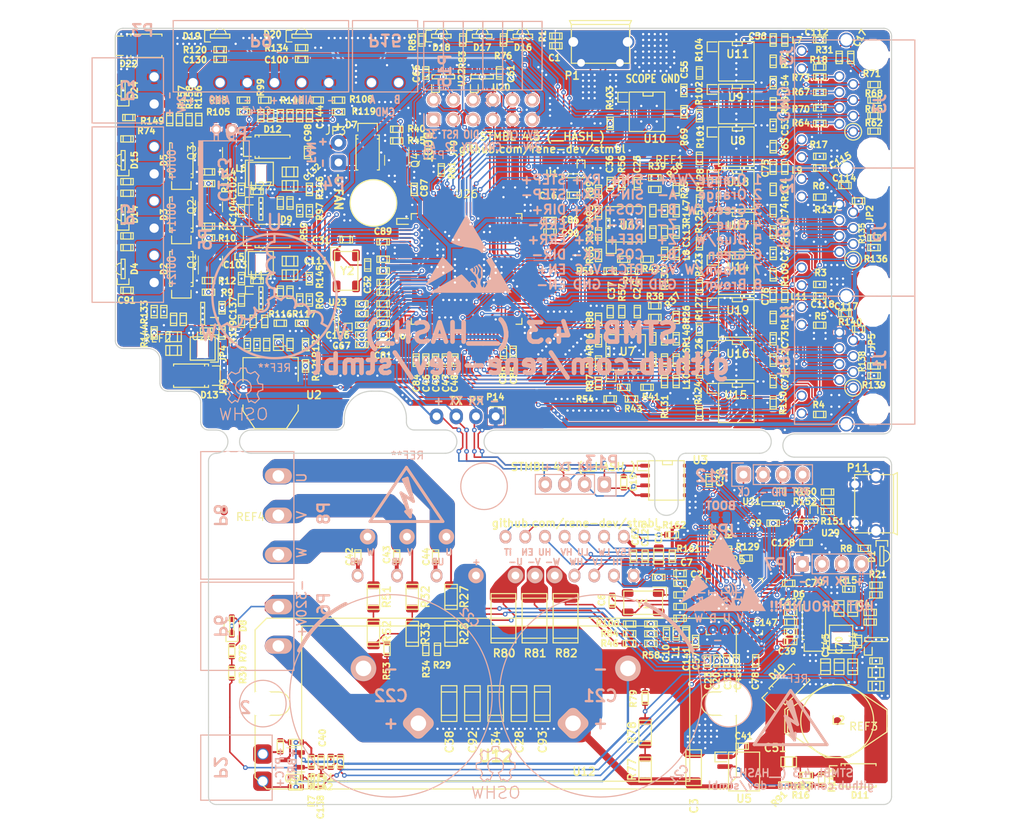
<source format=kicad_pcb>
(kicad_pcb (version 20211014) (generator pcbnew)
  (layers (0 "F.Cu" signal) (31 "B.Cu" signal) (34 "B.Paste" user) (35 "F.Paste" user) (36 "B.SilkS" user "B.Silkscreen") (37 "F.SilkS" user "F.Silkscreen") (38 "B.Mask" user) (39 "F.Mask" user) (44 "Edge.Cuts" user))
  (net 0 "")
  (net 1 "Net-(C1-Pad1)")
  (net 2 "GND")
  (net 3 "+3.3VP")
  (net 4 "GNDPWR")
  (net 5 "Net-(C5-Pad1)")
  (net 6 "Net-(C6-Pad1)")
  (net 7 "+5V")
  (net 8 "/hv/back-emf/U_")
  (net 9 "Net-(C15-Pad2)")
  (net 10 "+3V3")
  (net 11 "/hv/back-emf/V_")
  (net 12 "VPP")
  (net 13 "/hv/back-emf/W_")
  (net 14 "Net-(C24-Pad1)")
  (net 15 "Net-(C24-Pad2)")
  (net 16 "Net-(C25-Pad1)")
  (net 17 "Net-(C25-Pad2)")
  (net 18 "Net-(C26-Pad1)")
  (net 19 "Net-(C26-Pad2)")
  (net 20 "Net-(C27-Pad1)")
  (net 21 "Net-(C27-Pad2)")
  (net 22 "Net-(C31-Pad1)")
  (net 23 "Net-(C32-Pad1)")
  (net 24 "/hv/cur/A_IU")
  (net 25 "/hv/back-emf/HV_")
  (net 26 "Net-(C41-Pad1)")
  (net 27 "/hv/back-emf/W")
  (net 28 "Net-(C42-Pad2)")
  (net 29 "/hv/back-emf/V")
  (net 30 "Net-(C43-Pad2)")
  (net 31 "/hv/back-emf/U")
  (net 32 "Net-(C44-Pad2)")
  (net 33 "/hv/cur/A_IV")
  (net 34 "/ctrl/FB1/A12")
  (net 35 "/ctrl/FB0/A12")
  (net 36 "/ctrl/FB0/A35")
  (net 37 "/ctrl/FB1/A35")
  (net 38 "/hv/cur/A_IW")
  (net 39 "+15V")
  (net 40 "Net-(C88-Pad1)")
  (net 41 "Net-(C90-Pad1)")
  (net 42 "Net-(D1-Pad2)")
  (net 43 "Net-(D1-Pad1)")
  (net 44 "+24V")
  (net 45 "Net-(D2-Pad2)")
  (net 46 "Net-(D3-Pad2)")
  (net 47 "Net-(D5-Pad2)")
  (net 48 "Net-(D7-Pad2)")
  (net 49 "Net-(D8-Pad2)")
  (net 50 "/ctrl/RX")
  (net 51 "Net-(Q1-Pad1)")
  (net 52 "Net-(Q2-Pad1)")
  (net 53 "Net-(Q3-Pad1)")
  (net 54 "Net-(Q4-Pad1)")
  (net 55 "Net-(JP1-Pad2)")
  (net 56 "Net-(R27-Pad2)")
  (net 57 "Net-(R32-Pad2)")
  (net 58 "Net-(J2-Pad3)")
  (net 59 "Net-(J1-Pad3)")
  (net 60 "Net-(J1-Pad6)")
  (net 61 "Net-(J2-Pad6)")
  (net 62 "Net-(J1-Pad1)")
  (net 63 "Net-(J2-Pad1)")
  (net 64 "Net-(J1-Pad2)")
  (net 65 "Net-(J2-Pad2)")
  (net 66 "/ctrl/IO/IO_IN0")
  (net 67 "Net-(R51-Pad2)")
  (net 68 "Net-(R54-Pad1)")
  (net 69 "Net-(R55-Pad1)")
  (net 70 "Net-(R56-Pad1)")
  (net 71 "Net-(R57-Pad1)")
  (net 72 "Net-(JP9-Pad2)")
  (net 73 "Net-(J3-Pad1)")
  (net 74 "Net-(J3-Pad2)")
  (net 75 "Net-(J3-Pad3)")
  (net 76 "Net-(J3-Pad6)")
  (net 77 "Net-(J3-Pad5)")
  (net 78 "Net-(J3-Pad4)")
  (net 79 "Net-(J3-Pad7)")
  (net 80 "Net-(J3-Pad8)")
  (net 81 "/hv/f3/HV_RX")
  (net 82 "Net-(R77-Pad2)")
  (net 83 "/ctrl/IO/IO_IN1")
  (net 84 "/hv/driver/Vth")
  (net 85 "/ctrl/FB1/L2")
  (net 86 "/ctrl/FB1/L1")
  (net 87 "/ctrl/FB0/L2")
  (net 88 "/ctrl/FB0/L1")
  (net 89 "Net-(J1-Pad5)")
  (net 90 "Net-(J1-Pad4)")
  (net 91 "Net-(J2-Pad5)")
  (net 92 "Net-(J2-Pad4)")
  (net 93 "/ctrl/CMD/L2")
  (net 94 "/ctrl/FB0/E12")
  (net 95 "/ctrl/FB1/E12")
  (net 96 "/ctrl/FB0/E36")
  (net 97 "/ctrl/FB1/E36")
  (net 98 "/ctrl/FB1/E45")
  (net 99 "/ctrl/FB0/E45")
  (net 100 "/ctrl/CMD/L1")
  (net 101 "Net-(T1-Pad1)")
  (net 102 "/hv/f3/HV_TX")
  (net 105 "/ctrl/CMD/D45")
  (net 106 "/ctrl/CMD/D36")
  (net 107 "/ctrl/FB1/D12")
  (net 108 "/ctrl/FB0/D12")
  (net 109 "/ctrl/FB1/D36")
  (net 110 "/ctrl/FB0/D36")
  (net 111 "/ctrl/FB0/D45")
  (net 112 "/ctrl/FB1/D45")
  (net 113 "Net-(T44-Pad1)")
  (net 114 "Net-(T45-Pad1)")
  (net 115 "Net-(T46-Pad1)")
  (net 116 "Net-(P1-Pad3)")
  (net 117 "Net-(P1-Pad2)")
  (net 118 "Net-(R129-Pad2)")
  (net 119 "Net-(C15-Pad1)")
  (net 120 "Net-(C53-Pad1)")
  (net 121 "Net-(C119-Pad2)")
  (net 122 "Net-(C71-Pad1)")
  (net 123 "Net-(C72-Pad1)")
  (net 124 "Net-(C105-Pad1)")
  (net 125 "Net-(C105-Pad2)")
  (net 126 "Net-(C106-Pad1)")
  (net 127 "Net-(C106-Pad2)")
  (net 128 "+12V")
  (net 129 "Net-(R19-Pad1)")
  (net 130 "Net-(R131-Pad2)")
  (net 131 "Net-(R130-Pad2)")
  (net 132 "Net-(R30-Pad2)")
  (net 133 "Net-(R35-Pad1)")
  (net 134 "/ctrl/TX")
  (net 135 "/ctrl/IO/NRST")
  (net 136 "+5F")
  (net 137 "Net-(C114-Pad1)")
  (net 138 "Net-(C117-Pad1)")
  (net 139 "Net-(C121-Pad1)")
  (net 140 "Net-(C121-Pad2)")
  (net 141 "Net-(R132-Pad1)")
  (net 142 "/ctrl/FB0/A78")
  (net 143 "/ctrl/FB1/A78")
  (net 144 "/ctrl/CMD/D12")
  (net 146 "Net-(P9-Pad5)")
  (net 147 "Net-(P9-Pad2)")
  (net 148 "/hv/f3/NRST")
  (net 149 "Net-(C36-Pad2)")
  (net 150 "Net-(C37-Pad2)")
  (net 151 "/hv/f3/A_T_MOT")
  (net 152 "Net-(P2-Pad1)")
  (net 153 "/hv/f3/SWCLK")
  (net 154 "/hv/f3/SWDIO")
  (net 155 "Net-(R59-Pad1)")
  (net 156 "GNDD")
  (net 157 "Net-(R15-Pad1)")
  (net 158 "Net-(R16-Pad1)")
  (net 159 "Net-(D4-Pad1)")
  (net 160 "Net-(D14-Pad1)")
  (net 161 "Net-(D15-Pad1)")
  (net 162 "Net-(D16-Pad1)")
  (net 163 "Net-(D17-Pad1)")
  (net 164 "Net-(D18-Pad1)")
  (net 165 "Net-(D19-Pad1)")
  (net 166 "Net-(D20-Pad1)")
  (net 167 "/ctrl/IO/SWDIO")
  (net 168 "/ctrl/IO/CAN_TX")
  (net 169 "/ctrl/IO/CAN_RX")
  (net 170 "/ctrl/IO/SWCK")
  (net 171 "Net-(R147-Pad2)")
  (net 172 "Net-(R148-Pad2)")
  (net 173 "Net-(R145-Pad2)")
  (net 174 "Net-(R143-Pad2)")
  (net 175 "Net-(R146-Pad2)")
  (net 176 "Net-(R133-Pad1)")
  (net 177 "Net-(C12-Pad1)")
  (net 178 "Net-(C13-Pad1)")
  (net 179 "Net-(C98-Pad1)")
  (net 180 "/ctrl/IO/IO_RED")
  (net 181 "/ctrl/IO/IO_YELLOW")
  (net 182 "/ctrl/IO/IO_GREEN")
  (net 183 "/ctrl/IO/IO_L0")
  (net 184 "/ctrl/IO/IO_L1")
  (net 185 "Net-(D24-Pad1)")
  (net 187 "/hv/cur/IU")
  (net 188 "/hv/cur/IV")
  (net 189 "/hv/cur/IW")
  (net 190 "/ctrl/IO/IO_OUT0")
  (net 191 "/ctrl/IO/IO_OUT1")
  (net 192 "/ctrl/CMD/E12")
  (net 193 "/ctrl/CMD/E36")
  (net 194 "/ctrl/IO/IO_FAN")
  (net 195 "/hv/f3/IO_TX")
  (net 196 "/hv/f3/IO_RX")
  (net 197 "/hv/f3/USB_DM")
  (net 198 "/hv/f3/USB_DP")
  (net 199 "/ctrl/f4/EN_5V")
  (net 200 "/ctrl/f4/A_24V")
  (net 201 "/ctrl/f4/A_5V")
  (net 202 "Net-(P11-Pad2)")
  (net 203 "Net-(P11-Pad3)")
  (net 204 "Net-(R118-Pad1)")
  (net 205 "Net-(R153-Pad1)")
  (net 206 "/ctrl/IO/IO_OUT2")
  (net 207 "Net-(J1-Pad9)")
  (net 208 "Net-(J1-Pad11)")
  (net 209 "Net-(J2-Pad9)")
  (net 210 "Net-(J2-Pad11)")
  (net 211 "Net-(J3-Pad9)")
  (net 212 "Net-(J3-Pad11)")
  (net 213 "+5VA")
  (net 214 "Net-(C139-Pad1)")
  (net 215 "Net-(C101-Pad1)")
  (net 216 "/hv/driver/itirp")
  (net 217 "/hv/driver/LV")
  (net 218 "/hv/driver/HW")
  (net 219 "/hv/driver/LW")
  (net 220 "/hv/driver/LU")
  (net 221 "/hv/driver/HV")
  (net 222 "/hv/driver/HU")
  (net 223 "Net-(R143-Pad1)")
  (net 224 "Net-(C41-Pad2)")
  (net 225 "Net-(C51-Pad1)")
  (net 226 "Net-(C141-Pad2)")
  (net 227 "Net-(Q5-Pad1)")
  (net 228 "/hv/f3/BRK")
  (net 229 "Net-(P2-Pad2)")
  (net 230 "Net-(Q5-Pad3)")
  (net 231 "/ctrl/CMD/E45")
  (net 232 "/ctrl/CMD/E78")
  (net 233 "/hv/driver/en")
  (net 237 "/ctrl/CMD/D78")
  (footprint "stmbl:SOT-223" (layer "F.Cu") (at 118 96.75 -90)
    (fp_text reference "U2")
    (fp_text value "zldo1117")
  )
  (footprint "stmbl:IRAM256" (layer "F.Cu") (at 147 136.75 180)
    (fp_text reference "U12")
    (fp_text value "IRAM256a")
  )
  (footprint "stmbl:Crystal_SMD_0503_4Pads" (layer "F.Cu") (at 166 123.75 -90)
    (fp_text reference "Y1")
    (fp_text value "8M")
  )
  (footprint "stmbl:Crystal_SMD_0503_4Pads" (layer "F.Cu") (at 127.75 81)
    (fp_text reference "Y2")
    (fp_text value "8M")
  )
  (footprint "stmbl:SMA_Standard" (layer "F.Cu") (at 193.75 146)
    (fp_text reference "D11")
    (fp_text value "ES1J R2")
  )
  (footprint "stmbl:Pin_Header_Angled_1x04" (layer "F.Cu") (at 147 99.75 -90)
    (fp_text reference "P14")
    (fp_text value "CONN_01X04")
  )
  (footprint "stmbl:SOIC-8-N" (layer "F.Cu") (at 169 108)
    (fp_text reference "U3")
    (fp_text value "SI8621")
  )
  (footprint "stmbl:SOIC-8-N" (layer "F.Cu") (at 163.75 75 90)
    (fp_text reference "U6")
    (fp_text value "LM358")
  )
  (footprint "stmbl:SOIC-8-N" (layer "F.Cu") (at 163.75 91.5 90)
    (fp_text reference "U7")
    (fp_text value "LM358")
  )
  (footprint "stmbl:SOIC-8-N" (layer "F.Cu") (at 178 65)
    (fp_text reference "U8")
    (fp_text value "SN65176B")
  )
  (footprint "stmbl:SOIC-8-N" (layer "F.Cu") (at 178 59.5)
    (fp_text reference "U9")
    (fp_text value "SN65176B")
  )
  (footprint "stmbl:SOIC-8-N" (layer "F.Cu") (at 166.5 60.5)
    (fp_text reference "U10")
    (fp_text value "SN65176B")
  )
  (footprint "stmbl:SOIC-8-N" (layer "F.Cu") (at 178 54)
    (fp_text reference "U11")
    (fp_text value "SN65176B")
  )
  (footprint "stmbl:SOIC-8-N" (layer "F.Cu") (at 178 81.5)
    (fp_text reference "U14")
    (fp_text value "SN65176B")
  )
  (footprint "stmbl:SOIC-8-N" (layer "F.Cu") (at 178 98)
    (fp_text reference "U15")
    (fp_text value "SN65176B")
  )
  (footprint "stmbl:SOIC-8-N" (layer "F.Cu") (at 178 92.5)
    (fp_text reference "U16")
    (fp_text value "SN65176B")
  )
  (footprint "stmbl:SOIC-8-N" (layer "F.Cu") (at 178 76)
    (fp_text reference "U17")
    (fp_text value "SN65176B")
  )
  (footprint "stmbl:SOIC-8-N" (layer "F.Cu") (at 178 70.5)
    (fp_text reference "U18")
    (fp_text value "SN65176B")
  )
  (footprint "stmbl:SOIC-8-N" (layer "F.Cu") (at 178 87)
    (fp_text reference "U19")
    (fp_text value "SN65176B")
  )
  (footprint "stmbl:SMD_INDUCTOR_32x25" (layer "F.Cu") (at 191.5 128.25 90)
    (fp_text reference "L4" hide)
    (fp_text value "10µH 1A")
  )
  (footprint "stmbl:SMD_INDUCTOR_32x25" (layer "F.Cu") (at 116.75 80)
    (fp_text reference "L5")
    (fp_text value "4.7µH 1.5A")
  )
  (footprint "stmbl:SMD_INDUCTOR_32x25" (layer "F.Cu") (at 116.75 68.5)
    (fp_text reference "L6")
    (fp_text value "10µH 1A")
  )
  (footprint "stmbl:SMD_INDUCTOR_32x25" (layer "F.Cu") (at 109.25 91 180)
    (fp_text reference "L12" hide)
    (fp_text value "4.7µH 1.5A")
  )
  (footprint "stmbl:SMA_Standard" (layer "F.Cu") (at 188 126.25 90)
    (fp_text reference "D6")
    (fp_text value "SS34A")
  )
  (footprint "stmbl:SMA_Standard" (layer "F.Cu") (at 118.25 76.5)
    (fp_text reference "D9")
    (fp_text value "SS34A")
  )
  (footprint "stmbl:SMA_Standard" (layer "F.Cu") (at 118.25 65)
    (fp_text reference "D12")
    (fp_text value "SS34A")
  )
  (footprint "stmbl:SMA_Standard" (layer "F.Cu") (at 107.75 94.5 180)
    (fp_text reference "D13")
    (fp_text value "SS34A")
  )
  (footprint "stmbl:C_0603" (layer "F.Cu") (at 168.75 89.75 90)
    (fp_text reference "C12" hide)
    (fp_text value "100n")
  )
  (footprint "stmbl:C_0603" (layer "F.Cu") (at 168.75 73.25 90)
    (fp_text reference "C13" hide)
    (fp_text value "100n")
  )
  (footprint "stmbl:C_0603" (layer "F.Cu") (at 165.25 86.25 90)
    (fp_text reference "C24")
    (fp_text value "18p")
  )
  (footprint "stmbl:C_0603" (layer "F.Cu") (at 165.25 69.75 90)
    (fp_text reference "C25")
    (fp_text value "18p")
  )
  (footprint "stmbl:C_0603" (layer "F.Cu") (at 163.5 96 180)
    (fp_text reference "C26" hide)
    (fp_text value "18p")
  )
  (footprint "stmbl:C_0603" (layer "F.Cu") (at 163.5 79.5 180)
    (fp_text reference "C27" hide)
    (fp_text value "18p")
  )
  (footprint "stmbl:C_0603" (layer "F.Cu") (at 161.75 69.75 -90)
    (fp_text reference "C36")
    (fp_text value "100n")
  )
  (footprint "stmbl:C_0603" (layer "F.Cu") (at 161.75 86.25 -90)
    (fp_text reference "C37")
    (fp_text value "100n")
  )
  (footprint "stmbl:C_0603" (layer "F.Cu") (at 138 92.5 -90)
    (fp_text reference "C46")
    (fp_text value "1n")
  )
  (footprint "stmbl:C_0603" (layer "F.Cu") (at 140.5 92.5 -90)
    (fp_text reference "C47")
    (fp_text value "1n")
  )
  (footprint "stmbl:C_0603" (layer "F.Cu") (at 141.75 92.5 -90)
    (fp_text reference "C48")
    (fp_text value "1n")
  )
  (footprint "stmbl:C_0603" (layer "F.Cu") (at 139.25 92.5 -90)
    (fp_text reference "C49")
    (fp_text value "1n")
  )
  (footprint "stmbl:C_0603" (layer "F.Cu") (at 182.75 95.25 90)
    (fp_text reference "C71")
    (fp_text value "100n")
  )
  (footprint "stmbl:C_0603" (layer "F.Cu") (at 182.75 78.75 90)
    (fp_text reference "C72")
    (fp_text value "100n")
  )
  (footprint "stmbl:C_0603" (layer "F.Cu") (at 182.75 89.75 90)
    (fp_text reference "C73")
    (fp_text value "100n")
  )
  (footprint "stmbl:C_0603" (layer "F.Cu") (at 182.75 73.25 90)
    (fp_text reference "C74")
    (fp_text value "100n")
  )
  (footprint "stmbl:C_0603" (layer "F.Cu") (at 182.75 67.75 90)
    (fp_text reference "C75")
    (fp_text value "100n")
  )
  (footprint "stmbl:C_0603" (layer "F.Cu") (at 182.75 84.25 90)
    (fp_text reference "C76")
    (fp_text value "100n")
  )
  (footprint "stmbl:C_0603" (layer "F.Cu") (at 170.25 76 -90)
    (fp_text reference "C113")
    (fp_text value "100n")
  )
  (footprint "stmbl:C_0603" (layer "F.Cu") (at 192 70 180)
    (fp_text reference "C114")
    (fp_text value "100n")
  )
  (footprint "stmbl:C_0603" (layer "F.Cu") (at 188.75 67.75 180)
    (fp_text reference "C115")
    (fp_text value "100n")
  )
  (footprint "stmbl:C_0603" (layer "F.Cu") (at 170.25 92.5 -90)
    (fp_text reference "C116")
    (fp_text value "100n")
  )
  (footprint "stmbl:C_0603" (layer "F.Cu") (at 192 86.5 180)
    (fp_text reference "C117")
    (fp_text value "100n")
  )
  (footprint "stmbl:C_0603" (layer "F.Cu") (at 188.75 84.25 180)
    (fp_text reference "C118")
    (fp_text value "100n")
  )
  (footprint "stmbl:C_0603" (layer "F.Cu") (at 129.75 88)
    (fp_text reference "C125" hide)
    (fp_text value "100n")
  )
  (footprint "stmbl:C_0603" (layer "F.Cu") (at 129.75 89.25)
    (fp_text reference "C126")
    (fp_text value "100n")
  )
  (footprint "stmbl:C_0603" (layer "F.Cu") (at 154.75 52 180)
    (fp_text reference "C1")
    (fp_text value "100n")
  )
  (footprint "stmbl:C_0603" (layer "F.Cu") (at 170.75 121.25 180)
    (fp_text reference "C2")
    (fp_text value "100n")
  )
  (footprint "stmbl:C_0603" (layer "F.Cu") (at 170.75 122.75)
    (fp_text reference "C5" hide)
    (fp_text value "18p")
  )
  (footprint "stmbl:C_0603" (layer "F.Cu") (at 162 123.5 90)
    (fp_text reference "C6")
    (fp_text value "18p")
  )
  (footprint "stmbl:C_0603" (layer "F.Cu") (at 170.75 120 180)
    (fp_text reference "C7")
    (fp_text value "100n")
  )
  (footprint "stmbl:C_0603" (layer "F.Cu") (at 182.75 113.5 180)
    (fp_text reference "C9")
    (fp_text value "100n")
  )
  (footprint "stmbl:C_0603" (layer "F.Cu") (at 169 127.75 -90)
    (fp_text reference "C10")
    (fp_text value "100n")
  )
  (footprint "stmbl:C_0603" (layer "F.Cu") (at 185 127.5)
    (fp_text reference "C11" hide)
    (fp_text value "18p")
  )
  (footprint "stmbl:C_0603" (layer "F.Cu") (at 193.75 128.75 -90)
    (fp_text reference "C15" hide)
    (fp_text value "100n")
  )
  (footprint "stmbl:C_0603" (layer "F.Cu") (at 157 71.25)
    (fp_text reference "C16")
    (fp_text value "100n")
  )
  (footprint "stmbl:C_0603" (layer "F.Cu") (at 192.75 53.5 -90)
    (fp_text reference "C17")
    (fp_text value "100n")
  )
  (footprint "stmbl:C_0603" (layer "F.Cu") (at 163.5 108.25 -90)
    (fp_text reference "C19")
    (fp_text value "100n")
  )
  (footprint "stmbl:C_0603" (layer "F.Cu") (at 175.5 131.25 -90)
    (fp_text reference "C20")
    (fp_text value "18p")
  )
  (footprint "stmbl:C_0603" (layer "F.Cu") (at 174.25 131.25 -90)
    (fp_text reference "C23")
    (fp_text value "18p")
  )
  (footprint "stmbl:C_0603" (layer "F.Cu") (at 132.5 82.5)
    (fp_text reference "C29" hide)
    (fp_text value "100n")
  )
  (footprint "stmbl:C_0603" (layer "F.Cu") (at 174.5 108 90)
    (fp_text reference "C30")
    (fp_text value "100n")
  )
  (footprint "stmbl:C_0603" (layer "F.Cu") (at 127.75 77)
    (fp_text reference "C31")
    (fp_text value "18p")
  )
  (footprint "stmbl:C_0603" (layer "F.Cu") (at 130.5 80.25 90)
    (fp_text reference "C32")
    (fp_text value "18p")
  )
  (footprint "stmbl:C_0603" (layer "F.Cu") (at 176.75 131.25 -90)
    (fp_text reference "C33")
    (fp_text value "18p")
  )
  (footprint "stmbl:C_0603" (layer "F.Cu") (at 185 128.75)
    (fp_text reference "C39")
    (fp_text value "18p")
  )
  (footprint "stmbl:C_0603" (layer "F.Cu") (at 178.75 142.25)
    (fp_text reference "C41")
    (fp_text value "100n")
  )
  (footprint "stmbl:C_0603" (layer "F.Cu") (at 129.25 117.75 -90)
    (fp_text reference "C42")
    (fp_text value "2.2µ")
  )
  (footprint "stmbl:C_0603" (layer "F.Cu") (at 134.25 117.75 -90)
    (fp_text reference "C43")
    (fp_text value "2.2µ")
  )
  (footprint "stmbl:C_0603" (layer "F.Cu") (at 139.25 117.75 -90)
    (fp_text reference "C44")
    (fp_text value "2.2µ")
  )
  (footprint "stmbl:C_0603" (layer "F.Cu") (at 178 131.25 -90)
    (fp_text reference "C45")
    (fp_text value "18p")
  )
  (footprint "stmbl:C_0603" (layer "F.Cu") (at 129.75 85.25)
    (fp_text reference "C52" hide)
    (fp_text value "1n")
  )
  (footprint "stmbl:C_0603" (layer "F.Cu") (at 182.75 62.25 90)
    (fp_text reference "C53")
    (fp_text value "100n")
  )
  (footprint "stmbl:C_0603" (layer "F.Cu") (at 182.75 56.75 90)
    (fp_text reference "C54")
    (fp_text value "100n")
  )
  (footprint "stmbl:C_0603" (layer "F.Cu") (at 171.25 57.75 90)
    (fp_text reference "C55")
    (fp_text value "100n")
  )
  (footprint "stmbl:C_0603" (layer "F.Cu") (at 182.75 51.25 90)
    (fp_text reference "C56")
    (fp_text value "100n")
  )
  (footprint "stmbl:C_0603" (layer "F.Cu") (at 172.75 128.75 -90)
    (fp_text reference "C57")
    (fp_text value "18p")
  )
  (footprint "stmbl:C_0603" (layer "F.Cu") (at 196 131.25)
    (fp_text reference "C58" hide)
    (fp_text value "100n")
  )
  (footprint "stmbl:C_0603" (layer "F.Cu") (at 129.75 86.5)
    (fp_text reference "C59" hide)
    (fp_text value "1n")
  )
  (footprint "stmbl:C_0603" (layer "F.Cu") (at 195.25 126.25)
    (fp_text reference "C60" hide)
    (fp_text value "100n")
  )
  (footprint "stmbl:C_0603" (layer "F.Cu") (at 164.75 117.75 -90)
    (fp_text reference "C63")
    (fp_text value "100n")
  )
  (footprint "stmbl:C_0603" (layer "F.Cu") (at 132.5 89.25 180)
    (fp_text reference "C64")
    (fp_text value "1n")
  )
  (footprint "stmbl:C_0603" (layer "F.Cu") (at 132.5 86.5)
    (fp_text reference "C65" hide)
    (fp_text value "2.2µ")
  )
  (footprint "stmbl:C_0603" (layer "F.Cu") (at 138 55.5 -90)
    (fp_text reference "C66")
    (fp_text value "100n")
  )
  (footprint "stmbl:C_0603" (layer "F.Cu") (at 129.75 90.5)
    (fp_text reference "C67")
    (fp_text value "100n")
  )
  (footprint "stmbl:C_0603" (layer "F.Cu") (at 132.5 79.5)
    (fp_text reference "C77" hide)
    (fp_text value "100n")
  )
  (footprint "stmbl:C_0603" (layer "F.Cu") (at 180.5 131.25 90)
    (fp_text reference "C78")
    (fp_text value "100n")
  )
  (footprint "stmbl:C_0603" (layer "F.Cu") (at 184.75 121.25 180)
    (fp_text reference "C79")
    (fp_text value "100n")
  )
  (footprint "stmbl:C_0603" (layer "F.Cu") (at 132.5 83.75)
    (fp_text reference "C80" hide)
    (fp_text value "100n")
  )
  (footprint "stmbl:C_0603" (layer "F.Cu") (at 132.5 90.5 180)
    (fp_text reference "C81")
    (fp_text value "1n")
  )
  (footprint "stmbl:C_0603" (layer "F.Cu") (at 175 117.25 -90)
    (fp_text reference "C82")
    (fp_text value "100n")
  )
  (footprint "stmbl:C_0603" (layer "F.Cu") (at 170.75 125.75)
    (fp_text reference "C83" hide)
    (fp_text value "100n")
  )
  (footprint "stmbl:C_0603" (layer "F.Cu") (at 136.75 92.5 90)
    (fp_text reference "C84")
    (fp_text value "100n")
  )
  (footprint "stmbl:C_0603" (layer "F.Cu") (at 149.25 91.5 90)
    (fp_text reference "C85")
    (fp_text value "100n")
  )
  (footprint "stmbl:C_0603" (layer "F.Cu") (at 154 74.5 180)
    (fp_text reference "C86")
    (fp_text value "100n")
  )
  (footprint "stmbl:C_0603" (layer "F.Cu") (at 136.5 70.5 -90)
    (fp_text reference "C87")
    (fp_text value "100n")
  )
  (footprint "stmbl:C_0603" (layer "F.Cu") (at 148 91.5 -90)
    (fp_text reference "C88")
    (fp_text value "2.2µ")
  )
  (footprint "stmbl:C_0603" (layer "F.Cu") (at 132.5 77.25)
    (fp_text reference "C89")
    (fp_text value "100n")
  )
  (footprint "stmbl:C_0603" (layer "F.Cu") (at 154 76)
    (fp_text reference "C90")
    (fp_text value "2.2µ")
  )
  (footprint "stmbl:C_0603" (layer "F.Cu") (at 115 90.5 90)
    (fp_text reference "C96" hide)
    (fp_text value "100n")
  )
  (footprint "stmbl:C_0603" (layer "F.Cu") (at 122.75 65.75 -90)
    (fp_text reference "C98")
    (fp_text value "100n")
  )
  (footprint "stmbl:C_0603" (layer "F.Cu") (at 117.5 90.5 90)
    (fp_text reference "C99" hide)
    (fp_text value "100n")
  )
  (footprint "stmbl:C_0603" (layer "F.Cu") (at 122 53.75)
    (fp_text reference "C100")
    (fp_text value "100n")
  )
  (footprint "stmbl:C_0603" (layer "F.Cu") (at 117.25 87.5 90)
    (fp_text reference "C101" hide)
    (fp_text value "2.2µ")
  )
  (footprint "stmbl:C_0603" (layer "F.Cu") (at 114.25 70.5 90)
    (fp_text reference "C102")
    (fp_text value "2.2µ")
  )
  (footprint "stmbl:C_0603" (layer "F.Cu") (at 114.25 82 90)
    (fp_text reference "C103")
    (fp_text value "100n")
  )
  (footprint "stmbl:C_0603" (layer "F.Cu") (at 114.25 73.25 -90)
    (fp_text reference "C104")
    (fp_text value "100n")
  )
  (footprint "stmbl:C_0603" (layer "F.Cu") (at 116.25 82.25 180)
    (fp_text reference "C105" hide)
    (fp_text value "100n")
  )
  (footprint "stmbl:C_0603" (layer "F.Cu") (at 116.25 70.75 180)
    (fp_text reference "C106" hide)
    (fp_text value "100n")
  )
  (footprint "stmbl:C_0603" (layer "F.Cu") (at 119.25 83.75 -90)
    (fp_text reference "C107" hide)
    (fp_text value "100n")
  )
  (footprint "stmbl:C_0603" (layer "F.Cu") (at 119.25 72.25 -90)
    (fp_text reference "C108" hide)
    (fp_text value "100n")
  )
  (footprint "stmbl:C_0603" (layer "F.Cu") (at 188.75 51.25)
    (fp_text reference "C112")
    (fp_text value "100n")
  )
  (footprint "stmbl:C_0603" (layer "F.Cu") (at 132.5 85.25)
    (fp_text reference "C119" hide)
    (fp_text value "100n")
  )
  (footprint "stmbl:C_0603" (layer "F.Cu") (at 111.75 89 -90)
    (fp_text reference "C120" hide)
    (fp_text value "100n")
  )
  (footprint "stmbl:C_0603" (layer "F.Cu") (at 109.75 88.75)
    (fp_text reference "C121" hide)
    (fp_text value "100n")
  )
  (footprint "stmbl:C_0603" (layer "F.Cu") (at 106.75 87.25 90)
    (fp_text reference "C122" hide)
    (fp_text value "100n")
  )
  (footprint "stmbl:C_0603" (layer "F.Cu") (at 185 125 180)
    (fp_text reference "C127")
    (fp_text value "100n")
  )
  (footprint "stmbl:C_0603" (layer "F.Cu") (at 187 116)
    (fp_text reference "C128")
    (fp_text value "100n")
  )
  (footprint "stmbl:C_0603" (layer "F.Cu") (at 166.25 117.75 -90)
    (fp_text reference "C129")
    (fp_text value "2.2µ")
  )
  (footprint "stmbl:R_0603" (layer "F.Cu") (at 170.25 127.75 -90)
    (fp_text reference "L1")
    (fp_text value "220r 700mA")
  )
  (footprint "stmbl:R_0603" (layer "F.Cu") (at 132.5 87.75 180)
    (fp_text reference "L3" hide)
    (fp_text value "220r 700mA")
  )
  (footprint "stmbl:R_0603" (layer "F.Cu") (at 184.25 51.25 90)
    (fp_text reference "L7")
    (fp_text value "220r 700mA")
  )
  (footprint "stmbl:R_0603" (layer "F.Cu") (at 170.25 78.75 -90)
    (fp_text reference "L8")
    (fp_text value "220r 700mA")
  )
  (footprint "stmbl:R_0603" (layer "F.Cu") (at 184.25 67.75 -90)
    (fp_text reference "L9")
    (fp_text value "220r 700mA")
  )
  (footprint "stmbl:R_0603" (layer "F.Cu") (at 170.25 95.25 -90)
    (fp_text reference "L10")
    (fp_text value "220r 700mA")
  )
  (footprint "stmbl:R_0603" (layer "F.Cu") (at 184.25 84.25 -90)
    (fp_text reference "L11")
    (fp_text value "220r 700mA")
  )
  (footprint "stmbl:R_0603" (layer "F.Cu") (at 154.75 50.75 180)
    (fp_text reference "R1")
    (fp_text value "120")
  )
  (footprint "stmbl:R_0603" (layer "F.Cu") (at 177 117.25 90)
    (fp_text reference "R2")
    (fp_text value "1k")
  )
  (footprint "stmbl:R_0603" (layer "F.Cu") (at 188.75 82.75)
    (fp_text reference "R3")
    (fp_text value "470")
  )
  (footprint "stmbl:R_0603" (layer "F.Cu") (at 188.75 99.5)
    (fp_text reference "R4")
    (fp_text value "470")
  )
  (footprint "stmbl:R_0603" (layer "F.Cu") (at 188.75 88)
    (fp_text reference "R5")
    (fp_text value "470")
  )
  (footprint "stmbl:R_0603" (layer "F.Cu") (at 188.75 71.5)
    (fp_text reference "R6")
    (fp_text value "470")
  )
  (footprint "stmbl:R_0603" (layer "F.Cu") (at 123.25 146.75 -90)
    (fp_text reference "R7")
    (fp_text value "10k")
  )
  (footprint "stmbl:R_0603" (layer "F.Cu") (at 194.5 116.75)
    (fp_text reference "R8")
    (fp_text value "470")
  )
  (footprint "stmbl:R_0603" (layer "F.Cu") (at 110 83.75)
    (fp_text reference "R9")
    (fp_text value "22")
  )
  (footprint "stmbl:R_0603" (layer "F.Cu") (at 110 76.75)
    (fp_text reference "R10")
    (fp_text value "22")
  )
  (footprint "stmbl:R_0603" (layer "F.Cu") (at 110 69.75)
    (fp_text reference "R11")
    (fp_text value "22")
  )
  (footprint "stmbl:R_0603" (layer "F.Cu") (at 110 82.25)
    (fp_text reference "R12")
    (fp_text value "1k")
  )
  (footprint "stmbl:R_0603" (layer "F.Cu") (at 110 75.25)
    (fp_text reference "R13")
    (fp_text value "1k")
  )
  (footprint "stmbl:R_0603" (layer "F.Cu") (at 110 68.25)
    (fp_text reference "R14")
    (fp_text value "1k")
  )
  (footprint "stmbl:R_0603" (layer "F.Cu") (at 192.5 122 180)
    (fp_text reference "R15")
    (fp_text value "1k")
  )
  (footprint "stmbl:R_0603" (layer "F.Cu") (at 187 147.25)
    (fp_text reference "R16")
    (fp_text value "1k")
  )
  (footprint "stmbl:R_0603" (layer "F.Cu") (at 188.75 66.25)
    (fp_text reference "R17")
    (fp_text value "470")
  )
  (footprint "stmbl:R_0603" (layer "F.Cu") (at 188.75 54.75)
    (fp_text reference "R18")
    (fp_text value "470")
  )
  (footprint "stmbl:R_0603" (layer "F.Cu") (at 196 122.75 180)
    (fp_text reference "R19" hide)
    (fp_text value "15k")
  )
  (footprint "stmbl:R_0603" (layer "F.Cu") (at 196 121.5)
    (fp_text reference "R21")
    (fp_text value "51k")
  )
  (footprint "stmbl:R_0603" (layer "F.Cu") (at 168.75 92.5 90)
    (fp_text reference "R23" hide)
    (fp_text value "120")
  )
  (footprint "stmbl:R_0603" (layer "F.Cu") (at 168.75 76 90)
    (fp_text reference "R24" hide)
    (fp_text value "120")
  )
  (footprint "stmbl:R_0603" (layer "F.Cu") (at 170.25 70.5 90)
    (fp_text reference "R25")
    (fp_text value "120")
  )
  (footprint "stmbl:R_0603" (layer "F.Cu") (at 170.25 87 90)
    (fp_text reference "R26")
    (fp_text value "120")
  )
  (footprint "stmbl:R_0603" (layer "F.Cu") (at 139.5 129.75 -90)
    (fp_text reference "R29")
    (fp_text value "3.9k")
  )
  (footprint "stmbl:R_0603" (layer "F.Cu") (at 113 132.75 90)
    (fp_text reference "R30")
    (fp_text value "1k")
  )
  (footprint "stmbl:R_0603" (layer "F.Cu") (at 191.25 53.5 -90)
    (fp_text reference "R31")
    (fp_text value "120")
  )
  (footprint "stmbl:R_0603" (layer "F.Cu") (at 138 129.75 -90)
    (fp_text reference "R34")
    (fp_text value "3.9k")
  )
  (footprint "stmbl:R_0603" (layer "F.Cu") (at 121.75 84.75 90)
    (fp_text reference "R35" hide)
    (fp_text value "10k")
  )
  (footprint "stmbl:R_0603" (layer "F.Cu") (at 167.5 70.5)
    (fp_text reference "R36")
    (fp_text value "10k")
  )
  (footprint "stmbl:R_0603" (layer "F.Cu") (at 167.5 87)
    (fp_text reference "R37")
    (fp_text value "10k")
  )
  (footprint "stmbl:R_0603" (layer "F.Cu") (at 167.5 85.5)
    (fp_text reference "R38")
    (fp_text value "10k")
  )
  (footprint "stmbl:R_0603" (layer "F.Cu") (at 167.5 69)
    (fp_text reference "R39")
    (fp_text value "10k")
  )
  (footprint "stmbl:R_0603" (layer "F.Cu") (at 134.25 62.75 180)
    (fp_text reference "R40")
    (fp_text value "22")
  )
  (footprint "stmbl:R_0603" (layer "F.Cu") (at 166.5 96)
    (fp_text reference "R41")
    (fp_text value "10k")
  )
  (footprint "stmbl:R_0603" (layer "F.Cu") (at 166.5 79.5)
    (fp_text reference "R42")
    (fp_text value "10k")
  )
  (footprint "stmbl:R_0603" (layer "F.Cu") (at 164.5 97.5)
    (fp_text reference "R43")
    (fp_text value "10k")
  )
  (footprint "stmbl:R_0603" (layer "F.Cu") (at 164.5 81)
    (fp_text reference "R44")
    (fp_text value "10k")
  )
  (footprint "stmbl:R_0603" (layer "F.Cu") (at 134.25 64.25 180)
    (fp_text reference "R45")
    (fp_text value "1k")
  )
  (footprint "stmbl:R_0603" (layer "F.Cu") (at 164.25 129 180)
    (fp_text reference "R46")
    (fp_text value "470")
  )
  (footprint "stmbl:R_0603" (layer "F.Cu") (at 167.25 76 -90)
    (fp_text reference "R47" hide)
    (fp_text value "15k")
  )
  (footprint "stmbl:R_0603" (layer "F.Cu") (at 167.25 92.5 -90)
    (fp_text reference "R48" hide)
    (fp_text value "15k")
  )
  (footprint "stmbl:R_0603" (layer "F.Cu") (at 167.25 89.75 90)
    (fp_text reference "R49" hide)
    (fp_text value "15k")
  )
  (footprint "stmbl:R_0603" (layer "F.Cu") (at 167.25 73.25 90)
    (fp_text reference "R50" hide)
    (fp_text value "15k")
  )
  (footprint "stmbl:R_0603" (layer "F.Cu") (at 133 129.75 -90)
    (fp_text reference "R53")
    (fp_text value "3.9k")
  )
  (footprint "stmbl:R_0603" (layer "F.Cu") (at 161.75 97.5)
    (fp_text reference "R54")
    (fp_text value "15k")
  )
  (footprint "stmbl:R_0603" (layer "F.Cu") (at 161.75 81)
    (fp_text reference "R55")
    (fp_text value "15k")
  )
  (footprint "stmbl:R_0603" (layer "F.Cu") (at 163.25 69.75 90)
    (fp_text reference "R56")
    (fp_text value "15k")
  )
  (footprint "stmbl:R_0603" (layer "F.Cu") (at 163.25 86.25 90)
    (fp_text reference "R57")
    (fp_text value "15k")
  )
  (footprint "stmbl:R_0603" (layer "F.Cu") (at 167 129)
    (fp_text reference "R58")
    (fp_text value "15k")
  )
  (footprint "stmbl:R_0603" (layer "F.Cu") (at 121.75 73.25 90)
    (fp_text reference "R59")
    (fp_text value "3.9k")
  )
  (footprint "stmbl:R_0603" (layer "F.Cu") (at 123 84.75 -90)
    (fp_text reference "R60")
    (fp_text value "51k")
  )
  (footprint "stmbl:R_0603" (layer "F.Cu") (at 140 68 -90)
    (fp_text reference "R61")
    (fp_text value "1k")
  )
  (footprint "stmbl:R_0603" (layer "F.Cu") (at 195.75 63 180)
    (fp_text reference "R62")
    (fp_text value "10k")
  )
  (footprint "stmbl:R_0603" (layer "F.Cu") (at 182.75 65 90)
    (fp_text reference "R63")
    (fp_text value "1k")
  )
  (footprint "stmbl:R_0603" (layer "F.Cu") (at 188.75 62 180)
    (fp_text reference "R64")
    (fp_text value "10k")
  )
  (footprint "stmbl:R_0603" (layer "F.Cu") (at 195.75 61 180)
    (fp_text reference "R65")
    (fp_text value "10k")
  )
  (footprint "stmbl:R_0603" (layer "F.Cu") (at 182.75 59.5 90)
    (fp_text reference "R66")
    (fp_text value "1k")
  )
  (footprint "stmbl:R_0603" (layer "F.Cu") (at 188.75 58 180)
    (fp_text reference "R67")
    (fp_text value "10k")
  )
  (footprint "stmbl:R_0603" (layer "F.Cu") (at 195.75 59 180)
    (fp_text reference "R68")
    (fp_text value "10k")
  )
  (footprint "stmbl:R_0603" (layer "F.Cu") (at 171.25 60.5 90)
    (fp_text reference "R69")
    (fp_text value "1k")
  )
  (footprint "stmbl:R_0603" (layer "F.Cu") (at 188.75 60 180)
    (fp_text reference "R70")
    (fp_text value "10k")
  )
  (footprint "stmbl:R_0603" (layer "F.Cu") (at 195.75 57 180)
    (fp_text reference "R71")
    (fp_text value "10k")
  )
  (footprint "stmbl:R_0603" (layer "F.Cu") (at 182.75 54 90)
    (fp_text reference "R72")
    (fp_text value "1k")
  )
  (footprint "stmbl:R_0603" (layer "F.Cu") (at 188.75 56 180)
    (fp_text reference "R73")
    (fp_text value "10k")
  )
  (footprint "stmbl:R_0603" (layer "F.Cu") (at 113 130 90)
    (fp_text reference "R75")
    (fp_text value "1k")
  )
  (footprint "stmbl:R_0603" (layer "F.Cu") (at 166.25 136 90)
    (fp_text reference "R79")
    (fp_text value "3.9k")
  )
  (footprint "stmbl:R_0603" (layer "F.Cu") (at 164.25 127.75 180)
    (fp_text reference "R84")
    (fp_text value "470")
  )
  (footprint "stmbl:R_0603" (layer "F.Cu") (at 160.25 79 -90)
    (fp_text reference "R86")
    (fp_text value "22")
  )
  (footprint "stmbl:R_0603" (layer "F.Cu") (at 160.25 95.5 -90)
    (fp_text reference "R87")
    (fp_text value "22")
  )
  (footprint "stmbl:R_0603" (layer "F.Cu") (at 160.25 87.25 90)
    (fp_text reference "R88")
    (fp_text value "22")
  )
  (footprint "stmbl:R_0603" (layer "F.Cu") (at 160.25 70.75 90)
    (fp_text reference "R89")
    (fp_text value "22")
  )
  (footprint "stmbl:R_0603" (layer "F.Cu") (at 167 127.75)
    (fp_text reference "R90" hide)
    (fp_text value "15k")
  )
  (footprint "stmbl:R_0603" (layer "F.Cu") (at 184.25 147.25)
    (fp_text reference "R91")
    (fp_text value "1k")
  )
  (footprint "stmbl:R_0603" (layer "F.Cu") (at 187 146 180)
    (fp_text reference "R92")
    (fp_text value "15k")
  )
  (footprint "stmbl:R_0603" (layer "F.Cu") (at 160.25 76.25 90)
    (fp_text reference "R93")
    (fp_text value "470")
  )
  (footprint "stmbl:R_0603" (layer "F.Cu") (at 160.25 92.75 90)
    (fp_text reference "R94")
    (fp_text value "470")
  )
  (footprint "stmbl:R_0603" (layer "F.Cu") (at 160.25 73.5 -90)
    (fp_text reference "R95")
    (fp_text value "470")
  )
  (footprint "stmbl:R_0603" (layer "F.Cu") (at 160.25 90 -90)
    (fp_text reference "R96")
    (fp_text value "470")
  )
  (footprint "stmbl:R_0603" (layer "F.Cu") (at 123 73.25 -90)
    (fp_text reference "R97")
    (fp_text value "51k")
  )
  (footprint "stmbl:R_0603" (layer "F.Cu") (at 114.5 59)
    (fp_text reference "R98")
    (fp_text value "10k")
  )
  (footprint "stmbl:R_0603" (layer "F.Cu") (at 117.25 59)
    (fp_text reference "R99")
    (fp_text value "1k")
  )
  (footprint "stmbl:R_0603" (layer "F.Cu") (at 164.25 126.5 180)
    (fp_text reference "R100")
    (fp_text value "470")
  )
  (footprint "stmbl:R_0603" (layer "F.Cu") (at 173.25 66.5 -90)
    (fp_text reference "R101")
    (fp_text value "1k")
  )
  (footprint "stmbl:R_0603" (layer "F.Cu") (at 173.25 61 -90)
    (fp_text reference "R102")
    (fp_text value "1k")
  )
  (footprint "stmbl:R_0603" (layer "F.Cu") (at 161.75 62 -90)
    (fp_text reference "R103")
    (fp_text value "1k")
  )
  (footprint "stmbl:R_0603" (layer "F.Cu") (at 173.25 55.5 -90)
    (fp_text reference "R104")
    (fp_text value "1k")
  )
  (footprint "stmbl:R_0603" (layer "F.Cu") (at 114.5 60.5)
    (fp_text reference "R105")
    (fp_text value "1k")
  )
  (footprint "stmbl:R_0603" (layer "F.Cu") (at 124 59)
    (fp_text reference "R106")
    (fp_text value "10k")
  )
  (footprint "stmbl:R_0603" (layer "F.Cu") (at 167 126.5)
    (fp_text reference "R107" hide)
    (fp_text value "15k")
  )
  (footprint "stmbl:R_0603" (layer "F.Cu") (at 126.75 59)
    (fp_text reference "R108")
    (fp_text value "1k")
  )
  (footprint "stmbl:R_0603" (layer "F.Cu") (at 182.75 81.5 90)
    (fp_text reference "R109")
    (fp_text value "120")
  )
  (footprint "stmbl:R_0603" (layer "F.Cu") (at 182.75 98 90)
    (fp_text reference "R110")
    (fp_text value "120")
  )
  (footprint "stmbl:R_0603" (layer "F.Cu") (at 182.75 76 90)
    (fp_text reference "R111")
    (fp_text value "120")
  )
  (footprint "stmbl:R_0603" (layer "F.Cu") (at 182.75 92.5 90)
    (fp_text reference "R112")
    (fp_text value "120")
  )
  (footprint "stmbl:R_0603" (layer "F.Cu") (at 182.75 87 90)
    (fp_text reference "R113")
    (fp_text value "120")
  )
  (footprint "stmbl:R_0603" (layer "F.Cu") (at 182.75 70.5 90)
    (fp_text reference "R114")
    (fp_text value "120")
  )
  (footprint "stmbl:R_0603" (layer "F.Cu") (at 168 120.5 180)
    (fp_text reference "R115" hide)
    (fp_text value "10k")
  )
  (footprint "stmbl:R_0603" (layer "F.Cu") (at 119.25 87.75)
    (fp_text reference "R116")
    (fp_text value "10k")
  )
  (footprint "stmbl:R_0603" (layer "F.Cu") (at 122 87.75)
    (fp_text reference "R117")
    (fp_text value "1k")
  )
  (footprint "stmbl:R_0603" (layer "F.Cu") (at 126.75 60.5 180)
    (fp_text reference "R119")
    (fp_text value "1k")
  )
  (footprint "stmbl:R_0603" (layer "F.Cu") (at 122.5 93.25 90)
    (fp_text reference "R121")
    (fp_text value "1k")
  )
  (footprint "stmbl:R_0603" (layer "F.Cu") (at 122.5 90.5 90)
    (fp_text reference "R122")
    (fp_text value "1k")
  )
  (footprint "stmbl:R_0603" (layer "F.Cu") (at 173.25 83 -90)
    (fp_text reference "R123")
    (fp_text value "1k")
  )
  (footprint "stmbl:R_0603" (layer "F.Cu") (at 173.25 99.25 -90)
    (fp_text reference "R124")
    (fp_text value "1k")
  )
  (footprint "stmbl:R_0603" (layer "F.Cu") (at 173.25 77.5 -90)
    (fp_text reference "R125")
    (fp_text value "1k")
  )
  (footprint "stmbl:R_0603" (layer "F.Cu") (at 173.25 94 -90)
    (fp_text reference "R126")
    (fp_text value "1k")
  )
  (footprint "stmbl:R_0603" (layer "F.Cu") (at 173.25 88.5 -90)
    (fp_text reference "R127")
    (fp_text value "1k")
  )
  (footprint "stmbl:R_0603" (layer "F.Cu") (at 173.25 72 -90)
    (fp_text reference "R128")
    (fp_text value "1k")
  )
  (footprint "stmbl:R_0603" (layer "F.Cu") (at 179.25 118)
    (fp_text reference "R129")
    (fp_text value "1k")
  )
  (footprint "stmbl:R_0603" (layer "F.Cu") (at 168.75 78.75 90)
    (fp_text reference "R130")
    (fp_text value "120")
  )
  (footprint "stmbl:R_0603" (layer "F.Cu") (at 168.75 95.25 90)
    (fp_text reference "R131")
    (fp_text value "120")
  )
  (footprint "stmbl:R_0603" (layer "F.Cu") (at 104.25 86.25 -90)
    (fp_text reference "R132" hide)
    (fp_text value "10k")
  )
  (footprint "stmbl:R_0603" (layer "F.Cu") (at 103 86.25 90)
    (fp_text reference "R133")
    (fp_text value "51k")
  )
  (footprint "stmbl:R_0603" (layer "F.Cu") (at 195.75 76.75)
    (fp_text reference "R135")
    (fp_text value "10k")
  )
  (footprint "stmbl:R_0603" (layer "F.Cu") (at 195.75 78 180)
    (fp_text reference "R136")
    (fp_text value "1k")
  )
  (footprint "stmbl:R_0603" (layer "F.Cu") (at 193.75 72)
    (fp_text reference "R137")
    (fp_text value "10k")
  )
  (footprint "stmbl:R_0603" (layer "F.Cu") (at 195.75 93.25)
    (fp_text reference "R138")
    (fp_text value "10k")
  )
  (footprint "stmbl:R_0603" (layer "F.Cu") (at 195.75 94.5 180)
    (fp_text reference "R139")
    (fp_text value "1k")
  )
  (footprint "stmbl:R_0603" (layer "F.Cu") (at 193.75 88.5)
    (fp_text reference "R140")
    (fp_text value "10k")
  )
  (footprint "stmbl:R_0603" (layer "F.Cu") (at 121.25 147.5 180)
    (fp_text reference "R142")
    (fp_text value "10k")
  )
  (footprint "stmbl:R_1206" (layer "F.Cu") (at 141.25 123 -90)
    (fp_text reference "R27")
    (fp_text value "249k")
  )
  (footprint "stmbl:R_1206" (layer "F.Cu") (at 141.25 127.75 -90)
    (fp_text reference "R28")
    (fp_text value "249k")
  )
  (footprint "stmbl:R_1206" (layer "F.Cu") (at 136.25 123 -90)
    (fp_text reference "R32")
    (fp_text value "249k")
  )
  (footprint "stmbl:R_1206" (layer "F.Cu") (at 136.25 127.75 -90)
    (fp_text reference "R33")
    (fp_text value "249k")
  )
  (footprint "stmbl:R_1206" (layer "F.Cu") (at 131.25 123 -90)
    (fp_text reference "R51")
    (fp_text value "249k")
  )
  (footprint "stmbl:R_1206" (layer "F.Cu") (at 131.25 127.75 -90)
    (fp_text reference "R52")
    (fp_text value "249k")
  )
  (footprint "stmbl:R_1206" (layer "F.Cu") (at 166.25 145.25 90)
    (fp_text reference "R77")
    (fp_text value "249k")
  )
  (footprint "stmbl:R_1206" (layer "F.Cu") (at 166.25 140.5 90)
    (fp_text reference "R78")
    (fp_text value "249k")
  )
  (footprint "stmbl:NPI31W" (layer "F.Cu") (at 191 139)
    (fp_text reference "L2")
    (fp_text value "1m 250mA")
  )
  (footprint "stmbl:SOIC-7" (layer "F.Cu") (at 179 145.5)
    (fp_text reference "U5")
    (fp_text value "LNK304D")
  )
  (footprint "stmbl:LED-0805-SIDE" (layer "F.Cu") (at 99 80.75 90)
    (fp_text reference "D4")
    (fp_text value "green")
  )
  (footprint "stmbl:LED-0805-SIDE" (layer "F.Cu") (at 99 73.75 90)
    (fp_text reference "D14")
    (fp_text value "green")
  )
  (footprint "stmbl:LED-0805-SIDE" (layer "F.Cu") (at 99 66.75 90)
    (fp_text reference "D15")
    (fp_text value "green")
  )
  (footprint "stmbl:LED-0805-SIDE" (layer "F.Cu") (at 150.5 50.75)
    (fp_text reference "D16")
    (fp_text value "red")
  )
  (footprint "stmbl:LED-0805-SIDE" (layer "F.Cu") (at 145.25 50.75)
    (fp_text reference "D17")
    (fp_text value "yellow")
  )
  (footprint "stmbl:LED-0805-SIDE" (layer "F.Cu") (at 140 50.75)
    (fp_text reference "D18")
    (fp_text value "green")
  )
  (footprint "stmbl:LED-0805-SIDE" (layer "F.Cu") (at 111.5 50.75)
    (fp_text reference "D19")
    (fp_text value "green")
  )
  (footprint "stmbl:LED-0805-SIDE" (layer "F.Cu") (at 122 50.75)
    (fp_text reference "D20")
    (fp_text value "green")
  )
  (footprint "stmbl:R_0603" (layer "F.Cu") (at 99.5 78)
    (fp_text reference "R20" hide)
    (fp_text value "3.9k")
  )
  (footprint "stmbl:R_0603" (layer "F.Cu") (at 99.5 71)
    (fp_text reference "R22" hide)
    (fp_text value "3.9k")
  )
  (footprint "stmbl:R_0603" (layer "F.Cu") (at 99.5 64)
    (fp_text reference "R74")
    (fp_text value "3.9k")
  )
  (footprint "stmbl:R_0603" (layer "F.Cu") (at 148 51.25 -90)
    (fp_text reference "R76")
    (fp_text value "470")
  )
  (footprint "stmbl:R_0603" (layer "F.Cu") (at 142.75 51.25 -90)
    (fp_text reference "R83")
    (fp_text value "470")
  )
  (footprint "stmbl:R_0603" (layer "F.Cu") (at 137.5 51.25 -90)
    (fp_text reference "R85")
    (fp_text value "470")
  )
  (footprint "stmbl:R_0603" (layer "F.Cu") (at 111.5 52.5)
    (fp_text reference "R120")
    (fp_text value "470")
  )
  (footprint "stmbl:R_0603" (layer "F.Cu") (at 122 52.25)
    (fp_text reference "R134")
    (fp_text value "470")
  )
  (footprint "stmbl:C_0603" (layer "F.Cu") (at 124.5 144.25 90)
    (fp_text reference "C40")
    (fp_text value "100n")
  )
  (footprint "stmbl:R_0603" (layer "F.Cu") (at 189 146.5 90)
    (fp_text reference "R143")
    (fp_text value "1.5k")
  )
  (footprint "stmbl:R_0603" (layer "F.Cu") (at 103 89 90)
    (fp_text reference "R144")
    (fp_text value "3.9k")
  )
  (footprint "stmbl:R_0603" (layer "F.Cu") (at 123 82 -90)
    (fp_text reference "R145")
    (fp_text value "1k")
  )
  (footprint "stmbl:R_0603" (layer "F.Cu") (at 123 70.5 -90)
    (fp_text reference "R146")
    (fp_text value "3.9k")
  )
  (footprint "stmbl:R_0603" (layer "F.Cu") (at 170.25 73.25 90)
    (fp_text reference "R147")
    (fp_text value "22")
  )
  (footprint "stmbl:R_0603" (layer "F.Cu") (at 170.25 89.75 90)
    (fp_text reference "R148")
    (fp_text value "22")
  )
  (footprint "stmbl:SMA_Standard" (layer "F.Cu") (at 106.5 80.75 90)
    (fp_text reference "D2")
    (fp_text value "ES1J R2")
  )
  (footprint "stmbl:SMA_Standard" (layer "F.Cu") (at 106.5 73.75 90)
    (fp_text reference "D3")
    (fp_text value "ES1J R2")
  )
  (footprint "stmbl:SMA_Standard" (layer "F.Cu") (at 106.5 66.75 90)
    (fp_text reference "D5")
    (fp_text value "ES1J R2")
  )
  (footprint "stmbl:SMA_Standard" (layer "F.Cu") (at 130.5 65.75 -90)
    (fp_text reference "D7")
    (fp_text value "ES1J R2")
  )
  (footprint "stmbl:C_0603" (layer "F.Cu") (at 147.5 55.5 -90)
    (fp_text reference "C61")
    (fp_text value "100n")
  )
  (footprint "stmbl:SOLDER_JUMPER" (layer "F.Cu") (at 113.25 92 90)
    (fp_text reference "JP4")
    (fp_text value "Jumper_NO_Small")
  )
  (footprint "stmbl:SOLDER_JUMPER" (layer "F.Cu") (at 140 65 -90)
    (fp_text reference "JP9")
    (fp_text value "Jumper_NO_Small")
  )
  (footprint "stmbl:SMA_Standard" (layer "F.Cu") (at 101.75 52)
    (fp_text reference "D22")
    (fp_text value "SMAJ24A TVS 24V")
  )
  (footprint "stmbl:C_0603" (layer "F.Cu") (at 99.5 83.5 180)
    (fp_text reference "C91")
    (fp_text value "100n")
  )
  (footprint "stmbl:C_0603" (layer "F.Cu") (at 99.5 76.5 180)
    (fp_text reference "C94" hide)
    (fp_text value "100n")
  )
  (footprint "stmbl:C_0603" (layer "F.Cu") (at 99.5 69.5 180)
    (fp_text reference "C95" hide)
    (fp_text value "100n")
  )
  (footprint "stmbl:C_0603" (layer "F.Cu") (at 111.5 53.75)
    (fp_text reference "C130")
    (fp_text value "100n")
  )
  (footprint "stmbl:LED-0805-SIDE" (layer "F.Cu") (at 99 57.75 90)
    (fp_text reference "D24")
    (fp_text value "green")
  )
  (footprint "stmbl:R_0603" (layer "F.Cu") (at 99.75 61.25)
    (fp_text reference "R149")
    (fp_text value "3.9k")
  )
  (footprint "stmbl:R_0603" (layer "F.Cu") (at 189.75 109.5 180)
    (fp_text reference "R150")
    (fp_text value "1.5k")
  )
  (footprint "stmbl:R_0603" (layer "F.Cu") (at 189.75 112)
    (fp_text reference "R151")
    (fp_text value "22")
  )
  (footprint "stmbl:R_0603" (layer "F.Cu") (at 189.75 110.75)
    (fp_text reference "R152")
    (fp_text value "22")
  )
  (footprint "stmbl:C_0603" (layer "F.Cu") (at 116.25 90.5 90)
    (fp_text reference "C8" hide)
    (fp_text value "2.2µ")
  )
  (footprint "stmbl:C_0603" (layer "F.Cu") (at 120.5 90.5 90)
    (fp_text reference "C18" hide)
    (fp_text value "2.2µ")
  )
  (footprint "stmbl:C_0603" (layer "F.Cu") (at 195.25 125)
    (fp_text reference "C50" hide)
    (fp_text value "2.2µ")
  )
  (footprint "stmbl:C_0603" (layer "F.Cu") (at 111.75 85.75 90)
    (fp_text reference "C133" hide)
    (fp_text value "2.2µ")
  )
  (footprint "stmbl:C_0603" (layer "F.Cu") (at 105.5 87.25 90)
    (fp_text reference "C134" hide)
    (fp_text value "2.2µ")
  )
  (footprint "stmbl:C_0603" (layer "F.Cu") (at 120.5 83.75 -90)
    (fp_text reference "C135" hide)
    (fp_text value "2.2µ")
  )
  (footprint "stmbl:C_0603" (layer "F.Cu") (at 120.5 72.25 -90)
    (fp_text reference "C136" hide)
    (fp_text value "2.2µ")
  )
  (footprint "stmbl:LED-0805-SIDE" (layer "F.Cu") (at 196.75 117.75 -90)
    (fp_text reference "D1")
    (fp_text value "red")
  )
  (footprint "stmbl:LED-0805-SIDE" (layer "F.Cu") (at 113 126.75 90)
    (fp_text reference "D8")
    (fp_text value "green")
  )
  (footprint "stmbl:C_0805" (layer "F.Cu") (at 193 124.5 90)
    (fp_text reference "C4")
    (fp_text value "10µ")
  )
  (footprint "stmbl:C_0805" (layer "F.Cu") (at 191.25 124.5 90)
    (fp_text reference "C35" hide)
    (fp_text value "10µ")
  )
  (footprint "stmbl:C_0805" (layer "F.Cu") (at 184.75 144.25 180)
    (fp_text reference "C51")
    (fp_text value "10µ")
  )
  (footprint "stmbl:C_0805" (layer "F.Cu") (at 196 132.75)
    (fp_text reference "C68" hide)
    (fp_text value "10µ")
  )
  (footprint "stmbl:C_0805" (layer "F.Cu") (at 193 132 90)
    (fp_text reference "C69" hide)
    (fp_text value "10µ")
  )
  (footprint "stmbl:C_0805" (layer "F.Cu") (at 120.5 81.5)
    (fp_text reference "C109" hide)
    (fp_text value "10µ")
  )
  (footprint "stmbl:C_0805" (layer "F.Cu") (at 120.5 68.25)
    (fp_text reference "C110" hide)
    (fp_text value "10µ")
  )
  (footprint "stmbl:C_0805" (layer "F.Cu") (at 120.5 79.75)
    (fp_text reference "C111")
    (fp_text value "10µ")
  )
  (footprint "stmbl:C_0805" (layer "F.Cu") (at 105.5 89.5 180)
    (fp_text reference "C123" hide)
    (fp_text value "10µ")
  )
  (footprint "stmbl:C_0805" (layer "F.Cu") (at 105.5 91.25 180)
    (fp_text reference "C124" hide)
    (fp_text value "10µ")
  )
  (footprint "stmbl:C_0805" (layer "F.Cu") (at 119 90.25 90)
    (fp_text reference "C131" hide)
    (fp_text value "10µ")
  )
  (footprint "stmbl:C_0805" (layer "F.Cu") (at 120.5 70)
    (fp_text reference "C132")
    (fp_text value "10µ")
  )
  (footprint "stmbl:C_0603" (layer "F.Cu") (at 114.25 84.75 -90)
    (fp_text reference "C137")
    (fp_text value "2.2µ")
  )
  (footprint "stmbl:R_0603" (layer "F.Cu") (at 170.75 124.25 180)
    (fp_text reference "R118" hide)
    (fp_text value "1k")
  )
  (footprint "stmbl:R_0603" (layer "F.Cu") (at 132.5 81 180)
    (fp_text reference "R153" hide)
    (fp_text value "1k")
  )
  (footprint "stmbl:R_2512" (layer "F.Cu") (at 148 125.75 -90)
    (fp_text reference "R80")
    (fp_text value "0.003")
  )
  (footprint "stmbl:R_2512" (layer "F.Cu") (at 152 125.75 -90)
    (fp_text reference "R81")
    (fp_text value "0.003")
  )
  (footprint "stmbl:R_2512" (layer "F.Cu") (at 156 125.75 -90)
    (fp_text reference "R82")
    (fp_text value "0.003")
  )
  (footprint "stmbl:SOT-23-6" (layer "F.Cu") (at 157 68.75 -90)
    (fp_text reference "U1")
    (fp_text value "USBLC6-4SC6")
  )
  (footprint "stmbl:SOT-23-6" (layer "F.Cu") (at 145.25 56 90)
    (fp_text reference "U20")
    (fp_text value "USBLC6-4SC6")
  )
  (footprint "stmbl:SOT-23-6" (layer "F.Cu") (at 182.75 111 -90)
    (fp_text reference "U21")
    (fp_text value "USBLC6-4SC6")
  )
  (footprint "stmbl:SOT-23-6" (layer "F.Cu") (at 140.25 56 90)
    (fp_text reference "U22")
    (fp_text value "USBLC6-4SC6")
  )
  (footprint "stmbl:SOT-23-6" (layer "F.Cu") (at 126.5 87.25 180)
    (fp_text reference "U23")
    (fp_text value "USBLC6-4SC6")
  )
  (footprint "stmbl:SOT-23-6" (layer "F.Cu") (at 187 113.25 -90)
    (fp_text reference "U29")
    (fp_text value "USBLC6-4SC6")
  )
  (footprint "stmbl:C_0805" (layer "F.Cu") (at 168 117.75 90)
    (fp_text reference "C14")
    (fp_text value "10µ")
  )
  (footprint "stmbl:C_0603" (layer "F.Cu") (at 124.5 146.75 -90)
    (fp_text reference "C138")
    (fp_text value "100n")
  )
  (footprint "stmbl:non_plated_3mm" (layer "F.Cu") (at 131.25 72.25)
    (fp_text reference "U32" hide)
    (fp_text value "non_plated")
  )
  (footprint "stmbl:C_0603" (layer "F.Cu") (at 115.75 87.5 90)
    (fp_text reference "C62" hide)
    (fp_text value "2.2µ")
  )
  (footprint "stmbl:C_0603" (layer "F.Cu") (at 121.75 61 90)
    (fp_text reference "C139" hide)
    (fp_text value "2.2µ")
  )
  (footprint "stmbl:C_0603" (layer "F.Cu") (at 120.5 61 90)
    (fp_text reference "C140" hide)
    (fp_text value "2.2µ")
  )
  (footprint "stmbl:SOLDER_JUMPER_3_NC" (layer "F.Cu") (at 196.75 73.75 -90)
    (fp_text reference "JP2")
    (fp_text value "JUMPER3_NC")
  )
  (footprint "stmbl:SOLDER_JUMPER_3_NC" (layer "F.Cu") (at 124.25 65 90)
    (fp_text reference "JP3")
    (fp_text value "JUMPER3_NC")
  )
  (footprint "stmbl:SOLDER_JUMPER_3_NC" (layer "F.Cu") (at 196.75 90.25 -90)
    (fp_text reference "JP5")
    (fp_text value "JUMPER3_NC")
  )
  (footprint "stmbl:C_0603" (layer "F.Cu") (at 119.25 61 90)
    (fp_text reference "C142" hide)
    (fp_text value "2.2µ")
  )
  (footprint "stmbl:SOLDER_JUMPER_3_NC" (layer "F.Cu") (at 113.25 96 -90)
    (fp_text reference "JP6")
    (fp_text value "JUMPER3_NC")
  )
  (footprint "Package_TO_SOT_SMD:SOT-23" (layer "F.Cu") (at 110.25 79.75 90)
    (fp_text reference "Q1")
    (fp_text value "IRLML6344")
  )
  (footprint "Package_TO_SOT_SMD:SOT-23" (layer "F.Cu") (at 110.25 72.75 90)
    (fp_text reference "Q2")
    (fp_text value "IRLML6344")
  )
  (footprint "Package_TO_SOT_SMD:SOT-23" (layer "F.Cu") (at 110.25 65.75 90)
    (fp_text reference "Q3")
    (fp_text value "IRLML6344")
  )
  (footprint "Package_TO_SOT_SMD:SOT-23" (layer "F.Cu") (at 134.25 66.75 -90)
    (fp_text reference "Q4")
    (fp_text value "IRLML6344")
  )
  (footprint "stmbl:C_0603" (layer "F.Cu") (at 123 61 90)
    (fp_text reference "C144")
    (fp_text value "2.2µ")
  )
  (footprint "stmbl:R_0603" (layer "F.Cu") (at 116.75 61 90)
    (fp_text reference "R154" hide)
    (fp_text value "22")
  )
  (footprint "stmbl:R_0603" (layer "F.Cu") (at 105 61.5 -90)
    (fp_text reference "R155" hide)
    (fp_text value "10k")
  )
  (footprint "stmbl:R_0603" (layer "F.Cu") (at 108.75 61.5 -90)
    (fp_text reference "R156")
    (fp_text value "10k")
  )
  (footprint "stmbl:R_0603" (layer "F.Cu") (at 106.25 61.5 -90)
    (fp_text reference "R157")
    (fp_text value "10k")
  )
  (footprint "stmbl:R_0603" (layer "F.Cu") (at 107.5 61.5 -90)
    (fp_text reference "R158")
    (fp_text value "10k")
  )
  (footprint "stmbl:R_0603" (layer "F.Cu") (at 114.25 87.5 -90)
    (fp_text reference "R159")
    (fp_text value "22")
  )
  (footprint "stmbl:R_0603" (layer "F.Cu") (at 118 61 90)
    (fp_text reference "R160" hide)
    (fp_text value "22")
  )
  (footprint "stmbl:C_0805" (layer "F.Cu") (at 196 134.5)
    (fp_text reference "C97" hide)
    (fp_text value "10µ")
  )
  (footprint "stmbl:R_0603" (layer "F.Cu") (at 169.75 117.75 -90)
    (fp_text reference "R161")
    (fp_text value "3.9k")
  )
  (footprint "stmbl:R_0603" (layer "F.Cu") (at 169.75 115)
    (fp_text reference "R162")
    (fp_text value "1k")
  )
  (footprint "stmbl:USB_Micro-B" (layer "F.Cu") (at 160.5 51.5)
    (fp_text reference "P1")
    (fp_text value "USB_OTG")
  )
  (footprint "stmbl:USB_Micro-B" (layer "F.Cu") (at 196 111 -90)
    (fp_text reference "P11")
    (fp_text value "USB_OTG")
  )
  (footprint "stmbl:C_0603" (layer "F.Cu") (at 185 126.25)
    (fp_text reference "C147")
    (fp_text value "100n")
  )
  (footprint "stmbl:C_1808" (layer "F.Cu") (at 172.5 145 90)
    (fp_text reference "C3")
    (fp_text value "150n")
  )
  (footprint "stmbl:C_1808" (layer "F.Cu") (at 150 136.75 90)
    (fp_text reference "C28")
    (fp_text value "150n")
  )
  (footprint "stmbl:C_1808" (layer "F.Cu") (at 147 136.75 90)
    (fp_text reference "C34")
    (fp_text value "150n")
  )
  (footprint "stmbl:C_1808" (layer "F.Cu") (at 141 136.75 90)
    (fp_text reference "C38")
    (fp_text value "150n")
  )
  (footprint "stmbl:C_1808" (layer "F.Cu") (at 144 136.75 90)
    (fp_text reference "C92")
    (fp_text value "150n")
  )
  (footprint "stmbl:C_1808" (layer "F.Cu") (at 153 136.75 90)
    (fp_text reference "C93")
    (fp_text value "150n")
  )
  (footprint "stmbl:non_plated_1mm" (layer "F.Cu") (at 112.5 104.75)
    (fp_text reference "U33" hide)
    (fp_text value "heatsink")
  )
  (footprint "stmbl:non_plated_1mm" (layer "F.Cu") (at 114 104.75)
    (fp_text reference "U34" hide)
    (fp_text value "fan")
  )
  (footprint "stmbl:non_plated_1mm" (layer "F.Cu") (at 182.25 105)
    (fp_text reference "U35" hide)
    (fp_text value "non_plated")
  )
  (footprint "stmbl:non_plated_1mm" (layer "F.Cu") (at 113.25 101.75)
    (fp_text reference "U36" hide)
    (fp_text value "non_plated")
  )
  (footprint "stmbl:non_plated_1mm" (layer "F.Cu") (at 183.25 102)
    (fp_text reference "U37" hide)
    (fp_text value "non_plated")
  )
  (footprint "stmbl:non_plated_1mm" (layer "F.Cu") (at 183.75 105)
    (fp_text reference "U39" hide)
    (fp_text value "non_plated")
  )
  (footprint "stmbl:SMA_Standard" (layer "F.Cu") (at 184.836508 134.25 45)
    (fp_text reference "D10")
    (fp_text value "ES1J R2")
  )
  (footprint "stmbl:C_0603" (layer "F.Cu") (at 171.5 127.75 90)
    (fp_text reference "C141")
    (fp_text value "2.2µ")
  )
  (footprint "stmbl:SOT-23-6" (layer "F.Cu") (at 196 128.5 90)
    (fp_text reference "U4")
    (fp_text value "ACT4088")
  )
  (footprint "stmbl:SOT-23-6" (layer "F.Cu") (at 116.75 84.5)
    (fp_text reference "U13")
    (fp_text value "ACT4088")
  )
  (footprint "stmbl:LQFP-48_7x7mm_Pitch0.5mm" (layer "F.Cu") (at 177.75 124.25)
    (fp_text reference "U25")
    (fp_text value "STM32F303CBTx")
  )
  (footprint "stmbl:LQFP-100_14x14mm_Pitch0.5mm" (layer "F.Cu") (at 143.25 80.75)
    (fp_text reference "U26")
    (fp_text value "STM32F405VG")
  )
  (footprint "stmbl:SOT-23-6" (layer "F.Cu") (at 116.75 73)
    (fp_text reference "U27")
    (fp_text value "ACT4088")
  )
  (footprint "stmbl:SOT-23-6" (layer "F.Cu") (at 109.25 86.5 180)
    (fp_text reference "U28")
    (fp_text value "ACT4088")
  )
  (footprint "stmbl:C_0805" (layer "F.Cu") (at 191.25 132 90)
    (fp_text reference "C70")
    (fp_text value "10µ")
  )
  (footprint "stmbl:C_0805" (layer "F.Cu") (at 189.5 132 90)
    (fp_text reference "C145")
    (fp_text value "10µ")
  )
  (footprint "stmbl:Fiducial_1mm_Outer_CopperTop" (layer "F.Cu") (at 191 139)
    (fp_text reference "REF3")
    (fp_text value "Fiducial_1mm_Dia_2.54mm_Outer_CopperTop")
  )
  (footprint "stmbl:Fiducial_1mm_Outer_CopperTop" (layer "F.Cu") (at 100 89)
    (fp_text reference "REF2")
    (fp_text value "Fiducial_1mm_Dia_2.54mm_Outer_CopperTop")
  )
  (footprint "stmbl:Fiducial_1mm_Outer_CopperTop" (layer "F.Cu") (at 166 66)
    (fp_text reference "REF1")
    (fp_text value "Fiducial_1mm_Dia_2.54mm_Outer_CopperTop")
  )
  (footprint "stmbl:Fiducial_1mm_Outer_CopperTop" (layer "F.Cu") (at 112 112)
    (fp_text reference "REF4")
    (fp_text value "Fiducial_1mm_Dia_2.54mm_Outer_CopperTop")
  )
  (footprint "Package_TO_SOT_SMD:SOT-23" (layer "F.Cu") (at 120.75 144 180)
    (fp_text reference "Q5")
    (fp_text value "IRLML6344")
  )
  (footprint "stmbl:R_0603" (layer "F.Cu") (at 123.25 144.25 -90)
    (fp_text reference "R164" hide)
    (fp_text value "3.9k")
  )
  (footprint "stmbl:R_0603" (layer "F.Cu") (at 121.25 146.25)
    (fp_text reference "R141")
    (fp_text value "51k")
  )
  (footprint "stmbl:R_0603" (layer "F.Cu") (at 125.75 144.25 -90)
    (fp_text reference "R165" hide)
    (fp_text value "1k")
  )
  (footprint "stmbl:R_0603" (layer "F.Cu") (at 127 144.25 90)
    (fp_text reference "R163" hide)
    (fp_text value "22")
  )
  (footprint "stmbl:R_0603" (layer "F.Cu") (at 121.25 141.75 180)
    (fp_text reference "R166" hide)
    (fp_text value "3.9k")
  )
  (footprint "stmbl:R_0603" (layer "F.Cu") (at 119.25 142.25 -90)
    (fp_text reference "R167" hide)
    (fp_text value "22")
  )
  (footprint "stmbl:C_Radial_D26_L45_P10" (layer "B.Cu") (at 160.5 135.75 45)
    (fp_text reference "C21")
    (fp_text value "270µ")
  )
  (footprint "stmbl:C_Radial_D26_L45_P10" (layer "B.Cu") (at 133.5 135.75 135)
    (fp_text reference "C22")
    (fp_text value "270µ")
  )
  (footprint "stmbl:RJ45_LED" (layer "B.Cu") (at 201 92.5 90)
    (fp_text reference "J1")
    (fp_text value "RJ45_LED")
  )
  (footprint "stmbl:RJ45_LED" (layer "B.Cu") (at 201 76 90)
    (fp_text reference "J2")
    (fp_text value "RJ45_LED")
  )
  (footprint "stmbl:RJ45_LED" (layer "B.Cu") (at 201 59.5 90)
    (fp_text reference "J3")
    (fp_text value "RJ45_LED")
  )
  (footprint "stmbl:SOLDER_JUMPER" (layer "B.Cu") (at 176 112.75)
    (fp_text reference "JP1")
    (fp_text value "Jumper_NO_Small")
  )
  (footprint "stmbl:Pin_Header_Angled_1x02" (layer "B.Cu") (at 126.75 67.04)
    (fp_text reference "P4")
    (fp_text value "CONN_01X02")
  )
  (footprint "stmbl:non_plated_3mm" (layer "B.Cu") (at 117 136.75)
    (fp_text reference "U24" hide)
    (fp_text value "non_plated")
  )
  (footprint "stmbl:non_plated_3mm" (layer "B.Cu") (at 145.5 108.75)
    (fp_text reference "U30" hide)
    (fp_text value "non_plated")
  )
  (footprint "stmbl:non_plated_3mm" (layer "B.Cu") (at 177 136.75)
    (fp_text reference "U31" hide)
    (fp_text value "non_plated")
  )
  (footprint "stmbl:Measurement_Point_Round-SMD-Pad_Small" (layer "B.Cu") (at 173.5 127.25)
    (fp_text reference "T44")
    (fp_text value "testpoint")
  )
  (footprint "stmbl:Measurement_Point_Round-SMD-Pad_Small" (layer "B.Cu") (at 175 127.25)
    (fp_text reference "T45")
    (fp_text value "testpoint")
  )
  (footprint "stmbl:Measurement_Point_Round-SMD-Pad_Small" (layer "B.Cu") (at 176.5 127.25)
    (fp_text reference "T46")
    (fp_text value "testpoint")
  )
  (footprint "stmbl:RM5.08_1x3" (layer "B.Cu") (at 119 107.42 -90)
    (fp_text reference "P8")
    (fp_text value "CONN_01X03")
  )
  (footprint "stmbl:C_Radial_D6.5_L11_P2.5" (layer "B.Cu") (at 113 62.75 180)
    (fp_text reference "C143")
    (fp_text value "22µ")
  )
  (footprint "stmbl:Measurement_Point_Round-SMD-Pad_Small" (layer "B.Cu") (at 174.25 128.5)
    (fp_text reference "T2")
    (fp_text value "testpoint")
  )
  (footprint "stmbl:Measurement_Point_Round-SMD-Pad_Small" (layer "B.Cu") (at 178 127.25)
    (fp_text reference "T1")
    (fp_text value "testpoint")
  )
  (footprint "stmbl:AC" (layer "B.Cu") (at 118.5 84.25 180)
    (fp_text reference "REF**")
    (fp_text value "AC")
  )
  (footprint "stmbl:Symbol_OSHW-Logo_SilkScreen" (layer "B.Cu") (at 147 144.75 180)
    (fp_text reference "LOGO1" hide)
    (fp_text value "OPEN_HARDWARE_1")
  )
  (footprint "stmbl:Pin_Header_Straight_1x04" (layer "B.Cu") (at 186.5 118.75 -90)
    (fp_text reference "P7")
    (fp_text value "CONN_01X04")
  )
  (footprint "stmbl:Socket_Strip_Angled_2x06" (layer "B.Cu") (at 139 61.5)
    (fp_text reference "P10")
    (fp_text value "CONN_02X06")
  )
  (footprint "stmbl:Pin_Header_Straight_1x04" (layer "B.Cu") (at 178.92 107.25 -90)
    (fp_text reference "P12")
    (fp_text value "CONN_01X04")
  )
  (footprint "stmbl:Socket_Strip_Straight_1x04" (layer "B.Cu") (at 161 108.5 180)
    (fp_text reference "P13")
    (fp_text value "CONN_01X04")
  )
  (footprint "stmbl:Symbol_OSHW-Logo_SilkScreen" (layer "B.Cu") (at 114.5 96 180)
    (fp_text reference "LOGO1" hide)
    (fp_text value "OPEN_HARDWARE_1")
  )
  (footprint "stmbl:RM5.08_1x2" (layer "B.Cu") (at 119 124.25 -90)
    (fp_text reference "P6")
    (fp_text value "CONN_01X02")
  )
  (footprint "stmbl:RM3.5_1x2" (layer "B.Cu") (at 117 145 90)
    (fp_text reference "P2")
    (fp_text value "CONN_01X02")
  )
  (footprint "stmbl:RM3.5_1x2" (layer "B.Cu") (at 103 57.75 90)
    (fp_text reference "P3")
    (fp_text value "CONN_01X02")
  )
  (footprint "stmbl:RM3.5_1x6" (layer "B.Cu") (at 103 82.5 90)
    (fp_text reference "P5")
    (fp_text value "CONN_01X06")
  )
  (footprint "stmbl:RM3.5_1x6" (layer "B.Cu") (at 108 56.75)
    (fp_text reference "P9")
    (fp_text value "CONN_01X06")
  )
  (footprint "stmbl:RM3.5_1x2" (layer "B.Cu") (at 132.75 56.75)
    (fp_text reference "P15")
    (fp_text value "CONN_01X02")
  )
  (footprint "stmbl:Symbol_HighVoltage_Type2_Top_VerySmall" (layer "B.Cu") (at 185 139.25 180)
    (fp_text reference "REF**")
    (fp_text value "Symbol_HighVoltage_Type2_Top_VerySmall")
  )
  (footprint "stmbl:esd" (layer "B.Cu") (at 143.25 79 180)
    (fp_text reference "G***" hide)
    (fp_text value "LOGO" hide)
  )
  (footprint "stmbl:Symbol_HighVoltage_Type2_Top_VerySmall" (layer "B.Cu") (at 135.5 110.5 180)
    (fp_text reference "REF**")
    (fp_text value "Symbol_HighVoltage_Type2_Top_VerySmall")
  )
  (footprint "stmbl:esd" (layer "B.Cu") (at 176 120 180)
    (fp_text reference "G***" hide)
    (fp_text value "LOGO" hide)
  )
  (gr_arc (start 115.5 104.5) (mid 114 103) (end 115.5 101.5) (layer "Edge.Cuts") (width 0.15))
  (gr_arc (start 198 148.75) (mid 197.707107 149.457107) (end 197 149.75) (layer "Edge.Cuts") (width 0.15))
  (gr_arc (start 111 149.75) (mid 110.292893 149.457107) (end 110 148.75) (layer "Edge.Cuts") (width 0.15))
  (gr_arc (start 99 91) (mid 98.292893 90.707107) (end 98 90) (layer "Edge.Cuts") (width 0.15))
  (gr_arc (start 98 50.75) (mid 98.292893 50.042893) (end 99 49.75) (layer "Edge.Cuts") (width 0.15))
  (gr_arc (start 197 105) (mid 197.707107 105.292893) (end 198 106) (layer "Edge.Cuts") (width 0.15))
  (gr_arc (start 104.75 96.5) (mid 104.042893 96.207107) (end 103.75 95.5) (layer "Edge.Cuts") (width 0.15))
  (gr_arc (start 110 101.5) (mid 109.292893 101.207107) (end 109 100.5) (layer "Edge.Cuts") (width 0.15))
  (gr_arc (start 110 105.5) (mid 110.292893 104.792893) (end 111 104.5) (layer "Edge.Cuts") (width 0.15))
  (gr_arc (start 111 101.5) (mid 112.5 103) (end 111 104.5) (layer "Edge.Cuts") (width 0.15))
  (gr_arc (start 107.5 96.5) (mid 108.56066 96.93934) (end 109 98) (layer "Edge.Cuts") (width 0.15))
  (gr_arc (start 102.25 91) (mid 103.31066 91.43934) (end 103.75 92.5) (layer "Edge.Cuts") (width 0.15))
  (gr_arc (start 170.5 111) (mid 169 112.5) (end 167.5 111) (layer "Edge.Cuts") (width 0.15))
  (gr_arc (start 136.5 101.5) (mid 135.792893 101.207107) (end 135.5 100.5) (layer "Edge.Cuts") (width 0.15))
  (gr_arc (start 132 96.5) (mid 134.474874 97.525126) (end 135.5 100) (layer "Edge.Cuts") (width 0.15))
  (gr_arc (start 127.5 100) (mid 128.525126 97.525126) (end 131 96.5) (layer "Edge.Cuts") (width 0.15))
  (gr_arc (start 127.5 100.5) (mid 127.207107 101.207107) (end 126.5 101.5) (layer "Edge.Cuts") (width 0.15))
  (gr_line (start 140.5 101.5) (end 136.5 101.5) (layer "Edge.Cuts") (width 0.15))
  (gr_line (start 132 96.5) (end 131 96.5) (layer "Edge.Cuts") (width 0.15))
  (gr_line (start 135.5 100.5) (end 135.5 100) (layer "Edge.Cuts") (width 0.15))
  (gr_line (start 127.5 100.5) (end 127.5 100) (layer "Edge.Cuts") (width 0.15))
  (gr_line (start 103.75 92.5) (end 103.75 95.5) (layer "Edge.Cuts") (width 0.15))
  (gr_arc (start 166.5 104.5) (mid 167.207107 104.792893) (end 167.5 105.5) (layer "Edge.Cuts") (width 0.15))
  (gr_line (start 115.5 104.5) (end 140.5 104.5) (layer "Edge.Cuts") (width 0.15))
  (gr_line (start 109 98) (end 109 100.5) (layer "Edge.Cuts") (width 0.15))
  (gr_arc (start 185.5 105) (mid 184 103.5) (end 185.5 102) (layer "Edge.Cuts") (width 0.15))
  (gr_line (start 98 50.75) (end 98 90) (layer "Edge.Cuts") (width 0.15))
  (gr_line (start 99 91) (end 102.25 91) (layer "Edge.Cuts") (width 0.15))
  (gr_arc (start 140.5 101.5) (mid 142 103) (end 140.5 104.5) (layer "Edge.Cuts") (width 0.15))
  (gr_arc (start 198 101) (mid 197.707107 101.707107) (end 197 102) (layer "Edge.Cuts") (width 0.15))
  (gr_arc (start 170.5 105.5) (mid 170.792893 104.792893) (end 171.5 104.5) (layer "Edge.Cuts") (width 0.15))
  (gr_line (start 185.5 105) (end 197 105) (layer "Edge.Cuts") (width 0.15))
  (gr_line (start 198 101) (end 198 50.75) (layer "Edge.Cuts") (width 0.15))
  (gr_line (start 185.5 102) (end 197 102) (layer "Edge.Cuts") (width 0.15))
  (gr_line (start 110 101.5) (end 111 101.5) (layer "Edge.Cuts") (width 0.15))
  (gr_arc (start 181 101.5) (mid 182.5 103) (end 181 104.5) (layer "Edge.Cuts") (width 0.15))
  (gr_line (start 111 149.75) (end 197 149.75) (layer "Edge.Cuts") (width 0.15))
  (gr_line (start 171.5 104.5) (end 181 104.5) (layer "Edge.Cuts") (width 0.15))
  (gr_line (start 147 104.5) (end 166.5 104.5) (layer "Edge.Cuts") (width 0.15))
  (gr_line (start 147 101.5) (end 181 101.5) (layer "Edge.Cuts") (width 0.15))
  (gr_line (start 170.5 111) (end 170.5 105.5) (layer "Edge.Cuts") (width 0.15))
  (gr_line (start 197 49.75) (end 99 49.75) (layer "Edge.Cuts") (width 0.15))
  (gr_line (start 198 148.75) (end 198 106) (layer "Edge.Cuts") (width 0.15))
  (gr_arc (start 147 104.5) (mid 145.5 103) (end 147 101.5) (layer "Edge.Cuts") (width 0.15))
  (gr_arc (start 197 49.75) (mid 197.707107 50.042893) (end 198 50.75) (layer "Edge.Cuts") (width 0.15))
  (gr_line (start 167.5 111) (end 167.5 105.5) (layer "Edge.Cuts") (width 0.15))
  (gr_line (start 126.5 101.5) (end 115.5 101.5) (layer "Edge.Cuts") (width 0.15))
  (gr_line (start 110 105.5) (end 110 148.75) (layer "Edge.Cuts") (width 0.15))
  (gr_line (start 107.5 96.5) (end 104.75 96.5) (layer "Edge.Cuts") (width 0.15))
  (gr_text "STEP+\nSTEP-\nDIR+\nERR-\nERR+\nDIR-\nEN+\nEN-" (at 156.25 76) (layer "B.SilkS") (effects (font (size 1.2 1.2) (thickness 0.25)) (justify left mirror)))
  (gr_text "-   AIN1   +    -   AIN0   +" (at 116.75 59) (layer "B.SilkS") (effects (font (size 1 0.8) (thickness 0.2)) (justify mirror)))
  (gr_text "B    A\nCMD" (at 132.75 59.75) (layer "B.SilkS") (effects (font (size 1 0.8) (thickness 0.2)) (justify mirror)))
  (gr_text "5V  CK  -  DIO RST 36\n24V  - CRX CTX 12  45" (at 145.25 64.25) (layer "B.SilkS") (effects (font (size 1 0.8) (thickness 0.2)) (justify mirror)))
  (gr_text "-  +\nFAN" (at 124 65.75 270) (layer "B.SilkS") (effects (font (size 1 1) (thickness 0.25)) (justify mirror)))
  (gr_text "-  +\n24V" (at 105.75 59.5 90) (layer "B.SilkS") (effects (font (size 1 0.8) (thickness 0.2)) (justify mirror)))
  (gr_text "CMD" (at 184 59.5 270) (layer "B.SilkS") (effects (font (size 1.5 1.5) (thickness 0.25)) (justify mirror)))
  (gr_text "FB0" (at 184 76 270) (layer "B.SilkS") (effects (font (size 1.5 1.5) (thickness 0.25)) (justify mirror)))
  (gr_text "FB1" (at 184 92.5 270) (layer "B.SilkS") (effects (font (size 1.5 1.5) (thickness 0.25)) (justify mirror)))
  (gr_text "- RX TX +\n" (at 143.25 97.75) (layer "B.SilkS") (effects (font (size 1 1) (thickness 0.2)) (justify mirror)))
  (gr_text "- RX TX +\n" (at 157.25 106.25) (layer "B.SilkS") (effects (font (size 1 1) (thickness 0.2)) (justify mirror)))
  (gr_text "RST DIO -  CK\n" (at 182.75 109.5) (layer "B.SilkS") (effects (font (size 1 0.8) (thickness 0.2)) (justify mirror)))
  (gr_text "+ TX RX -" (at 190.25 121) (layer "B.SilkS") (effects (font (size 1 1) (thickness 0.25)) (justify mirror)))
  (gr_text "-PTC+\n+BRK " (at 120 145 90) (layer "B.SilkS") (effects (font (size 1 1) (thickness 0.2)) (justify mirror)))
  (gr_text "-320V+" (at 122 124.5 90) (layer "B.SilkS") (effects (font (size 1.2 1.2) (thickness 0.2)) (justify mirror)))
  (gr_text "U    V    W" (at 122 112.5 90) (layer "B.SilkS") (effects (font (size 1.2 1.2) (thickness 0.2)) (justify mirror)))
  (gr_text "  -  TH  LV  HW  W- V- U-      +      UB      VB      WB " (at 147.25 118.5) (layer "B.SilkS") (effects (font (size 0.8 0.8) (thickness 0.2)) (justify mirror)))
  (gr_text "15V LW  LU HV  HU EN  iT           U       V       W" (at 147.5 117.25) (layer "B.SilkS") (effects (font (size 0.8 0.8) (thickness 0.2)) (justify mirror)))
  (gr_text "V U D W" (at 175.75 125.75) (layer "B.SilkS") (effects (font (size 1 1) (thickness 0.2)) (justify mirror)))
  (gr_text "BOOT" (at 176 111.25) (layer "B.SilkS") (effects (font (size 1 1) (thickness 0.25)) (justify mirror)))
  (gr_text "HOT GROUND!!!" (at 189 124.25) (layer "B.SilkS") (effects (font (size 1.2 1.2) (thickness 0.25)) (justify mirror)))
  (gr_text "1\n2\n3\n4\n5\n6\n7\n8" (at 181.5 76) (layer "B.SilkS") (effects (font (size 1.2 1.2) (thickness 0.25)) (justify left mirror)))
  (gr_text "Orange/W\nOrange\nGreen/W\nBlue\nBlue/W\nGreen\nBrown/W\nBrown" (at 179.5 76) (layer "B.SilkS") (effects (font (size 1.2 1.2) (thickness 0.25)) (justify left mirror)))
  (gr_text "A+\nA-\nB+\nZ-\nZ+\nB-\nVCC\nGND" (at 170.5 76) (layer "B.SilkS") (effects (font (size 1.2 1.2) (thickness 0.25)) (justify left mirror)))
  (gr_text "SIN+\nSIN-\nCOS+\nREF-\nREF+\nCOS-\nPTC+\nPTC-" (at 166.25 76) (layer "B.SilkS") (effects (font (size 1.2 1.2) (thickness 0.25)) (justify left mirror)))
  (gr_text "RX+\nRX-\nCK+\nTX-\nTX+\nCK-\nVCC\nGND" (at 160.75 76) (layer "B.SilkS") (effects (font (size 1.2 1.2) (thickness 0.25)) (justify left mirror)))
  (gr_text "-                      -" (at 147 132.25) (layer "B.SilkS") (effects (font (size 1.5 1.5) (thickness 0.3))))
  (gr_text "-" (at 175.6 128.55) (layer "B.SilkS") (effects (font (size 1 1) (thickness 0.2)) (justify mirror)))
  (gr_text "P9" (at 116.75 51.25 180) (layer "B.SilkS") (effects (font (size 1.5 1.5) (thickness 0.3)) (justify mirror)))
  (gr_text "P15" (at 132.75 51.25 180) (layer "B.SilkS") (effects (font (size 1.5 1.5) (thickness 0.3)) (justify mirror)))
  (gr_text "P3" (at 99.5 57.75 270) (layer "B.SilkS") (effects (font (size 1.5 1.5) (thickness 0.3)) (justify mirror)))
  (gr_text "J3" (at 196.5 59.5 90) (layer "B.SilkS") (effects (font (size 1.5 1.5) (thickness 0.3)) (justify mirror)))
  (gr_text "J2" (at 196.5 76 90) (layer "B.SilkS") (effects (font (size 1.5 1.5) (thickness 0.3)) (justify mirror)))
  (gr_text "J1" (at 196.5 92.5 90) (layer "B.SilkS") (effects (font (size 1.5 1.5) (thickness 0.3)) (justify mirror)))
  (gr_text "C143" (at 112 69.25 270) (layer "B.SilkS") (effects (font (size 1.5 1.5) (thickness 0.3)) (justify mirror)))
  (gr_text "C22" (at 133.5 135.75) (layer "B.SilkS") (effects (font (size 1.5 1.5) (thickness 0.3)) (justify mirror)))
  (gr_text "C21" (at 160.5 135.75) (layer "B.SilkS") (effects (font (size 1.5 1.5) (thickness 0.3)) (justify mirror)))
  (gr_text "P8" (at 111.5 112.5 270) (layer "B.SilkS") (effects (font (size 1.5 1.5) (thickness 0.3)) (justify mirror)))
  (gr_text "P6" (at 111.5 126.75 270) (layer "B.SilkS") (effects (font (size 1.5 1.5) (thickness 0.3)) (justify mirror)))
  (gr_text "P2" (at 111.5 145 270) (layer "B.SilkS") (effects (font (size 1.5 1.5) (thickness 0.3)) (justify mirror)))
  (gr_text "STMBL 4.3 (__HASH_)\ngithub.com/rene-dev/stmbl" (at 185 146.5) (layer "B.SilkS") (effects (font (size 1 1) (thickness 0.2)) (justify mirror)))
  (gr_text "+                      +" (at 147 139.25) (layer "B.SilkS") (effects (font (size 1.5 1.5) (thickness 0.3))))
  (gr_text "STMBL 4.3 (__HASH_)\ngithub.com/rene-dev/stmbl" (at 150.25 91) (layer "B.SilkS") (effects (font (size 2.5 2.5) (thickness 0.6)) (justify mirror)))
  (gr_text "P5" (at 99.5 73.75 270) (layer "B.SilkS") (effects (font (size 1.5 1.5) (thickness 0.3)) (justify mirror)))
  (gr_text "-OUT0+   -OUT1+   -OUT2+" (at 105.25 73.75 90) (layer "B.SilkS") (effects (font (size 1 0.8) (thickness 0.2)) (justify mirror)))
  (gr_text "STMBL 4.3 (__HASH_)\ngithub.com/rene-dev/stmbl" (at 153 64.5) (layer "F.SilkS") (effects (font (size 1 1) (thickness 0.2))))
  (gr_text "github.com/rene-dev/stmbl" (at 157.25 113.5) (layer "F.SilkS") (effects (font (size 1 1) (thickness 0.2))))
  (gr_text "BOOT" (at 138.25 65 270) (layer "F.SilkS") (effects (font (size 1 1) (thickness 0.25))))
  (gr_text "+ TX RX -" (at 143.25 97.75) (layer "F.SilkS") (effects (font (size 1 1) (thickness 0.2))))
  (gr_text "SCOPE GND" (at 167.25 56.25) (layer "F.SilkS") (effects (font (size 1 0.8) (thickness 0.2))))
  (gr_text "STMBL 4.3 (__HASH_)" (at 157 106.25) (layer "F.SilkS") (effects (font (size 1 1) (thickness 0.2))))
  (gr_text "+       - FAN" (at 126.75 67.5 270) (layer "F.SilkS") (effects (font (size 1 1) (thickness 0.25))))
  (gr_text "U12" (at 147 143.5) (layer "F.SilkS") (effects (font (size 1.5 1.5) (thickness 0.3))))
  (segment (start 165.005 109.905) (end 165.425 109.905) (width 0.25) (layer "F.Cu") (net 2))
  (segment (start 163.5 109) (end 164.1 109) (width 0.25) (layer "F.Cu") (net 2))
  (segment (start 145.75 101) (end 145.75 99.75) (width 0.2) (layer "F.Cu") (net 2))
  (segment (start 163.5 109) (end 161.5 109) (width 0.2) (layer "F.Cu") (net 2))
  (segment (start 159.2 55.55) (end 159 55.75) (width 0.2) (layer "F.Cu") (net 2))
  (segment (start 141.75 88.65) (end 141.75 89.5) (width 0.2) (layer "F.Cu") (net 2))
  (segment (start 145.25 101.499998) (end 144.75 102) (width 0.2) (layer "F.Cu") (net 2))
  (segment (start 135.35 79.25) (end 134.5 79.25) (width 0.2) (layer "F.Cu") (net 2))
  (segment (start 161 108.25) (end 161 105.75) (width 0.2) (layer "F.Cu") (net 2))
  (segment (start 144.75 103.749994) (end 145.25 104.249994) (width 0.2) (layer "F.Cu") (net 2))
  (segment (start 161.5 109) (end 161 108.5) (width 0.2) (layer "F.Cu") (net 2))
  (segment (start 135.35 78.25) (end 135 78.25) (width 0.2) (layer "F.Cu") (net 2))
  (segment (start 157 67.55) (end 157 68.5) (width 0.2) (layer "F.Cu") (net 2))
  (segment (start 135.35 74.75) (end 135.35 74.15) (width 0.2) (layer "F.Cu") (net 2))
  (segment (start 137.75 88.65) (end 137.75 87.75) (width 0.2) (layer "F.Cu") (net 2))
  (segment (start 145.25 101.499998) (end 145.250002 101.499998) (width 0.2) (layer "F.Cu") (net 2))
  (segment (start 149.25 61.59) (end 149.16 61.5) (width 0.2) (layer "F.Cu") (net 2))
  (segment (start 141.75 88.65) (end 141.75 87.75) (width 0.2) (layer "F.Cu") (net 2))
  (segment (start 170.25 75.2) (end 170.25 76) (width 0.2) (layer "F.Cu") (net 2))
  (segment (start 135.35 84.25) (end 136.2 84.25) (width 0.2) (layer "F.Cu") (net 2))
  (segment (start 135.35 74.75) (end 136.25 74.75) (width 0.2) (layer "F.Cu") (net 2))
  (segment (start 137.75 88.65) (end 137.75 89.5) (width 0.2) (layer "F.Cu") (net 2))
  (segment (start 151.15 75.25) (end 152 75.25) (width 0.2) (layer "F.Cu") (net 2))
  (segment (start 135.35 84.25) (end 134.5 84.25) (width 0.2) (layer "F.Cu") (net 2))
  (segment (start 135.35 74.15) (end 135.5 74) (width 0.2) (layer "F.Cu") (net 2))
  (segment (start 137.75 72.85) (end 137.75 72) (width 0.2) (layer "F.Cu") (net 2))
  (segment (start 135.35 78.25) (end 134.5 78.25) (width 0.2) (layer "F.Cu") (net 2))
  (segment (start 140.75 88.65) (end 140.75 87.75) (width 0.2) (layer "F.Cu") (net 2))
  (segment (start 145.250002 101.499998) (end 145.75 101) (width 0.2) (layer "F.Cu") (net 2))
  (segment (start 181.175 83.405) (end 180.155 83.405) (width 0.2) (layer "F.Cu") (net 2))
  (segment (start 140.75 88.65) (end 140.75 89.5) (width 0.2) (layer "F.Cu") (net 2))
  (segment (start 164.1 109) (end 165.005 109.905) (width 0.25) (layer "F.Cu") (net 2))
  (segment (start 151.15 79.25) (end 152 79.25) (width 0.2) (layer "F.Cu") (net 2))
  (segment (start 141.25 88.65) (end 141.25 87.75) (width 0.2) (layer "F.Cu") (net 2))
  (segment (start 145.75 99.75) (end 147 99.75) (width 0.2) (layer "F.Cu") (net 2))
  (segment (start 146.2 58.54) (end 146.62 58.96) (width 0.2) (layer "F.Cu") (net 2))
  (segment (start 145.75 72.85) (end 145.75 73.75) (width 0.2) (layer "F.Cu") (net 2))
  (segment (start 144.75 102) (end 144.75 103.749994) (width 0.2) (layer "F.Cu") (net 2))
  (segment (start 147.25 88.65) (end 147.25 87.75) (width 0.2) (layer "F.Cu") (net 2))
  (segment (start 168.75 72.45) (end 168.75 73.25) (width 0.2) (layer "F.Cu") (net 2))
  (segment (start 165.425 109.905) (end 166.25 109.905) (width 0.25) (layer "F.Cu") (net 2))
  (segment (start 160.75 108) (end 161 108.25) (width 0.2) (layer "F.Cu") (net 2))
  (segment (start 141.25 88.65) (end 141.25 89.5) (width 0.2) (layer "F.Cu") (net 2))
  (segment (start 137.75 72.85) (end 137.75 73.7) (width 0.2) (layer "F.Cu") (net 2))
  (segment (start 135.35 79.25) (end 136.25 79.25) (width 0.2) (layer "F.Cu") (net 2))
  (segment (start 135.35 78.75) (end 136.25 78.75) (width 0.2) (layer "F.Cu") (net 2))
  (segment (start 173.25 72.8) (end 173.25 72) (width 0.2) (layer "F.Cu") (net 2))
  (segment (start 135.35 78.75) (end 134.5 78.75) (width 0.2) (layer "F.Cu") (net 2))
  (segment (start 147.25 88.65) (end 147.25 89.5) (width 0.2) (layer "F.Cu") (net 2))
  (segment (start 159.2 54.25) (end 159.2 55.55) (width 0.2) (layer "F.Cu") (net 2))
  (via (at 186.75 60.44999) (size 0.6) (drill 0.3) (layers "F.Cu" "B.Cu") (net 2))
  (via (at 129 56) (size 0.6) (drill 0.3) (layers "F.Cu" "B.Cu") (net 2))
  (via (at 129 56.75) (size 0.6) (drill 0.3) (layers "F.Cu" "B.Cu") (net 2))
  (via (at 129 55.25) (size 0.6) (drill 0.3) (layers "F.Cu" "B.Cu") (net 2))
  (via (at 167.5 51.25) (size 0.6) (drill 0.3) (layers "F.Cu" "B.Cu") (net 2))
  (via (at 185.75 60.44999) (size 0.6) (drill 0.3) (layers "F.Cu" "B.Cu") (net 2))
  (via (at 117.5 75) (size 0.6) (drill 0.3) (layers "F.Cu" "B.Cu") (net 2))
  (via (at 125 68) (size 0.6) (drill 0.3) (layers "F.Cu" "B.Cu") (net 2))
  (via (at 140.5 76) (size 0.6) (drill 0.3) (layers "F.Cu" "B.Cu") (net 2))
  (via (at 194.25 94.5) (size 0.6) (drill 0.3) (layers "F.Cu" "B.Cu") (net 2))
  (via (at 128 90.75) (size 0.6) (drill 0.3) (layers "F.Cu" "B.Cu") (net 2))
  (via (at 187.5 86.75) (size 0.6) (drill 0.3) (layers "F.Cu" "B.Cu") (net 2))
  (via (at 127.5 71.75) (size 0.6) (drill 0.3) (layers "F.Cu" "B.Cu") (net 2))
  (via (at 111.5 72.5) (size 0.6) (drill 0.3) (layers "F.Cu" "B.Cu") (net 2))
  (via (at 191 82) (size 0.6) (drill 0.3) (layers "F.Cu" "B.Cu") (net 2))
  (via (at 189.5 72.5) (size 0.6) (drill 0.3) (layers "F.Cu" "B.Cu") (net 2))
  (via (at 151 70.25) (size 0.6) (drill 0.3) (layers "F.Cu" "B.Cu") (net 2))
  (via (at 156 91.75) (size 0.6) (drill 0.3) (layers "F.Cu" "B.Cu") (net 2))
  (via (at 136 51) (size 0.6) (drill 0.3) (layers "F.Cu" "B.Cu") (net 2))
  (via (at 178 92.25) (size 0.6) (drill 0.3) (layers "F.Cu" "B.Cu") (net 2))
  (via (at 106 51) (size 0.6) (drill 0.3) (layers "F.Cu" "B.Cu") (net 2))
  (via (at 159.75 57.25) (size 0.6) (drill 0.3) (layers "F.Cu" "B.Cu") (net 2))
  (via (at 153.25 50.5) (size 0.6) (drill 0.3) (layers "F.Cu" "B.Cu") (net 2))
  (via (at 182 72.5) (size 0.6) (drill 0.3) (layers "F.Cu" "B.Cu") (net 2))
  (via (at 121.75 73.25) (size 0.6) (drill 0.3) (layers "F.Cu" "B.Cu") (net 2))
  (via (at 128 71.25) (size 0.6) (drill 0.3) (layers "F.Cu" "B.Cu") (net 2))
  (via (at 178 65.25) (size 0.6) (drill 0.3) (layers "F.Cu" "B.Cu") (net 2))
  (via (at 156.5 91.25) (size 0.6) (drill 0.3) (layers "F.Cu" "B.Cu") (net 2))
  (via (at 178 98.25) (size 0.6) (drill 0.3) (layers "F.Cu" "B.Cu") (net 2))
  (via (at 151 60.25) (size 0.6) (drill 0.3) (layers "F.Cu" "B.Cu") (net 2))
  (via (at 190.75 71.25) (size 0.6) (drill 0.3) (layers "F.Cu" "B.Cu") (net 2))
  (via (at 142.5 84.75) (size 0.6) (drill 0.3) (layers "F.Cu" "B.Cu") (net 2))
  (via (at 136.25 54.5) (size 0.6) (drill 0.3) (layers "F.Cu" "B.Cu") (net 2))
  (via (at 114.25 80.5) (size 0.6) (drill 0.3) (layers "F.Cu" "B.Cu") (net 2))
  (via (at 150.75 89) (size 0.6) (drill 0.3) (layers "F.Cu" "B.Cu") (net 2))
  (via (at 159 90.75) (size 0.6) (drill 0.3) (layers "F.Cu" "B.Cu") (net 2))
  (via (at 178 62.25) (size 0.6) (drill 0.3) (layers "F.Cu" "B.Cu") (net 2))
  (via (at 132.25 51) (size 0.6) (drill 0.3) (layers "F.Cu" "B.Cu") (net 2))
  (via (at 182 62.25) (size 0.6) (drill 0.3) (layers "F.Cu" "B.Cu") (net 2))
  (via (at 116.25 90.5) (size 0.6) (drill 0.3) (layers "F.Cu" "B.Cu") (net 2))
  (via (at 154 67.75) (size 0.6) (drill 0.3) (layers "F.Cu" "B.Cu") (net 2))
  (via (at 140.25 81.25) (size 0.6) (drill 0.3) (layers "F.Cu" "B.Cu") (net 2))
  (via (at 145.5 76) (size 0.6) (drill 0.3) (layers "F.Cu" "B.Cu") (net 2))
  (via (at 108.25 73.75) (size 0.6) (drill 0.3) (layers "F.Cu" "B.Cu") (net 2))
  (via (at 178 50.5) (size 0.6) (drill 0.3) (layers "F.Cu" "B.Cu") (net 2))
  (via (at 161.75 55.75) (size 0.6) (drill 0.3) (layers "F.Cu" "B.Cu") (net 2))
  (via (at 139.75 63.25) (size 0.6) (drill 0.3) (layers "F.Cu" "B.Cu") (net 2))
  (via (at 181.75 81.5) (size 0.6) (drill 0.3) (layers "F.Cu" "B.Cu") (net 2))
  (via (at 140.5 87) (size 0.6) (drill 0.3) (layers "F.Cu" "B.Cu") (net 2))
  (via (at 158 89.75) (size 0.6) (drill 0.3) (layers "F.Cu" "B.Cu") (net 2))
  (via (at 185.25 53) (size 0.6) (drill 0.3) (layers "F.Cu" "B.Cu") (net 2))
  (via (at 157.5 90.25) (size 0.6) (drill 0.3) (layers "F.Cu" "B.Cu") (net 2))
  (via (at 139.5 77.5) (size 0.6) (drill 0.3) (layers "F.Cu" "B.Cu") (net 2))
  (via (at 140.25 58.25) (size 0.6) (drill 0.3) (layers "F.Cu" "B.Cu") (net 2))
  (via (at 139.5 78.25) (size 0.6) (drill 0.3) (layers "F.Cu" "B.Cu") (net 2))
  (via (at 188 72.5) (size 0.6) (drill 0.3) (layers "F.Cu" "B.Cu") (net 2))
  (via (at 169 54.25) (size 0.6) (drill 0.3) (layers "F.Cu" "B.Cu") (net 2))
  (via (at 183.75 73.25) (size 0.6) (drill 0.3) (layers "F.Cu" "B.Cu") (net 2))
  (via (at 158.25 78) (size 0.6) (drill 0.3) (layers "F.Cu" "B.Cu") (net 2))
  (via (at 167.5 52.75) (size 0.6) (drill 0.3) (layers "F.Cu" "B.Cu") (net 2))
  (via (at 189.75 86.25) (size 0.6) (drill 0.3) (layers "F.Cu" "B.Cu") (net 2))
  (via (at 180.5 56.75) (size 0.6) (drill 0.3) (layers "F.Cu" "B.Cu") (net 2))
  (via (at 109.25 85.75) (size 0.6) (drill 0.3) (layers "F.Cu" "B.Cu") (net 2))
  (via (at 137.5 76.75) (size 0.6) (drill 0.3) (layers "F.Cu" "B.Cu") (net 2))
  (via (at 190.25 97) (size 0.6) (drill 0.3) (layers "F.Cu" "B.Cu") (net 2))
  (via (at 159.75 58.75) (size 0.6) (drill 0.3) (layers "F.Cu" "B.Cu") (net 2))
  (via (at 114.5 51) (size 0.6) (drill 0.3) (layers "F.Cu" "B.Cu") (net 2))
  (via (at 166 51.25) (size 0.6) (drill 0.3) (layers "F.Cu" "B.Cu") (net 2))
  (via (at 125.75 68.75) (size 0.6) (drill 0.3) (layers "F.Cu" "B.Cu") (net 2))
  (via (at 145.25 101.499998) (size 0.6) (drill 0.3) (layers "F.Cu" "B.Cu") (net 2))
  (via (at 153.25 51.25) (size 0.6) (drill 0.3) (layers "F.Cu" "B.Cu") (net 2))
  (via (at 125.5 51) (size 0.6) (drill 0.3) (layers "F.Cu" "B.Cu") (net 2))
  (via (at 165.5 74.75) (size 0.6) (drill 0.3) (layers "F.Cu" "B.Cu") (net 2))
  (via (at 136.5 69) (size 0.6) (drill 0.3) (layers "F.Cu" "B.Cu") (net 2))
  (via (at 111.5 68.25) (size 0.6) (drill 0.3) (layers "F.Cu" "B.Cu") (net 2))
  (via (at 133.25 91.75) (size 0.6) (drill 0.3) (layers "F.Cu" "B.Cu") (net 2))
  (via (at 166.75 50.5) (size 0.6) (drill 0.3) (layers "F.Cu" "B.Cu") (net 2))
  (via (at 177.75 70.44999) (size 0.6) (drill 0.3) (layers "F.Cu" "B.Cu") (net 2))
  (via (at 191.75 80.25) (size 0.6) (drill 0.3) (layers "F.Cu" "B.Cu") (net 2))
  (via (at 114.25 79.75) (size 0.6) (drill 0.3) (layers "F.Cu" "B.Cu") (net 2))
  (via (at 139.5 80.5) (size 0.6) (drill 0.3) (layers "F.Cu" "B.Cu") (net 2))
  (via (at 147 80.5) (size 0.6) (drill 0.3) (layers "F.Cu" "B.Cu") (net 2))
  (via (at 167.75 59.75) (size 0.6) (drill 0.3) (layers "F.Cu" "B.Cu") (net 2))
  (via (at 173.25 79) (size 0.6) (drill 0.3) (layers "F.Cu" "B.Cu") (net 2))
  (via (at 103 86.25) (size 0.6) (drill 0.3) (layers "F.Cu" "B.Cu") (net 2))
  (via (at 189.5 77.25) (size 0.6) (drill 0.3) (layers "F.Cu" "B.Cu") (net 2))
  (via (at 191 80.25) (size 0.6) (drill 0.3) (layers "F.Cu" "B.Cu") (net 2))
  (via (at 142.75 54.5) (size 0.6) (drill 0.3) (layers "F.Cu" "B.Cu") (net 2))
  (via (at 116.75 84.5) (size 0.6) (drill 0.3) (layers "F.Cu" "B.Cu") (net 2))
  (via (at 128.5 62.25) (size 0.6) (drill 0.3) (layers "F.Cu" "B.Cu") (net 2))
  (via (at 170.25 89.75) (size 0.6) (drill 0.3) (layers "F.Cu" "B.Cu") (net 2))
  (via (at 140.25 84.75) (size 0.6) (drill 0.3) (layers "F.Cu" "B.Cu") (net 2))
  (via (at 184 90.25) (size 0.6) (drill 0.3) (layers "F.Cu" "B.Cu") (net 2))
  (via (at 190.25 86.75) (size 0.6) (drill 0.3) (layers "F.Cu" "B.Cu") (net 2))
  (via (at 188 89) (size 0.6) (drill 0.3) (layers "F.Cu" "B.Cu") (net 2))
  (via (at 167.5 50.5) (size 0.6) (drill 0.3) (layers "F.Cu" "B.Cu") (net 2))
  (via (at 139.25 52) (size 0.6) (drill 0.3) (layers "F.Cu" "B.Cu") (net 2))
  (via (at 146.75 84.75) (size 0.6) (drill 0.3) (layers "F.Cu" "B.Cu") (net 2))
  (via (at 151 71.5) (size 0.6) (drill 0.3) (layers "F.Cu" "B.Cu") (net 2))
  (via (at 136.5 68.25) (size 0.6) (drill 0.3) (layers "F.Cu" "B.Cu") (net 2))
  (via (at 145.5 80.25) (size 0.6) (drill 0.3) (layers "F.Cu" "B.Cu") (net 2))
  (via (at 177.25 84.5) (size 0.6) (drill 0.3) (layers "F.Cu" "B.Cu") (net 2))
  (via (at 138.5 52) (size 0.6) (drill 0.3) (layers "F.Cu" "B.Cu") (net 2))
  (via (at 151.5 72.5) (size 0.6) (drill 0.3) (layers "F.Cu" "B.Cu") (net 2))
  (via (at 114.25 66.75) (size 0.6) (drill 0.3) (layers "F.Cu" "B.Cu") (net 2))
  (via (at 176.5 84.5) (size 0.6) (drill 0.3) (layers "F.Cu" "B.Cu") (net 2))
  (via (at 114.25 70.5) (size 0.6) (drill 0.3) (layers "F.Cu" "B.Cu") (net 2))
  (via (at 137.25 60.75) (size 0.6) (drill 0.3) (layers "F.Cu" "B.Cu") (net 2))
  (via (at 144.75 74.25) (size 0.6) (drill 0.3) (layers "F.Cu" "B.Cu") (net 2))
  (via (at 185.25 86) (size 0.6) (drill 0.3) (layers "F.Cu" "B.Cu") (net 2))
  (via (at 166.75 53.5) (size 0.6) (drill 0.3) (layers "F.Cu" "B.Cu") (net 2))
  (via (at 149.5 70.25) (size 0.6) (drill 0.3) (layers "F.Cu" "B.Cu") (net 2))
  (via (at 127.75 51) (size 0.6) (drill 0.3) (layers "F.Cu" "B.Cu") (net 2))
  (via (at 141 84.75) (size 0.6) (drill 0.3) (layers "F.Cu" "B.Cu") (net 2))
  (via (at 134.5 51) (size 0.6) (drill 0.3) (layers "F.Cu" "B.Cu") (net 2))
  (via (at 167.5 54.25) (size 0.6) (drill 0.3) (layers "F.Cu" "B.Cu") (net 2))
  (via (at 146.25 76) (size 0.6) (drill 0.3) (layers "F.Cu" "B.Cu") (net 2))
  (via (at 116.75 83.75) (size 0.6) (drill 0.3) (layers "F.Cu" "B.Cu") (net 2))
  (via (at 166 50.5) (size 0.6) (drill 0.3) (layers "F.Cu" "B.Cu") (net 2))
  (via (at 121.25 86.75) (size 0.6) (drill 0.3) (layers "F.Cu" "B.Cu") (net 2))
  (via (at 163 91.75) (size 0.6) (drill 0.3) (layers "F.Cu" "B.Cu") (net 2))
  (via (at 178 74) (size 0.6) (drill 0.3) (layers "F.Cu" "B.Cu") (net 2))
  (via (at 178 52.75) (size 0.6) (drill 0.3) (layers "F.Cu" "B.Cu") (net 2))
  (via (at 134.25 90) (size 0.6) (drill 0.3) (layers "F.Cu" "B.Cu") (net 2))
  (via (at 189.5 89.75) (size 0.6) (drill 0.3) (layers "F.Cu" "B.Cu") (net 2))
  (via (at 116.75 73.75) (size 0.6) (drill 0.3) (layers "F.Cu" "B.Cu") (net 2))
  (via (at 143.25 80.75) (size 0.6) (drill 0.3) (layers "F.Cu" "B.Cu") (net 2))
  (via (at 195.75 78) (size 0.6) (drill 0.3) (layers "F.Cu" "B.Cu") (net 2))
  (via (at 118.25 51) (size 0.6) (drill 0.3) (layers "F.Cu" "B.Cu") (net 2))
  (via (at 123.5 68) (size 0.6) (drill 0.3) (layers "F.Cu" "B.Cu") (net 2))
  (via (at 159.75 56.5) (size 0.6) (drill 0.3) (layers "F.Cu" "B.Cu") (net 2))
  (via (at 159 57.25) (size 0.6) (drill 0.3) (layers "F.Cu" "B.Cu") (net 2))
  (via (at 166 52.75) (size 0.6) (drill 0.3) (layers "F.Cu" "B.Cu") (net 2))
  (via (at 147.5 57) (size 0.6) (drill 0.3) (layers "F.Cu" "B.Cu") (net 2))
  (via (at 188 77.25) (size 0.6) (drill 0.3) (layers "F.Cu" "B.Cu") (net 2))
  (via (at 135.5 74) (size 0.6) (drill 0.3) (layers "F.Cu" "B.Cu") (net 2))
  (via (at 162.25 91) (size 0.6) (drill 0.3) (layers "F.Cu" "B.Cu") (net 2))
  (via (at 127.75 62.25) (size 0.6) (drill 0.3) (layers "F.Cu" "B.Cu") (net 2))
  (via (at 154.75 97.5) (size 0.6) (drill 0.3) (layers "F.Cu" "B.Cu") (net 2))
  (via (at 189.5 52.25) (size 0.6) (drill 0.3) (layers "F.Cu" "B.Cu") (net 2))
  (via (at 149.75 83) (size 0.6) (drill 0.3) (layers "F.Cu" "B.Cu") (net 2))
  (via (at 136.75 79) (size 0.6) (drill 0.3) (layers "F.Cu" "B.Cu") (net 2))
  (via (at 115 90.5) (size 0.6) (drill 0.3) (layers "F.Cu" "B.Cu") (net 2))
  (via (at 132.75 59.25) (size 0.6) (drill 0.3) (layers "F.Cu" "B.Cu") (net 2))
  (via (at 146.25 75.25) (size 0.6) (drill 0.3) (layers "F.Cu" "B.Cu") (net 2))
  (via (at 178 54.25) (size 0.6) (drill 0.3) (layers "F.Cu" "B.Cu") (net 2))
  (via (at 135.75 63.5) (size 0.6) (drill 0.3) (layers "F.Cu" "B.Cu") (net 2))
  (via (at 168.25 52.75) (size 0.6) (drill 0.3) (layers "F.Cu" "B.Cu") (net 2))
  (via (at 128.25 74.5) (size 0.6) (drill 0.3) (layers "F.Cu" "B.Cu") (net 2))
  (via (at 132.75 63.5) (size 0.6) (drill 0.3) (layers "F.Cu" "B.Cu") (net 2))
  (via (at 121.75 83.25) (size 0.6) (drill 0.3) (layers "F.Cu" "B.Cu") (net 2))
  (via (at 178 61.5) (size 0.6) (drill 0.3) (layers "F.Cu" "B.Cu") (net 2))
  (via (at 165.5 54.75) (size 0.6) (drill 0.3) (layers "F.Cu" "B.Cu") (net 2))
  (via (at 162.5 58.75) (size 0.6) (drill 0.3) (layers "F.Cu" "B.Cu") (net 2))
  (via (at 160 69) (size 0.6) (drill 0.3) (layers "F.Cu" "B.Cu") (net 2))
  (via (at 185.25 85.25) (size 0.6) (drill 0.3) (layers "F.Cu" "B.Cu") (net 2))
  (via (at 193.75 101.25) (size 0.6) (drill 0.3) (layers "F.Cu" "B.Cu") (net 2))
  (via (at 127.25 69.5) (size 0.6) (drill 0.3) (layers "F.Cu" "B.Cu") (net 2))
  (via (at 165 53.5) (size 0.6) (drill 0.3) (layers "F.Cu" "B.Cu") (net 2))
  (via (at 178 53.5) (size 0.6) (drill 0.3) (layers "F.Cu" "B.Cu") (net 2))
  (via (at 152.5 91.75) (size 0.6) (drill 0.3) (layers "F.Cu" "B.Cu") (net 2))
  (via (at 190.25 99.5) (size 0.6) (drill 0.3) (layers "F.Cu" "B.Cu") (net 2))
  (via (at 159.25 69) (size 0.6) (drill 0.3) (layers "F.Cu" "B.Cu") (net 2))
  (via (at 157 68.5) (size 0.6) (drill 0.3) (layers "F.Cu" "B.Cu") (net 2))
  (via (at 154.5 89.75) (size 0.6) (drill 0.3) (layers "F.Cu" "B.Cu") (net 2))
  (via (at 180.5 62.25) (size 0.6) (drill 0.3) (layers "F.Cu" "B.Cu") (net 2))
  (via (at 114.25 69) (size 0.6) (drill 0.3) (layers "F.Cu" "B.Cu") (net 2))
  (via (at 166 91.75) (size 0.6) (drill 0.3) (layers "F.Cu" "B.Cu") (net 2))
  (via (at 159 58) (size 0.6) (drill 0.3) (layers "F.Cu" "B.Cu") (net 2))
  (via (at 108.5 83.75) (size 0.6) (drill 0.3) (layers "F.Cu" "B.Cu") (net 2))
  (via (at 142.25 77) (size 0.6) (drill 0.3) (layers "F.Cu" "B.Cu") (net 2))
  (via (at 188 73.25) (size 0.6) (drill 0.3) (layers "F.Cu" "B.Cu") (net 2))
  (via (at 181.5 95.25) (size 0.6) (drill 0.3) (layers "F.Cu" "B.Cu") (net 2))
  (via (at 134 68.75) (size 0.6) (drill 0.3) (layers "F.Cu" "B.Cu") (net 2))
  (via (at 107.5 51.75) (size 0.6) (drill 0.3) (layers "F.Cu" "B.Cu") (net 2))
  (via (at 161 105.75) (size 0.6) (drill 0.3) (layers "F.Cu" "B.Cu") (net 2))
  (via (at 170.5 62.5) (size 0.6) (drill 0.3) (layers "F.Cu" "B.Cu") (net 2))
  (via (at 111.5 75.25) (size 0.6) (drill 0.3) (layers "F.Cu" "B.Cu") (net 2))
  (via (at 158.25 58) (size 0.6) (drill 0.3) (layers "F.Cu" "B.Cu") (net 2))
  (via (at 122.75 68) (size 0.6) (drill 0.3) (layers "F.Cu" "B.Cu") (net 2))
  (via (at 162.5 57.25) (size 0.6) (drill 0.3) (layers "F.Cu" "B.Cu") (net 2))
  (via (at 191.75 82) (size 0.6) (drill 0.3) (layers "F.Cu" "B.Cu") (net 2))
  (via (at 187.75 63.75) (size 0.6) (drill 0.3) (layers "F.Cu" "B.Cu") (net 2))
  (via (at 102 87.75) (size 0.6) (drill 0.3) (layers "F.Cu" "B.Cu") (net 2))
  (via (at 178 91.5) (size 0.6) (drill 0.3) (layers "F.Cu" "B.Cu") (net 2))
  (via (at 102 87) (size 0.6) (drill 0.3) (layers "F.Cu" "B.Cu") (net 2))
  (via (at 120.5 88.75) (size 0.6) (drill 0.3) (layers "F.Cu" "B.Cu") (net 2))
  (via (at 122 88.75) (size 0.6) (drill 0.3) (layers "F.Cu" "B.Cu") (net 2))
  (via (at 116.75 72.25) (size 0.6) (drill 0.3) (layers "F.Cu" "B.Cu") (net 2))
  (via (at 156.75 62) (size 0.6) (drill 0.3) (layers "F.Cu" "B.Cu") (net 2))
  (via (at 108.5 75.25) (size 0.6) (drill 0.3) (layers "F.Cu" "B.Cu") (net 2))
  (via (at 160 97.5) (size 0.6) (drill 0.3) (layers "F.Cu" "B.Cu") (net 2))
  (via (at 194.25 78) (size 0.6) (drill 0.3) (layers "F.Cu" "B.Cu") (net 2))
  (via (at 142 54.5) (size 0.6) (drill 0.3) (layers "F.Cu" "B.Cu") (net 2))
  (via (at 178 89.25) (size 0.6) (drill 0.3) (layers "F.Cu" "B.Cu") (net 2))
  (via (at 148 91.5) (size 0.6) (drill 0.3) (layers "F.Cu" "B.Cu") (net 2))
  (via (at 170 53.5) (size 0.6) (drill 0.3) (layers "F.Cu" "B.Cu") (net 2))
  (via (at 178 93) (size 0.6) (drill 0.3) (layers "F.Cu" "B.Cu") (net 2))
  (via (at 172.25 88.5) (size 0.6) (drill 0.3) (layers "F.Cu" "B.Cu") (net 2))
  (via (at 137.25 87.25) (size 0.6) (drill 0.3) (layers "F.Cu" "B.Cu") (net 2))
  (via (at 153.75 86.25) (size 0.6) (drill 0.3) (layers "F.Cu" "B.Cu") (net 2))
  (via (at 166.75 54.25) (size 0.6) (drill 0.3) (layers "F.Cu" "B.Cu") (net 2))
  (via (at 114.25 67.5) (size 0.6) (drill 0.3) (layers "F.Cu" "B.Cu") (net 2))
  (via (at 132.25 65.75) (size 0.6) (drill 0.3) (layers "F.Cu" "B.Cu") (net 2))
  (via (at 153.5 55.75) (size 0.6) (drill 0.3) (layers "F.Cu" "B.Cu") (net 2))
  (via (at 169.5 54.75) (size 0.6) (drill 0.3) (layers "F.Cu" "B.Cu") (net 2))
  (via (at 126.5 88.25) (size 0.6) (drill 0.3) (layers "F.Cu" "B.Cu") (net 2))
  (via (at 125.75 71) (size 0.6) (drill 0.3) (layers "F.Cu" "B.Cu") (net 2))
  (via (at 166.75 52.75) (size 0.6) (drill 0.3) (layers "F.Cu" "B.Cu") (net 2))
  (via (at 111.5 65.5) (size 0.6) (drill 0.3) (layers "F.Cu" "B.Cu") (net 2))
  (via (at 126.5 90.75) (size 0.6) (drill 0.3) (layers "F.Cu" "B.Cu") (net 2))
  (via (at 121.25 93.5) (size 0.6) (drill 0.3) (layers "F.Cu" "B.Cu") (net 2))
  (via (at 172.25 57) (size 0.6) (drill 0.3) (layers "F.Cu" "B.Cu") (net 2))
  (via (at 187.25 72.5) (size 0.6) (drill 0.3) (layers "F.Cu" "B.Cu") (net 2))
  (via (at 143.25 84.75) (size 0.6) (drill 0.3) (layers "F.Cu" "B.Cu") (net 2))
  (via (at 160 99) (size 0.6) (drill 0.3) (layers "F.Cu" "B.Cu") (net 2))
  (via (at 147 79.75) (size 0.6) (drill 0.3) (layers "F.Cu" "B.Cu") (net 2))
  (via (at 166 52) (size 0.6) (drill 0.3) (layers "F.Cu" "B.Cu") (net 2))
  (via (at 171.75 64.5) (size 0.6) (drill 0.3) (layers "F.Cu" "B.Cu") (net 2))
  (via (at 154 58.75) (size 0.6) (drill 0.3) (layers "F.Cu" "B.Cu") (net 2))
  (via (at 134 78) (size 0.6) (drill 0.3) (layers "F.Cu" "B.Cu") (net 2))
  (via (at 190.25 65.5) (size 0.6) (drill 0.3) (layers "F.Cu" "B.Cu") (net 2))
  (via (at 185.75 93) (size 0.6) (drill 0.3) (layers "F.Cu" "B.Cu") (net 2))
  (via (at 188.75 69.25) (size 0.6) (drill 0.3) (layers "F.Cu" "B.Cu") (net 2))
  (via (at 154.5 86.25) (size 0.6) (drill 0.3) (layers "F.Cu" "B.Cu") (net 2))
  (via (at 147.75 80.5) (size 0.6) (drill 0.3) (layers "F.Cu" "B.Cu") (net 2))
  (via (at 161.75 59.5) (size 0.6) (drill 0.3) (layers "F.Cu" "B.Cu") (net 2))
  (via (at 161.5 99) (size 0.6) (drill 0.3) (layers "F.Cu" "B.Cu") (net 2))
  (via (at 138.75 80.5) (size 0.6) (drill 0.3) (layers "F.Cu" "B.Cu") (net 2))
  (via (at 104.25 86.25) (size 0.6) (drill 0.3) (layers "F.Cu" "B.Cu") (net 2))
  (via (at 159.25 99) (size 0.6) (drill 0.3) (layers "F.Cu" "B.Cu") (net 2))
  (via (at 143.5 54.5) (size 0.6) (drill 0.3) (layers "F.Cu" "B.Cu") (net 2))
  (via (at 120.5 86.75) (size 0.6) (drill 0.3) (layers "F.Cu" "B.Cu") (net 2))
  (via (at 140.25 78.25) (size 0.6) (drill 0.3) (layers "F.Cu" "B.Cu") (net 2))
  (via (at 181.25 62.25) (size 0.6) (drill 0.3) (layers "F.Cu" "B.Cu") (net 2))
  (via (at 137.25 95) (size 0.6) (drill 0.3) (layers "F.Cu" "B.Cu") (net 2))
  (via (at 140.25 80.5) (size 0.6) (drill 0.3) (layers "F.Cu" "B.Cu") (net 2))
  (via (at 108.25 51) (size 0.6) (drill 0.3) (layers "F.Cu" "B.Cu") (net 2))
  (via (at 127.5 73.75) (size 0.6) (drill 0.3) (layers "F.Cu" "B.Cu") (net 2))
  (via (at 168.25 51.25) (size 0.6) (drill 0.3) (layers "F.Cu" "B.Cu") (net 2))
  (via (at 149.5 76.75) (size 0.6) (drill 0.3) (layers "F.Cu" "B.Cu") (net 2))
  (via (at 104.25 88) (size 0.6) (drill 0.3) (layers "F.Cu" "B.Cu") (net 2))
  (via (at 155 67.75) (size 0.6) (drill 0.3) (layers "F.Cu" "B.Cu") (net 2))
  (via (at 162.25 75.25) (size 0.6) (drill 0.3) (layers "F.Cu" "B.Cu") (net 2))
  (via (at 183.5 89.75) (size 0.6) (drill 0.3) (layers "F.Cu" "B.Cu") (net 2))
  (via (at 191.25 98.5) (size 0.6) (drill 0.3) (layers "F.Cu" "B.Cu") (net 2))
  (via (at 147 81.25) (size 0.6) (drill 0.3) (layers "F.Cu" "B.Cu") (net 2))
  (via (at 125.75 90) (size 0.6) (drill 0.3) (layers "F.Cu" "B.Cu") (net 2))
  (via (at 187.25 50.5) (size 0.6) (drill 0.3) (layers "F.Cu" "B.Cu") (net 2))
  (via (at 165.75 59.75) (size 0.6) (drill 0.3) (layers "F.Cu" "B.Cu") (net 2))
  (via (at 108.25 51.75) (size 0.6) (drill 0.3) (layers "F.Cu" "B.Cu") (net 2))
  (via (at 123.5 68.75) (size 0.6) (drill 0.3) (layers "F.Cu" "B.Cu") (net 2))
  (via (at 169 53.5) (size 0.6) (drill 0.3) (layers "F.Cu" "B.Cu") (net 2))
  (via (at 162.5 59.5) (size 0.6) (drill 0.3) (layers "F.Cu" "B.Cu") (net 2))
  (via (at 159.75 55.75) (size 0.6) (drill 0.3) (layers "F.Cu" "B.Cu") (net 2))
  (via (at 161.75 96.75) (size 0.6) (drill 0.3) (layers "F.Cu" "B.Cu") (net 2))
  (via (at 137.5 75.75) (size 0.6) (drill 0.3) (layers "F.Cu" "B.Cu") (net 2))
  (via (at 184.5 54.25) (size 0.6) (drill 0.3) (layers "F.Cu" "B.Cu") (net 2))
  (via (at 180.75 95.25) (size 0.6) (drill 0.3) (layers "F.Cu" "B.Cu") (net 2))
  (via (at 140.25 79) (size 0.6) (drill 0.3) (layers "F.Cu" "B.Cu") (net 2))
  (via (at 159.5 67.75) (size 0.6) (drill 0.3) (layers "F.Cu" "B.Cu") (net 2))
  (via (at 155 89.25) (size 0.6) (drill 0.3) (layers "F.Cu" "B.Cu") (net 2))
  (via (at 151.5 89) (size 0.6) (drill 0.3) (layers "F.Cu" "B.Cu") (net 2))
  (via (at 151.5 88.25) (size 0.6) (drill 0.3) (layers "F.Cu" "B.Cu") (net 2))
  (via (at 135.75 60) (size 0.6) (drill 0.3) (layers "F.Cu" "B.Cu") (net 2))
  (via (at 111.5 79.5) (size 0.6) (drill 0.3) (layers "F.Cu" "B.Cu") (net 2))
  (via (at 157 99) (size 0.6) (drill 0.3) (layers "F.Cu" "B.Cu") (net 2))
  (via (at 178 58.44999) (size 0.6) (drill 0.3) (layers "F.Cu" "B.Cu") (net 2))
  (via (at 170 54.25) (size 0.6) (drill 0.3) (layers "F.Cu" "B.Cu") (net 2))
  (via (at 137.5 77.75) (size 0.6) (drill 0.3) (layers "F.Cu" "B.Cu") (net 2))
  (via (at 158.25 57.25) (size 0.6) (drill 0.3) (layers "F.Cu" "B.Cu") (net 2))
  (via (at 109 51.75) (size 0.6) (drill 0.3) (layers "F.Cu" "B.Cu") (net 2))
  (via (at 173.25 96.75) (size 0.6) (drill 0.3) (layers "F.Cu" "B.Cu") (net 2))
  (via (at 132.5 91.75) (size 0.6) (drill 0.3) (layers "F.Cu" "B.Cu") (net 2))
  (via (at 168.25 55.25) (size 0.6) (drill 0.3) (layers "F.Cu" "B.Cu") (net 2))
  (via (at 121.75 84.75) (size 0.6) (drill 0.3) (layers "F.Cu" "B.Cu") (net 2))
  (via (at 159 91.75) (size 0.6) (drill 0.3) (layers "F.Cu" "B.Cu") (net 2))
  (via (at 131.25 78.75) (size 0.6) (drill 0.3) (layers "F.Cu" "B.Cu") (net 2))
  (via (at 127.75 69) (size 0.6) (drill 0.3) (layers "F.Cu" "B.Cu") (net 2))
  (via (at 173.25 97.5) (size 0.6) (drill 0.3) (layers "F.Cu" "B.Cu") (net 2))
  (via (at 117.5 51) (size 0.6) (drill 0.3) (layers "F.Cu" "B.Cu") (net 2))
  (via (at 164.25 65.5) (size 0.6) (drill 0.3) (layers "F.Cu" "B.Cu") (net 2))
  (via (at 110.25 73.75) (size 0.6) (drill 0.3) (layers "F.Cu" "B.Cu") (net 2))
  (via (at 166.5 96.75) (size 0.6) (drill 0.3) (layers "F.Cu" "B.Cu") (net 2))
  (via (at 102 89.25) (size 0.6) (drill 0.3) (layers "F.Cu" "B.Cu") (net 2))
  (via (at 134 69.5) (size 0.6) (drill 0.3) (layers "F.Cu" "B.Cu") (net 2))
  (via (at 195.75 94.5) (size 0.6) (drill 0.3) (layers "F.Cu" "B.Cu") (net 2))
  (via (at 155.75 65.75) (size 0.6) (drill 0.3) (layers "F.Cu" "B.Cu") (net 2))
  (via (at 190.25 80.25) (size 0.6) (drill 0.3) (layers "F.Cu" "B.Cu") (net 2))
  (via (at 183.75 72.5) (size 0.6) (drill 0.3) (layers "F.Cu" "B.Cu") (net 2))
  (via (at 130.5 78.75) (size 0.6) (drill 0.3) (layers "F.Cu" "B.Cu") (net 2))
  (via (at 160.5 67.75) (size 0.6) (drill 0.3) (layers "F.Cu" "B.Cu") (net 2))
  (via (at 126.75 70) (size 0.6) (drill 0.3) (layers "F.Cu" "B.Cu") (net 2))
  (via (at 114.25 66) (size 0.6) (drill 0.3) (layers "F.Cu" "B.Cu") (net 2))
  (via (at 171.75 97.5) (size 0.6) (drill 0.3) (layers "F.Cu" "B.Cu") (net 2))
  (via (at 124.75 62.25) (size 0.6) (drill 0.3) (layers "F.Cu" "B.Cu") (net 2))
  (via (at 166.75 51.25) (size 0.6) (drill 0.3) (layers "F.Cu" "B.Cu") (net 2))
  (via (at 182 65) (size 0.6) (drill 0.3) (layers "F.Cu" "B.Cu") (net 2))
  (via (at 157 97.5) (size 0.6) (drill 0.3) (layers "F.Cu" "B.Cu") (net 2))
  (via (at 108.5 82.25) (size 0.6) (drill 0.3) (layers "F.Cu" "B.Cu") (net 2))
  (via (at 189.5 80.25) (size 0.6) (drill 0.3) (layers "F.Cu" "B.Cu") (net 2))
  (via (at 112.75 89) (size 0.6) (drill 0.3) (layers "F.Cu" "B.Cu") (net 2))
  (via (at 183.75 56.75) (size 0.6) (drill 0.3) (layers "F.Cu" "B.Cu") (net 2))
  (via (at 156.25 97.5) (size 0.6) (drill 0.3) (layers "F.Cu" "B.Cu") (net 2))
  (via (at 116.75 51) (size 0.6) (drill 0.3) (layers "F.Cu" "B.Cu") (net 2))
  (via (at 145.25 104.249994) (size 0.6) (drill 0.3) (layers "F.Cu" "B.Cu") (net 2))
  (via (at 154 61) (size 0.6) (drill 0.3) (layers "F.Cu" "B.Cu") (net 2))
  (via (at 161.75 58.75) (size 0.6) (drill 0.3) (layers "F.Cu" "B.Cu") (net 2))
  (via (at 158.25 55.75) (size 0.6) (drill 0.3) (layers "F.Cu" "B.Cu") (net 2))
  (via (at 178 90.75) (size 0.6) (drill 0.3) (layers "F.Cu" "B.Cu") (net 2))
  (via (at 121.75 71.75) (size 0.6) (drill 0.3) (layers "F.Cu" "B.Cu") (net 2))
  (via (at 158.25 58.75) (size 0.6) (drill 0.3) (layers "F.Cu" "B.Cu") (net 2))
  (via (at 126.25 51) (size 0.6) (drill 0.3) (layers "F.Cu" "B.Cu") (net 2))
  (via (at 164.5 90.25) (size 0.6) (drill 0.3) (layers "F.Cu" "B.Cu") (net 2))
  (via (at 139.5 79) (size 0.6) (drill 0.3) (layers "F.Cu" "B.Cu") (net 2))
  (via (at 164.5 73.75) (size 0.6) (drill 0.3) (layers "F.Cu" "B.Cu") (net 2))
  (via (at 159.75 58) (size 0.6) (drill 0.3) (layers "F.Cu" "B.Cu") (net 2))
  (via (at 162.25 91.75) (size 0.6) (drill 0.3) (layers "F.Cu" "B.Cu") (net 2))
  (via (at 172.25 58.5) (size 0.6) (drill 0.3) (layers "F.Cu" "B.Cu") (net 2))
  (via (at 158 91.75) (size 0.6) (drill 0.3) (layers "F.Cu" "B.Cu") (net 2))
  (via (at 191.25 97) (size 0.6) (drill 0.3) (layers "F.Cu" "B.Cu") (net 2))
  (via (at 108.5 69.75) (size 0.6) (drill 0.3) (layers "F.Cu" "B.Cu") (net 2))
  (via (at 168.25 52) (size 0.6) (drill 0.3) (layers "F.Cu" "B.Cu") (net 2))
  (via (at 159 56.5) (size 0.6) (drill 0.3) (layers "F.Cu" "B.Cu") (net 2))
  (via (at 125 68.75) (size 0.6) (drill 0.3) (layers "F.Cu" "B.Cu") (net 2))
  (via (at 127 94.5) (size 0.6) (drill 0.3) (layers "F.Cu" "B.Cu") (net 2))
  (via (at 122 86.75) (size 0.6) (drill 0.3) (layers "F.Cu" "B.Cu") (net 2))
  (via (at 170.75 65.5) (size 0.6) (drill 0.3) (layers "F.Cu" "B.Cu") (net 2))
  (via (at 145.5 81.75) (size 0.6) (drill 0.3) (layers "F.Cu" "B.Cu") (net 2))
  (via (at 161.5 91.75) (size 0.6) (drill 0.3) (layers "F.Cu" "B.Cu") (net 2))
  (via (at 102 88.5) (size 0.6) (drill 0.3) (layers "F.Cu" "B.Cu") (net 2))
  (via (at 109.25 86.5) (size 0.6) (drill 0.3) (layers "F.Cu" "B.Cu") (net 2))
  (via (at 121.25 94.25) (size 0.6) (drill 0.3) (layers "F.Cu" "B.Cu") (net 2))
  (via (at 185 54.75) (size 0.6) (drill 0.3) (layers "F.Cu" "B.Cu") (net 2))
  (via (at 170.25 76) (size 0.6) (drill 0.3) (layers "F.Cu" "B.Cu") (net 2))
  (via (at 178 56.5) (size 0.6) (drill 0.3) (layers "F.Cu" "B.Cu") (net 2))
  (via (at 121.25 88.75) (size 0.6) (drill 0.3) (layers "F.Cu" "B.Cu") (net 2))
  (via (at 148 70.25) (size 0.6) (drill 0.3) (layers "F.Cu" "B.Cu") (net 2))
  (via (at 130.5 83) (size 0.6) (drill 0.3) (layers "F.Cu" "B.Cu") (net 2))
  (via (at 123 73.25) (size 0.6) (drill 0.3) (layers "F.Cu" "B.Cu") (net 2))
  (via (at 170 52.75) (size 0.6) (drill 0.3) (layers "F.Cu" "B.Cu") (net 2))
  (via (at 178 93.75) (size 0.6) (drill 0.3) (layers "F.Cu" "B.Cu") (net 2))
  (via (at 160.75 99) (size 0.6) (drill 0.3) (layers "F.Cu" "B.Cu") (net 2))
  (via (at 166.75 55.25) (size 0.6) (drill 0.3) (layers "F.Cu" "B.Cu") (net 2))
  (via (at 127.5 74.5) (size 0.6) (drill 0.3) (layers "F.Cu" "B.Cu") (net 2))
  (via (at 127.75 61.5) (size 0.6) (drill 0.3) (layers "F.Cu" "B.Cu") (net 2))
  (via (at 191 66.25) (size 0.6) (drill 0.3) (layers "F.Cu" "B.Cu") (net 2))
  (via (at 162.5 55.75) (size 0.6) (drill 0.3) (layers "F.Cu" "B.Cu") (net 2))
  (via (at 158.5 97.5) (size 0.6) (drill 0.3) (layers "F.Cu" "B.Cu") (net 2))
  (via (at 157 90.75) (size 0.6) (drill 0.3) (layers "F.Cu" "B.Cu") (net 2))
  (via (at 170.25 57.75) (size 0.6) (drill 0.3) (layers "F.Cu" "B.Cu") (net 2))
  (via (at 133.75 51) (size 0.6) (drill 0.3) (layers "F.Cu" "B.Cu") (net 2))
  (via (at 102 86.25) (size 0.6) (drill 0.3) (layers "F.Cu" "B.Cu") (net 2))
  (via (at 129 54.5) (size 0.6) (drill 0.3) (layers "F.Cu" "B.Cu") (net 2))
  (via (at 153.25 52) (size 0.6) (drill 0.3) (layers "F.Cu" "B.Cu") (net 2))
  (via (at 190.25 67.75) (size 0.6) (drill 0.3) (layers "F.Cu" "B.Cu") (net 2))
  (via (at 165 90.75) (size 0.6) (drill 0.3) (layers "F.Cu" "B.Cu") (net 2))
  (via (at 163 75.25) (size 0.6) (drill 0.3) (layers "F.Cu" "B.Cu") (net 2))
  (via (at 145.5 82.5) (size 0.6) (drill 0.3) (layers "F.Cu" "B.Cu") (net 2))
  (via (at 159.25 97.5) (size 0.6) (drill 0.3) (layers "F.Cu" "B.Cu") (net 2))
  (via (at 169 52) (size 0.6) (drill 0.3) (layers "F.Cu" "B.Cu") (net 2))
  (via (at 173.25 90) (size 0.6) (drill 0.3) (layers "F.Cu" "B.Cu") (net 2))
  (via (at 124.5 94.5) (size 0.6) (drill 0.3) (layers "F.Cu" "B.Cu") (net 2))
  (via (at 177.999998 69) (size 0.6) (drill 0.3) (layers "F.Cu" "B.Cu") (net 2))
  (via (at 113.25 88.5) (size 0.6) (drill 0.3) (layers "F.Cu" "B.Cu") (net 2))
  (via (at 188.75 85.25) (size 0.6) (drill 0.3) (layers "F.Cu" "B.Cu") (net 2))
  (via (at 182.75 78.75) (size 0.6) (drill 0.3) (layers "F.Cu" "B.Cu") (net 2))
  (via (at 178 55.75) (size 0.6) (drill 0.3) (layers "F.Cu" "B.Cu") (net 2))
  (via (at 166 55.25) (size 0.6) (drill 0.3) (layers "F.Cu" "B.Cu") (net 2))
  (via (at 159 58.75) (size 0.6) (drill 0.3) (layers "F.Cu" "B.Cu") (net 2))
  (via (at 129.25 94.5) (size 0.6) (drill 0.3) (layers "F.Cu" "B.Cu") (net 2))
  (via (at 178 63.75) (size 0.6) (drill 0.3) (layers "F.Cu" "B.Cu") (net 2))
  (via (at 167.75 61.75) (size 0.6) (drill 0.3) (layers "F.Cu" "B.Cu") (net 2))
  (via (at 130.75 51) (size 0.6) (drill 0.3) (layers "F.Cu" "B.Cu") (net 2))
  (via (at 182 78.75) (size 0.6) (drill 0.3) (layers "F.Cu" "B.Cu") (net 2))
  (via (at 142.5 90.75) (size 0.6) (drill 0.3) (layers "F.Cu" "B.Cu") (net 2))
  (via (at 108.25 80.75) (size 0.6) (drill 0.3) (layers "F.Cu" "B.Cu") (net 2))
  (via (at 130 51) (size 0.6) (drill 0.3) (layers "F.Cu" "B.Cu") (net 2))
  (via (at 114.25 68.25) (size 0.6) (drill 0.3) (layers "F.Cu" "B.Cu") (net 2))
  (via (at 160.75 85.5) (size 0.6) (drill 0.3) (layers "F.Cu" "B.Cu") (net 2))
  (via (at 129 60.25) (size 0.6) (drill 0.3) (layers "F.Cu" "B.Cu") (net 2))
  (via (at 178 60.75) (size 0.6) (drill 0.3) (layers "F.Cu" "B.Cu") (net 2))
  (via (at 162.5 58) (size 0.6) (drill 0.3) (layers "F.Cu" "B.Cu") (net 2))
  (via (at 190.25 83.5) (size 0.6) (drill 0.3) (layers "F.Cu" "B.Cu") (net 2))
  (via (at 162.5 56.5) (size 0.6) (drill 0.3) (layers "F.Cu" "B.Cu") (net 2))
  (via (at 154 60.25) (size 0.6) (drill 0.3) (layers "F.Cu" "B.Cu") (net 2))
  (via (at 162.25 74.5) (size 0.6) (drill 0.3) (layers "F.Cu" "B.Cu") (net 2))
  (via (at 148.25 57) (size 0.6) (drill 0.3) (layers "F.Cu" "B.Cu") (net 2))
  (via (at 193 99.25) (size 0.6) (drill 0.3) (layers "F.Cu" "B.Cu") (net 2))
  (via (at 120.75 59) (size 0.6) (drill 0.3) (layers "F.Cu" "B.Cu") (net 2))
  (via (at 173.25 79.75) (size 0.6) (drill 0.3) (layers "F.Cu" "B.Cu") (net 2))
  (via (at 181 50.5) (size 0.6) (drill 0.3) (layers "F.Cu" "B.Cu") (net 2))
  (via (at 166 53.5) (size 0.6) (drill 0.3) (layers "F.Cu" "B.Cu") (net 2))
  (via (at 182.75 89.75) (size 0.6) (drill 0.3) (layers "F.Cu" "B.Cu") (net 2))
  (via (at 128.5 51) (size 0.6) (drill 0.3) (layers "F.Cu" "B.Cu") (net 2))
  (via (at 173.25 57) (size 0.6) (drill 0.3) (layers "F.Cu" "B.Cu") (net 2))
  (via (at 158.5 99) (size 0.6) (drill 0.3) (layers "F.Cu" "B.Cu") (net 2))
  (via (at 141.75 81) (size 0.6) (drill 0.3) (layers "F.Cu" "B.Cu") (net 2))
  (via (at 172.5 97.5) (size 0.6) (drill 0.3) (layers "F.Cu" "B.Cu") (net 2))
  (via (at 116 51) (size 0.6) (drill 0.3) (layers "F.Cu" "B.Cu") (net 2))
  (via (at 118.25 86.75) (size 0.6) (drill 0.3) (layers "F.Cu" "B.Cu") (net 2))
  (via (at 155.25 86.25) (size 0.6) (drill 0.3) (layers "F.Cu" "B.Cu") (net 2))
  (via (at 111.75 84.25) (size 0.6) (drill 0.3) (layers "F.Cu" "B.Cu") (net 2))
  (via (at 165 54.25) (size 0.6) (drill 0.3) (layers "F.Cu" "B.Cu") (net 2))
  (via (at 124.5 52.25) (size 0.6) (drill 0.3) (layers "F.Cu" "B.Cu") (net 2))
  (via (at 161.75 58) (size 0.6) (drill 0.3) (layers "F.Cu" "B.Cu") (net 2))
  (via (at 167.5 52) (size 0.6) (drill 0.3) (layers "F.Cu" "B.Cu") (net 2))
  (via (at 139.75 87) (size 0.6) (drill 0.3) (layers "F.Cu" "B.Cu") (net 2))
  (via (at 141.5 77) (size 0.6) (drill 0.3) (layers "F.Cu" "B.Cu") (net 2))
  (via (at 108.5 76.75) (size 0.6) (drill 0.3) (layers "F.Cu" "B.Cu") (net 2))
  (via (at 130.5 82.25) (size 0.6) (drill 0.3) (layers "F.Cu" "B.Cu") (net 2))
  (via (at 172.5 79.75) (size 0.6) (drill 0.3) (layers "F.Cu" "B.Cu") (net 2))
  (via (at 109.25 87.25) (size 0.6) (drill 0.3) (layers "F.Cu" "B.Cu") (net 2))
  (via (at 109 51) (size 0.6) (drill 0.3) (layers "F.Cu" "B.Cu") (net 2))
  (via (at 172.5 96.75) (size 0.6) (drill 0.3) (layers "F.Cu" "B.Cu") (net 2))
  (via (at 131.75 94.5) (size 0.6) (drill 0.3) (layers "F.Cu" "B.Cu") (net 2))
  (via (at 150.75 72.5) (size 0.6) (drill 0.3) (layers "F.Cu" "B.Cu") (net 2))
  (via (at 188 89.75) (size 0.6) (drill 0.3) (layers "F.Cu" "B.Cu") (net 2))
  (via (at 118.5 75) (size 0.6) (drill 0.3) (layers "F.Cu" "B.Cu") (net 2))
  (via (at 123 84.75) (size 0.6) (drill 0.3) (layers "F.Cu" "B.Cu") (net 2))
  (via (at 178 94.5) (size 0.6) (drill 0.3) (layers "F.Cu" "B.Cu") (net 2))
  (via (at 114.25 82) (size 0.6) (drill 0.3) (layers "F.Cu" "B.Cu") (net 2))
  (via (at 190.25 82) (size 0.6) (drill 0.3) (layers "F.Cu" "B.Cu") (net 2))
  (via (at 119 51) (size 0.6) (drill 0.3) (layers "F.Cu" "B.Cu") (net 2))
  (via (at 125.25 71.5) (size 0.6) (drill 0.3) (layers "F.Cu" "B.Cu") (net 2))
  (via (at 192.75 55.25) (size 0.6) (drill 0.3) (layers "F.Cu" "B.Cu") (net 2))
  (via (at 123.75 52.25) (size 0.6) (drill 0.3) (layers "F.Cu" "B.Cu") (net 2))
  (via (at 132.75 64.25) (size 0.6) (drill 0.3) (layers "F.Cu" "B.Cu") (net 2))
  (via (at 102 90) (size 0.6) (drill 0.3) (layers "F.Cu" "B.Cu") (net 2))
  (via (at 173.25 62.5) (size 0.6) (drill 0.3) (layers "F.Cu" "B.Cu") (net 2))
  (via (at 141.75 82.5) (size 0.6) (drill 0.3) (layers "F.Cu" "B.Cu") (net 2))
  (via (at 141.25 87) (size 0.6) (drill 0.3) (layers "F.Cu" "B.Cu") (net 2))
  (via (at 178 95.25) (size 0.6) (drill 0.3) (layers "F.Cu" "B.Cu") (net 2))
  (via (at 134 78.75) (size 0.6) (drill 0.3) (layers "F.Cu" "B.Cu") (net 2))
  (via (at 136.25 72.5) (size 0.6) (drill 0.3) (layers "F.Cu" "B.Cu") (net 2))
  (via (at 153.5 90.75) (size 0.6) (drill 0.3) (layers "F.Cu" "B.Cu") (net 2))
  (via (at 147 87.25) (size 0.6) (drill 0.3) (layers "F.Cu" "B.Cu") (net 2))
  (via (at 189.25 85.75) (size 0.6) (drill 0.3) (layers "F.Cu" "B.Cu") (net 2))
  (via (at 145.5 79.5) (size 0.6) (drill 0.3) (layers "F.Cu" "B.Cu") (net 2))
  (via (at 158.5 91.25) (size 0.6) (drill 0.3) (layers "F.Cu" "B.Cu") (net 2))
  (via (at 161.75 56.5) (size 0.6) (drill 0.3) (layers "F.Cu" "B.Cu") (net 2))
  (via (at 115.25 51) (size 0.6) (drill 0.3) (layers "F.Cu" "B.Cu") (net 2))
  (via (at 181.25 56.75) (size 0.6) (drill 0.3) (layers "F.Cu" "B.Cu") (net 2))
  (via (at 165.75 61.75) (size 0.6) (drill 0.3) (layers "F.Cu" "B.Cu") (net 2))
  (via (at 122.75 67.25) (size 0.6) (drill 0.3) (layers "F.Cu" "B.Cu") (net 2))
  (via (at 116.75 85.25) (size 0.6) (drill 0.3) (layers "F.Cu" "B.Cu") (net 2))
  (via (at 113.5 51.75) (size 0.6) (drill 0.3) (layers "F.Cu" "B.Cu") (net 2))
  (via (at 111.75 82.75) (size 0.6) (drill 0.3) (layers "F.Cu" "B.Cu") (net 2))
  (via (at 119 86.75) (size 0.6) (drill 0.3) (layers "F.Cu" "B.Cu") (net 2))
  (via (at 133.25 68.75) (size 0.6) (drill 0.3) (layers "F.Cu" "B.Cu") (net 2))
  (via (at 135.25 51) (size 0.6) (drill 0.3) (layers "F.Cu" "B.Cu") (net 2))
  (via (at 182 98) (size 0.6) (drill 0.3) (layers "F.Cu" "B.Cu") (net 2))
  (via (at 156 86.25) (size 0.6) (drill 0.3) (layers "F.Cu" "B.Cu") (net 2))
  (via (at 122.75 68.75) (size 0.6) (drill 0.3) (layers "F.Cu" "B.Cu") (net 2))
  (via (at 161.5 91) (size 0.6) (drill 0.3) (layers "F.Cu" "B.Cu") (net 2))
  (via (at 166 54.25) (size 0.6) (drill 0.3) (layers "F.Cu" "B.Cu") (net 2))
  (via (at 125.5 62.25) (size 0.6) (drill 0.3) (layers "F.Cu" "B.Cu") (net 2))
  (via (at 116.75 73) (size 0.6) (drill 0.3) (layers "F.Cu" "B.Cu") (net 2))
  (via (at 121 75) (size 0.6) (drill 0.3) (layers "F.Cu" "B.Cu") (net 2))
  (via (at 161.5 74.5) (size 0.6) (drill 0.3) (layers "F.Cu" "B.Cu") (net 2))
  (via (at 188.75 66.25) (size 0.6) (drill 0.3) (layers "F.Cu" "B.Cu") (net 2))
  (via (at 157.75 97.5) (size 0.6) (drill 0.3) (layers "F.Cu" "B.Cu") (net 2))
  (via (at 190.25 67) (size 0.6) (drill 0.3) (layers "F.Cu" "B.Cu") (net 2))
  (via (at 141.75 79.5) (size 0.6) (drill 0.3) (layers "F.Cu" "B.Cu") (net 2))
  (via (at 160 85.5) (size 0.6) (drill 0.3) (layers "F.Cu" "B.Cu") (net 2))
  (via (at 159.25 80.5) (size 0.6) (drill 0.3) (layers "F.Cu" "B.Cu") (net 2))
  (via (at 133 51) (size 0.6) (drill 0.3) (layers "F.Cu" "B.Cu") (net 2))
  (via (at 157.75 78.5) (size 0.6) (drill 0.3) (layers "F.Cu" "B.Cu") (net 2))
  (via (at 190.25 82.75) (size 0.6) (drill 0.3) (layers "F.Cu" "B.Cu") (net 2))
  (via (at 178 73.25) (size 0.6) (drill 0.3) (layers "F.Cu" "B.Cu") (net 2))
  (via (at 183.75 79.5) (size 0.6) (drill 0.3) (layers "F.Cu" "B.Cu") (net 2))
  (via (at 106.75 51.75) (size 0.6) (drill 0.3) (layers "F.Cu" "B.Cu") (net 2))
  (via (at 196.5 96) (size 0.6) (drill 0.3) (layers "F.Cu" "B.Cu") (net 2))
  (via (at 185.75 76.5) (size 0.6) (drill 0.3) (layers "F.Cu" "B.Cu") (net 2))
  (via (at 168.25 54.25) (size 0.6) (drill 0.3) (layers "F.Cu" "B.Cu") (net 2))
  (via (at 114.25 65.25) (size 0.6) (drill 0.3) (layers "F.Cu" "B.Cu") (net 2))
  (via (at 161.5 75.25) (size 0.6) (drill 0.3) (layers "F.Cu" "B.Cu") (net 2))
  (via (at 168.75 89.75) (size 0.6) (drill 0.3) (layers "F.Cu" "B.Cu") (net 2))
  (via (at 178 64.5) (size 0.6) (drill 0.3) (layers "F.Cu" "B.Cu") (net 2))
  (via (at 141.75 80.25) (size 0.6) (drill 0.3) (layers "F.Cu" "B.Cu") (net 2))
  (via (at 180.25 50.5) (size 0.6) (drill 0.3) (layers "F.Cu" "B.Cu") (net 2))
  (via (at 183.75 94.5) (size 0.6) (drill 0.3) (layers "F.Cu" "B.Cu") (net 2))
  (via (at 190.25 98.5) (size 0.6) (drill 0.3) (layers "F.Cu" "B.Cu") (net 2))
  (via (at 190.25 70.75) (size 0.6) (drill 0.3) (layers "F.Cu" "B.Cu") (net 2))
  (via (at 184.25 101.5) (size 0.6) (drill 0.3) (layers "F.Cu" "B.Cu") (net 2))
  (via (at 189.75 70.25) (size 0.6) (drill 0.3) (layers "F.Cu" "B.Cu") (net 2))
  (via (at 145.5 81) (size 0.6) (drill 0.3) (layers "F.Cu" "B.Cu") (net 2))
  (via (at 131.5 51) (size 0.6) (drill 0.3) (layers "F.Cu" "B.Cu") (net 2))
  (via (at 189.25 69.75) (size 0.6) (drill 0.3) (layers "F.Cu" "B.Cu") (net 2))
  (via (at 149.25 82.25) (size 0.6) (drill 0.3) (layers "F.Cu" "B.Cu") (net 2))
  (via (at 173.25 53.75) (size 0.6) (drill 0.3) (layers "F.Cu" "B.Cu") (net 2))
  (via (at 133.5 59.25) (size 0.6) (drill 0.3) (layers "F.Cu" "B.Cu") (net 2))
  (via (at 157 71.25) (size 0.6) (drill 0.3) (layers "F.Cu" "B.Cu") (net 2))
  (via (at 167.5 55.25) (size 0.6) (drill 0.3) (layers "F.Cu" "B.Cu") (net 2))
  (via (at 159.25 85.5) (size 0.6) (drill 0.3) (layers "F.Cu" "B.Cu") (net 2))
  (via (at 120 59) (size 0.6) (drill 0.3) (layers "F.Cu" "B.Cu") (net 2))
  (via (at 181.75 50.5) (size 0.6) (drill 0.3) (layers "F.Cu" "B.Cu") (net 2))
  (via (at 159 55.75) (size 0.6) (drill 0.3) (layers "F.Cu" "B.Cu") (net 2))
  (via (at 129.25 51) (size 0.6) (drill 0.3) (layers "F.Cu" "B.Cu") (net 2))
  (via (at 166.75 52) (size 0.6) (drill 0.3) (layers "F.Cu" "B.Cu") (net 2))
  (via (at 173.25 63.25) (size 0.6) (drill 0.3) (layers "F.Cu" "B.Cu") (net 2))
  (via (at 178 72.5) (size 0.6) (drill 0.3) (layers "F.Cu" "B.Cu") (net 2))
  (via (at 106 51.75) (size 0.6) (drill 0.3) (layers "F.Cu" "B.Cu") (net 2))
  (via (at 111.75 83.5) (size 0.6) (drill 0.3) (layers "F.Cu" "B.Cu") (net 2))
  (via (at 141.75 81.75) (size 0.6) (drill 0.3) (layers "F.Cu" "B.Cu") (net 2))
  (via (at 158.5 89.25) (size 0.6) (drill 0.3) (layers "F.Cu" "B.Cu") (net 2))
  (via (at 168.25 50.5) (size 0.6) (drill 0.3) (layers "F.Cu" "B.Cu") (net 2))
  (via (at 159.75 62) (size 0.6) (drill 0.3) (layers "F.Cu" "B.Cu") (net 2))
  (via (at 178 51.25) (size 0.6) (drill 0.3) (layers "F.Cu" "B.Cu") (net 2))
  (via (at 191 65.5) (size 0.6) (drill 0.3) (layers "F.Cu" "B.Cu") (net 2))
  (via (at 126.25 70.5) (size 0.6) (drill 0.3) (layers "F.Cu" "B.Cu") (net 2))
  (via (at 140 52) (size 0.6) (drill 0.3) (layers "F.Cu" "B.Cu") (net 2))
  (via (at 191.75 82.75) (size 0.6) (drill 0.3) (layers "F.Cu" "B.Cu") (net 2))
  (via (at 148 71.5) (size 0.6) (drill 0.3) (layers "F.Cu" "B.Cu") (net 2))
  (via (at 159.5 65.5) (size 0.6) (drill 0.3) (layers "F.Cu" "B.Cu") (net 2))
  (via (at 165 52.75) (size 0.6) (drill 0.3) (layers "F.Cu" "B.Cu") (net 2))
  (via (at 132 59.25) (size 0.6) (drill 0.3) (layers "F.Cu" "B.Cu") (net 2))
  (via (at 168.25 53.5) (size 0.6) (drill 0.3) (layers "F.Cu" "B.Cu") (net 2))
  (via (at 165.5 91.25) (size 0.6) (drill 0.3) (layers "F.Cu" "B.Cu") (net 2))
  (via (at 173.25 72) (size 0.6) (drill 0.3) (layers "F.Cu" "B.Cu") (net 2))
  (via (at 157.75 99) (size 0.6) (drill 0.3) (layers "F.Cu" "B.Cu") (net 2))
  (via (at 152.5 54.75) (size 0.6) (drill 0.3) (layers "F.Cu" "B.Cu") (net 2))
  (via (at 155.5 97.5) (size 0.6) (drill 0.3) (layers "F.Cu" "B.Cu") (net 2))
  (via (at 186.5 50.5) (size 0.6) (drill 0.3) (layers "F.Cu" "B.Cu") (net 2))
  (via (at 133 54.5) (size 0.6) (drill 0.3) (layers "F.Cu" "B.Cu") (net 2))
  (via (at 169 52.75) (size 0.6) (drill 0.3) (layers "F.Cu" "B.Cu") (net 2))
  (via (at 108.25 66.75) (size 0.6) (drill 0.3) (layers "F.Cu" "B.Cu") (net 2))
  (via (at 107.5 51) (size 0.6) (drill 0.3) (layers "F.Cu" "B.Cu") (net 2))
  (via (at 191 82.75) (size 0.6) (drill 0.3) (layers "F.Cu" "B.Cu") (net 2))
  (via (at 155 71.75) (size 0.6) (drill 0.3) (layers "F.Cu" "B.Cu") (net 2))
  (via (at 127 51) (size 0.6) (drill 0.3) (layers "F.Cu" "B.Cu") (net 2))
  (via (at 158.25 56.5) (size 0.6) (drill 0.3) (layers "F.Cu" "B.Cu") (net 2))
  (via (at 156.75 79.5) (size 0.6) (drill 0.3) (layers "F.Cu" "B.Cu") (net 2))
  (via (at 139 68.25) (size 0.6) (drill 0.3) (layers "F.Cu" "B.Cu") (net 2))
  (via (at 156.25 99) (size 0.6) (drill 0.3) (layers "F.Cu" "B.Cu") (net 2))
  (via (at 150.75 73.25) (size 0.6) (drill 0.3) (layers "F.Cu" "B.Cu") (net 2))
  (via (at 166 75.25) (size 0.6) (drill 0.3) (layers "F.Cu" "B.Cu") (net 2))
  (via (at 133.25 66.75) (size 0.6) (drill 0.3) (layers "F.Cu" "B.Cu") (net 2))
  (via (at 141 76.5) (size 0.6) (drill 0.3) (layers "F.Cu" "B.Cu") (net 2))
  (via (at 119.75 86.75) (size 0.6) (drill 0.3) (layers "F.Cu" "B.Cu") (net 2))
  (via (at 154 59.5) (size 0.6) (drill 0.3) (layers "F.Cu" "B.Cu") (net 2))
  (via (at 139 67.5) (size 0.6) (drill 0.3) (layers "F.Cu" "B.Cu") (net 2))
  (via (at 119.5 75) (size 0.6) (drill 0.3) (layers "F.Cu" "B.Cu") (net 2))
  (via (at 154 90.25) (size 0.6) (drill 0.3) (layers "F.Cu" "B.Cu") (net 2))
  (via (at 161.75 57.25) (size 0.6) (drill 0.3) (layers "F.Cu" "B.Cu") (net 2))
  (via (at 160.75 69) (size 0.6) (drill 0.3) (layers "F.Cu" "B.Cu") (net 2))
  (via (at 129.5 60.75) (size 0.6) (drill 0.3) (layers "F.Cu" "B.Cu") (net 2))
  (via (at 175 95.25) (size 0.6) (drill 0.3) (layers "F.Cu" "B.Cu") (net 2))
  (via (at 171.5 54.75) (size 0.6) (drill 0.3) (layers "F.Cu" "B.Cu") (net 2))
  (via (at 160.5 62) (size 0.6) (drill 0.3) (layers "F.Cu" "B.Cu") (net 2))
  (via (at 111.75 82) (size 0.6) (drill 0.3) (layers "F.Cu" "B.Cu") (net 2))
  (via (at 141.75 84.75) (size 0.6) (drill 0.3) (layers "F.Cu" "B.Cu") (net 2))
  (via (at 178 63) (size 0.6) (drill 0.3) (layers "F.Cu" "B.Cu") (net 2))
  (via (at 153 55.25) (size 0.6) (drill 0.3) (layers "F.Cu" "B.Cu") (net 2))
  (via (at 155 65.75) (size 0.6) (drill 0.3) (layers "F.Cu" "B.Cu") (net 2))
  (via (at 128.5 59.75) (size 0.6) (drill 0.3) (layers "F.Cu" "B.Cu") (net 2))
  (via (at 156.75 86.25) (size 0.6) (drill 0.3) (layers "F.Cu" "B.Cu") (net 2))
  (via (at 108.5 68.25) (size 0.6) (drill 0.3) (layers "F.Cu" "B.Cu") (net 2))
  (via (at 169 51.25) (size 0.6) (drill 0.3) (layers "F.Cu" "B.Cu") (net 2))
  (via (at 188.75 82.75) (size 0.6) (drill 0.3) (layers "F.Cu" "B.Cu") (net 2))
  (via (at 150.75 88.25) (size 0.6) (drill 0.3) (layers "F.Cu" "B.Cu") (net 2))
  (via (at 165 74.25) (size 0.6) (drill 0.3) (layers "F.Cu" "B.Cu") (net 2))
  (via (at 106.75 51) (size 0.6) (drill 0.3) (layers "F.Cu" "B.Cu") (net 2))
  (via (at 178 55) (size 0.6) (drill 0.3) (layers "F.Cu" "B.Cu") (net 2))
  (via (at 120.25 75) (size 0.6) (drill 0.3) (layers "F.Cu" "B.Cu") (net 2))
  (via (at 178 52) (size 0.6) (drill 0.3) (layers "F.Cu" "B.Cu") (net 2))
  (via (at 182.75 62.25) (size 0.6) (drill 0.3) (layers "F.Cu" "B.Cu") (net 2))
  (via (at 169 50.5) (size 0.6) (drill 0.3) (layers "F.Cu" "B.Cu") (net 2))
  (via (at 157.25 79) (size 0.6) (drill 0.3) (layers "F.Cu" "B.Cu") (net 2))
  (via (at 147.75 81.25) (size 0.6) (drill 0.3) (layers "F.Cu" "B.Cu") (net 2))
  (via (at 183.75 78.75) (size 0.6) (drill 0.3) (layers "F.Cu" "B.Cu") (net 2))
  (via (at 185.25 86.75) (size 0.6) (drill 0.3) (layers "F.Cu" "B.Cu") (net 2))
  (via (at 153 91.25) (size 0.6) (drill 0.3) (layers "F.Cu" "B.Cu") (net 2))
  (via (at 190.25 66.25) (size 0.6) (drill 0.3) (layers "F.Cu" "B.Cu") (net 2))
  (via (at 168.75 73.25) (size 0.6) (drill 0.3) (layers "F.Cu" "B.Cu") (net 2))
  (via (at 169.5 96.75) (size 0.6) (drill 0.3) (layers "F.Cu" "B.Cu") (net 2))
  (via (at 114.25 75) (size 0.6) (drill 0.3) (layers "F.Cu" "B.Cu") (net 2))
  (via (at 171 81.5) (size 0.6) (drill 0.3) (layers "F.Cu" "B.Cu") (net 2))
  (via (at 119.25 59) (size 0.6) (drill 0.3) (layers "F.Cu" "B.Cu") (net 2))
  (via (at 189.5 73.25) (size 0.6) (drill 0.3) (layers "F.Cu" "B.Cu") (net 2))
  (via (at 112 96.5) (size 0.6) (drill 0.3) (layers "F.Cu" "B.Cu") (net 2))
  (via (at 127.25 90.75) (size 0.6) (drill 0.3) (layers "F.Cu" "B.Cu") (net 2))
  (via (at 167.5 53.5) (size 0.6) (drill 0.3) (layers "F.Cu" "B.Cu") (net 2))
  (via (at 151.5 73.25) (size 0.6) (drill 0.3) (layers "F.Cu" "B.Cu") (net 2))
  (via (at 124 62.25) (size 0.6) (drill 0.3) (layers "F.Cu" "B.Cu") (net 2))
  (via (at 189.5 89) (size 0.6) (drill 0.3) (layers "F.Cu" "B.Cu") (net 2))
  (via (at 178 96) (size 0.6) (drill 0.3) (layers "F.Cu" "B.Cu") (net 2))
  (via (at 178 68.25) (size 0.6) (drill 0.3) (layers "F.Cu" "B.Cu") (net 2))
  (via (at 169 55.25) (size 0.6) (drill 0.3) (layers "F.Cu" "B.Cu") (net 2))
  (segment (start 147.25 105) (end 148.25 106) (width 0.2) (layer "B.Cu") (net 2))
  (segment (start 145.25 105) (end 145.25 104.249994) (width 0.2) (layer "B.Cu") (net 2))
  (segment (start 160.75 106) (end 161 105.75) (width 0.2) (layer "B.Cu") (net 2))
  (segment (start 148.25 106) (end 160.75 106) (width 0.2) (layer "B.Cu") (net 2))
  (segment (start 145.25 105) (end 147.25 105) (width 0.2) (layer "B.Cu") (net 2))
  (segment (start 173.925 121.5) (end 173.4 121.5) (width 0.2) (layer "F.Cu") (net 3))
  (segment (start 187 115) (end 187 114.95) (width 0.2) (layer "F.Cu") (net 3))
  (segment (start 184.75 122) (end 184.75 121.5) (width 0.5) (layer "F.Cu") (net 3))
  (segment (start 184.75 121.25) (end 184.75 120.74999) (width 0.2) (layer "F.Cu") (net 3))
  (segment (start 183.25 121.5) (end 183.5 121.25) (width 0.25) (layer "F.Cu") (net 3))
  (segment (start 168.8 120.5) (end 168 120.5) (width 0.2) (layer "F.Cu") (net 3))
  (segment (start 175 119.9) (end 175 120.425) (width 0.2) (layer "F.Cu") (net 3))
  (segment (start 180.5 130.5) (end 181 130.5) (width 0.5) (layer "F.Cu") (net 3))
  (segment (start 171.55 121.25) (end 170.75 121.25) (width 0.5) (layer "F.Cu") (net 3))
  (segment (start 184.75 121.5) (end 184.75 121.25) (width 0.5) (layer "F.Cu") (net 3))
  (segment (start 175 119.9) (end 175 118) (width 0.25) (layer "F.Cu") (net 3))
  (segment (start 181.25 130.25) (end 181.25 128.999988) (width 0.5) (layer "F.Cu") (net 3))
  (segment (start 182.75 112.2) (end 182.75 112.7) (width 0.2) (layer "F.Cu") (net 3))
  (segment (start 187.25 109.5) (end 186.5 110.25) (width 0.2) (layer "F.Cu") (net 3))
  (segment (start 174.7 107.2) (end 174.5 107.2) (width 0.2) (layer "F.Cu") (net 3))
  (segment (start 172.175 106.095) (end 173.945 106.095) (width 0.25) (layer "F.Cu") (net 3))
  (segment (start 183.049999 119.049989) (end 182.75 118.74999) (width 0.2) (layer "F.Cu") (net 3))
  (segment (start 182.75 113.5) (end 183.55 113.5) (width 0.2) (layer "F.Cu") (net 3))
  (segment (start 173.4 123) (end 173.4 122.5) (width 0.2) (layer "F.Cu") (net 3))
  (segment (start 186.25 115.75) (end 187 115) (width 0.2) (layer "F.Cu") (net 3))
  (segment (start 183.5 121.25) (end 184 121.25) (width 0.25) (layer "F.Cu") (net 3))
  (segment (start 187 114.45) (end 187 113.5) (width 0.2) (layer "F.Cu") (net 3))
  (segment (start 175 122.500014) (end 175.249986 122.75) (width 0.25) (layer "F.Cu") (net 3))
  (segment (start 175.6 109.25) (end 175.6 107.6) (width 0.2) (layer "F.Cu") (net 3))
  (segment (start 167.75 128.5) (end 167.75 127.75) (width 0.2) (layer "F.Cu") (net 3))
  (segment (start 186.25 116) (end 186.25 115.75) (width 0.2) (layer "F.Cu") (net 3))
  (segment (start 174.5 106.65) (end 174.5 107.2) (width 0.25) (layer "F.Cu") (net 3))
  (segment (start 173.4 121.5) (end 172.25 121.5) (width 0.25) (layer "F.Cu") (net 3))
  (segment (start 173.4 122.5) (end 173.4 122) (width 0.2) (layer "F.Cu") (net 3))
  (segment (start 171.5 121.25) (end 172 121.25) (width 0.25) (layer "F.Cu") (net 3))
  (segment (start 175 119.9) (end 175 122.500014) (width 0.25) (layer "F.Cu") (net 3))
  (segment (start 167.75 129) (end 167.75 128.5) (width 0.2) (layer "F.Cu") (net 3))
  (segment (start 182.75 112.7) (end 183.55 113.5) (width 0.2) (layer "F.Cu") (net 3))
  (segment (start 174 112.75) (end 174 112.750002) (width 0.2) (layer "F.Cu") (net 3))
  (segment (start 169 128.5) (end 170.25 128.5) (width 0.2) (layer "F.Cu") (net 3))
  (segment (start 175 118) (end 174.4 118) (width 0.2) (layer "F.Cu") (net 3))
  (segment (start 175.25 107.25) (end 174.5 107.25) (width 0.2) (layer "F.Cu") (net 3))
  (segment (start 184.75 120.74999) (end 183.049999 119.049989) (width 0.2) (layer "F.Cu") (net 3))
  (segment (start 183.95 121.25) (end 184.75 121.25) (width 0.5) (layer "F.Cu") (net 3))
  (segment (start 187 114.95) (end 187 114.45) (width 0.2) (layer "F.Cu") (net 3))
  (segment (start 172 121.25) (end 172.25 121.5) (width 0.25) (layer "F.Cu") (net 3))
  (segment (start 188.95 109.5) (end 187.25 109.5) (width 0.2) (layer "F.Cu") (net 3))
  (segment (start 174 117.6) (end 174 112.75) (width 0.2) (layer "F.Cu") (net 3))
  (segment (start 175 109.85) (end 175.6 109.25) (width 0.2) (layer "F.Cu") (net 3))
  (segment (start 181 130.5) (end 181.25 130.25) (width 0.5) (layer "F.Cu") (net 3))
  (segment (start 173.4 121.5) (end 173.4 122) (width 0.2) (layer "F.Cu") (net 3))
  (segment (start 174.4 118) (end 174 117.6) (width 0.2) (layer "F.Cu") (net 3))
  (segment (start 173.945 106.095) (end 174.5 106.65) (width 0.25) (layer "F.Cu") (net 3))
  (segment (start 182.1 121.5) (end 183.25 121.5) (width 0.25) (layer "F.Cu") (net 3))
  (segment (start 195.2 121.5) (end 194.5 121.5) (width 0.2) (layer "F.Cu") (net 3))
  (segment (start 180.5 130.65) (end 180.5 128.6) (width 0.25) (layer "F.Cu") (net 3))
  (segment (start 167.75 126.5) (end 167.75 127.75) (width 0.2) (layer "F.Cu") (net 3))
  (segment (start 175.6 107.6) (end 175.25 107.25) (width 0.2) (layer "F.Cu") (net 3))
  (segment (start 170.25 128.55) (end 170.25 127.75) (width 0.5) (layer "F.Cu") (net 3))
  (segment (start 169 128.5) (end 167.75 128.5) (width 0.2) (layer "F.Cu") (net 3))
  (via (at 175 109.85) (size 0.6) (drill 0.3) (layers "F.Cu" "B.Cu") (net 3))
  (via (at 170.75 121.25) (size 0.6) (drill 0.3) (layers "F.Cu" "B.Cu") (net 3))
  (via (at 193.5 127) (size 0.6) (drill 0.3) (layers "F.Cu" "B.Cu") (net 3))
  (via (at 175.249986 122.75) (size 0.6) (drill 0.3) (layers "F.Cu" "B.Cu") (net 3))
  (via (at 168 120.5) (size 0.6) (drill 0.3) (layers "F.Cu" "B.Cu") (net 3))
  (via (at 182.75 113.5) (size 0.6) (drill 0.3) (layers "F.Cu" "B.Cu") (net 3))
  (via (at 182.75 118.74999) (size 0.6) (drill 0.3) (layers "F.Cu" "B.Cu") (net 3))
  (via (at 186.5 110.25) (size 0.6) (drill 0.3) (layers "F.Cu" "B.Cu") (net 3))
  (via (at 170.25 127.75) (size 0.6) (drill 0.3) (layers "F.Cu" "B.Cu") (net 3))
  (via (at 187 113.5) (size 0.6) (drill 0.3) (layers "F.Cu" "B.Cu") (net 3))
  (via (at 194.5 121.5) (size 0.6) (drill 0.3) (layers "F.Cu" "B.Cu") (net 3))
  (via (at 194.2 127) (size 0.6) (drill 0.3) (layers "F.Cu" "B.Cu") (net 3))
  (via (at 184.75 122) (size 0.6) (drill 0.3) (layers "F.Cu" "B.Cu") (net 3))
  (via (at 174 112.750002) (size 0.6) (drill 0.3) (layers "F.Cu" "B.Cu") (net 3))
  (via (at 181.25 128.999988) (size 0.6) (drill 0.3) (layers "F.Cu" "B.Cu") (net 3))
  (segment (start 180.950001 128.699989) (end 181.25 128.999988) (width 0.5) (layer "B.Cu") (net 3))
  (segment (start 193.200001 126.700001) (end 193.5 127) (width 0.5) (layer "B.Cu") (net 3))
  (segment (start 182.75 115.15) (end 182.75 113.7) (width 0.2) (layer "B.Cu") (net 3))
  (segment (start 193.5 127) (end 194.2 127) (width 0.5) (layer "B.Cu") (net 3))
  (segment (start 183.75 126.499988) (end 181.549999 128.699989) (width 0.5) (layer "B.Cu") (net 3))
  (segment (start 175.499998 112.750002) (end 175.5 112.75) (width 0.2) (layer "B.Cu") (net 3))
  (segment (start 173.25 123.75) (end 170.75 121.25) (width 0.5) (layer "B.Cu") (net 3))
  (segment (start 170.25 126.75) (end 170.25 127.325736) (width 0.5) (layer "B.Cu") (net 3))
  (segment (start 182.75 113.5) (end 184.25 113.5) (width 0.2) (layer "B.Cu") (net 3))
  (segment (start 186.5 111.25) (end 186.5 110.25) (width 0.2) (layer "B.Cu") (net 3))
  (segment (start 174.25 124.75) (end 174.75 125.25) (width 0.5) (layer "B.Cu") (net 3))
  (segment (start 182.75 113.5) (end 182.75 115.15) (width 0.2) (layer "B.Cu") (net 3))
  (segment (start 184.75 122) (end 188.5 122) (width 0.5) (layer "B.Cu") (net 3))
  (segment (start 187 111.75) (end 187 113.075736) (width 0.2) (layer "B.Cu") (net 3))
  (segment (start 184.75 123) (end 183.75 124) (width 0.5) (layer "B.Cu") (net 3))
  (segment (start 194.2 127) (end 194.200001 121.799999) (width 0.2) (layer "B.Cu") (net 3))
  (segment (start 174.25 124.75) (end 173.75 124.25) (width 0.5) (layer "B.Cu") (net 3))
  (segment (start 175.037854 122.962132) (end 175.249986 122.75) (width 0.5) (layer "B.Cu") (net 3))
  (segment (start 173.25 123.75) (end 170.25 126.75) (width 0.5) (layer "B.Cu") (net 3))
  (segment (start 174 110.85) (end 175 109.85) (width 0.2) (layer "B.Cu") (net 3))
  (segment (start 194.200001 121.200001) (end 194.5 121.5) (width 0.2) (layer "B.Cu") (net 3))
  (segment (start 187 113.075736) (end 187 113.5) (width 0.2) (layer "B.Cu") (net 3))
  (segment (start 181.200013 128.950001) (end 181.25 128.999988) (width 0.5) (layer "B.Cu") (net 3))
  (segment (start 183.75 124) (end 183.75 126.499988) (width 0.5) (layer "B.Cu") (net 3))
  (segment (start 168 120.5) (end 170 120.5) (width 0.2) (layer "B.Cu") (net 3))
  (segment (start 186.5 111.25) (end 187 111.75) (width 0.2) (layer "B.Cu") (net 3))
  (segment (start 173.5 124) (end 173.25 123.75) (width 0.5) (layer "B.Cu") (net 3))
  (segment (start 184.25 113.5) (end 186.5 111.25) (width 0.2) (layer "B.Cu") (net 3))
  (segment (start 181.549999 128.699989) (end 181.25 128.999988) (width 0.5) (layer "B.Cu") (net 3))
  (segment (start 170 120.5) (end 170.75 121.25) (width 0.2) (layer "B.Cu") (net 3))
  (segment (start 174.75 125.25) (end 177.500012 125.25) (width 0.5) (layer "B.Cu") (net 3))
  (segment (start 173.5 124) (end 174.25 124.75) (width 0.5) (layer "B.Cu") (net 3))
  (segment (start 194.200001 121.799999) (end 194.5 121.5) (width 0.2) (layer "B.Cu") (net 3))
  (segment (start 173.75 124.25) (end 175 123) (width 0.5) (layer "B.Cu") (net 3))
  (segment (start 184.75 122) (end 184.75 123) (width 0.5) (layer "B.Cu") (net 3))
  (segment (start 182.75 115.15) (end 182.75 118.74999) (width 0.2) (layer "B.Cu") (net 3))
  (segment (start 194.12 118.75) (end 194.12 121.12) (width 0.2) (layer "B.Cu") (net 3))
  (segment (start 174 112.750002) (end 174 110.85) (width 0.2) (layer "B.Cu") (net 3))
  (segment (start 194.12 118.75) (end 194.12 118.9024) (width 0.2) (layer "B.Cu") (net 3))
  (segment (start 194.12 121.12) (end 194.200001 121.200001) (width 0.2) (layer "B.Cu") (net 3))
  (segment (start 177.500012 125.25) (end 180.950001 128.699989) (width 0.5) (layer "B.Cu") (net 3))
  (segment (start 174 112.750002) (end 175.499998 112.750002) (width 0.2) (layer "B.Cu") (net 3))
  (segment (start 188.5 122) (end 193.200001 126.700001) (width 0.5) (layer "B.Cu") (net 3))
  (segment (start 170.25 127.325736) (end 170.25 127.75) (width 0.5) (layer "B.Cu") (net 3))
  (segment (start 175.5 119.9) (end 175.5 120.65) (width 0.2) (layer "F.Cu") (net 4))
  (segment (start 162 123.25) (end 162 122.75) (width 0.2) (layer "F.Cu") (net 4))
  (segment (start 173.4 125) (end 172.5 125) (width 0.2) (layer "F.Cu") (net 4))
  (segment (start 162.25 123.5) (end 162 123.25) (width 0.2) (layer "F.Cu") (net 4))
  (segment (start 175.5 119.9) (end 175.5 119.15) (width 0.2) (layer "F.Cu") (net 4))
  (segment (start 182.1 122) (end 181.35 122) (width 0.2) (layer "F.Cu") (net 4))
  (segment (start 126.5 144.25) (end 125.75 145) (width 0.25) (layer "F.Cu") (net 4))
  (segment (start 187 112.325) (end 187 112.05) (width 0.2) (layer "F.Cu") (net 4))
  (segment (start 121.75076 143.05) (end 121.75076 143.50076) (width 0.3) (layer "F.Cu") (net 4))
  (segment (start 124.5 146) (end 123.25 146) (width 0.25) (layer "F.Cu") (net 4))
  (segment (start 164.75 120.22) (end 164.78 120.25) (width 0.2) (layer "F.Cu") (net 4))
  (segment (start 127 144.25) (end 126.5 144.25) (width 0.25) (layer "F.Cu") (net 4))
  (segment (start 182.1 122) (end 182.85 122) (width 0.2) (layer "F.Cu") (net 4))
  (segment (start 196.8 134.25) (end 196.8 134.95) (width 0.2) (layer "F.Cu") (net 4))
  (segment (start 173.4 126) (end 174.25 126) (width 0.2) (layer "F.Cu") (net 4))
  (segment (start 180 128.6) (end 180 129.5) (width 0.2) (layer "F.Cu") (net 4))
  (segment (start 119 123.75) (end 118.5 123.75) (width 0.2) (layer "F.Cu") (net 4))
  (segment (start 113 127.75) (end 113 126.75) (width 0.2) (layer "F.Cu") (net 4))
  (segment (start 173.4 125) (end 174.25 125) (width 0.2) (layer "F.Cu") (net 4))
  (segment (start 121.75076 143.50076) (end 122.25 144) (width 0.3) (layer "F.Cu") (net 4))
  (segment (start 124.5 146) (end 124.5 145) (width 0.25) (layer "F.Cu") (net 4))
  (segment (start 170.75 123.5) (end 162.25 123.5) (width 0.2) (layer "F.Cu") (net 4))
  (segment (start 125.75 145) (end 124.5 145) (width 0.25) (layer "F.Cu") (net 4))
  (via (at 177.5 123) (size 0.6) (drill 0.3) (layers "F.Cu" "B.Cu") (net 4))
  (via (at 194.25 131.5) (size 0.6) (drill 0.3) (layers "F.Cu" "B.Cu") (net 4))
  (via (at 194.25 130.75) (size 0.6) (drill 0.3) (layers "F.Cu" "B.Cu") (net 4))
  (via (at 168.25 130.75) (size 0.6) (drill 0.3) (layers "F.Cu" "B.Cu") (net 4))
  (via (at 181 112.25) (size 0.6) (drill 0.3) (layers "F.Cu" "B.Cu") (net 4))
  (via (at 174 139.5) (size 0.6) (drill 0.3) (layers "F.Cu" "B.Cu") (net 4))
  (via (at 191.5 115.75) (size 0.6) (drill 0.3) (layers "F.Cu" "B.Cu") (net 4))
  (via (at 178.75 116.25) (size 0.6) (drill 0.3) (layers "F.Cu" "B.Cu") (net 4))
  (via (at 173.25 139.5) (size 0.6) (drill 0.3) (layers "F.Cu" "B.Cu") (net 4))
  (via (at 170.75 120) (size 0.6) (drill 0.3) (layers "F.Cu" "B.Cu") (net 4))
  (via (at 187.5 130.5) (size 0.6) (drill 0.3) (layers "F.Cu" "B.Cu") (net 4))
  (via (at 178.25 123.75) (size 0.6) (drill 0.3) (layers "F.Cu" "B.Cu") (net 4))
  (via (at 196 135) (size 0.6) (drill 0.3) (layers "F.Cu" "B.Cu") (net 4))
  (via (at 174.75 126.25) (size 0.6) (drill 0.3) (layers "F.Cu" "B.Cu") (net 4))
  (via (at 196 128.5) (size 0.6) (drill 0.3) (layers "F.Cu" "B.Cu") (net 4))
  (via (at 190.5 134.25) (size 0.6) (drill 0.3) (layers "F.Cu" "B.Cu") (net 4))
  (via (at 171.75 141) (size 0.6) (drill 0.3) (layers "F.Cu" "B.Cu") (net 4))
  (via (at 186.5 125.75) (size 0.6) (drill 0.3) (layers "F.Cu" "B.Cu") (net 4))
  (via (at 170.75 123.5) (size 0.6) (drill 0.3) (layers "F.Cu" "B.Cu") (net 4))
  (via (at 171.75 114.5) (size 0.6) (drill 0.3) (layers "F.Cu" "B.Cu") (net 4))
  (via (at 183.5 115.75) (size 0.6) (drill 0.3) (layers "F.Cu" "B.Cu") (net 4))
  (via (at 196 132.75) (size 0.6) (drill 0.3) (layers "F.Cu" "B.Cu") (net 4))
  (via (at 172.75 110.75) (size 0.6) (drill 0.3) (layers "F.Cu" "B.Cu") (net 4))
  (via (at 176.75 107.25) (size 0.6) (drill 0.3) (layers "F.Cu" "B.Cu") (net 4))
  (via (at 189.5 121.75) (size 0.6) (drill 0.3) (layers "F.Cu" "B.Cu") (net 4))
  (via (at 176.75 108) (size 0.6) (drill 0.3) (layers "F.Cu" "B.Cu") (net 4))
  (via (at 176.75 124.5) (size 0.6) (drill 0.3) (layers "F.Cu" "B.Cu") (net 4))
  (via (at 196 124) (size 0.6) (drill 0.3) (layers "F.Cu" "B.Cu") (net 4))
  (via (at 180.5 134) (size 0.6) (drill 0.3) (layers "F.Cu" "B.Cu") (net 4))
  (via (at 171.75 141.75) (size 0.6) (drill 0.3) (layers "F.Cu" "B.Cu") (net 4))
  (via (at 172 111.5) (size 0.6) (drill 0.3) (layers "F.Cu" "B.Cu") (net 4))
  (via (at 188.25 130.5) (size 0.6) (drill 0.3) (layers "F.Cu" "B.Cu") (net 4))
  (via (at 177.5 126.25) (size 0.6) (drill 0.3) (layers "F.Cu" "B.Cu") (net 4))
  (via (at 170.75 125) (size 0.6) (drill 0.3) (layers "F.Cu" "B.Cu") (net 4))
  (via (at 172.75 111.5) (size 0.6) (drill 0.3) (layers "F.Cu" "B.Cu") (net 4))
  (via (at 196 133.5) (size 0.6) (drill 0.3) (layers "F.Cu" "B.Cu") (net 4))
  (via (at 178.5 110) (size 0.6) (drill 0.3) (layers "F.Cu" "B.Cu") (net 4))
  (via (at 188.25 131.25) (size 0.6) (drill 0.3) (layers "F.Cu" "B.Cu") (net 4))
  (via (at 190.25 121.75) (size 0.6) (drill 0.3) (layers "F.Cu" "B.Cu") (net 4))
  (via (at 173.25 141) (size 0.6) (drill 0.3) (layers "F.Cu" "B.Cu") (net 4))
  (via (at 178.25 115.75) (size 0.6) (drill 0.3) (layers "F.Cu" "B.Cu") (net 4))
  (via (at 176 106.5) (size 0.6) (drill 0.3) (layers "F.Cu" "B.Cu") (net 4))
  (via (at 186.5 128) (size 0.6) (drill 0.3) (layers "F.Cu" "B.Cu") (net 4))
  (via (at 172.5 141.75) (size 0.6) (drill 0.3) (layers "F.Cu" "B.Cu") (net 4))
  (via (at 172.5 120.75) (size 0.6) (drill 0.3) (layers "F.Cu" "B.Cu") (net 4))
  (via (at 192.5 122) (size 0.6) (drill 0.3) (layers "F.Cu" "B.Cu") (net 4))
  (via (at 176.25 124) (size 0.6) (drill 0.3) (layers "F.Cu" "B.Cu") (net 4))
  (via (at 186.75 134.25) (size 0.6) (drill 0.3) (layers "F.Cu" "B.Cu") (net 4))
  (via (at 189 116.25) (size 0.6) (drill 0.3) (layers "F.Cu" "B.Cu") (net 4))
  (via (at 177 121.75) (size 0.6) (drill 0.3) (layers "F.Cu" "B.Cu") (net 4))
  (via (at 127 144.25) (size 0.6) (drill 0.3) (layers "F.Cu" "B.Cu") (net 4))
  (via (at 179.5 130) (size 0.6) (drill 0.3) (layers "F.Cu" "B.Cu") (net 4))
  (via (at 191 121.75) (size 0.6) (drill 0.3) (layers "F.Cu" "B.Cu") (net 4))
  (via (at 191 122.5) (size 0.6) (drill 0.3) (layers "F.Cu" "B.Cu") (net 4))
  (via (at 186.5 126.5) (size 0.6) (drill 0.3) (layers "F.Cu" "B.Cu") (net 4))
  (via (at 172.75 130.75) (size 0.6) (drill 0.3) (layers "F.Cu" "B.Cu") (net 4))
  (via (at 174.75 140.25) (size 0.6) (drill 0.3) (layers "F.Cu" "B.Cu") (net 4))
  (via (at 113 126.75) (size 0.6) (drill 0.3) (layers "F.Cu" "B.Cu") (net 4))
  (via (at 174 138.75) (size 0.6) (drill 0.3) (layers "F.Cu" "B.Cu") (net 4))
  (via (at 169.75 130.75) (size 0.6) (drill 0.3) (layers "F.Cu" "B.Cu") (net 4))
  (via (at 196 134.25) (size 0.6) (drill 0.3) (layers "F.Cu" "B.Cu") (net 4))
  (via (at 175.75 124.5) (size 0.6) (drill 0.3) (layers "F.Cu" "B.Cu") (net 4))
  (via (at 178.25 113.5) (size 0.6) (drill 0.3) (layers "F.Cu" "B.Cu") (net 4))
  (via (at 173.25 108) (size 0.6) (drill 0.3) (layers "F.Cu" "B.Cu") (net 4))
  (via (at 189 134.25) (size 0.6) (drill 0.3) (layers "F.Cu" "B.Cu") (net 4))
  (via (at 175.5 115) (size 0.6) (drill 0.3) (layers "F.Cu" "B.Cu") (net 4))
  (via (at 172.75 110) (size 0.6) (drill 0.3) (layers "F.Cu" "B.Cu") (net 4))
  (via (at 187.5 131.25) (size 0.6) (drill 0.3) (layers "F.Cu" "B.Cu") (net 4))
  (via (at 182.75 111) (size 0.6) (drill 0.3) (layers "F.Cu" "B.Cu") (net 4))
  (via (at 179.75 134) (size 0.6) (drill 0.3) (layers "F.Cu" "B.Cu") (net 4))
  (via (at 176 115.5) (size 0.6) (drill 0.3) (layers "F.Cu" "B.Cu") (net 4))
  (via (at 196.75 135.75) (size 0.6) (drill 0.3) (layers "F.Cu" "B.Cu") (net 4))
  (via (at 197.5 128.5) (size 0.6) (drill 0.3) (layers "F.Cu" "B.Cu") (net 4))
  (via (at 173.25 140.25) (size 0.6) (drill 0.3) (layers "F.Cu" "B.Cu") (net 4))
  (via (at 190.5 114.75) (size 0.6) (drill 0.3) (layers "F.Cu" "B.Cu") (net 4))
  (via (at 169 126.25) (size 0.6) (drill 0.3) (layers "F.Cu" "B.Cu") (net 4))
  (via (at 181.25 127.75) (size 0.6) (drill 0.3) (layers "F.Cu" "B.Cu") (net 4))
  (via (at 185.25 111.25) (size 0.6) (drill 0.3) (layers "F.Cu" "B.Cu") (net 4))
  (via (at 196.75 128.5) (size 0.6) (drill 0.3) (layers "F.Cu" "B.Cu") (net 4))
  (via (at 190.25 122.5) (size 0.6) (drill 0.3) (layers "F.Cu" "B.Cu") (net 4))
  (via (at 169 130.75) (size 0.6) (drill 0.3) (layers "F.Cu" "B.Cu") (net 4))
  (via (at 174.25 128.5) (size 0.6) (drill 0.3) (layers "F.Cu" "B.Cu") (net 4))
  (via (at 176.75 106.5) (size 0.6) (drill 0.3) (layers "F.Cu" "B.Cu") (net 4))
  (via (at 174 142.5) (size 0.6) (drill 0.3) (layers "F.Cu" "B.Cu") (net 4))
  (via (at 170.5 130.75) (size 0.6) (drill 0.3) (layers "F.Cu" "B.Cu") (net 4))
  (via (at 180.75 127.25) (size 0.6) (drill 0.3) (layers "F.Cu" "B.Cu") (net 4))
  (via (at 172.5 141) (size 0.6) (drill 0.3) (layers "F.Cu" "B.Cu") (net 4))
  (via (at 181 115.75) (size 0.6) (drill 0.3) (layers "F.Cu" "B.Cu") (net 4))
  (via (at 175.5 140.25) (size 0.6) (drill 0.3) (layers "F.Cu" "B.Cu") (net 4))
  (via (at 175.5 141) (size 0.6) (drill 0.3) (layers "F.Cu" "B.Cu") (net 4))
  (via (at 186.75 130.5) (size 0.6) (drill 0.3) (layers "F.Cu" "B.Cu") (net 4))
  (via (at 174 141) (size 0.6) (drill 0.3) (layers "F.Cu" "B.Cu") (net 4))
  (via (at 186.5 125) (size 0.6) (drill 0.3) (layers "F.Cu" "B.Cu") (net 4))
  (via (at 171.25 130.75) (size 0.6) (drill 0.3) (layers "F.Cu" "B.Cu") (net 4))
  (via (at 172 130.75) (size 0.6) (drill 0.3) (layers "F.Cu" "B.Cu") (net 4))
  (via (at 196 132) (size 0.6) (drill 0.3) (layers "F.Cu" "B.Cu") (net 4))
  (via (at 174.75 139.5) (size 0.6) (drill 0.3) (layers "F.Cu" "B.Cu") (net 4))
  (via (at 174.75 141.75) (size 0.6) (drill 0.3) (layers "F.Cu" "B.Cu") (net 4))
  (via (at 179.5 130.75) (size 0.6) (drill 0.3) (layers "F.Cu" "B.Cu") (net 4))
  (via (at 177.75 109.25) (size 0.6) (drill 0.3) (layers "F.Cu" "B.Cu") (net 4))
  (via (at 175.75 126.25) (size 0.6) (drill 0.3) (layers "F.Cu" "B.Cu") (net 4))
  (via (at 197.5 135.75) (size 0.6) (drill 0.3) (layers "F.Cu" "B.Cu") (net 4))
  (via (at 186.5 127.25) (size 0.6) (drill 0.3) (layers "F.Cu" "B.Cu") (net 4))
  (via (at 188.25 134.25) (size 0.6) (drill 0.3) (layers "F.Cu" "B.Cu") (net 4))
  (via (at 174 141.75) (size 0.6) (drill 0.3) (layers "F.Cu" "B.Cu") (net 4))
  (via (at 182.5 120) (size 0.6) (drill 0.3) (layers "F.Cu" "B.Cu") (net 4))
  (via (at 174 140.25) (size 0.6) (drill 0.3) (layers "F.Cu" "B.Cu") (net 4))
  (via (at 169.013916 127.736084) (size 0.6) (drill 0.3) (layers "F.Cu" "B.Cu") (net 4))
  (via (at 187.5 134.25) (size 0.6) (drill 0.3) (layers "F.Cu" "B.Cu") (net 4))
  (via (at 174.75 141) (size 0.6) (drill 0.3) (layers "F.Cu" "B.Cu") (net 4))
  (via (at 186.5 129.5) (size 0.6) (drill 0.3) (layers "F.Cu" "B.Cu") (net 4))
  (via (at 172.5 140.25) (size 0.6) (drill 0.3) (layers "F.Cu" "B.Cu") (net 4))
  (via (at 189.5 116.75) (size 0.6) (drill 0.3) (layers "F.Cu" "B.Cu") (net 4))
  (via (at 196.5 120.5) (size 0.6) (drill 0.3) (layers "F.Cu" "B.Cu") (net 4))
  (via (at 180.75 114.25) (size 0.6) (drill 0.3) (layers "F.Cu" "B.Cu") (net 4))
  (via (at 181.25 134) (size 0.6) (drill 0.3) (layers "F.Cu" "B.Cu") (net 4))
  (via (at 172 112.25) (size 0.6) (drill 0.3) (layers "F.Cu" "B.Cu") (net 4))
  (via (at 196 131.25) (size 0.6) (drill 0.3) (layers "F.Cu" "B.Cu") (net 4))
  (via (at 180.25 126.75) (size 0.6) (drill 0.3) (layers "F.Cu" "B.Cu") (net 4))
  (via (at 173.25 141.75) (size 0.6) (drill 0.3) (layers "F.Cu" "B.Cu") (net 4))
  (via (at 178.25 114.25) (size 0.6) (drill 0.3) (layers "F.Cu" "B.Cu") (net 4))
  (via (at 171.25 115) (size 0.6) (drill 0.3) (layers "F.Cu" "B.Cu") (net 4))
  (via (at 197 120) (size 0.6) (drill 0.3) (layers "F.Cu" "B.Cu") (net 4))
  (via (at 190 117.25) (size 0.6) (drill 0.3) (layers "F.Cu" "B.Cu") (net 4))
  (via (at 122.25 144) (size 0.6) (drill 0.3) (layers "F.Cu" "B.Cu") (net 4))
  (via (at 172 110.75) (size 0.6) (drill 0.3) (layers "F.Cu" "B.Cu") (net 4))
  (via (at 191 115.25) (size 0.6) (drill 0.3) (layers "F.Cu" "B.Cu") (net 4))
  (via (at 186.5 128.75) (size 0.6) (drill 0.3) (layers "F.Cu" "B.Cu") (net 4))
  (via (at 189.75 134.25) (size 0.6) (drill 0.3) (layers "F.Cu" "B.Cu") (net 4))
  (via (at 180.75 125) (size 0.6) (drill 0.3) (layers "F.Cu" "B.Cu") (net 4))
  (segment (start 122.25 144) (end 122.5 144.25) (width 0.3) (layer "B.Cu") (net 4))
  (segment (start 186.5 118.75) (end 186.5 118.9024) (width 0.2) (layer "B.Cu") (net 4))
  (segment (start 159.75 144.5) (end 164.035534 140.214466) (width 0.3) (layer "B.Cu") (net 4))
  (segment (start 164.035534 140.214466) (end 164.035534 132.214466) (width 0.3) (layer "B.Cu") (net 4))
  (segment (start 127.25 144.5) (end 127 144.25) (width 0.3) (layer "B.Cu") (net 4))
  (segment (start 128 144.5) (end 159.75 144.5) (width 0.3) (layer "B.Cu") (net 4))
  (segment (start 128 144.5) (end 127.25 144.5) (width 0.3) (layer "B.Cu") (net 4))
  (segment (start 122.5 144.25) (end 127 144.25) (width 0.3) (layer "B.Cu") (net 4))
  (segment (start 119 124.25) (end 119 123.75) (width 0.2) (layer "B.Cu") (net 4))
  (segment (start 113 126.75) (end 115.5 124.25) (width 0.2) (layer "B.Cu") (net 4))
  (segment (start 115.5 124.25) (end 119 124.25) (width 0.2) (layer "B.Cu") (net 4))
  (segment (start 172.55 123.5) (end 173.4 123.5) (width 0.2) (layer "F.Cu") (net 5))
  (segment (start 168.25 122.75) (end 168 122.5) (width 0.2) (layer "F.Cu") (net 5))
  (segment (start 172 122) (end 172.25 122.25) (width 0.2) (layer "F.Cu") (net 5))
  (segment (start 170 122.75) (end 168.25 122.75) (width 0.2) (layer "F.Cu") (net 5))
  (segment (start 170.25 122.75) (end 171 122) (width 0.2) (layer "F.Cu") (net 5))
  (segment (start 172.25 122.25) (end 172.25 123.2) (width 0.2) (layer "F.Cu") (net 5))
  (segment (start 171 122) (end 172 122) (width 0.2) (layer "F.Cu") (net 5))
  (segment (start 172.25 123.2) (end 172.55 123.5) (width 0.2) (layer "F.Cu") (net 5))
  (segment (start 170 124.25) (end 169.505 124.25) (width 0.2) (layer "F.Cu") (net 6))
  (segment (start 162 124.25) (end 162.5 124.25) (width 0.2) (layer "F.Cu") (net 6))
  (segment (start 166 124) (end 165 125) (width 0.2) (layer "F.Cu") (net 6))
  (segment (start 169.799109 123.999109) (end 169.798218 124) (width 0.2) (layer "F.Cu") (net 6))
  (segment (start 163.25 125) (end 164 125) (width 0.2) (layer "F.Cu") (net 6))
  (segment (start 162.5 124.25) (end 163.25 125) (width 0.2) (layer "F.Cu") (net 6))
  (segment (start 169.798218 124) (end 169.797327 123.999109) (width 0.2) (layer "F.Cu") (net 6))
  (segment (start 166 124) (end 169.255 124) (width 0.2) (layer "F.Cu") (net 6))
  (segment (start 165 125) (end 164 125) (width 0.2) (layer "F.Cu") (net 6))
  (segment (start 163.80036 124.94888) (end 163.74924 125) (width 0.2) (layer "F.Cu") (net 6))
  (segment (start 169.505 124.25) (end 169.255 124) (width 0.2) (layer "F.Cu") (net 6))
  (segment (start 113.25 90.5) (end 113.25 91.25) (width 0.75) (layer "F.Cu") (net 7))
  (segment (start 122.25 75) (end 123 75) (width 0.5) (layer "F.Cu") (net 7))
  (segment (start 123 81.2) (end 123 82) (width 0.2) (layer "F.Cu") (net 7))
  (segment (start 123 79.5) (end 123 75) (width 0.5) (layer "F.Cu") (net 7))
  (segment (start 123 80.25) (end 123 79.5) (width 0.5) (layer "F.Cu") (net 7))
  (segment (start 148 54.75) (end 149.25 56) (width 0.2) (layer "F.Cu") (net 7))
  (segment (start 114.662 94.5) (end 115.75 93.412) (width 0.5) (layer "F.Cu") (net 7))
  (segment (start 137.95 54.75) (end 138 54.7) (width 0.2) (layer "F.Cu") (net 7))
  (segment (start 145.25 54.8) (end 145.25 56) (width 0.2) (layer "F.Cu") (net 7))
  (segment (start 115 91.25) (end 115.75 91.25) (width 0.5) (layer "F.Cu") (net 7))
  (segment (start 140.25 54.8) (end 140.25 56) (width 0.2) (layer "F.Cu") (net 7))
  (segment (start 136.75 55.25) (end 137.25 54.75) (width 0.2) (layer "F.Cu") (net 7))
  (segment (start 113.75 89.25) (end 113.25 89.75) (width 0.75) (layer "F.Cu") (net 7))
  (segment (start 113.25 94.5) (end 114.662 94.5) (width 0.5) (layer "F.Cu") (net 7))
  (segment (start 137.25 54.75) (end 137.95 54.75) (width 0.2) (layer "F.Cu") (net 7))
  (segment (start 113.25 89.75) (end 113.25 90.5) (width 0.75) (layer "F.Cu") (net 7))
  (segment (start 115.75 93.412) (end 115.75 91.25) (width 0.5) (layer "F.Cu") (net 7))
  (segment (start 113.25 91.25) (end 115 91.25) (width 0.5) (layer "F.Cu") (net 7))
  (segment (start 147.5 54.75) (end 148 54.75) (width 0.2) (layer "F.Cu") (net 7))
  (segment (start 115.75 91.25) (end 116.25 91.25) (width 0.5) (layer "F.Cu") (net 7))
  (via (at 113.25 89.75) (size 0.6) (drill 0.3) (layers "F.Cu" "B.Cu") (net 7))
  (via (at 123 75) (size 0.6) (drill 0.3) (layers "F.Cu" "B.Cu") (net 7))
  (via (at 118.25 82.5) (size 0.6) (drill 0.3) (layers "F.Cu" "B.Cu") (net 7))
  (via (at 136.75 55.25) (size 0.6) (drill 0.3) (layers "F.Cu" "B.Cu") (net 7))
  (via (at 149.25 56) (size 0.6) (drill 0.3) (layers "F.Cu" "B.Cu") (net 7))
  (via (at 123 79.5) (size 0.6) (drill 0.3) (layers "F.Cu" "B.Cu") (net 7))
  (via (at 122.25 75) (size 0.6) (drill 0.3) (layers "F.Cu" "B.Cu") (net 7))
  (via (at 113.25 90.5) (size 0.6) (drill 0.3) (layers "F.Cu" "B.Cu") (net 7))
  (via (at 118.5 82) (size 0.6) (drill 0.3) (layers "F.Cu" "B.Cu") (net 7))
  (via (at 145.25 56) (size 0.6) (drill 0.3) (layers "F.Cu" "B.Cu") (net 7))
  (via (at 123 80.25) (size 0.6) (drill 0.3) (layers "F.Cu" "B.Cu") (net 7))
  (via (at 118 82) (size 0.6) (drill 0.3) (layers "F.Cu" "B.Cu") (net 7))
  (via (at 123 82) (size 0.6) (drill 0.3) (layers "F.Cu" "B.Cu") (net 7))
  (via (at 113.75 89.25) (size 0.6) (drill 0.3) (layers "F.Cu" "B.Cu") (net 7))
  (via (at 140.25 56) (size 0.6) (drill 0.3) (layers "F.Cu" "B.Cu") (net 7))
  (segment (start 113.25 89.75) (end 113.25 90.5) (width 0.75) (layer "B.Cu") (net 7))
  (segment (start 148.550007 55.300007) (end 149 55.75) (width 0.5) (layer "B.Cu") (net 7))
  (segment (start 123 82) (end 118.5 82) (width 0.2) (layer "B.Cu") (net 7))
  (segment (start 118.25 82.5) (end 118.25 85.174264) (width 0.75) (layer "B.Cu") (net 7))
  (segment (start 137.174264 55.25) (end 136.75 55.25) (width 0.2) (layer "B.Cu") (net 7))
  (segment (start 113.75 89.25) (end 113.25 89.75) (width 0.75) (layer "B.Cu") (net 7))
  (segment (start 151.75 58.5) (end 151.75 58.91) (width 0.5) (layer "B.Cu") (net 7))
  (segment (start 118.25 82.25) (end 118.5 82) (width 0.2) (layer "B.Cu") (net 7))
  (segment (start 118.5 82) (end 118 82) (width 0.2) (layer "B.Cu") (net 7))
  (segment (start 128.5 69.5) (end 128.5 66) (width 0.5) (layer "B.Cu") (net 7))
  (segment (start 139.199993 55.300007) (end 139.149986 55.25) (width 0.2) (layer "B.Cu") (net 7))
  (segment (start 118 82) (end 118.25 82.25) (width 0.2) (layer "B.Cu") (net 7))
  (segment (start 123 80.25) (end 123 79.5) (width 0.5) (layer "B.Cu") (net 7))
  (segment (start 123 75) (end 128.5 69.5) (width 0.5) (layer "B.Cu") (net 7))
  (segment (start 149 55.75) (end 149.25 56) (width 0.5) (layer "B.Cu") (net 7))
  (segment (start 114.174264 89.25) (end 113.75 89.25) (width 0.75) (layer "B.Cu") (net 7))
  (segment (start 140.25 55.300007) (end 145.25 55.300007) (width 0.5) (layer "B.Cu") (net 7))
  (segment (start 121.25 82) (end 123 80.25) (width 0.5) (layer "B.Cu") (net 7))
  (segment (start 118.5 82) (end 121.25 82) (width 0.5) (layer "B.Cu") (net 7))
  (segment (start 118.25 82.5) (end 118.25 82.25) (width 0.2) (layer "B.Cu") (net 7))
  (segment (start 145.25 55.300007) (end 148.550007 55.300007) (width 0.5) (layer "B.Cu") (net 7))
  (segment (start 140.25 56) (end 140.25 55.300007) (width 0.2) (layer "B.Cu") (net 7))
  (segment (start 122.25 75) (end 123 75) (width 0.5) (layer "B.Cu") (net 7))
  (segment (start 139.149986 55.25) (end 137.174264 55.25) (width 0.2) (layer "B.Cu") (net 7))
  (segment (start 145.25 56) (end 145.25 55.300007) (width 0.2) (layer "B.Cu") (net 7))
  (segment (start 149.25 56) (end 151.75 58.5) (width 0.5) (layer "B.Cu") (net 7))
  (segment (start 139.199993 55.300007) (end 140.25 55.300007) (width 0.5) (layer "B.Cu") (net 7))
  (segment (start 118.25 85.174264) (end 114.174264 89.25) (width 0.75) (layer "B.Cu") (net 7))
  (segment (start 151.75 58.91) (end 151.7 58.96) (width 0.5) (layer "B.Cu") (net 7))
  (segment (start 128.5 66) (end 139.199993 55.300007) (width 0.5) (layer "B.Cu") (net 7))
  (segment (start 184 127.5) (end 184.25 127.5) (width 0.2) (layer "F.Cu") (net 8))
  (segment (start 139.5 129) (end 141 129) (width 0.2) (layer "F.Cu") (net 8))
  (segment (start 185 127.5) (end 184.25 127.5) (width 0.2) (layer "F.Cu") (net 8))
  (segment (start 142.5 129.25) (end 145.75 126) (width 0.2) (layer "F.Cu") (net 8))
  (segment (start 141.25 129.25) (end 142.5 129.25) (width 0.2) (layer "F.Cu") (net 8))
  (segment (start 182.1 126.5) (end 183 126.5) (width 0.2) (layer "F.Cu") (net 8))
  (segment (start 183 126.5) (end 184 127.5) (width 0.2) (layer "F.Cu") (net 8))
  (segment (start 145.75 126) (end 148.575736 126) (width 0.2) (layer "F.Cu") (net 8))
  (segment (start 148.575736 126) (end 149 126) (width 0.2) (layer "F.Cu") (net 8))
  (segment (start 141 129.5) (end 141.25 129.25) (width 0.2) (layer "F.Cu") (net 8))
  (segment (start 141 129) (end 141.25 129.25) (width 0.2) (layer "F.Cu") (net 8))
  (via (at 185 127.5) (size 0.6) (drill 0.3) (layers "F.Cu" "B.Cu") (net 8))
  (via (at 149 126) (size 0.6) (drill 0.3) (layers "F.Cu" "B.Cu") (net 8))
  (segment (start 185 127.5) (end 184 127.5) (width 0.2) (layer "B.Cu") (net 8))
  (segment (start 174.75 132.5) (end 167.5 132.5) (width 0.2) (layer "B.Cu") (net 8))
  (segment (start 160.5 125.5) (end 149.5 125.5) (width 0.2) (layer "B.Cu") (net 8))
  (segment (start 179.699999 131.800001) (end 175.449999 131.800001) (width 0.2) (layer "B.Cu") (net 8))
  (segment (start 184 127.5) (end 179.699999 131.800001) (width 0.2) (layer "B.Cu") (net 8))
  (segment (start 149.5 125.5) (end 149 126) (width 0.2) (layer "B.Cu") (net 8))
  (segment (start 167.5 132.5) (end 160.5 125.5) (width 0.2) (layer "B.Cu") (net 8))
  (segment (start 175.449999 131.800001) (end 174.75 132.5) (width 0.2) (layer "B.Cu") (net 8))
  (segment (start 151.15 74.75) (end 152.5 74.75) (width 0.25) (layer "F.Cu") (net 10))
  (segment (start 133.3 79.5) (end 132.5 79.5) (width 0.5) (layer "F.Cu") (net 10))
  (segment (start 134.25 79.75) (end 134 79.5) (width 0.25) (layer "F.Cu") (net 10))
  (segment (start 126.75 60.5) (end 127.55 60.5) (width 0.2) (layer "F.Cu") (net 10))
  (segment (start 141.25 64.5) (end 141 64.25) (width 0.2) (layer "F.Cu") (net 10))
  (segment (start 136.75 92.5) (end 136.75 91.7) (width 0.5) (layer "F.Cu") (net 10))
  (segment (start 141 64.25) (end 140 64.25) (width 0.2) (layer "F.Cu") (net 10))
  (segment (start 131.7 87.75) (end 132.5 87.75) (width 0.2) (layer "F.Cu") (net 10))
  (segment (start 133.3 83.75) (end 135.35 83.75) (width 0.25) (layer "F.Cu") (net 10))
  (segment (start 153.25 108.12) (end 153.38 108.25) (width 0.2) (layer "F.Cu") (net 10))
  (segment (start 163.5 107.45) (end 163.5 106.9) (width 0.2) (layer "F.Cu") (net 10))
  (segment (start 129.75 90.5) (end 128.95 90.5) (width 0.2) (layer "F.Cu") (net 10))
  (segment (start 134 79.5) (end 133.3 79.5) (width 0.25) (layer "F.Cu") (net 10))
  (segment (start 157.8 71.35) (end 157 72.15) (width 0.2) (layer "F.Cu") (net 10))
  (segment (start 140 99.75) (end 141.5 101.25) (width 0.2) (layer "F.Cu") (net 10))
  (segment (start 132.5 83.5) (end 132.5 81) (width 0.5) (layer "F.Cu") (net 10))
  (segment (start 137.25 72.5) (end 136.5 71.75) (width 0.25) (layer "F.Cu") (net 10))
  (segment (start 149.25 90.75) (end 149.25 88.65) (width 0.25) (layer "F.Cu") (net 10))
  (segment (start 125.3 87.25) (end 126.5 87.25) (width 0.2) (layer "F.Cu") (net 10))
  (segment (start 132.75 77.25) (end 132.5 77.5) (width 0.5) (layer "F.Cu") (net 10))
  (segment (start 113.25 99.25) (end 114 100) (width 0.2) (layer "F.Cu") (net 10))
  (segment (start 136.5 71.3) (end 136.5 70.5) (width 0.5) (layer "F.Cu") (net 10))
  (segment (start 113.7 60.5) (end 114.5 60.5) (width 0.2) (layer "F.Cu") (net 10))
  (segment (start 114 100) (end 117.948 100) (width 0.2) (layer "F.Cu") (net 10))
  (segment (start 157.8 71.25) (end 157 70.45) (width 0.2) (layer "F.Cu") (net 10))
  (segment (start 157 70.45) (end 157 69.95) (width 0.2) (layer "F.Cu") (net 10))
  (segment (start 134.25 92.5) (end 136.75 92.5) (width 0.5) (layer "F.Cu") (net 10))
  (segment (start 163.655 106.095) (end 163.5 106.25) (width 0.25) (layer "F.Cu") (net 10))
  (segment (start 142.75 103.75) (end 142.25 104.25) (width 0.2) (layer "F.Cu") (net 10))
  (segment (start 142.25 101.5) (end 142.75 102) (width 0.2) (layer "F.Cu") (net 10))
  (segment (start 132.75 83.75) (end 133.3 83.75) (width 0.5) (layer "F.Cu") (net 10))
  (segment (start 149.3 90.75) (end 149.25 90.7) (width 0.15) (layer "F.Cu") (net 10))
  (segment (start 136.75 91.7) (end 136.75 91.25) (width 0.25) (layer "F.Cu") (net 10))
  (segment (start 152.5 74.75) (end 152.75 74.5) (width 0.25) (layer "F.Cu") (net 10))
  (segment (start 142 101.25) (end 142.25 101.5) (width 0.2) (layer "F.Cu") (net 10))
  (segment (start 137.25 72.85) (end 137.25 72.5) (width 0.25) (layer "F.Cu") (net 10))
  (segment (start 163.5 107.45) (end 163.5 106.25) (width 0.25) (layer "F.Cu") (net 10))
  (segment (start 135.35 79.75) (end 134.25 79.75) (width 0.25) (layer "F.Cu") (net 10))
  (segment (start 152.75 74.5) (end 153.2 74.5) (width 0.25) (layer "F.Cu") (net 10))
  (segment (start 157.8 71.25) (end 157.8 71.35) (width 0.2) (layer "F.Cu") (net 10))
  (segment (start 138.25 89.75) (end 138.25 89.6) (width 0.25) (layer "F.Cu") (net 10))
  (segment (start 157 72.325736) (end 157 72.75) (width 0.2) (layer "F.Cu") (net 10))
  (segment (start 119 91.25) (end 119 90.25) (width 0.5) (layer "F.Cu") (net 10))
  (segment (start 153.2 74.5) (end 154 74.5) (width 0.5) (layer "F.Cu") (net 10))
  (segment (start 132.5 77.5) (end 132.5 78) (width 0.5) (layer "F.Cu") (net 10))
  (segment (start 136.75 91.25) (end 138.25 89.75) (width 0.25) (layer "F.Cu") (net 10))
  (segment (start 141.25 65.75) (end 141.25 64.5) (width 0.2) (layer "F.Cu") (net 10))
  (segment (start 165.825 106.095) (end 163.655 106.095) (width 0.25) (layer "F.Cu") (net 10))
  (segment (start 134.75 61.75) (end 129.5 61.75) (width 0.2) (layer "F.Cu") (net 10))
  (segment (start 149.25 90.7) (end 149.25 91.5) (width 0.5) (layer "F.Cu") (net 10))
  (segment (start 157 72.15) (end 157 72.325736) (width 0.2) (layer "F.Cu") (net 10))
  (segment (start 138.25 89.6) (end 138.25 88.65) (width 0.25) (layer "F.Cu") (net 10))
  (segment (start 117.948 100) (end 118 100.052) (width 0.2) (layer "F.Cu") (net 10))
  (segment (start 113.25 97.5) (end 113.25 99.25) (width 0.2) (layer "F.Cu") (net 10))
  (segment (start 132.75 83.75) (end 132.5 83.5) (width 0.5) (layer "F.Cu") (net 10))
  (segment (start 153.38 108.25) (end 153.38 108.0976) (width 0.2) (layer "F.Cu") (net 10))
  (segment (start 127.55 60.5) (end 128.25 60.5) (width 0.2) (layer "F.Cu") (net 10))
  (segment (start 128.25 60.5) (end 129.5 61.75) (width 0.2) (layer "F.Cu") (net 10))
  (segment (start 142.75 102) (end 142.75 103.75) (width 0.2) (layer "F.Cu") (net 10))
  (segment (start 135.35 77.25) (end 133.3 77.25) (width 0.25) (layer "F.Cu") (net 10))
  (segment (start 136.5 71.75) (end 136.5 71.3) (width 0.25) (layer "F.Cu") (net 10))
  (segment (start 141.5 101.25) (end 142 101.25) (width 0.2) (layer "F.Cu") (net 10))
  (segment (start 139.38 99.75) (end 140 99.75) (width 0.2) (layer "F.Cu") (net 10))
  (segment (start 133.3 77.25) (end 132.75 77.25) (width 0.5) (layer "F.Cu") (net 10))
  (via (at 157 72.75) (size 0.6) (drill 0.3) (layers "F.Cu" "B.Cu") (net 10))
  (via (at 136.5 70.5) (size 0.6) (drill 0.3) (layers "F.Cu" "B.Cu") (net 10))
  (via (at 129.75 90.5) (size 0.6) (drill 0.3) (layers "F.Cu" "B.Cu") (net 10))
  (via (at 142.25 104.25) (size 0.6) (drill 0.3) (layers "F.Cu" "B.Cu") (net 10))
  (via (at 163.5 106.25) (size 0.6) (drill 0.3) (layers "F.Cu" "B.Cu") (net 10))
  (via (at 114.5 60.5) (size 0.6) (drill 0.3) (layers "F.Cu" "B.Cu") (net 10))
  (via (at 136.75 92.5) (size 0.6) (drill 0.3) (layers "F.Cu" "B.Cu") (net 10))
  (via (at 154 74.5) (size 0.6) (drill 0.3) (layers "F.Cu" "B.Cu") (net 10))
  (via (at 134.25 92.5) (size 0.6) (drill 0.3) (layers "F.Cu" "B.Cu") (net 10))
  (via (at 141.25 65.75) (size 0.6) (drill 0.3) (layers "F.Cu" "B.Cu") (net 10))
  (via (at 142.25 101.5) (size 0.6) (drill 0.3) (layers "F.Cu" "B.Cu") (net 10))
  (via (at 134.75 61.75) (size 0.6) (drill 0.3) (layers "F.Cu" "B.Cu") (net 10))
  (via (at 132.5 78) (size 0.6) (drill 0.3) (layers "F.Cu" "B.Cu") (net 10))
  (via (at 126.75 60.5) (size 0.6) (drill 0.3) (layers "F.Cu" "B.Cu") (net 10))
  (via (at 132.5 87.75) (size 0.6) (drill 0.3) (layers "F.Cu" "B.Cu") (net 10))
  (via (at 149.25 91.5) (size 0.6) (drill 0.3) (layers "F.Cu" "B.Cu") (net 10))
  (via (at 132.5 81) (size 0.6) (drill 0.3) (layers "F.Cu" "B.Cu") (net 10))
  (via (at 132.5 79.5) (size 0.6) (drill 0.3) (layers "F.Cu" "B.Cu") (net 10))
  (via (at 119 90.25) (size 0.6) (drill 0.3) (layers "F.Cu" "B.Cu") (net 10))
  (via (at 126.5 87.25) (size 0.6) (drill 0.3) (layers "F.Cu" "B.Cu") (net 10))
  (segment (start 123.5 92.75) (end 123 92.25) (width 0.5) (layer "B.Cu") (net 10))
  (segment (start 163.25 106.5) (end 163.5 106.25) (width 0.2) (layer "B.Cu") (net 10))
  (segment (start 126.5 87.25) (end 129.75 90.5) (width 0.2) (layer "B.Cu") (net 10))
  (segment (start 137.25 72) (end 137.25 74) (width 0.5) (layer "B.Cu") (net 10))
  (segment (start 135.75 69.75) (end 136.5 70.5) (width 0.2) (layer "B.Cu") (net 10))
  (segment (start 138.5 85) (end 138.5 89.5) (width 0.5) (layer "B.Cu") (net 10))
  (segment (start 137.25 74) (end 141 77.75) (width 0.5) (layer "B.Cu") (net 10))
  (segment (start 147 105.5) (end 148 106.5) (width 0.2) (layer "B.Cu") (net 10))
  (segment (start 138.75 99.75) (end 134.25 95.25) (width 0.25) (layer "B.Cu") (net 10))
  (segment (start 136.5 71.25) (end 137.25 72) (width 0.5) (layer "B.Cu") (net 10))
  (segment (start 141 77.75) (end 141 79.75) (width 0.5) (layer "B.Cu") (net 10))
  (segment (start 141 79.75) (end 141 82.25) (width 0.5) (layer "B.Cu") (net 10))
  (segment (start 142.25 105.5) (end 142.25 104.25) (width 0.2) (layer "B.Cu") (net 10))
  (segment (start 138.5 89.5) (end 138.25 89.75) (width 0.5) (layer "B.Cu") (net 10))
  (segment (start 138.5 84.75) (end 138.5 85) (width 0.5) (layer "B.Cu") (net 10))
  (segment (start 156.700001 73.049999) (end 157 72.75) (width 0.2) (layer "B.Cu") (net 10))
  (segment (start 139.38 99.75) (end 140 99.75) (width 0.2) (layer "B.Cu") (net 10))
  (segment (start 142.25 105.5) (end 147 105.5) (width 0.2) (layer "B.Cu") (net 10))
  (segment (start 155.25 74.5) (end 156.700001 73.049999) (width 0.2) (layer "B.Cu") (net 10))
  (segment (start 134.25 92.924264) (end 134.25 92.5) (width 0.25) (layer "B.Cu") (net 10))
  (segment (start 148 106.5) (end 153.25 106.5) (width 0.2) (layer "B.Cu") (net 10))
  (segment (start 134 92.75) (end 134.25 92.5) (width 0.5) (layer "B.Cu") (net 10))
  (segment (start 154 74.5) (end 155.25 74.5) (width 0.2) (layer "B.Cu") (net 10))
  (segment (start 138.25 89.75) (end 136.75 91.25) (width 0.5) (layer "B.Cu") (net 10))
  (segment (start 123 92.25) (end 121 92.25) (width 0.5) (layer "B.Cu") (net 10))
  (segment (start 119 90.25) (end 121 92.25) (width 0.5) (layer "B.Cu") (net 10))
  (segment (start 132.5 78) (end 132.5 79.5) (width 0.5) (layer "B.Cu") (net 10))
  (segment (start 132.5 87.75) (end 135.5 84.75) (width 0.2) (layer "B.Cu") (net 10))
  (segment (start 149.25 91.5) (end 147.25 89.5) (width 0.5) (layer "B.Cu") (net 10))
  (segment (start 141 82.25) (end 138.5 84.75) (width 0.5) (layer "B.Cu") (net 10))
  (segment (start 135.75 65.75) (end 134.75 64.75) (width 0.2) (layer "B.Cu") (net 10))
  (segment (start 135.75 65.75) (end 135.75 69.75) (width 0.2) (layer "B.Cu") (net 10))
  (segment (start 123.5 92.75) (end 134 92.75) (width 0.5) (layer "B.Cu") (net 10))
  (segment (start 136.5 70.5) (end 136.5 71.25) (width 0.5) (layer "B.Cu") (net 10))
  (segment (start 139.38 99.75) (end 138.75 99.75) (width 0.25) (layer "B.Cu") (net 10))
  (segment (start 154 74.5) (end 145.75 74.5) (width 0.5) (layer "B.Cu") (net 10))
  (segment (start 153.25 106.5) (end 153.25 108.12) (width 0.2) (layer "B.Cu") (net 10))
  (segment (start 134.25 95.25) (end 134.25 92.924264) (width 0.25) (layer "B.Cu") (net 10))
  (segment (start 147.25 89.5) (end 138.5 89.5) (width 0.5) (layer "B.Cu") (net 10))
  (segment (start 114.5 60.5) (end 126.75 60.5) (width 0.2) (layer "B.Cu") (net 10))
  (segment (start 153.25 106.5) (end 163.25 106.5) (width 0.2) (layer "B.Cu") (net 10))
  (segment (start 132.5 87.75) (end 129.75 90.5) (width 0.2) (layer "B.Cu") (net 10))
  (segment (start 132.5 79.5) (end 132.75 79.75) (width 0.5) (layer "B.Cu") (net 10))
  (segment (start 134.75 64.75) (end 134.75 61.75) (width 0.2) (layer "B.Cu") (net 10))
  (segment (start 145.75 74.5) (end 142.5 77.75) (width 0.5) (layer "B.Cu") (net 10))
  (segment (start 153.25 108.12) (end 153.38 108.25) (width 0.2) (layer "B.Cu") (net 10))
  (segment (start 135.5 84.75) (end 138.5 84.75) (width 0.2) (layer "B.Cu") (net 10))
  (segment (start 132.5 81) (end 132.5 79.5) (width 0.5) (layer "B.Cu") (net 10))
  (segment (start 132.75 79.75) (end 141 79.75) (width 0.5) (layer "B.Cu") (net 10))
  (segment (start 153.38 108.25) (end 153.38 108.0976) (width 0.2) (layer "B.Cu") (net 10))
  (segment (start 142.5 77.75) (end 141 77.75) (width 0.5) (layer "B.Cu") (net 10))
  (segment (start 141.25 65.75) (end 135.75 65.75) (width 0.2) (layer "B.Cu") (net 10))
  (segment (start 136.75 91.25) (end 136.75 92.5) (width 0.5) (layer "B.Cu") (net 10))
  (segment (start 176 129.5) (end 176 128.6) (width 0.2) (layer "F.Cu") (net 11))
  (segment (start 137.25 128.25) (end 142.75 128.25) (width 0.2) (layer "F.Cu") (net 11))
  (segment (start 175.5 130.45) (end 175.5 130) (width 0.2) (layer "F.Cu") (net 11))
  (segment (start 147.795399 125.219659) (end 148.219663 125.219659) (width 0.2) (layer "F.Cu") (net 11))
  (segment (start 145.780341 125.219659) (end 147.795399 125.219659) (width 0.2) (layer "F.Cu") (net 11))
  (segment (start 136.5 129.5) (end 136.25 129.25) (width 0.2) (layer "F.Cu") (net 11))
  (segment (start 136.25 129.25) (end 137.25 128.25) (width 0.2) (layer "F.Cu") (net 11))
  (segment (start 175.5 131.25) (end 175.5 130.45) (width 0.2) (layer "F.Cu") (net 11))
  (segment (start 175.5 130) (end 176 129.5) (width 0.2) (layer "F.Cu") (net 11))
  (segment (start 142.75 128.25) (end 145.780341 125.219659) (width 0.2) (layer "F.Cu") (net 11))
  (segment (start 136.5 129) (end 136.25 129.25) (width 0.2) (layer "F.Cu") (net 11))
  (segment (start 138 129) (end 136.5 129) (width 0.2) (layer "F.Cu") (net 11))
  (via (at 148.219663 125.219659) (size 0.6) (drill 0.3) (layers "F.Cu" "B.Cu") (net 11))
  (via (at 175.5 131.25) (size 0.6) (drill 0.3) (layers "F.Cu" "B.Cu") (net 11))
  (segment (start 174.75 132) (end 167.75 132) (width 0.2) (layer "B.Cu") (net 11))
  (segment (start 148.439322 125) (end 148.219663 125.219659) (width 0.2) (layer "B.Cu") (net 11))
  (segment (start 175.5 131.25) (end 174.75 132) (width 0.2) (layer "B.Cu") (net 11))
  (segment (start 167.75 132) (end 160.75 125) (width 0.2) (layer "B.Cu") (net 11))
  (segment (start 160.75 125) (end 148.439322 125) (width 0.2) (layer "B.Cu") (net 11))
  (segment (start 172.905 147.405) (end 172.5 147) (width 0.5) (layer "F.Cu") (net 12))
  (segment (start 176.55 147.405) (end 172.905 147.405) (width 0.5) (layer "F.Cu") (net 12))
  (segment (start 164.428932 146.75) (end 166.25 146.75) (width 1) (layer "F.Cu") (net 12))
  (segment (start 172.5 147) (end 172.25 146.75) (width 1) (layer "F.Cu") (net 12))
  (segment (start 172.25 146.75) (end 166.25 146.75) (width 1) (layer "F.Cu") (net 12))
  (segment (start 156.964466 139.285534) (end 164.428932 146.75) (width 1) (layer "F.Cu") (net 12))
  (via (at 140.25 140) (size 0.6) (drill 0.3) (layers "F.Cu" "B.Cu") (net 12))
  (via (at 146.25 140) (size 0.6) (drill 0.3) (layers "F.Cu" "B.Cu") (net 12))
  (via (at 154.5 140) (size 0.6) (drill 0.3) (layers "F.Cu" "B.Cu") (net 12))
  (via (at 147.75 140) (size 0.6) (drill 0.3) (layers "F.Cu" "B.Cu") (net 12))
  (via (at 145.5 140) (size 0.6) (drill 0.3) (layers "F.Cu" "B.Cu") (net 12))
  (via (at 150.75 140) (size 0.6) (drill 0.3) (layers "F.Cu" "B.Cu") (net 12))
  (via (at 147 140) (size 0.6) (drill 0.3) (layers "F.Cu" "B.Cu") (net 12))
  (via (at 144 140) (size 0.6) (drill 0.3) (layers "F.Cu" "B.Cu") (net 12))
  (via (at 143.25 140) (size 0.6) (drill 0.3) (layers "F.Cu" "B.Cu") (net 12))
  (via (at 153 140) (size 0.6) (drill 0.3) (layers "F.Cu" "B.Cu") (net 12))
  (via (at 153.75 140) (size 0.6) (drill 0.3) (layers "F.Cu" "B.Cu") (net 12))
  (via (at 141 140) (size 0.6) (drill 0.3) (layers "F.Cu" "B.Cu") (net 12))
  (via (at 150 140) (size 0.6) (drill 0.3) (layers "F.Cu" "B.Cu") (net 12))
  (via (at 141.75 140) (size 0.6) (drill 0.3) (layers "F.Cu" "B.Cu") (net 12))
  (via (at 142.5 140) (size 0.6) (drill 0.3) (layers "F.Cu" "B.Cu") (net 12))
  (via (at 149.25 140) (size 0.6) (drill 0.3) (layers "F.Cu" "B.Cu") (net 12))
  (via (at 148.5 140) (size 0.6) (drill 0.3) (layers "F.Cu" "B.Cu") (net 12))
  (via (at 151.5 140) (size 0.6) (drill 0.3) (layers "F.Cu" "B.Cu") (net 12))
  (via (at 144.75 140) (size 0.6) (drill 0.3) (layers "F.Cu" "B.Cu") (net 12))
  (via (at 139.5 140) (size 0.6) (drill 0.3) (layers "F.Cu" "B.Cu") (net 12))
  (via (at 152.25 140) (size 0.6) (drill 0.3) (layers "F.Cu" "B.Cu") (net 12))
  (segment (start 175 128.6) (end 175 129.5) (width 0.2) (layer "F.Cu") (net 13))
  (segment (start 131.5 129.5) (end 131.25 129.25) (width 0.2) (layer "F.Cu") (net 13))
  (segment (start 142.5 127.75) (end 145.75 124.5) (width 0.2) (layer "F.Cu") (net 13))
  (segment (start 132.75 127.75) (end 142.5 127.75) (width 0.2) (layer "F.Cu") (net 13))
  (segment (start 145.75 124.5) (end 147.075736 124.5) (width 0.2) (layer "F.Cu") (net 13))
  (segment (start 174.25 130.25) (end 174.25 130.45) (width 0.2) (layer "F.Cu") (net 13))
  (segment (start 131.5 129) (end 131.25 129.25) (width 0.2) (layer "F.Cu") (net 13))
  (segment (start 175 129.5) (end 174.25 130.25) (width 0.2) (layer "F.Cu") (net 13))
  (segment (start 131.1 129.45) (end 131 129.35) (width 0.2) (layer "F.Cu") (net 13))
  (segment (start 147.075736 124.5) (end 147.5 124.5) (width 0.2) (layer "F.Cu") (net 13))
  (segment (start 131.25 129.25) (end 132.75 127.75) (width 0.2) (layer "F.Cu") (net 13))
  (segment (start 133 129) (end 131.5 129) (width 0.2) (layer "F.Cu") (net 13))
  (segment (start 174.25 131.25) (end 174.25 130.5) (width 0.2) (layer "F.Cu") (net 13))
  (via (at 147.5 124.5) (size 0.6) (drill 0.3) (layers "F.Cu" "B.Cu") (net 13))
  (via (at 174.25 131.25) (size 0.6) (drill 0.3) (layers "F.Cu" "B.Cu") (net 13))
  (segment (start 173.950001 131.549999) (end 168.049999 131.549999) (width 0.2) (layer "B.Cu") (net 13))
  (segment (start 147.924264 124.5) (end 147.5 124.5) (width 0.2) (layer "B.Cu") (net 13))
  (segment (start 161 124.5) (end 147.924264 124.5) (width 0.2) (layer "B.Cu") (net 13))
  (segment (start 168.049999 131.549999) (end 161 124.5) (width 0.2) (layer "B.Cu") (net 13))
  (segment (start 174.25 131.25) (end 173.950001 131.549999) (width 0.2) (layer "B.Cu") (net 13))
  (segment (start 165.655 88.325) (end 167.075 88.325) (width 0.2) (layer "F.Cu") (net 14))
  (segment (start 165.655 88.325) (end 165.655 87.455) (width 0.2) (layer "F.Cu") (net 14))
  (segment (start 165.25 87.05) (end 166.65 87.05) (width 0.2) (layer "F.Cu") (net 14))
  (segment (start 167.075 88.325) (end 167.25 88.5) (width 0.2) (layer "F.Cu") (net 14))
  (segment (start 165.655 87.455) (end 165.25 87.05) (width 0.2) (layer "F.Cu") (net 14))
  (segment (start 166.65 87.05) (end 166.7 87) (width 0.2) (layer "F.Cu") (net 14))
  (segment (start 167.25 88.5) (end 167.25 88.95) (width 0.2) (layer "F.Cu") (net 14))
  (segment (start 165.25 85.5) (end 164.5 85.5) (width 0.2) (layer "F.Cu") (net 15))
  (segment (start 164.25 85.9) (end 164.25 88.25) (width 0.2) (layer "F.Cu") (net 15))
  (segment (start 165.25 85.5) (end 166.75 85.5) (width 0.2) (layer "F.Cu") (net 15))
  (segment (start 163.4 85.5) (end 163.35 85.45) (width 0.2) (layer "F.Cu") (net 15))
  (segment (start 164.5 85.5) (end 164.25 85.75) (width 0.2) (layer "F.Cu") (net 15))
  (segment (start 164.25 85.9) (end 164.25 85.75) (width 0.2) (layer "F.Cu") (net 15))
  (segment (start 164 85.5) (end 163.25 85.5) (width 0.2) (layer "F.Cu") (net 15))
  (segment (start 164.25 85.75) (end 164 85.5) (width 0.2) (layer "F.Cu") (net 15))
  (segment (start 164.25 88.25) (end 164.325 88.325) (width 0.2) (layer "F.Cu") (net 15))
  (segment (start 164.325 88.325) (end 164.385 88.325) (width 0.2) (layer "F.Cu") (net 15))
  (segment (start 165.25 70.995) (end 165.655 71.4) (width 0.2) (layer "F.Cu") (net 16))
  (segment (start 165.25 70.55) (end 166.65 70.55) (width 0.2) (layer "F.Cu") (net 16))
  (segment (start 165.25 70.5) (end 165.25 70.995) (width 0.2) (layer "F.Cu") (net 16))
  (segment (start 165.655 71.825) (end 165.655 71.5) (width 0.2) (layer "F.Cu") (net 16))
  (segment (start 167.075 71.825) (end 167.25 72) (width 0.2) (layer "F.Cu") (net 16))
  (segment (start 167.25 72) (end 167.25 72.45) (width 0.2) (layer "F.Cu") (net 16))
  (segment (start 165.655 71.4) (end 165.655 71.5) (width 0.2) (layer "F.Cu") (net 16))
  (segment (start 166.65 70.55) (end 166.7 70.5) (width 0.2) (layer "F.Cu") (net 16))
  (segment (start 165.655 71.825) (end 167.075 71.825) (width 0.2) (layer "F.Cu") (net 16))
  (segment (start 164 69) (end 164.25 69.25) (width 0.2) (layer "F.Cu") (net 17))
  (segment (start 163.25 69) (end 164 69) (width 0.2) (layer "F.Cu") (net 17))
  (segment (start 166.75 69) (end 165.25 69) (width 0.2) (layer "F.Cu") (net 17))
  (segment (start 164.25 69.895) (end 164.25 72) (width 0.2) (layer "F.Cu") (net 17))
  (segment (start 164.385 72.135) (end 164.385 72.25) (width 0.2) (layer "F.Cu") (net 17))
  (segment (start 163.3 69) (end 163.25 68.95) (width 0.2) (layer "F.Cu") (net 17))
  (segment (start 164.25 72) (end 164.385 72.135) (width 0.2) (layer "F.Cu") (net 17))
  (segment (start 164.5 69) (end 165.25 69) (width 0.2) (layer "F.Cu") (net 17))
  (segment (start 164.25 69.25) (end 164.5 69) (width 0.2) (layer "F.Cu") (net 17))
  (segment (start 164.25 69.895) (end 164.25 69.25) (width 0.2) (layer "F.Cu") (net 17))
  (segment (start 164.385 94.675) (end 164.385 95.915) (width 0.2) (layer "F.Cu") (net 18))
  (segment (start 166 96) (end 167.25 94.75) (width 0.2) (layer "F.Cu") (net 18))
  (segment (start 164.385 95.915) (end 164.3 96) (width 0.2) (layer "F.Cu") (net 18))
  (segment (start 165.7 96) (end 164.3 96) (width 0.2) (layer "F.Cu") (net 18))
  (segment (start 165.7 96) (end 166 96) (width 0.2) (layer "F.Cu") (net 18))
  (segment (start 167.25 94.75) (end 167.25 93.3) (width 0.2) (layer "F.Cu") (net 18))
  (segment (start 162.7 97.35) (end 162.55 97.5) (width 0.2) (layer "F.Cu") (net 19))
  (segment (start 163.115 95.585) (end 162.7 96) (width 0.2) (layer "F.Cu") (net 19))
  (segment (start 162.7 96) (end 162.7 97.35) (width 0.2) (layer "F.Cu") (net 19))
  (segment (start 162.55 97.5) (end 163.7 97.5) (width 0.2) (layer "F.Cu") (net 19))
  (segment (start 163.115 94.675) (end 163.115 95.585) (width 0.2) (layer "F.Cu") (net 19))
  (segment (start 164.3 79.5) (end 166 79.5) (width 0.2) (layer "F.Cu") (net 20))
  (segment (start 164.25 79.45) (end 164.3 79.5) (width 0.2) (layer "F.Cu") (net 20))
  (segment (start 166 79.5) (end 167.25 78.25) (width 0.2) (layer "F.Cu") (net 20))
  (segment (start 167.25 78.25) (end 167.25 76.8) (width 0.2) (layer "F.Cu") (net 20))
  (segment (start 164.385 78.175) (end 164.25 78.31) (width 0.2) (layer "F.Cu") (net 20))
  (segment (start 164.25 78.31) (end 164.25 79.45) (width 0.2) (layer "F.Cu") (net 20))
  (segment (start 162.75 80.15) (end 162.5 80.4) (width 0.2) (layer "F.Cu") (net 21))
  (segment (start 162.75 80.15) (end 162.75 79.5) (width 0.2) (layer "F.Cu") (net 21))
  (segment (start 163.115 78.635) (end 162.75 79) (width 0.2) (layer "F.Cu") (net 21))
  (segment (start 163.115 78.175) (end 163.115 78.635) (width 0.2) (layer "F.Cu") (net 21))
  (segment (start 162.5 80.4) (end 162.5 81) (width 0.2) (layer "F.Cu") (net 21))
  (segment (start 162.55 81) (end 163.7 81) (width 0.2) (layer "F.Cu") (net 21))
  (segment (start 162.75 79) (end 162.75 79.5) (width 0.2) (layer "F.Cu") (net 21))
  (segment (start 127 79) (end 128.25 80.25) (width 0.2) (layer "F.Cu") (net 22))
  (segment (start 126.5 78.25) (end 126.5 79) (width 0.2) (layer "F.Cu") (net 22))
  (segment (start 126.5 79) (end 127 79) (width 0.2) (layer "F.Cu") (net 22))
  (segment (start 127 77) (end 127 77.75) (width 0.2) (layer "F.Cu") (net 22))
  (segment (start 127 77.75) (end 126.5 78.25) (width 0.2) (layer "F.Cu") (net 22))
  (segment (start 128.25 80.25) (end 135.35 80.25) (width 0.2) (layer "F.Cu") (net 22))
  (segment (start 129 82.75) (end 129 83) (width 0.2) (layer "F.Cu") (net 23))
  (segment (start 130.5 81.25) (end 129 82.75) (width 0.2) (layer "F.Cu") (net 23))
  (segment (start 130.5 81) (end 130.5 81.25) (width 0.2) (layer "F.Cu") (net 23))
  (segment (start 131.75 81) (end 130.5 81) (width 0.2) (layer "F.Cu") (net 23))
  (segment (start 176.75 129.75) (end 177 129.5) (width 0.2) (layer "F.Cu") (net 24))
  (segment (start 177 129.5) (end 177 128.6) (width 0.2) (layer "F.Cu") (net 24))
  (segment (start 165.05 129) (end 166.2 129) (width 0.2) (layer "F.Cu") (net 24))
  (segment (start 166.2 129) (end 167 129) (width 0.2) (layer "F.Cu") (net 24))
  (segment (start 176.75 130.45) (end 176.75 131.25) (width 0.2) (layer "F.Cu") (net 24))
  (segment (start 176.75 130.45) (end 176.75 129.75) (width 0.2) (layer "F.Cu") (net 24))
  (via (at 167 129) (size 0.6) (drill 0.3) (layers "F.Cu" "B.Cu") (net 24))
  (via (at 176.75 131.25) (size 0.6) (drill 0.3) (layers "F.Cu" "B.Cu") (net 24))
  (segment (start 175.5 130) (end 168 130) (width 0.2) (layer "B.Cu") (net 24))
  (segment (start 167.299999 129.299999) (end 167 129) (width 0.2) (layer "B.Cu") (net 24))
  (segment (start 176.75 131.25) (end 175.5 130) (width 0.2) (layer "B.Cu") (net 24))
  (segment (start 168 130) (end 167.299999 129.299999) (width 0.2) (layer "B.Cu") (net 24))
  (segment (start 183.25 128.75) (end 184.25 128.75) (width 0.2) (layer "F.Cu") (net 25))
  (segment (start 183.25 129) (end 183.25 128.5) (width 0.2) (layer "F.Cu") (net 25))
  (segment (start 182.75 127) (end 183.25 127.5) (width 0.2) (layer "F.Cu") (net 25))
  (segment (start 183.25 127.5) (end 183.25 128.5) (width 0.2) (layer "F.Cu") (net 25))
  (segment (start 182.1 127) (end 182.75 127) (width 0.2) (layer "F.Cu") (net 25))
  (segment (start 183.24999 129.00001) (end 183.25 129) (width 0.2) (layer "F.Cu") (net 25))
  (segment (start 166.25 138.9) (end 166.25 137.75) (width 0.2) (layer "F.Cu") (net 25))
  (segment (start 183.25 128.5) (end 183.25 128.75) (width 0.2) (layer "F.Cu") (net 25))
  (segment (start 183.24999 129.5) (end 183.24999 129.00001) (width 0.2) (layer "F.Cu") (net 25))
  (segment (start 166.25 137.75) (end 166.25 136.8) (width 0.2) (layer "F.Cu") (net 25))
  (via (at 183.24999 129.5) (size 0.6) (drill 0.3) (layers "F.Cu" "B.Cu") (net 25))
  (via (at 166.25 137.75) (size 0.6) (drill 0.3) (layers "F.Cu" "B.Cu") (net 25))
  (segment (start 166.25 137.75) (end 171 133) (width 0.2) (layer "B.Cu") (net 25))
  (segment (start 175 133) (end 175.75 132.25) (width 0.2) (layer "B.Cu") (net 25))
  (segment (start 180.49999 132.25) (end 183.24999 129.5) (width 0.2) (layer "B.Cu") (net 25))
  (segment (start 183.24999 129.5) (end 183.25 129.5) (width 0.2) (layer "B.Cu") (net 25))
  (segment (start 175.75 132.25) (end 180.49999 132.25) (width 0.2) (layer "B.Cu") (net 25))
  (segment (start 171 133) (end 175 133) (width 0.2) (layer "B.Cu") (net 25))
  (segment (start 176.55 143.595) (end 177.655 143.595) (width 0.3) (layer "F.Cu") (net 26))
  (segment (start 178 143.25) (end 178 142.25) (width 0.3) (layer "F.Cu") (net 26))
  (segment (start 177.655 143.595) (end 178 143.25) (width 0.3) (layer "F.Cu") (net 26))
  (segment (start 131.25 116.01) (end 130.49 115.25) (width 0.25) (layer "F.Cu") (net 27))
  (segment (start 129.25 116.49) (end 130.49 115.25) (width 0.25) (layer "F.Cu") (net 27))
  (segment (start 131.25 121.4) (end 131.25 116.01) (width 0.25) (layer "F.Cu") (net 27))
  (segment (start 129.25 116.95) (end 129.25 116.49) (width 0.25) (layer "F.Cu") (net 27))
  (segment (start 129.25 118.55) (end 129.25 120.22) (width 0.5) (layer "F.Cu") (net 28))
  (segment (start 129.25 120.22) (end 129.22 120.25) (width 0.2) (layer "F.Cu") (net 28))
  (segment (start 134.25 116.57) (end 135.57 115.25) (width 0.25) (layer "F.Cu") (net 29))
  (segment (start 136.25 121.4) (end 136.25 115.93) (width 0.25) (layer "F.Cu") (net 29))
  (segment (start 136.25 115.93) (end 135.57 115.25) (width 0.25) (layer "F.Cu") (net 29))
  (segment (start 134.25 116.95) (end 134.25 116.57) (width 0.25) (layer "F.Cu") (net 29))
  (segment (start 134.25 118.55) (end 134.25 120.2) (width 0.5) (layer "F.Cu") (net 30))
  (segment (start 134.25 120.2) (end 134.3 120.25) (width 0.2) (layer "F.Cu") (net 30))
  (segment (start 141.25 115.85) (end 140.65 115.25) (width 0.25) (layer "F.Cu") (net 31))
  (segment (start 141.25 121.4) (end 141.25 115.85) (width 0.25) (layer "F.Cu") (net 31))
  (segment (start 139.25 116.65) (end 140.65 115.25) (width 0.25) (layer "F.Cu") (net 31))
  (segment (start 139.25 116.95) (end 139.25 116.65) (width 0.25) (layer "F.Cu") (net 31))
  (segment (start 139.25 120.12) (end 139.38 120.25) (width 0.2) (layer "F.Cu") (net 32))
  (segment (start 139.25 118.55) (end 139.25 120.12) (width 0.5) (layer "F.Cu") (net 32))
  (segment (start 177.5 129.5) (end 177.5 128.6) (width 0.2) (layer "F.Cu") (net 33))
  (segment (start 178 130) (end 177.5 129.5) (width 0.2) (layer "F.Cu") (net 33))
  (segment (start 165.05 127.75) (end 166.2 127.75) (width 0.2) (layer "F.Cu") (net 33))
  (segment (start 166.2 127.75) (end 167 127.75) (width 0.2) (layer "F.Cu") (net 33))
  (segment (start 178 130.45) (end 178 130) (width 0.2) (layer "F.Cu") (net 33))
  (segment (start 178 131.25) (end 178 130.45) (width 0.2) (layer "F.Cu") (net 33))
  (via (at 167 127.75) (size 0.6) (drill 0.3) (layers "F.Cu" "B.Cu") (net 33))
  (via (at 178 131.25) (size 0.6) (drill 0.3) (layers "F.Cu" "B.Cu") (net 33))
  (segment (start 167 127.75) (end 168.75 129.5) (width 0.2) (layer "B.Cu") (net 33))
  (segment (start 176.25 129.5) (end 178 131.25) (width 0.2) (layer "B.Cu") (net 33))
  (segment (start 168.75 129.5) (end 169 129.5) (width 0.2) (layer "B.Cu") (net 33))
  (segment (start 169 129.5) (end 175 129.5) (width 0.2) (layer "B.Cu") (net 33))
  (segment (start 175 129.5) (end 176.25 129.5) (width 0.2) (layer "B.Cu") (net 33))
  (segment (start 160.25 93.55) (end 160.25 94.75) (width 0.2) (layer "F.Cu") (net 34))
  (segment (start 138.75 90.5) (end 138.75 89.6) (width 0.2) (layer "F.Cu") (net 34))
  (segment (start 138.75 96) (end 158.895 96) (width 0.2) (layer "F.Cu") (net 34))
  (segment (start 160.145 94.75) (end 160.25 94.75) (width 0.2) (layer "F.Cu") (net 34))
  (segment (start 138.75 89.6) (end 138.75 88.65) (width 0.2) (layer "F.Cu") (net 34))
  (segment (start 138.75 96) (end 138 95.25) (width 0.2) (layer "F.Cu") (net 34))
  (segment (start 138 91.25) (end 138.75 90.5) (width 0.2) (layer "F.Cu") (net 34))
  (segment (start 138 92.5) (end 138 91.7) (width 0.2) (layer "F.Cu") (net 34))
  (segment (start 158.895 96) (end 160.145 94.75) (width 0.2) (layer "F.Cu") (net 34))
  (segment (start 138 91.7) (end 138 91.25) (width 0.2) (layer "F.Cu") (net 34))
  (via (at 138 92.5) (size 0.6) (drill 0.3) (layers "F.Cu" "B.Cu") (net 34))
  (via (at 138 95.25) (size 0.6) (drill 0.3) (layers "F.Cu" "B.Cu") (net 34))
  (segment (start 138 92.5) (end 138 95.25) (width 0.2) (layer "B.Cu") (net 34))
  (segment (start 140.5 91.25) (end 140.5 92.075742) (width 0.2) (layer "F.Cu") (net 35))
  (segment (start 158.5 87.5) (end 151 95) (width 0.2) (layer "F.Cu") (net 35))
  (segment (start 160.25 78.2) (end 160.05 78.2) (width 0.2) (layer "F.Cu") (net 35))
  (segment (start 140.5 92.075742) (end 140.5 92.500006) (width 0.2) (layer "F.Cu") (net 35))
  (segment (start 139.75 90.5) (end 140.5 91.25) (width 0.2) (layer "F.Cu") (net 35))
  (segment (start 160.05 78.2) (end 158.5 79.75) (width 0.2) (layer "F.Cu") (net 35))
  (segment (start 158.5 79.75) (end 158.5 87.5) (width 0.2) (layer "F.Cu") (net 35))
  (segment (start 140.75 95) (end 140.5 94.75) (width 0.2) (layer "F.Cu") (net 35))
  (segment (start 139.75 88.65) (end 139.75 90.5) (width 0.2) (layer "F.Cu") (net 35))
  (segment (start 160.25 78.2) (end 160.25 77.05) (width 0.2) (layer "F.Cu") (net 35))
  (segment (start 140.5 91.7) (end 140.5 92.075742) (width 0.2) (layer "F.Cu") (net 35))
  (segment (start 151 95) (end 140.75 95) (width 0.2) (layer "F.Cu") (net 35))
  (via (at 140.5 92.500006) (size 0.6) (drill 0.3) (layers "F.Cu" "B.Cu") (net 35))
  (via (at 140.5 94.75) (size 0.6) (drill 0.3) (layers "F.Cu" "B.Cu") (net 35))
  (segment (start 140.5 94.75) (end 140.5 92.500006) (width 0.2) (layer "B.Cu") (net 35))
  (segment (start 160.25 72.75) (end 160.25 73.2) (width 0.2) (layer "F.Cu") (net 36))
  (segment (start 158 79.5) (end 158 87.25) (width 0.2) (layer "F.Cu") (net 36))
  (segment (start 140.25 89.6) (end 140.25 88.65) (width 0.2) (layer "F.Cu") (net 36))
  (segment (start 141.75 91.25) (end 140.25 89.75) (width 0.2) (layer "F.Cu") (net 36))
  (segment (start 160.25 71.55) (end 160.25 73.2) (width 0.2) (layer "F.Cu") (net 36))
  (segment (start 140.25 89.75) (end 140.25 89.6) (width 0.2) (layer "F.Cu") (net 36))
  (segment (start 160.25 73.2) (end 159.25 74.2) (width 0.2) (layer "F.Cu") (net 36))
  (segment (start 158 87.25) (end 150.75 94.5) (width 0.2) (layer "F.Cu") (net 36))
  (segment (start 141.75 91.7) (end 141.75 91.25) (width 0.2) (layer "F.Cu") (net 36))
  (segment (start 159.25 78.25) (end 158 79.5) (width 0.2) (layer "F.Cu") (net 36))
  (segment (start 159.25 74.2) (end 159.25 78.25) (width 0.2) (layer "F.Cu") (net 36))
  (segment (start 150.75 94.5) (end 142 94.5) (width 0.2) (layer "F.Cu") (net 36))
  (segment (start 141.75 92.5) (end 141.75 91.7) (width 0.2) (layer "F.Cu") (net 36))
  (segment (start 142 94.5) (end 141.75 94.25) (width 0.2) (layer "F.Cu") (net 36))
  (via (at 141.75 92.5) (size 0.6) (drill 0.3) (layers "F.Cu" "B.Cu") (net 36))
  (via (at 141.75 94.25) (size 0.6) (drill 0.3) (layers "F.Cu" "B.Cu") (net 36))
  (segment (start 141.75 94.25) (end 141.75 92.5) (width 0.2) (layer "B.Cu") (net 36))
  (segment (start 160.25 88.05) (end 160.25 89.2) (width 0.2) (layer "F.Cu") (net 37))
  (segment (start 153.25 95.5) (end 139.5 95.5) (width 0.2) (layer "F.Cu") (net 37))
  (segment (start 139.25 88.65) (end 139.25 91.7) (width 0.2) (layer "F.Cu") (net 37))
  (segment (start 159.5 89.25) (end 153.25 95.5) (width 0.2) (layer "F.Cu") (net 37))
  (segment (start 139.5 95.5) (end 139.25 95.25) (width 0.2) (layer "F.Cu") (net 37))
  (segment (start 160.25 89.25) (end 159.5 89.25) (width 0.2) (layer "F.Cu") (net 37))
  (segment (start 139.25 92.5) (end 139.25 91.7) (width 0.2) (layer "F.Cu") (net 37))
  (via (at 139.25 92.5) (size 0.6) (drill 0.3) (layers "F.Cu" "B.Cu") (net 37))
  (via (at 139.25 95.25) (size 0.6) (drill 0.3) (layers "F.Cu" "B.Cu") (net 37))
  (segment (start 139.25 95.25) (end 139.25 92.5) (width 0.2) (layer "B.Cu") (net 37))
  (segment (start 172.75 128.75) (end 172.75 128) (width 0.2) (layer "F.Cu") (net 38))
  (segment (start 167 126.5) (end 166.2 126.5) (width 0.2) (layer "F.Cu") (net 38))
  (segment (start 165.05 126.5) (end 166.2 126.5) (width 0.2) (layer "F.Cu") (net 38))
  (segment (start 173.4 126.5) (end 172.5 126.5) (width 0.2) (layer "F.Cu") (net 38))
  (segment (start 172.5 126.5) (end 172.25 126.75) (width 0.2) (layer "F.Cu") (net 38))
  (segment (start 172.75 127.75) (end 172.25 127.25) (width 0.2) (layer "F.Cu") (net 38))
  (segment (start 172.75 128) (end 172.75 127.75) (width 0.2) (layer "F.Cu") (net 38))
  (segment (start 172.25 126.75) (end 172.25 127.25) (width 0.2) (layer "F.Cu") (net 38))
  (via (at 167 126.5) (size 0.6) (drill 0.3) (layers "F.Cu" "B.Cu") (net 38))
  (via (at 172.75 128.75) (size 0.6) (drill 0.3) (layers "F.Cu" "B.Cu") (net 38))
  (segment (start 169.45 128.95) (end 170.3 128.95) (width 0.2) (layer "B.Cu") (net 38))
  (segment (start 167 126.5) (end 169.45 128.95) (width 0.2) (layer "B.Cu") (net 38))
  (segment (start 172.55 128.95) (end 172.75 128.75) (width 0.2) (layer "B.Cu") (net 38))
  (segment (start 170.3 128.95) (end 172.55 128.95) (width 0.2) (layer "B.Cu") (net 38))
  (segment (start 123.25 143.5) (end 123.25 142.5) (width 0.25) (layer "F.Cu") (net 39))
  (segment (start 112.75 134.25) (end 112.75 138.5) (width 0.2) (layer "F.Cu") (net 39))
  (segment (start 171.25 114) (end 173.75 111.5) (width 0.4) (layer "F.Cu") (net 39))
  (segment (start 169.75 114.25) (end 170 114) (width 0.4) (layer "F.Cu") (net 39))
  (segment (start 164.75 116.95) (end 164.75 116.49) (width 0.5) (layer "F.Cu") (net 39))
  (segment (start 121.25 147.5) (end 122 147.5) (width 0.25) (layer "F.Cu") (net 39))
  (segment (start 179.75 111) (end 180.25 110.5) (width 0.4) (layer "F.Cu") (net 39))
  (segment (start 167.75 117) (end 168 116.75) (width 0.2) (layer "F.Cu") (net 39))
  (segment (start 164.75 116.49) (end 163.51 115.25) (width 0.5) (layer "F.Cu") (net 39))
  (segment (start 179.75 111) (end 174.25 111) (width 0.4) (layer "F.Cu") (net 39))
  (segment (start 168.2 116.95) (end 168 116.75) (width 0.2) (layer "F.Cu") (net 39))
  (segment (start 167.8 116.95) (end 168 116.75) (width 0.2) (layer "F.Cu") (net 39))
  (segment (start 113 134) (end 112.75 134.25) (width 0.2) (layer "F.Cu") (net 39))
  (segment (start 166.25 117) (end 167.75 117) (width 0.5) (layer "F.Cu") (net 39))
  (segment (start 168 116.75) (end 168.5 116.75) (width 0.2) (layer "F.Cu") (net 39))
  (segment (start 112.75 138.5) (end 112.75 143) (width 0.2) (layer "F.Cu") (net 39))
  (segment (start 122.5 141.75) (end 122 141.75) (width 0.25) (layer "F.Cu") (net 39))
  (segment (start 124.5 143.5) (end 123.25 143.5) (width 0.25) (layer "F.Cu") (net 39))
  (segment (start 168.25 117) (end 168 116.75) (width 0.2) (layer "F.Cu") (net 39))
  (segment (start 123.25 142.5) (end 122.5 141.75) (width 0.25) (layer "F.Cu") (net 39))
  (segment (start 174.25 111) (end 173.75 111.5) (width 0.4) (layer "F.Cu") (net 39))
  (segment (start 170 114) (end 171.25 114) (width 0.4) (layer "F.Cu") (net 39))
  (segment (start 169.75 115.5) (end 169.75 114.25) (width 0.4) (layer "F.Cu") (net 39))
  (segment (start 169.75 117) (end 168.25 117) (width 0.4) (layer "F.Cu") (net 39))
  (segment (start 113 133.5) (end 113 134) (width 0.2) (layer "F.Cu") (net 39))
  (segment (start 169.75 115.5) (end 169.75 116.95) (width 0.4) (layer "F.Cu") (net 39))
  (segment (start 166.25 117) (end 164.75 117) (width 0.5) (layer "F.Cu") (net 39))
  (segment (start 167.75 116.5) (end 168 116.75) (width 0.2) (layer "F.Cu") (net 39))
  (segment (start 112.75 143) (end 114.75 145) (width 0.2) (layer "F.Cu") (net 39))
  (segment (start 122 141.75) (end 121.25 141.75) (width 0.25) (layer "F.Cu") (net 39))
  (via (at 193.25 134) (size 0.6) (drill 0.3) (layers "F.Cu" "B.Cu") (net 39))
  (via (at 192.5 134) (size 0.6) (drill 0.3) (layers "F.Cu" "B.Cu") (net 39))
  (via (at 121.25 147.5) (size 0.6) (drill 0.3) (layers "F.Cu" "B.Cu") (net 39))
  (via (at 114.75 145) (size 0.6) (drill 0.3) (layers "F.Cu" "B.Cu") (net 39))
  (via (at 121.25 141.75) (size 0.6) (drill 0.3) (layers "F.Cu" "B.Cu") (net 39))
  (via (at 179.75 111) (size 0.6) (drill 0.3) (layers "F.Cu" "B.Cu") (net 39))
  (via (at 180.25 110.5) (size 0.6) (drill 0.3) (layers "F.Cu" "B.Cu") (net 39))
  (segment (start 195.25 128.5) (end 193.25 130.5) (width 0.4) (layer "B.Cu") (net 39))
  (segment (start 127.500004 146.75) (end 122 146.75) (width 0.25) (layer "B.Cu") (net 39))
  (segment (start 192.5 134) (end 191.75 133.25) (width 0.25) (layer "B.Cu") (net 39))
  (segment (start 121.25 146.75) (end 122 146.75) (width 0.25) (layer "B.Cu") (net 39))
  (segment (start 195.75 118) (end 195.75 123) (width 0.4) (layer "B.Cu") (net 39))
  (segment (start 191.75 133.25) (end 176.25 133.25) (width 0.25) (layer "B.Cu") (net 39))
  (segment (start 121.25 145) (end 121.25 146.75) (width 0.25) (layer "B.Cu") (net 39))
  (segment (start 121.25 145) (end 120.25 145) (width 0.2) (layer "B.Cu") (net 39))
  (segment (start 195.75 123) (end 195.25 123.5) (width 0.4) (layer "B.Cu") (net 39))
  (segment (start 173.5 134) (end 160.75 146.75) (width 0.25) (layer "B.Cu") (net 39))
  (segment (start 118 145) (end 120.25 145) (width 0.2) (layer "B.Cu") (net 39))
  (segment (start 160.75 146.75) (end 127.924268 146.75) (width 0.25) (layer "B.Cu") (net 39))
  (segment (start 176.25 133.25) (end 175.5 134) (width 0.25) (layer "B.Cu") (net 39))
  (segment (start 175.5 134) (end 173.5 134) (width 0.25) (layer "B.Cu") (net 39))
  (segment (start 181.5 109.25) (end 187 109.25) (width 0.4) (layer "B.Cu") (net 39))
  (segment (start 121.25 141.75) (end 121.25 145) (width 0.25) (layer "B.Cu") (net 39))
  (segment (start 121.25 146.75) (end 121.25 147.5) (width 0.25) (layer "B.Cu") (net 39))
  (segment (start 187 109.25) (end 195.75 118) (width 0.4) (layer "B.Cu") (net 39))
  (segment (start 179.75 111) (end 180.25 110.5) (width 0.4) (layer "B.Cu") (net 39))
  (segment (start 195.25 123.5) (end 195.25 128.5) (width 0.4) (layer "B.Cu") (net 39))
  (segment (start 114.75 145) (end 118 145) (width 0.2) (layer "B.Cu") (net 39))
  (segment (start 180.25 110.5) (end 181.5 109.25) (width 0.4) (layer "B.Cu") (net 39))
  (segment (start 163.51 115.25) (end 163.51 115) (width 0.2) (layer "B.Cu") (net 39))
  (segment (start 193.25 134) (end 192.5 134) (width 0.4) (layer "B.Cu") (net 39))
  (segment (start 127.924268 146.75) (end 127.500004 146.75) (width 0.25) (layer "B.Cu") (net 39))
  (segment (start 193.25 130.5) (end 193.25 134) (width 0.4) (layer "B.Cu") (net 39))
  (segment (start 148.75 89.45) (end 148.75 88.65) (width 0.25) (layer "F.Cu") (net 40))
  (segment (start 148 90.2) (end 148.75 89.45) (width 0.25) (layer "F.Cu") (net 40))
  (segment (start 148 90.7) (end 148 90.2) (width 0.25) (layer "F.Cu") (net 40))
  (segment (start 152.75 76) (end 153.2 76) (width 0.25) (layer "F.Cu") (net 41))
  (segment (start 152.5 75.75) (end 152.75 76) (width 0.25) (layer "F.Cu") (net 41))
  (segment (start 151.15 75.75) (end 152.5 75.75) (width 0.25) (layer "F.Cu") (net 41))
  (segment (start 182.1 125) (end 183 125) (width 0.2) (layer "F.Cu") (net 42))
  (segment (start 196.45098 118.79902) (end 196.75 118.79902) (width 0.2) (layer "F.Cu") (net 42))
  (segment (start 190.75 120.5) (end 194.75 120.5) (width 0.2) (layer "F.Cu") (net 42))
  (segment (start 183 125) (end 184 124) (width 0.2) (layer "F.Cu") (net 42))
  (segment (start 190.5 120.75) (end 190.75 120.5) (width 0.2) (layer "F.Cu") (net 42))
  (segment (start 185.75 124) (end 189 120.75) (width 0.2) (layer "F.Cu") (net 42))
  (segment (start 184 124) (end 185.75 124) (width 0.2) (layer "F.Cu") (net 42))
  (segment (start 194.75 120.5) (end 196.45098 118.79902) (width 0.2) (layer "F.Cu") (net 42))
  (segment (start 189 120.75) (end 190.5 120.75) (width 0.2) (layer "F.Cu") (net 42))
  (segment (start 195.3 116.75) (end 196.70098 116.75) (width 0.2) (layer "F.Cu") (net 43))
  (segment (start 196.70098 116.75) (end 196.75 116.70098) (width 0.2) (layer "F.Cu") (net 43))
  (segment (start 114.5 87.5) (end 114.25 87.25) (width 0.2) (layer "F.Cu") (net 44))
  (segment (start 103 82.5) (end 106.25102 82.5) (width 1) (layer "F.Cu") (net 44))
  (segment (start 101.3 68.5) (end 100.3 69.5) (width 0.5) (layer "F.Cu") (net 44))
  (segment (start 113.2 71.3) (end 113 71.5) (width 0.5) (layer "F.Cu") (net 44))
  (segment (start 108 59.5) (end 108 56.75) (width 1) (layer "F.Cu") (net 44))
  (segment (start 99 79.70098) (end 99 80.749578) (width 0.2) (layer "F.Cu") (net 44))
  (segment (start 119.75 62.75) (end 118.75 62.75) (width 0.5) (layer "F.Cu") (net 44))
  (segment (start 106.25102 82.5) (end 106.5 82.74898) (width 1) (layer "F.Cu") (net 44))
  (segment (start 108 56.75) (end 108 56.45) (width 0.5) (layer "F.Cu") (net 44))
  (segment (start 122.25 62.75) (end 123 63.5) (width 0.5) (layer "F.Cu") (net 44))
  (segment (start 114.2 86.75) (end 114.25 86.7) (width 0.2) (layer "F.Cu") (net 44))
  (segment (start 118.5 56.45) (end 121.2 53.75) (width 0.5) (layer "F.Cu") (net 44))
  (segment (start 118.5 62.75) (end 118 62.75) (width 0.5) (layer "F.Cu") (net 44))
  (segment (start 107.5 60.7) (end 107.5 60.2) (width 0.3) (layer "F.Cu") (net 44))
  (segment (start 110.35 86.5) (end 111.7 86.5) (width 0.5) (layer "F.Cu") (net 44))
  (segment (start 106.25102 68.5) (end 106.5 68.74898) (width 1) (layer "F.Cu") (net 44))
  (segment (start 101.3 82.5) (end 100.3 83.5) (width 0.5) (layer "F.Cu") (net 44))
  (segment (start 113 82.75) (end 113 86.75) (width 0.5) (layer "F.Cu") (net 44))
  (segment (start 109.75 59.5) (end 109 59.5) (width 1) (layer "F.Cu") (net 44))
  (segment (start 101.3 75.5) (end 100.3 76.5) (width 0.5) (layer "F.Cu") (net 44))
  (segment (start 113 62.75) (end 113.85 62.75) (width 0.5) (layer "F.Cu") (net 44))
  (segment (start 120.25 62.75) (end 119.75 62.75) (width 0.5) (layer "F.Cu") (net 44))
  (segment (start 113 71.5) (end 113 82.75) (width 1) (layer "F.Cu") (net 44))
  (segment (start 108 56.45) (end 110.7 53.75) (width 0.5) (layer "F.Cu") (net 44))
  (segment (start 103 75.5) (end 101.3 75.5) (width 0.5) (layer "F.Cu") (net 44))
  (segment (start 118 61.8) (end 118 62.75) (width 0.3) (layer "F.Cu") (net 44))
  (segment (start 113 82.75) (end 114.2 82.75) (width 0.5) (layer "F.Cu") (net 44))
  (segment (start 116.75 61.8) (end 116.75 62.75) (width 0.3) (layer "F.Cu") (net 44))
  (segment (start 99 56.70098) (end 99 57.749578) (width 0.2) (layer "F.Cu") (net 44))
  (segment (start 106.25102 75.5) (end 106.5 75.74898) (width 1) (layer "F.Cu") (net 44))
  (segment (start 103 75.5) (end 106.25102 75.5) (width 1) (layer "F.Cu") (net 44))
  (segment (start 118.75 62.75) (end 118.5 62.75) (width 0.5) (layer "F.Cu") (net 44))
  (segment (start 108 59.5) (end 108.75 59.5) (width 1) (layer "F.Cu") (net 44))
  (segment (start 113 64.5) (end 113 64) (width 1) (layer "F.Cu") (net 44))
  (segment (start 105 59.5) (end 105.25 59.5) (width 1) (layer "F.Cu") (net 44))
  (segment (start 108.75 60.2) (end 108.75 59.5) (width 0.3) (layer "F.Cu") (net 44))
  (segment (start 118 87.75) (end 117.75 87.5) (width 0.2) (layer "F.Cu") (net 44))
  (segment (start 106.25 60.7) (end 106.25 59.5) (width 0.3) (layer "F.Cu") (net 44))
  (segment (start 105 60.7) (end 105 59.5) (width 0.3) (layer "F.Cu") (net 44))
  (segment (start 116.75 62.75) (end 114.75 62.75) (width 0.5) (layer "F.Cu") (net 44))
  (segment (start 113 86.75) (end 113 87.75) (width 0.5) (layer "F.Cu") (net 44))
  (segment (start 107.5 60.2) (end 107.5 59.5) (width 0.3) (layer "F.Cu") (net 44))
  (segment (start 103 68.5) (end 106.25102 68.5) (width 1) (layer "F.Cu") (net 44))
  (segment (start 103 82.5) (end 101.3 82.5) (width 0.5) (layer "F.Cu") (net 44))
  (segment (start 103 68.5) (end 101.3 68.5) (width 0.5) (layer "F.Cu") (net 44))
  (segment (start 99 65.70098) (end 99 66.749578) (width 0.2) (layer "F.Cu") (net 44))
  (segment (start 111.7 86.5) (end 111.75 86.55) (width 0.5) (layer "F.Cu") (net 44))
  (segment (start 112.5 88.25) (end 111.8 88.25) (width 0.5) (layer "F.Cu") (net 44))
  (segment (start 121.75 62.75) (end 120.25 62.75) (width 0.5) (layer "F.Cu") (net 44))
  (segment (start 115.65 73) (end 114.8 73) (width 0.5) (layer "F.Cu") (net 44))
  (segment (start 113.85 62.75) (end 114.75 62.75) (width 0.5) (layer "F.Cu") (net 44))
  (segment (start 113 62.75) (end 109.75 59.5) (width 1) (layer "F.Cu") (net 44))
  (segment (start 111.75 86.55) (end 111.75 88.2) (width 0.5) (layer "F.Cu") (net 44))
  (segment (start 106.25 59.5) (end 107.5 59.5) (width 1) (layer "F.Cu") (net 44))
  (segment (start 108 57) (end 108 56.7) (width 0.5) (layer "F.Cu") (net 44))
  (segment (start 113 86.75) (end 114.2 86.75) (width 0.5) (layer "F.Cu") (net 44))
  (segment (start 114.8 73) (end 114.25 72.45) (width 0.5) (layer "F.Cu") (net 44))
  (segment (start 113 64.5) (end 113 71.5) (width 1) (layer "F.Cu") (net 44))
  (segment (start 114.25 71.3) (end 114.25 72.45) (width 0.5) (layer "F.Cu") (net 44))
  (segment (start 99 72.70098) (end 99 73.749578) (width 0.2) (layer "F.Cu") (net 44))
  (segment (start 115.65 84.5) (end 114.8 84.5) (width 0.5) (layer "F.Cu") (net 44))
  (segment (start 108.75 60.7) (end 108.75 60.2) (width 0.3) (layer "F.Cu") (net 44))
  (segment (start 113 87.75) (end 112.5 88.25) (width 0.5) (layer "F.Cu") (net 44))
  (segment (start 119.804746 62.75) (end 119.75 62.75) (width 0.5) (layer "F.Cu") (net 44))
  (segment (start 113 62.75) (end 113 64) (width 1) (layer "F.Cu") (net 44))
  (segment (start 103 59.5) (end 105 59.5) (width 1) (layer "F.Cu") (net 44))
  (segment (start 114.25 82.8) (end 114.25 83.95) (width 0.5) (layer "F.Cu") (net 44))
  (segment (start 123 63.5) (end 124.25 63.5) (width 0.5) (layer "F.Cu") (net 44))
  (segment (start 117.75 87.5) (end 114.5 87.5) (width 0.2) (layer "F.Cu") (net 44))
  (segment (start 111.8 88.25) (end 111.75 88.2) (width 0.2) (layer "F.Cu") (net 44))
  (segment (start 114.25 87.25) (end 114.25 86.7) (width 0.2) (layer "F.Cu") (net 44))
  (segment (start 118 62.75) (end 116.75 62.75) (width 0.5) (layer "F.Cu") (net 44))
  (segment (start 107.5 59.5) (end 108 59.5) (width 1) (layer "F.Cu") (net 44))
  (segment (start 122.25 62.75) (end 121.75 62.75) (width 0.5) (layer "F.Cu") (net 44))
  (segment (start 114.2 82.75) (end 114.25 82.8) (width 0.2) (layer "F.Cu") (net 44))
  (segment (start 105.25 59.5) (end 106.25 59.5) (width 1) (layer "F.Cu") (net 44))
  (segment (start 114.8 84.5) (end 114.25 83.95) (width 0.5) (layer "F.Cu") (net 44))
  (segment (start 108.75 59.5) (end 109 59.5) (width 1) (layer "F.Cu") (net 44))
  (segment (start 118.5 57) (end 118.5 56.7) (width 0.5) (layer "F.Cu") (net 44))
  (segment (start 118.45 87.75) (end 118 87.75) (width 0.2) (layer "F.Cu") (net 44))
  (segment (start 114.25 71.3) (end 113.2 71.3) (width 0.5) (layer "F.Cu") (net 44))
  (via (at 99 80.749578) (size 0.6) (drill 0.3) (layers "F.Cu" "B.Cu") (net 44))
  (via (at 99 66.749578) (size 0.6) (drill 0.3) (layers "F.Cu" "B.Cu") (net 44))
  (via (at 99.5 50.5) (size 0.6) (drill 0.3) (layers "F.Cu" "B.Cu") (net 44))
  (via (at 98.75 53.5) (size 0.6) (drill 0.3) (layers "F.Cu" "B.Cu") (net 44))
  (via (at 99.5 54.25) (size 0.6) (drill 0.3) (layers "F.Cu" "B.Cu") (net 44))
  (via (at 98.75 54.25) (size 0.6) (drill 0.3) (layers "F.Cu" "B.Cu") (net 44))
  (via (at 99 57.749578) (size 0.6) (drill 0.3) (layers "F.Cu" "B.Cu") (net 44))
  (via (at 98.75 50.5) (size 0.6) (drill 0.3) (layers "F.Cu" "B.Cu") (net 44))
  (via (at 99.5 55) (size 0.6) (drill 0.3) (layers "F.Cu" "B.Cu") (net 44))
  (via (at 100.25 53.5) (size 0.6) (drill 0.3) (layers "F.Cu" "B.Cu") (net 44))
  (via (at 98.75 55) (size 0.6) (drill 0.3) (layers "F.Cu" "B.Cu") (net 44))
  (via (at 99 73.749578) (size 0.6) (drill 0.3) (layers "F.Cu" "B.Cu") (net 44))
  (via (at 100.25 50.5) (size 0.6) (drill 0.3) (layers "F.Cu" "B.Cu") (net 44))
  (via (at 99.5 53.5) (size 0.6) (drill 0.3) (layers "F.Cu" "B.Cu") (net 44))
  (via (at 100.25 54.25) (size 0.6) (drill 0.3) (layers "F.Cu" "B.Cu") (net 44))
  (segment (start 152.963601 60.236399) (end 152.563599 60.636401) (width 0.5) (layer "B.Cu") (net 44))
  (segment (start 152.963601 58.213601) (end 152.963601 60.236399) (width 0.5) (layer "B.Cu") (net 44))
  (segment (start 110 53.25) (end 108 55.25) (width 1) (layer "B.Cu") (net 44))
  (segment (start 118.5 53.25) (end 110 53.25) (width 1) (layer "B.Cu") (net 44))
  (segment (start 118.5 53.25) (end 118.5 56.75) (width 1) (layer "B.Cu") (net 44))
  (segment (start 118.5 53.25) (end 148 53.25) (width 0.5) (layer "B.Cu") (net 44))
  (segment (start 152.563599 60.636401) (end 151.7 61.5) (width 0.5) (layer "B.Cu") (net 44))
  (segment (start 148 53.25) (end 152.963601 58.213601) (width 0.5) (layer "B.Cu") (net 44))
  (segment (start 108 55.25) (end 108 56.75) (width 1) (layer "B.Cu") (net 44))
  (segment (start 106.25102 79) (end 106.5 78.75102) (width 1) (layer "F.Cu") (net 45))
  (segment (start 102 78) (end 103 79) (width 0.2) (layer "F.Cu") (net 45))
  (segment (start 100.3 78) (end 102 78) (width 0.2) (layer "F.Cu") (net 45))
  (segment (start 110.25 78.75178) (end 106.50076 78.75178) (width 1) (layer "F.Cu") (net 45))
  (segment (start 106.50076 78.75178) (end 106.5 78.75102) (width 1) (layer "F.Cu") (net 45))
  (segment (start 103 79) (end 106.25102 79) (width 1) (layer "F.Cu") (net 45))
  (segment (start 106.50076 71.75178) (end 106.5 71.75102) (width 1) (layer "F.Cu") (net 46))
  (segment (start 106.25102 72) (end 106.5 71.75102) (width 1) (layer "F.Cu") (net 46))
  (segment (start 102 71) (end 103 72) (width 0.2) (layer "F.Cu") (net 46))
  (segment (start 103 72) (end 106.25102 72) (width 1) (layer "F.Cu") (net 46))
  (segment (start 100.3 71) (end 102 71) (width 0.2) (layer "F.Cu") (net 46))
  (segment (start 110.25 71.75178) (end 106.50076 71.75178) (width 1) (layer "F.Cu") (net 46))
  (segment (start 102 64) (end 103 65) (width 0.2) (layer "F.Cu") (net 47))
  (segment (start 103 65) (end 106.25102 65) (width 1) (layer "F.Cu") (net 47))
  (segment (start 106.25102 65) (end 106.5 64.75102) (width 1) (layer "F.Cu") (net 47))
  (segment (start 106.50076 64.75178) (end 106.5 64.75102) (width 1) (layer "F.Cu") (net 47))
  (segment (start 100.3 64) (end 102 64) (width 0.2) (layer "F.Cu") (net 47))
  (segment (start 110.25 64.75178) (end 106.50076 64.75178) (width 1) (layer "F.Cu") (net 47))
  (segment (start 127.45898 67.74898) (end 126.75 67.04) (width 0.5) (layer "F.Cu") (net 48))
  (segment (start 134.25 67.74822) (end 130.50076 67.74822) (width 0.5) (layer "F.Cu") (net 48))
  (segment (start 130.5 67.74898) (end 127.45898 67.74898) (width 0.5) (layer "F.Cu") (net 48))
  (segment (start 130.50076 67.74822) (end 130.5 67.74898) (width 0.5) (layer "F.Cu") (net 48))
  (segment (start 114 126.25) (end 113.5 125.75) (width 0.2) (layer "F.Cu") (net 49))
  (segment (start 113.5 125.75) (end 113 125.75) (width 0.2) (layer "F.Cu") (net 49))
  (segment (start 113 129.25) (end 113.5 129.25) (width 0.2) (layer "F.Cu") (net 49))
  (segment (start 113.5 129.25) (end 114 128.75) (width 0.2) (layer "F.Cu") (net 49))
  (segment (start 114 128.75) (end 114 126.25) (width 0.2) (layer "F.Cu") (net 49))
  (segment (start 144.46 99.75) (end 144.5 99.75) (width 0.2) (layer "F.Cu") (net 50))
  (segment (start 144.25 104.25) (end 144.25 101.5) (width 0.2) (layer "F.Cu") (net 50))
  (segment (start 158 106) (end 158.46 106.46) (width 0.2) (layer "F.Cu") (net 50))
  (segment (start 144.25 101.5) (end 144.249992 101.5) (width 0.2) (layer "F.Cu") (net 50))
  (segment (start 144.25 105) (end 144.25 104.25) (width 0.2) (layer "F.Cu") (net 50))
  (segment (start 144.25 101.499992) (end 144.249992 101.5) (width 0.2) (layer "F.Cu") (net 50))
  (segment (start 137.1 88.65) (end 136.5 89.25) (width 0.2) (layer "F.Cu") (net 50))
  (segment (start 144.46 100.04) (end 144.25 100.25) (width 0.2) (layer "F.Cu") (net 50))
  (segment (start 137.25 88.65) (end 137.1 88.65) (width 0.2) (layer "F.Cu") (net 50))
  (segment (start 147.25 105) (end 148.25 106) (width 0.2) (layer "F.Cu") (net 50))
  (segment (start 144.46 99.75) (end 144.46 100.04) (width 0.2) (layer "F.Cu") (net 50))
  (segment (start 158.46 106.46) (end 158.46 107.034) (width 0.2) (layer "F.Cu") (net 50))
  (segment (start 148.25 106) (end 158 106) (width 0.2) (layer "F.Cu") (net 50))
  (segment (start 165.71 108.75) (end 165.825 108.635) (width 0.2) (layer "F.Cu") (net 50))
  (segment (start 144.25 105) (end 147.25 105) (width 0.2) (layer "F.Cu") (net 50))
  (segment (start 144.25 100.25) (end 144.25 101.499992) (width 0.2) (layer "F.Cu") (net 50))
  (segment (start 164.75 108.75) (end 165.71 108.75) (width 0.2) (layer "F.Cu") (net 50))
  (segment (start 158.46 107.034) (end 158.46 108.25) (width 0.2) (layer "F.Cu") (net 50))
  (segment (start 144.25 103.825736) (end 144.25 104.25) (width 0.15) (layer "F.Cu") (net 50))
  (via (at 164.75 108.75) (size 0.6) (drill 0.3) (layers "F.Cu" "B.Cu") (net 50))
  (via (at 144.249992 101.5) (size 0.6) (drill 0.3) (layers "F.Cu" "B.Cu") (net 50))
  (via (at 144.25 104.25) (size 0.6) (drill 0.3) (layers "F.Cu" "B.Cu") (net 50))
  (via (at 136.5 89.25) (size 0.6) (drill 0.3) (layers "F.Cu" "B.Cu") (net 50))
  (segment (start 160 110) (end 163.5 110) (width 0.2) (layer "B.Cu") (net 50))
  (segment (start 158.46 108.0976) (end 158.46 108.25) (width 0.2) (layer "B.Cu") (net 50))
  (segment (start 158.46 108.25) (end 158.46 108.46) (width 0.2) (layer "B.Cu") (net 50))
  (segment (start 164.450001 109.049999) (end 164.75 108.75) (width 0.2) (layer "B.Cu") (net 50))
  (segment (start 135.8 95.3) (end 138 97.5) (width 0.2) (layer "B.Cu") (net 50))
  (segment (start 135.8 89.95) (end 135.8 95.3) (width 0.2) (layer "B.Cu") (net 50))
  (segment (start 158.46 108.46) (end 160 110) (width 0.2) (layer "B.Cu") (net 50))
  (segment (start 163.5 110) (end 164.450001 109.049999) (width 0.2) (layer "B.Cu") (net 50))
  (segment (start 138 97.5) (end 143.25 97.5) (width 0.2) (layer "B.Cu") (net 50))
  (segment (start 143.25 97.5) (end 144.46 98.71) (width 0.2) (layer "B.Cu") (net 50))
  (segment (start 144.46 98.71) (end 144.46 99.75) (width 0.2) (layer "B.Cu") (net 50))
  (segment (start 136.5 89.25) (end 135.8 89.95) (width 0.2) (layer "B.Cu") (net 50))
  (segment (start 109.2 83.75) (end 109.25 83.7) (width 0.2) (layer "F.Cu") (net 51))
  (segment (start 109.25 83.75) (end 109.25 82.25) (width 0.2) (layer "F.Cu") (net 51))
  (segment (start 109.25 82.25) (end 109.25 80.80076) (width 0.2) (layer "F.Cu") (net 51))
  (segment (start 109.25 80.80076) (end 109.3 80.75076) (width 0.2) (layer "F.Cu") (net 51))
  (segment (start 109.2 73.85076) (end 109.3 73.75076) (width 0.2) (layer "F.Cu") (net 52))
  (segment (start 109.25 76.75) (end 109.25 75.25) (width 0.2) (layer "F.Cu") (net 52))
  (segment (start 109.25 75.25) (end 109.25 73.80076) (width 0.2) (layer "F.Cu") (net 52))
  (segment (start 109.25 73.80076) (end 109.3 73.75076) (width 0.2) (layer "F.Cu") (net 52))
  (segment (start 109.25 68.25) (end 109.25 66.80076) (width 0.2) (layer "F.Cu") (net 53))
  (segment (start 109.25 69.75) (end 109.25 68.25) (width 0.2) (layer "F.Cu") (net 53))
  (segment (start 109.2 66.85076) (end 109.3 66.75076) (width 0.2) (layer "F.Cu") (net 53))
  (segment (start 109.25 66.80076) (end 109.3 66.75076) (width 0.2) (layer "F.Cu") (net 53))
  (segment (start 135 62.75) (end 135 64.25) (width 0.2) (layer "F.Cu") (net 54))
  (segment (start 135 64.25) (end 135 65.54924) (width 0.2) (layer "F.Cu") (net 54))
  (segment (start 135 65.54924) (end 135.2 65.74924) (width 0.2) (layer "F.Cu") (net 54))
  (segment (start 177.699999 117.050001) (end 177.699999 114.699999) (width 0.2) (layer "F.Cu") (net 55))
  (segment (start 177 118) (end 177 117.75) (width 0.2) (layer "F.Cu") (net 55))
  (segment (start 177.299999 114.299999) (end 177 114) (width 0.2) (layer "F.Cu") (net 55))
  (segment (start 177 118) (end 177 119.9) (width 0.2) (layer "F.Cu") (net 55))
  (segment (start 177 117.75) (end 177.699999 117.050001) (width 0.2) (layer "F.Cu") (net 55))
  (segment (start 177.699999 114.699999) (end 177.299999 114.299999) (width 0.2) (layer "F.Cu") (net 55))
  (via (at 177 114) (size 0.6) (drill 0.3) (layers "F.Cu" "B.Cu") (net 55))
  (segment (start 177 114) (end 177 112.95) (width 0.2) (layer "B.Cu") (net 55))
  (segment (start 177 112.95) (end 176.8 112.75) (width 0.2) (layer "B.Cu") (net 55))
  (segment (start 141.25 124.6) (end 141.25 126.15) (width 0.2) (layer "F.Cu") (net 56))
  (segment (start 136.25 124.6) (end 136.25 126.15) (width 0.2) (layer "F.Cu") (net 57))
  (segment (start 183.75 76.75) (end 182.75 76.75) (width 0.2) (layer "F.Cu") (net 58))
  (segment (start 182.75 76.75) (end 180.865 76.75) (width 0.2) (layer "F.Cu") (net 58))
  (segment (start 168.3 70.5) (end 171.499998 70.5) (width 0.2) (layer "F.Cu") (net 58))
  (segment (start 168.75 70.5) (end 171.499998 70.5) (width 0.2) (layer "F.Cu") (net 58))
  (segment (start 180.865 76.75) (end 180.75 76.635) (width 0.2) (layer "F.Cu") (net 58))
  (via (at 183.75 76.75) (size 0.6) (drill 0.3) (layers "F.Cu" "B.Cu") (net 58))
  (via (at 171.499998 70.5) (size 0.6) (drill 0.3) (layers "F.Cu" "B.Cu") (net 58))
  (segment (start 178.25 71.25) (end 183.75 76.75) (width 0.2) (layer "B.Cu") (net 58))
  (segment (start 183.75 76.75) (end 185 78) (width 0.2) (layer "B.Cu") (net 58))
  (segment (start 189.764004 78) (end 190.234004 77.53) (width 0.2) (layer "B.Cu") (net 58))
  (segment (start 190.234004 77.53) (end 192.140762 77.53) (width 0.2) (layer "B.Cu") (net 58))
  (segment (start 177.5 71.25) (end 178.25 71.25) (width 0.2) (layer "B.Cu") (net 58))
  (segment (start 176.5 70.25) (end 177.5 71.25) (width 0.2) (layer "B.Cu") (net 58))
  (segment (start 185 78) (end 189.764004 78) (width 0.2) (layer "B.Cu") (net 58))
  (segment (start 172.599998 70.25) (end 176.5 70.25) (width 0.2) (layer "B.Cu") (net 58))
  (segment (start 171.799997 70.200001) (end 171.499998 70.5) (width 0.2) (layer "B.Cu") (net 58))
  (segment (start 172.549999 70.200001) (end 172.599998 70.25) (width 0.2) (layer "B.Cu") (net 58))
  (segment (start 172.700001 70.200001) (end 172.549999 70.200001) (width 0.2) (layer "B.Cu") (net 58))
  (segment (start 172.549999 70.200001) (end 171.799997 70.200001) (width 0.2) (layer "B.Cu") (net 58))
  (segment (start 192.140762 77.53) (end 193.06 77.53) (width 0.2) (layer "B.Cu") (net 58))
  (segment (start 182.75 93.25) (end 183.75 93.25) (width 0.2) (layer "F.Cu") (net 59))
  (segment (start 169.25 87) (end 168.3 87) (width 0.2) (layer "F.Cu") (net 59))
  (segment (start 182.75 93.25) (end 180.865 93.25) (width 0.2) (layer "F.Cu") (net 59))
  (segment (start 180.865 93.25) (end 180.75 93.135) (width 0.2) (layer "F.Cu") (net 59))
  (via (at 183.75 93.25) (size 0.6) (drill 0.3) (layers "F.Cu" "B.Cu") (net 59))
  (via (at 169.25 87) (size 0.6) (drill 0.3) (layers "F.Cu" "B.Cu") (net 59))
  (segment (start 183.75 93.25) (end 184.5 94) (width 0.2) (layer "B.Cu") (net 59))
  (segment (start 193.03 94) (end 193.06 94.03) (width 0.2) (layer "B.Cu") (net 59))
  (segment (start 183.75 93.25) (end 177 86.5) (width 0.2) (layer "B.Cu") (net 59))
  (segment (start 169.75 86.5) (end 169.25 87) (width 0.2) (layer "B.Cu") (net 59))
  (segment (start 184.5 94) (end 193.03 94) (width 0.2) (layer "B.Cu") (net 59))
  (segment (start 177 86.5) (end 169.75 86.5) (width 0.2) (layer "B.Cu") (net 59))
  (segment (start 180.865 91.75) (end 180.75 91.865) (width 0.2) (layer "F.Cu") (net 60))
  (segment (start 168.3 85.5) (end 168.950002 85.5) (width 0.2) (layer "F.Cu") (net 60))
  (segment (start 183.5 91.75) (end 183.75 92) (width 0.2) (layer "F.Cu") (net 60))
  (segment (start 182.75 91.75) (end 183.5 91.75) (width 0.2) (layer "F.Cu") (net 60))
  (segment (start 168.950002 85.5) (end 169.2 85.749998) (width 0.2) (layer "F.Cu") (net 60))
  (segment (start 182.75 91.75) (end 180.865 91.75) (width 0.2) (layer "F.Cu") (net 60))
  (via (at 169.2 85.749998) (size 0.6) (drill 0.3) (layers "F.Cu" "B.Cu") (net 60))
  (via (at 183.75 92) (size 0.6) (drill 0.3) (layers "F.Cu" "B.Cu") (net 60))
  (segment (start 183.75 92) (end 177.499998 85.749998) (width 0.2) (layer "B.Cu") (net 60))
  (segment (start 169.624264 85.749998) (end 169.2 85.749998) (width 0.2) (layer "B.Cu") (net 60))
  (segment (start 191.25 91) (end 191.28 90.97) (width 0.2) (layer "B.Cu") (net 60))
  (segment (start 183.75 92) (end 184.75 91) (width 0.2) (layer "B.Cu") (net 60))
  (segment (start 177.499998 85.749998) (end 169.624264 85.749998) (width 0.2) (layer "B.Cu") (net 60))
  (segment (start 184.75 91) (end 191.25 91) (width 0.2) (layer "B.Cu") (net 60))
  (segment (start 168.3 69) (end 168.75 69) (width 0.2) (layer "F.Cu") (net 61))
  (segment (start 180.865 75.25) (end 180.75 75.365) (width 0.2) (layer "F.Cu") (net 61))
  (segment (start 183.75 75.25) (end 182.75 75.25) (width 0.2) (layer "F.Cu") (net 61))
  (segment (start 182.75 75.25) (end 180.865 75.25) (width 0.2) (layer "F.Cu") (net 61))
  (segment (start 169.25 69.5) (end 169.25 69.75) (width 0.2) (layer "F.Cu") (net 61))
  (segment (start 168.75 69) (end 169.25 69.5) (width 0.2) (layer "F.Cu") (net 61))
  (via (at 169.25 69.75) (size 0.6) (drill 0.3) (layers "F.Cu" "B.Cu") (net 61))
  (via (at 183.75 75.25) (size 0.6) (drill 0.3) (layers "F.Cu" "B.Cu") (net 61))
  (segment (start 169.674264 69.75) (end 169.25 69.75) (width 0.2) (layer "B.Cu") (net 61))
  (segment (start 191.25 74.5) (end 191.28 74.47) (width 0.2) (layer "B.Cu") (net 61))
  (segment (start 183.75 75.25) (end 178.25 69.75) (width 0.2) (layer "B.Cu") (net 61))
  (segment (start 169.5 69.75) (end 169.25 69.75) (width 0.2) (layer "B.Cu") (net 61))
  (segment (start 183.75 75.25) (end 184.5 74.5) (width 0.2) (layer "B.Cu") (net 61))
  (segment (start 184.5 74.5) (end 191.25 74.5) (width 0.2) (layer "B.Cu") (net 61))
  (segment (start 178.25 69.75) (end 169.674264 69.75) (width 0.2) (layer "B.Cu") (net 61))
  (segment (start 167.25 98.25) (end 167.25 96.05) (width 0.2) (layer "F.Cu") (net 62))
  (segment (start 180.865 98.75) (end 180.75 98.635) (width 0.2) (layer "F.Cu") (net 62))
  (segment (start 183.7 98.8) (end 183.75 98.75) (width 0.2) (layer "F.Cu") (net 62))
  (segment (start 182.75 98.75) (end 183.75 98.75) (width 0.2) (layer "F.Cu") (net 62))
  (segment (start 182.75 98.75) (end 180.865 98.75) (width 0.2) (layer "F.Cu") (net 62))
  (segment (start 167.25 96.05) (end 167.3 96) (width 0.2) (layer "F.Cu") (net 62))
  (via (at 183.75 98.75) (size 0.6) (drill 0.3) (layers "F.Cu" "B.Cu") (net 62))
  (via (at 167.25 98.25) (size 0.6) (drill 0.3) (layers "F.Cu" "B.Cu") (net 62))
  (segment (start 193 96) (end 193 96.01) (width 0.2) (layer "B.Cu") (net 62))
  (segment (start 183.5 99) (end 168 99) (width 0.2) (layer "B.Cu") (net 62))
  (segment (start 193 96.01) (end 193.06 96.07) (width 0.2) (layer "B.Cu") (net 62))
  (segment (start 183.75 98.325736) (end 186.075736 96) (width 0.2) (layer "B.Cu") (net 62))
  (segment (start 186.075736 96) (end 193 96) (width 0.2) (layer "B.Cu") (net 62))
  (segment (start 183.75 98.75) (end 183.5 99) (width 0.2) (layer "B.Cu") (net 62))
  (segment (start 168 99) (end 167.25 98.25) (width 0.2) (layer "B.Cu") (net 62))
  (segment (start 183.75 98.75) (end 183.75 98.325736) (width 0.2) (layer "B.Cu") (net 62))
  (segment (start 182.585 82.135) (end 182.75 82.3) (width 0.2) (layer "F.Cu") (net 63))
  (segment (start 167.3 80.1) (end 167.3 79.5) (width 0.2) (layer "F.Cu") (net 63))
  (segment (start 182.75 82.25) (end 183.75 82.25) (width 0.2) (layer "F.Cu") (net 63))
  (segment (start 170.25 81) (end 169.5 80.25) (width 0.2) (layer "F.Cu") (net 63))
  (segment (start 169.5 80.25) (end 167.45 80.25) (width 0.2) (layer "F.Cu") (net 63))
  (segment (start 180.865 82.25) (end 180.75 82.135) (width 0.2) (layer "F.Cu") (net 63))
  (segment (start 182.75 82.25) (end 180.865 82.25) (width 0.2) (layer "F.Cu") (net 63))
  (segment (start 167.45 80.25) (end 167.3 80.1) (width 0.2) (layer "F.Cu") (net 63))
  (via (at 170.25 81) (size 0.6) (drill 0.3) (layers "F.Cu" "B.Cu") (net 63))
  (via (at 183.75 82.25) (size 0.6) (drill 0.3) (layers "F.Cu" "B.Cu") (net 63))
  (segment (start 183.75 82.25) (end 183.75 81.825736) (width 0.2) (layer "B.Cu") (net 63))
  (segment (start 175 75.75) (end 170.25 80.5) (width 0.2) (layer "B.Cu") (net 63))
  (segment (start 186.075736 79.5) (end 192.99 79.5) (width 0.2) (layer "B.Cu") (net 63))
  (segment (start 183.75 81.825736) (end 186.075736 79.5) (width 0.2) (layer "B.Cu") (net 63))
  (segment (start 183.75 82.25) (end 177.25 75.75) (width 0.2) (layer "B.Cu") (net 63))
  (segment (start 192.99 79.5) (end 193.06 79.57) (width 0.2) (layer "B.Cu") (net 63))
  (segment (start 170.25 80.5) (end 170.25 81) (width 0.2) (layer "B.Cu") (net 63))
  (segment (start 177.25 75.75) (end 175 75.75) (width 0.2) (layer "B.Cu") (net 63))
  (segment (start 182.75 97.25) (end 180.865 97.25) (width 0.2) (layer "F.Cu") (net 64))
  (segment (start 182.75 97.2) (end 183.7 97.2) (width 0.2) (layer "F.Cu") (net 64))
  (segment (start 180.865 97.25) (end 180.75 97.365) (width 0.2) (layer "F.Cu") (net 64))
  (segment (start 183.7 97.2) (end 183.75 97.25) (width 0.2) (layer "F.Cu") (net 64))
  (segment (start 166.25 97.5) (end 165.3 97.5) (width 0.2) (layer "F.Cu") (net 64))
  (via (at 183.75 97.25) (size 0.6) (drill 0.3) (layers "F.Cu" "B.Cu") (net 64))
  (via (at 166.25 97.5) (size 0.6) (drill 0.3) (layers "F.Cu" "B.Cu") (net 64))
  (segment (start 167.5 97.5) (end 166.25 97.5) (width 0.2) (layer "B.Cu") (net 64))
  (segment (start 191.23 95) (end 191.28 95.05) (width 0.2) (layer "B.Cu") (net 64))
  (segment (start 168.5 98.5) (end 167.5 97.5) (width 0.2) (layer "B.Cu") (net 64))
  (segment (start 186 95) (end 191.23 95) (width 0.2) (layer "B.Cu") (net 64))
  (segment (start 183.75 97.25) (end 186 95) (width 0.2) (layer "B.Cu") (net 64))
  (segment (start 183.75 97.25) (end 178 97.25) (width 0.2) (layer "B.Cu") (net 64))
  (segment (start 178 97.25) (end 176.75 98.5) (width 0.2) (layer "B.Cu") (net 64))
  (segment (start 176.75 98.5) (end 168.5 98.5) (width 0.2) (layer "B.Cu") (net 64))
  (segment (start 165.3 81) (end 168.75 81) (width 0.2) (layer "F.Cu") (net 65))
  (segment (start 180.865 80.75) (end 180.75 80.865) (width 0.2) (layer "F.Cu") (net 65))
  (segment (start 182.75 80.75) (end 183.75 80.75) (width 0.2) (layer "F.Cu") (net 65))
  (segment (start 182.75 80.75) (end 180.865 80.75) (width 0.2) (layer "F.Cu") (net 65))
  (via (at 168.75 81) (size 0.6) (drill 0.3) (layers "F.Cu" "B.Cu") (net 65))
  (via (at 183.75 80.75) (size 0.6) (drill 0.3) (layers "F.Cu" "B.Cu") (net 65))
  (segment (start 169.15 81) (end 168.75 81) (width 0.2) (layer "B.Cu") (net 65))
  (segment (start 177.4 75.35) (end 174.8 75.35) (width 0.2) (layer "B.Cu") (net 65))
  (segment (start 182.8 80.75) (end 177.4 75.35) (width 0.2) (layer "B.Cu") (net 65))
  (segment (start 174.8 75.35) (end 169.15 81) (width 0.2) (layer "B.Cu") (net 65))
  (segment (start 191.23 78.5) (end 191.28 78.55) (width 0.2) (layer "B.Cu") (net 65))
  (segment (start 183.75 80.75) (end 186 78.5) (width 0.2) (layer "B.Cu") (net 65))
  (segment (start 186 78.5) (end 191.23 78.5) (width 0.2) (layer "B.Cu") (net 65))
  (segment (start 183.75 80.75) (end 182.8 80.75) (width 0.2) (layer "B.Cu") (net 65))
  (segment (start 136.75 81.75) (end 135.35 81.75) (width 0.2) (layer "F.Cu") (net 66))
  (segment (start 129.75 85.25) (end 128.95 85.25) (width 0.2) (layer "F.Cu") (net 66))
  (segment (start 126.25 85.75) (end 126.25 85.25) (width 0.2) (layer "F.Cu") (net 66))
  (segment (start 115.2 60.5) (end 115.25 60.55) (width 0.2) (layer "F.Cu") (net 66))
  (segment (start 126.200001 74.049999) (end 126.135999 74.049999) (width 0.2) (layer "F.Cu") (net 66))
  (segment (start 115.25 59) (end 115.25 60.55) (width 0.2) (layer "F.Cu") (net 66))
  (segment (start 126.25 85.25) (end 127 85.25) (width 0.2) (layer "F.Cu") (net 66))
  (segment (start 125.3 86.3) (end 125.7 86.3) (width 0.2) (layer "F.Cu") (net 66))
  (segment (start 116.45 59) (end 115.25 59) (width 0.2) (layer "F.Cu") (net 66))
  (segment (start 125.514001 74.671997) (end 125.514001 84.514001) (width 0.2) (layer "F.Cu") (net 66))
  (segment (start 126.135999 74.049999) (end 125.514001 74.671997) (width 0.2) (layer "F.Cu") (net 66))
  (segment (start 125.7 86.3) (end 126.25 85.75) (width 0.2) (layer "F.Cu") (net 66))
  (segment (start 115.25 61.5) (end 115.25 60.55) (width 0.2) (layer "F.Cu") (net 66))
  (segment (start 128.45 85.25) (end 128.95 85.25) (width 0.2) (layer "F.Cu") (net 66))
  (segment (start 125.514001 84.514001) (end 126.25 85.25) (width 0.2) (layer "F.Cu") (net 66))
  (segment (start 126.5 73.75) (end 126.200001 74.049999) (width 0.2) (layer "F.Cu") (net 66))
  (segment (start 126.25 85.25) (end 128.45 85.25) (width 0.2) (layer "F.Cu") (net 66))
  (segment (start 137.5 81) (end 136.75 81.75) (width 0.2) (layer "F.Cu") (net 66))
  (via (at 126.5 73.75) (size 0.6) (drill 0.3) (layers "F.Cu" "B.Cu") (net 66))
  (via (at 129.75 85.25) (size 0.6) (drill 0.3) (layers "F.Cu" "B.Cu") (net 66))
  (via (at 115.25 61.5) (size 0.6) (drill 0.3) (layers "F.Cu" "B.Cu") (net 66))
  (via (at 137.5 81) (size 0.6) (drill 0.3) (layers "F.Cu" "B.Cu") (net 66))
  (segment (start 136.825736 81.25) (end 137.25 81.25) (width 0.2) (layer "B.Cu") (net 66))
  (segment (start 124 76.25) (end 126.5 73.75) (width 0.2) (layer "B.Cu") (net 66))
  (segment (start 137.25 81.25) (end 137.5 81) (width 0.2) (layer "B.Cu") (net 66))
  (segment (start 115.25 62.25) (end 112.75 64.75) (width 0.2) (layer "B.Cu") (net 66))
  (segment (start 115.25 61.5) (end 115.25 62.25) (width 0.2) (layer "B.Cu") (net 66))
  (segment (start 133.75 81.25) (end 136.825736 81.25) (width 0.2) (layer "B.Cu") (net 66))
  (segment (start 112.75 72.5) (end 116.5 76.25) (width 0.2) (layer "B.Cu") (net 66))
  (segment (start 116.5 76.25) (end 124 76.25) (width 0.2) (layer "B.Cu") (net 66))
  (segment (start 129.75 85.25) (end 133.75 81.25) (width 0.2) (layer "B.Cu") (net 66))
  (segment (start 112.75 64.75) (end 112.75 72.5) (width 0.2) (layer "B.Cu") (net 66))
  (segment (start 131.25 124.6) (end 131.25 126.15) (width 0.2) (layer "F.Cu") (net 67))
  (segment (start 160.3 96.25) (end 160.95 96.25) (width 0.2) (layer "F.Cu") (net 68))
  (segment (start 160.95 95.066) (end 161.341 94.675) (width 0.2) (layer "F.Cu") (net 68))
  (segment (start 161.341 94.675) (end 161.845 94.675) (width 0.2) (layer "F.Cu") (net 68))
  (segment (start 160.95 96.25) (end 160.95 95.25) (width 0.2) (layer "F.Cu") (net 68))
  (segment (start 160.95 95.25) (end 160.95 95.066) (width 0.2) (layer "F.Cu") (net 68))
  (segment (start 160.25 96.3) (end 160.3 96.25) (width 0.2) (layer "F.Cu") (net 68))
  (segment (start 160.95 97.5) (end 160.95 96.25) (width 0.2) (layer "F.Cu") (net 68))
  (segment (start 160.95 81) (end 160.95 79.75) (width 0.2) (layer "F.Cu") (net 69))
  (segment (start 161.341 78.175) (end 161.845 78.175) (width 0.2) (layer "F.Cu") (net 69))
  (segment (start 160.95 79.75) (end 160.95 78.75) (width 0.2) (layer "F.Cu") (net 69))
  (segment (start 160.95 78.566) (end 161.341 78.175) (width 0.2) (layer "F.Cu") (net 69))
  (segment (start 160.95 78.75) (end 160.95 78.566) (width 0.2) (layer "F.Cu") (net 69))
  (segment (start 160.25 79.8) (end 160.3 79.75) (width 0.2) (layer "F.Cu") (net 69))
  (segment (start 160.3 79.75) (end 160.95 79.75) (width 0.2) (layer "F.Cu") (net 69))
  (segment (start 163.25 70.5) (end 163.25 70.005) (width 0.2) (layer "F.Cu") (net 70))
  (segment (start 163.115 71.825) (end 163.25 71.69) (width 0.2) (layer "F.Cu") (net 70))
  (segment (start 163 69.755) (end 163 69.75) (width 0.2) (layer "F.Cu") (net 70))
  (segment (start 160.45 69.75) (end 160.25 69.95) (width 0.2) (layer "F.Cu") (net 70))
  (segment (start 163.25 70.5) (end 163.25 71.69) (width 0.2) (layer "F.Cu") (net 70))
  (segment (start 163.25 70.005) (end 163 69.755) (width 0.2) (layer "F.Cu") (net 70))
  (segment (start 163 69.75) (end 160.45 69.75) (width 0.2) (layer "F.Cu") (net 70))
  (segment (start 163.115 88.325) (end 163.25 88.19) (width 0.2) (layer "F.Cu") (net 71))
  (segment (start 160.355 86.5) (end 160.605 86.25) (width 0.2) (layer "F.Cu") (net 71))
  (segment (start 160.25 86.5) (end 160.355 86.5) (width 0.2) (layer "F.Cu") (net 71))
  (segment (start 163.25 86.5) (end 163.25 87) (width 0.2) (layer "F.Cu") (net 71))
  (segment (start 160.605 86.25) (end 163 86.25) (width 0.2) (layer "F.Cu") (net 71))
  (segment (start 163.25 87) (end 163.25 88.19) (width 0.2) (layer "F.Cu") (net 71))
  (segment (start 163 86.25) (end 163.25 86.5) (width 0.2) (layer "F.Cu") (net 71))
  (segment (start 141 66.5) (end 140.25 65.75) (width 0.2) (layer "F.Cu") (net 72))
  (segment (start 141 67.5) (end 141 66.5) (width 0.2) (layer "F.Cu") (net 72))
  (segment (start 140.25 70.25) (end 140 70) (width 0.2) (layer "F.Cu") (net 72))
  (segment (start 140 68.8) (end 140 68.25) (width 0.2) (layer "F.Cu") (net 72))
  (segment (start 140.25 72.85) (end 140.25 70.25) (width 0.2) (layer "F.Cu") (net 72))
  (segment (start 140 70) (end 140 68.8) (width 0.2) (layer "F.Cu") (net 72))
  (segment (start 140.25 68) (end 140.5 68) (width 0.2) (layer "F.Cu") (net 72))
  (segment (start 140.25 65.75) (end 140 65.75) (width 0.2) (layer "F.Cu") (net 72))
  (segment (start 140 68.25) (end 140.25 68) (width 0.2) (layer "F.Cu") (net 72))
  (segment (start 140.5 68) (end 141 67.5) (width 0.2) (layer "F.Cu") (net 72))
  (segment (start 182.75 65.75) (end 180.865 65.75) (width 0.2) (layer "F.Cu") (net 73))
  (segment (start 193.13 63) (end 193.06 63.07) (width 0.2) (layer "F.Cu") (net 73))
  (segment (start 182.75 65.75) (end 183.69999 65.75) (width 0.2) (layer "F.Cu") (net 73))
  (segment (start 183.69999 65.75) (end 183.75 65.69999) (width 0.2) (layer "F.Cu") (net 73))
  (segment (start 194.95 63) (end 193.13 63) (width 0.2) (layer "F.Cu") (net 73))
  (segment (start 180.865 65.75) (end 180.75 65.635) (width 0.2) (layer "F.Cu") (net 73))
  (via (at 183.75 65.69999) (size 0.6) (drill 0.3) (layers "F.Cu" "B.Cu") (net 73))
  (segment (start 193.06 63.07) (end 185.955726 63.07) (width 0.2) (layer "B.Cu") (net 73))
  (segment (start 185.955726 63.07) (end 183.75 65.275726) (width 0.2) (layer "B.Cu") (net 73))
  (segment (start 183.75 65.275726) (end 183.75 65.69999) (width 0.2) (layer "B.Cu") (net 73))
  (segment (start 189.55 62) (end 191.23 62) (width 0.2) (layer "F.Cu") (net 74))
  (segment (start 183.75 64.25) (end 182.75 64.25) (width 0.2) (layer "F.Cu") (net 74))
  (segment (start 182.75 64.25) (end 180.865 64.25) (width 0.2) (layer "F.Cu") (net 74))
  (segment (start 191.23 62) (end 191.28 62.05) (width 0.2) (layer "F.Cu") (net 74))
  (segment (start 180.865 64.25) (end 180.75 64.365) (width 0.2) (layer "F.Cu") (net 74))
  (via (at 183.75 64.25) (size 0.6) (drill 0.3) (layers "F.Cu" "B.Cu") (net 74))
  (segment (start 191.23 62) (end 191.28 62.05) (width 0.2) (layer "B.Cu") (net 74))
  (segment (start 183.75 64.25) (end 186 62) (width 0.2) (layer "B.Cu") (net 74))
  (segment (start 186 62) (end 191.23 62) (width 0.2) (layer "B.Cu") (net 74))
  (segment (start 182.75 60.25) (end 180.865 60.25) (width 0.2) (layer "F.Cu") (net 75))
  (segment (start 184 60.75) (end 183.55 60.3) (width 0.2) (layer "F.Cu") (net 75))
  (segment (start 183.5 60.25) (end 183.55 60.3) (width 0.2) (layer "F.Cu") (net 75))
  (segment (start 180.865 60.25) (end 180.75 60.135) (width 0.2) (layer "F.Cu") (net 75))
  (segment (start 182.75 60.25) (end 183.5 60.25) (width 0.2) (layer "F.Cu") (net 75))
  (segment (start 193.09 61) (end 193.06 61.03) (width 0.2) (layer "F.Cu") (net 75))
  (segment (start 194.95 61) (end 193.09 61) (width 0.2) (layer "F.Cu") (net 75))
  (via (at 184 60.75) (size 0.6) (drill 0.3) (layers "F.Cu" "B.Cu") (net 75))
  (segment (start 184.25 61) (end 193.03 61) (width 0.2) (layer "B.Cu") (net 75))
  (segment (start 184 60.75) (end 184.25 61) (width 0.2) (layer "B.Cu") (net 75))
  (segment (start 193.03 61) (end 193.06 61.03) (width 0.2) (layer "B.Cu") (net 75))
  (segment (start 182.75 58.75) (end 180.865 58.75) (width 0.2) (layer "F.Cu") (net 76))
  (segment (start 180.865 58.75) (end 180.75 58.865) (width 0.2) (layer "F.Cu") (net 76))
  (segment (start 183.5 58.75) (end 183.55 58.7) (width 0.2) (layer "F.Cu") (net 76))
  (segment (start 184 58.25) (end 183.55 58.7) (width 0.2) (layer "F.Cu") (net 76))
  (segment (start 191.25 58) (end 191.28 57.97) (width 0.2) (layer "F.Cu") (net 76))
  (segment (start 182.75 58.75) (end 183.5 58.75) (width 0.2) (layer "F.Cu") (net 76))
  (segment (start 189.55 58) (end 191.25 58) (width 0.2) (layer "F.Cu") (net 76))
  (via (at 184 58.25) (size 0.6) (drill 0.3) (layers "F.Cu" "B.Cu") (net 76))
  (segment (start 191.25 58) (end 191.28 57.97) (width 0.2) (layer "B.Cu") (net 76))
  (segment (start 184.25 58) (end 191.25 58) (width 0.2) (layer "B.Cu") (net 76))
  (segment (start 184 58.25) (end 184.25 58) (width 0.2) (layer "B.Cu") (net 76))
  (segment (start 131 55) (end 131 56.75) (width 0.2) (layer "F.Cu") (net 77))
  (segment (start 169.79 61.25) (end 171.2 61.25) (width 0.2) (layer "F.Cu") (net 77))
  (segment (start 194.95 59) (end 193.07 59) (width 0.2) (layer "F.Cu") (net 77))
  (segment (start 171.2 61.25) (end 171.25 61.3) (width 0.2) (layer "F.Cu") (net 77))
  (segment (start 169.675 61.135) (end 169.79 61.25) (width 0.2) (layer "F.Cu") (net 77))
  (segment (start 133 53) (end 131 55) (width 0.2) (layer "F.Cu") (net 77))
  (segment (start 171.25 61.3) (end 171.25 60.5) (width 0.2) (layer "F.Cu") (net 77))
  (segment (start 150.75 53) (end 133 53) (width 0.2) (layer "F.Cu") (net 77))
  (segment (start 193.07 59) (end 193.06 58.99) (width 0.2) (layer "F.Cu") (net 77))
  (via (at 171.25 60.5) (size 0.6) (drill 0.3) (layers "F.Cu" "B.Cu") (net 77))
  (via (at 150.75 53) (size 0.6) (drill 0.3) (layers "F.Cu" "B.Cu") (net 77))
  (segment (start 151.5 54.674264) (end 151.5 53.75) (width 0.2) (layer "B.Cu") (net 77))
  (segment (start 190.5 59.25) (end 190.75 59) (width 0.2) (layer "B.Cu") (net 77))
  (segment (start 172.5 59.25) (end 190.5 59.25) (width 0.2) (layer "B.Cu") (net 77))
  (segment (start 171.25 60.5) (end 172.5 59.25) (width 0.2) (layer "B.Cu") (net 77))
  (segment (start 151.5 53.75) (end 150.75 53) (width 0.2) (layer "B.Cu") (net 77))
  (segment (start 193.05 59) (end 193.06 58.99) (width 0.2) (layer "B.Cu") (net 77))
  (segment (start 171.25 60.5) (end 157.325736 60.5) (width 0.2) (layer "B.Cu") (net 77))
  (segment (start 190.75 59) (end 193.05 59) (width 0.2) (layer "B.Cu") (net 77))
  (segment (start 157.325736 60.5) (end 151.5 54.674264) (width 0.2) (layer "B.Cu") (net 77))
  (segment (start 150 53.75) (end 150.75 54.5) (width 0.2) (layer "F.Cu") (net 78))
  (segment (start 191.27 60) (end 191.28 60.01) (width 0.2) (layer "F.Cu") (net 78))
  (segment (start 169.79 59.75) (end 171.5 59.75) (width 0.2) (layer "F.Cu") (net 78))
  (segment (start 134.5 55) (end 135.75 53.75) (width 0.2) (layer "F.Cu") (net 78))
  (segment (start 135.75 53.75) (end 150 53.75) (width 0.2) (layer "F.Cu") (net 78))
  (segment (start 169.675 59.865) (end 169.79 59.75) (width 0.2) (layer "F.Cu") (net 78))
  (segment (start 189.55 60) (end 191.27 60) (width 0.2) (layer "F.Cu") (net 78))
  (segment (start 171.5 59.75) (end 172.25 60.5) (width 0.2) (layer "F.Cu") (net 78))
  (segment (start 134.5 56.75) (end 134.5 55) (width 0.2) (layer "F.Cu") (net 78))
  (via (at 172.25 60.5) (size 0.6) (drill 0.3) (layers "F.Cu" "B.Cu") (net 78))
  (via (at 150.75 54.5) (size 0.6) (drill 0.3) (layers "F.Cu" "B.Cu") (net 78))
  (segment (start 157.25 61) (end 150.75 54.5) (width 0.2) (layer "B.Cu") (net 78))
  (segment (start 157.25 61) (end 170.75 61) (width 0.2) (layer "B.Cu") (net 78))
  (segment (start 191.27 60) (end 191.28 60.01) (width 0.2) (layer "B.Cu") (net 78))
  (segment (start 172.25 60.5) (end 173 59.75) (width 0.2) (layer "B.Cu") (net 78))
  (segment (start 173 59.75) (end 191 59.75) (width 0.2) (layer "B.Cu") (net 78))
  (segment (start 191 59.75) (end 191.26 60.01) (width 0.2) (layer "B.Cu") (net 78))
  (segment (start 191.26 60.01) (end 191.28 60.01) (width 0.2) (layer "B.Cu") (net 78))
  (segment (start 172.25 60.5) (end 171.5 61.25) (width 0.2) (layer "B.Cu") (net 78))
  (segment (start 170.75 61) (end 171 61.25) (width 0.2) (layer "B.Cu") (net 78))
  (segment (start 171.5 61.25) (end 171 61.25) (width 0.2) (layer "B.Cu") (net 78))
  (segment (start 194.95 57) (end 193.11 57) (width 0.2) (layer "F.Cu") (net 79))
  (segment (start 182.85 54.8) (end 185.05 57) (width 0.25) (layer "F.Cu") (net 79))
  (segment (start 182.75 54.75) (end 180.865 54.75) (width 0.25) (layer "F.Cu") (net 79))
  (segment (start 180.865 54.75) (end 180.75 54.635) (width 0.25) (layer "F.Cu") (net 79))
  (segment (start 193.11 57) (end 193.06 56.95) (width 0.2) (layer "F.Cu") (net 79))
  (segment (start 185.05 57) (end 187 57) (width 0.25) (layer "F.Cu") (net 79))
  (via (at 187 57) (size 0.6) (drill 0.3) (layers "F.Cu" "B.Cu") (net 79))
  (segment (start 193.01 57) (end 193.06 56.95) (width 0.25) (layer "B.Cu") (net 79))
  (segment (start 187 57) (end 193.01 57) (width 0.25) (layer "B.Cu") (net 79))
  (segment (start 185.25 56) (end 187 56) (width 0.25) (layer "F.Cu") (net 80))
  (segment (start 182.75 53.25) (end 180.865 53.25) (width 0.25) (layer "F.Cu") (net 80))
  (segment (start 182.75 53.25) (end 182.75 53.5) (width 0.25) (layer "F.Cu") (net 80))
  (segment (start 180.865 53.25) (end 180.75 53.365) (width 0.25) (layer "F.Cu") (net 80))
  (segment (start 189.55 56) (end 191.21 56) (width 0.2) (layer "F.Cu") (net 80))
  (segment (start 191.21 56) (end 191.28 55.93) (width 0.2) (layer "F.Cu") (net 80))
  (segment (start 182.75 53.5) (end 185.25 56) (width 0.25) (layer "F.Cu") (net 80))
  (via (at 187 56) (size 0.6) (drill 0.3) (layers "F.Cu" "B.Cu") (net 80))
  (segment (start 191.21 56) (end 191.28 55.93) (width 0.25) (layer "B.Cu") (net 80))
  (segment (start 187 56) (end 191.21 56) (width 0.25) (layer "B.Cu") (net 80))
  (segment (start 179.5 125.25) (end 179.700001 125.049999) (width 0.2) (layer "F.Cu") (net 81))
  (segment (start 172.885 107.365) (end 173.25 107) (width 0.2) (layer "F.Cu") (net 81))
  (segment (start 172.175 107.365) (end 172.885 107.365) (width 0.2) (layer "F.Cu") (net 81))
  (segment (start 179.700001 125.049999) (end 180 124.75) (width 0.2) (layer "F.Cu") (net 81))
  (segment (start 179.5 128.6) (end 179.5 125.25) (width 0.2) (layer "F.Cu") (net 81))
  (via (at 173.25 107) (size 0.6) (drill 0.3) (layers "F.Cu" "B.Cu") (net 81))
  (via (at 180 124.75) (size 0.6) (drill 0.3) (layers "F.Cu" "B.Cu") (net 81))
  (segment (start 181.75 120.5) (end 180 122.25) (width 0.2) (layer "B.Cu") (net 81))
  (segment (start 174.5 107) (end 181.75 114.25) (width 0.2) (layer "B.Cu") (net 81))
  (segment (start 173.25 107) (end 174.5 107) (width 0.2) (layer "B.Cu") (net 81))
  (segment (start 180 122.25) (end 180 124.75) (width 0.2) (layer "B.Cu") (net 81))
  (segment (start 181.75 114.25) (end 181.75 120.5) (width 0.2) (layer "B.Cu") (net 81))
  (segment (start 166.25 143.65) (end 166.25 142.1) (width 0.2) (layer "F.Cu") (net 82))
  (segment (start 126.8 86.3) (end 126.750005 86.250005) (width 0.2) (layer "F.Cu") (net 83))
  (segment (start 138.200001 82.049999) (end 138.5 81.75) (width 0.2) (layer "F.Cu") (net 83))
  (segment (start 124.8 59) (end 126 59) (width 0.2) (layer "F.Cu") (net 83))
  (segment (start 126 60.5) (end 126 59) (width 0.2) (layer "F.Cu") (net 83))
  (segment (start 135.35 82.25) (end 138 82.25) (width 0.2) (layer "F.Cu") (net 83))
  (segment (start 126 61.5) (end 126 60.5) (width 0.2) (layer "F.Cu") (net 83))
  (segment (start 125.200001 74.049999) (end 125 74.25) (width 0.2) (layer "F.Cu") (net 83))
  (segment (start 125 74.25) (end 125 85.25) (width 0.2) (layer "F.Cu") (net 83))
  (segment (start 127.7 86.3) (end 126.8 86.3) (width 0.2) (layer "F.Cu") (net 83))
  (segment (start 128.75 86.3) (end 128.95 86.5) (width 0.2) (layer "F.Cu") (net 83))
  (segment (start 128.95 86.5) (end 129.75 86.5) (width 0.2) (layer "F.Cu") (net 83))
  (segment (start 138 82.25) (end 138.200001 82.049999) (width 0.2) (layer "F.Cu") (net 83))
  (segment (start 125 85.25) (end 125.25 85.5) (width 0.2) (layer "F.Cu") (net 83))
  (segment (start 125.5 73.75) (end 125.200001 74.049999) (width 0.2) (layer "F.Cu") (net 83))
  (segment (start 127.7 86.3) (end 128.75 86.3) (width 0.2) (layer "F.Cu") (net 83))
  (via (at 129.75 86.5) (size 0.6) (drill 0.3) (layers "F.Cu" "B.Cu") (net 83))
  (via (at 125.25 85.5) (size 0.6) (drill 0.3) (layers "F.Cu" "B.Cu") (net 83))
  (via (at 138.5 81.75) (size 0.6) (drill 0.3) (layers "F.Cu" "B.Cu") (net 83))
  (via (at 125.5 73.75) (size 0.6) (drill 0.3) (layers "F.Cu" "B.Cu") (net 83))
  (via (at 126.750005 86.250005) (size 0.6) (drill 0.3) (layers "F.Cu" "B.Cu") (net 83))
  (via (at 126 61.5) (size 0.6) (drill 0.3) (layers "F.Cu" "B.Cu") (net 83))
  (segment (start 113.25 65) (end 113.25 72.25) (width 0.2) (layer "B.Cu") (net 83))
  (segment (start 116.75 61.5) (end 113.25 65) (width 0.2) (layer "B.Cu") (net 83))
  (segment (start 125.25 85.5) (end 126 85.5) (width 0.2) (layer "B.Cu") (net 83))
  (segment (start 124.25 61.5) (end 116.75 61.5) (width 0.2) (layer "B.Cu") (net 83))
  (segment (start 113.25 72.25) (end 116.75 75.75) (width 0.2) (layer "B.Cu") (net 83))
  (segment (start 138.25 82) (end 138.5 81.75) (width 0.2) (layer "B.Cu") (net 83))
  (segment (start 129.75 86.5) (end 134.25 82) (width 0.2) (layer "B.Cu") (net 83))
  (segment (start 134.25 82) (end 138.25 82) (width 0.2) (layer "B.Cu") (net 83))
  (segment (start 116.75 75.75) (end 123.5 75.75) (width 0.2) (layer "B.Cu") (net 83))
  (segment (start 124.25 61.5) (end 126 61.5) (width 0.2) (layer "B.Cu") (net 83))
  (segment (start 126 85.5) (end 126.450006 85.950006) (width 0.2) (layer "B.Cu") (net 83))
  (segment (start 126.450006 85.950006) (end 126.750005 86.250005) (width 0.2) (layer "B.Cu") (net 83))
  (segment (start 123.5 75.75) (end 125.5 73.75) (width 0.2) (layer "B.Cu") (net 83))
  (segment (start 182.1 126) (end 183.5 126) (width 0.2) (layer "F.Cu") (net 84))
  (segment (start 183.75 126.25) (end 184.25 126.25) (width 0.2) (layer "F.Cu") (net 84))
  (segment (start 183.5 126) (end 183.75 126.25) (width 0.2) (layer "F.Cu") (net 84))
  (segment (start 167.2 120.5) (end 166.49999 120.5) (width 0.2) (layer "F.Cu") (net 84))
  (segment (start 180.75 126) (end 182.1 126) (width 0.2) (layer "F.Cu") (net 84))
  (via (at 166.49999 120.5) (size 0.6) (drill 0.3) (layers "F.Cu" "B.Cu") (net 84))
  (via (at 180.75 126) (size 0.6) (drill 0.3) (layers "F.Cu" "B.Cu") (net 84))
  (segment (start 172.75 119.25) (end 179.5 126) (width 0.2) (layer "B.Cu") (net 84))
  (segment (start 166.25 120.75) (end 166.49999 120.50001) (width 0.2) (layer "B.Cu") (net 84))
  (segment (start 166.199991 120.799999) (end 166.49999 120.5) (width 0.2) (layer "B.Cu") (net 84))
  (segment (start 163.49 121.75) (end 165.24999 121.75) (width 0.2) (layer "B.Cu") (net 84))
  (segment (start 166.49999 120.50001) (end 166.49999 120.5) (width 0.2) (layer "B.Cu") (net 84))
  (segment (start 179.5 126) (end 180.75 126) (width 0.2) (layer "B.Cu") (net 84))
  (segment (start 166.49999 120.5) (end 167.74999 119.25) (width 0.2) (layer "B.Cu") (net 84))
  (segment (start 162.24 120.5) (end 163.49 121.75) (width 0.2) (layer "B.Cu") (net 84))
  (segment (start 167.74999 119.25) (end 172.75 119.25) (width 0.2) (layer "B.Cu") (net 84))
  (segment (start 165.24999 121.75) (end 166.199991 120.799999) (width 0.2) (layer "B.Cu") (net 84))
  (segment (start 162.24 120.25) (end 162.24 120.5) (width 0.2) (layer "B.Cu") (net 84))
  (segment (start 188.75 96.325732) (end 188.75 96.749996) (width 0.2) (layer "F.Cu") (net 85))
  (segment (start 187.339238 85.64) (end 188.75 87.050762) (width 0.2) (layer "F.Cu") (net 85))
  (segment (start 143.75 89.6) (end 143.75 92) (width 0.2) (layer "F.Cu") (net 85))
  (segment (start 143.75 88.65) (end 143.75 89.6) (width 0.2) (layer "F.Cu") (net 85))
  (segment (start 186.42 85.64) (end 187.339238 85.64) (width 0.2) (layer "F.Cu") (net 85))
  (segment (start 143.75 92) (end 143.5 92.25) (width 0.2) (layer "F.Cu") (net 85))
  (segment (start 188.75 87.050762) (end 188.75 96.325732) (width 0.2) (layer "F.Cu") (net 85))
  (via (at 188.75 96.749996) (size 0.6) (drill 0.3) (layers "F.Cu" "B.Cu") (net 85))
  (via (at 143.5 92.25) (size 0.6) (drill 0.3) (layers "F.Cu" "B.Cu") (net 85))
  (segment (start 167 99.5) (end 184.25 99.5) (width 0.2) (layer "B.Cu") (net 85))
  (segment (start 143.5 92.25) (end 143.25 92.5) (width 0.2) (layer "B.Cu") (net 85))
  (segment (start 143.25 92.5) (end 143.25 94.25) (width 0.2) (layer "B.Cu") (net 85))
  (segment (start 143.25 94.25) (end 144.5 95.5) (width 0.2) (layer "B.Cu") (net 85))
  (segment (start 185.5 98.25) (end 187.25 98.25) (width 0.2) (layer "B.Cu") (net 85))
  (segment (start 144.5 95.5) (end 163 95.5) (width 0.2) (layer "B.Cu") (net 85))
  (segment (start 163 95.5) (end 167 99.5) (width 0.2) (layer "B.Cu") (net 85))
  (segment (start 184.25 99.5) (end 185.5 98.25) (width 0.2) (layer "B.Cu") (net 85))
  (segment (start 187.25 98.25) (end 188.75 96.75) (width 0.2) (layer "B.Cu") (net 85))
  (segment (start 188.75 96.75) (end 188.75 96.749996) (width 0.2) (layer "B.Cu") (net 85))
  (segment (start 185.25 99.75) (end 185.25 98.24) (width 0.2) (layer "F.Cu") (net 86))
  (segment (start 143.25 88.65) (end 143.25 91.25) (width 0.2) (layer "F.Cu") (net 86))
  (segment (start 185.25 98.24) (end 186.42 97.07) (width 0.2) (layer "F.Cu") (net 86))
  (segment (start 143.25 91.25) (end 143 91.5) (width 0.2) (layer "F.Cu") (net 86))
  (segment (start 186.49 97) (end 186.42 97.07) (width 0.2) (layer "F.Cu") (net 86))
  (via (at 185.25 99.75) (size 0.6) (drill 0.3) (layers "F.Cu" "B.Cu") (net 86))
  (via (at 143 91.5) (size 0.6) (drill 0.3) (layers "F.Cu" "B.Cu") (net 86))
  (segment (start 142.75 94.5) (end 144.25 96) (width 0.2) (layer "B.Cu") (net 86))
  (segment (start 185 100) (end 185.25 99.75) (width 0.2) (layer "B.Cu") (net 86))
  (segment (start 162.75 96) (end 166.75 100) (width 0.2) (layer "B.Cu") (net 86))
  (segment (start 142.75 91.75) (end 142.75 94.5) (width 0.2) (layer "B.Cu") (net 86))
  (segment (start 166.75 100) (end 185 100) (width 0.2) (layer "B.Cu") (net 86))
  (segment (start 144.25 96) (end 162.75 96) (width 0.2) (layer "B.Cu") (net 86))
  (segment (start 143 91.5) (end 142.75 91.75) (width 0.2) (layer "B.Cu") (net 86))
  (segment (start 186.42 69.14) (end 187.339238 69.14) (width 0.2) (layer "F.Cu") (net 87))
  (segment (start 151.15 84.25) (end 154 84.25) (width 0.2) (layer "F.Cu") (net 87))
  (segment (start 154 84.25) (end 154.25 84.5) (width 0.2) (layer "F.Cu") (net 87))
  (segment (start 188.75 79.825736) (end 188.75 80.25) (width 0.2) (layer "F.Cu") (net 87))
  (segment (start 188.75 70.550762) (end 188.75 79.825736) (width 0.2) (layer "F.Cu") (net 87))
  (segment (start 187.339238 69.14) (end 188.75 70.550762) (width 0.2) (layer "F.Cu") (net 87))
  (via (at 154.25 84.5) (size 0.6) (drill 0.3) (layers "F.Cu" "B.Cu") (net 87))
  (via (at 188.75 80.25) (size 0.6) (drill 0.3) (layers "F.Cu" "B.Cu") (net 87))
  (segment (start 175.5 83) (end 184 83) (width 0.2) (layer "B.Cu") (net 87))
  (segment (start 174.25 84.25) (end 175.5 83) (width 0.2) (layer "B.Cu") (net 87))
  (segment (start 156.75 84.25) (end 174.25 84.25) (width 0.2) (layer "B.Cu") (net 87))
  (segment (start 154.549999 84.799999) (end 156.200001 84.799999) (width 0.2) (layer "B.Cu") (net 87))
  (segment (start 156.200001 84.799999) (end 156.75 84.25) (width 0.2) (layer "B.Cu") (net 87))
  (segment (start 187.25 81.75) (end 188.450001 80.549999) (width 0.2) (layer "B.Cu") (net 87))
  (segment (start 188.450001 80.549999) (end 188.75 80.25) (width 0.2) (layer "B.Cu") (net 87))
  (segment (start 154.25 84.5) (end 154.549999 84.799999) (width 0.2) (layer "B.Cu") (net 87))
  (segment (start 184 83) (end 185.25 81.75) (width 0.2) (layer "B.Cu") (net 87))
  (segment (start 185.25 81.75) (end 187.25 81.75) (width 0.2) (layer "B.Cu") (net 87))
  (segment (start 185.25 82.325736) (end 185.25 82.75) (width 0.2) (layer "F.Cu") (net 88))
  (segment (start 186.42 80.58) (end 185.25 81.75) (width 0.2) (layer "F.Cu") (net 88))
  (segment (start 185.25 81.75) (end 185.25 82.325736) (width 0.2) (layer "F.Cu") (net 88))
  (segment (start 153.25 84.75) (end 153.5 85) (width 0.2) (layer "F.Cu") (net 88))
  (segment (start 151.15 84.75) (end 153.25 84.75) (width 0.2) (layer "F.Cu") (net 88))
  (segment (start 186.49 80.5) (end 186.42 80.57) (width 0.2) (layer "F.Cu") (net 88))
  (segment (start 186.42 80.57) (end 186.42 80.58) (width 0.2) (layer "F.Cu") (net 88))
  (via (at 153.5 85) (size 0.6) (drill 0.3) (layers "F.Cu" "B.Cu") (net 88))
  (via (at 185.25 82.75) (size 0.6) (drill 0.3) (layers "F.Cu" "B.Cu") (net 88))
  (segment (start 153.5 85) (end 153.799999 85.299999) (width 0.2) (layer "B.Cu") (net 88))
  (segment (start 174.5 84.75) (end 175.75 83.5) (width 0.2) (layer "B.Cu") (net 88))
  (segment (start 157 84.75) (end 174.5 84.75) (width 0.2) (layer "B.Cu") (net 88))
  (segment (start 175.75 83.5) (end 184.5 83.5) (width 0.2) (layer "B.Cu") (net 88))
  (segment (start 153.799999 85.299999) (end 156.450001 85.299999) (width 0.2) (layer "B.Cu") (net 88))
  (segment (start 184.5 83.5) (end 184.950001 83.049999) (width 0.2) (layer "B.Cu") (net 88))
  (segment (start 184.950001 83.049999) (end 185.25 82.75) (width 0.2) (layer "B.Cu") (net 88))
  (segment (start 156.450001 85.299999) (end 157 84.75) (width 0.2) (layer "B.Cu") (net 88))
  (segment (start 182.85 87.8) (end 185.75 90.7) (width 0.2) (layer "F.Cu") (net 89))
  (segment (start 185.75 91.575736) (end 185.75 92) (width 0.2) (layer "F.Cu") (net 89))
  (segment (start 185.75 90.7) (end 185.75 91.575736) (width 0.2) (layer "F.Cu") (net 89))
  (segment (start 182.75 87.75) (end 180.865 87.75) (width 0.2) (layer "F.Cu") (net 89))
  (segment (start 180.865 87.75) (end 180.75 87.635) (width 0.2) (layer "F.Cu") (net 89))
  (segment (start 185.75 91.75) (end 185.75 92) (width 0.2) (layer "F.Cu") (net 89))
  (segment (start 182.75 87.8) (end 182.85 87.8) (width 0.2) (layer "F.Cu") (net 89))
  (via (at 185.75 92) (size 0.6) (drill 0.3) (layers "F.Cu" "B.Cu") (net 89))
  (segment (start 193.05 92) (end 185.75 92) (width 0.2) (layer "B.Cu") (net 89))
  (segment (start 193.06 91.99) (end 193.05 92) (width 0.2) (layer "B.Cu") (net 89))
  (segment (start 180.865 86.25) (end 180.75 86.365) (width 0.2) (layer "F.Cu") (net 90))
  (segment (start 186.75 90.1) (end 186.75 93) (width 0.2) (layer "F.Cu") (net 90))
  (segment (start 182.75 86.25) (end 180.865 86.25) (width 0.2) (layer "F.Cu") (net 90))
  (segment (start 182.85 86.2) (end 186.75 90.1) (width 0.2) (layer "F.Cu") (net 90))
  (segment (start 182.75 86.2) (end 182.85 86.2) (width 0.2) (layer "F.Cu") (net 90))
  (via (at 186.75 93) (size 0.6) (drill 0.3) (layers "F.Cu" "B.Cu") (net 90))
  (segment (start 191.27 93) (end 191.28 93.01) (width 0.2) (layer "B.Cu") (net 90))
  (segment (start 186.75 93) (end 191.27 93) (width 0.2) (layer "B.Cu") (net 90))
  (segment (start 180.865 71.25) (end 180.75 71.135) (width 0.2) (layer "F.Cu") (net 91))
  (segment (start 185.75 73.65) (end 183.35 71.25) (width 0.2) (layer "F.Cu") (net 91))
  (segment (start 185.75 75.5) (end 185.75 73.65) (width 0.2) (layer "F.Cu") (net 91))
  (segment (start 182.75 71.25) (end 180.865 71.25) (width 0.2) (layer "F.Cu") (net 91))
  (segment (start 182.75 71.25) (end 183.35 71.25) (width 0.2) (layer "F.Cu") (net 91))
  (via (at 185.75 75.5) (size 0.6) (drill 0.3) (layers "F.Cu" "B.Cu") (net 91))
  (segment (start 193.06 75.49) (end 193.05 75.5) (width 0.2) (layer "B.Cu") (net 91))
  (segment (start 193.05 75.5) (end 185.75 75.5) (width 0.2) (layer "B.Cu") (net 91))
  (segment (start 180.865 69.75) (end 180.75 69.865) (width 0.2) (layer "F.Cu") (net 92))
  (segment (start 182.75 69.7) (end 182.85 69.7) (width 0.2) (layer "F.Cu") (net 92))
  (segment (start 182.75 69.75) (end 180.865 69.75) (width 0.2) (layer "F.Cu") (net 92))
  (segment (start 186.75 73.6) (end 186.75 76.5) (width 0.2) (layer "F.Cu") (net 92))
  (segment (start 182.585 69.865) (end 182.75 69.7) (width 0.2) (layer "F.Cu") (net 92))
  (segment (start 182.85 69.7) (end 186.75 73.6) (width 0.2) (layer "F.Cu") (net 92))
  (via (at 186.75 76.5) (size 0.6) (drill 0.3) (layers "F.Cu" "B.Cu") (net 92))
  (segment (start 186.75 76.5) (end 191.27 76.5) (width 0.2) (layer "B.Cu") (net 92))
  (segment (start 191.27 76.5) (end 191.28 76.51) (width 0.2) (layer "B.Cu") (net 92))
  (segment (start 188.75 53.5) (end 188.75 63.75) (width 0.2) (layer "F.Cu") (net 93))
  (segment (start 143.75 74) (end 144 74.25) (width 0.2) (layer "F.Cu") (net 93))
  (segment (start 188.75 63.75) (end 187.5 65) (width 0.2) (layer "F.Cu") (net 93))
  (segment (start 186.42 52.64) (end 186.53 52.75) (width 0.2) (layer "F.Cu") (net 93))
  (segment (start 188 52.75) (end 188.75 53.5) (width 0.2) (layer "F.Cu") (net 93))
  (segment (start 186.94 52.64) (end 186.42 52.64) (width 0.2) (layer "F.Cu") (net 93))
  (segment (start 143.75 72.85) (end 143.75 74) (width 0.2) (layer "F.Cu") (net 93))
  (segment (start 186.53 52.75) (end 188 52.75) (width 0.2) (layer "F.Cu") (net 93))
  (via (at 144 74.25) (size 0.6) (drill 0.3) (layers "F.Cu" "B.Cu") (net 93))
  (via (at 187.5 65) (size 0.6) (drill 0.3) (layers "F.Cu" "B.Cu") (net 93))
  (segment (start 186.25 65) (end 184.25 67) (width 0.2) (layer "B.Cu") (net 93))
  (segment (start 184.25 67) (end 146 67) (width 0.2) (layer "B.Cu") (net 93))
  (segment (start 143.75 74) (end 144 74.25) (width 0.2) (layer "B.Cu") (net 93))
  (segment (start 187.5 65) (end 186.25 65) (width 0.2) (layer "B.Cu") (net 93))
  (segment (start 146 67) (end 143.75 69.25) (width 0.2) (layer "B.Cu") (net 93))
  (segment (start 143.75 69.25) (end 143.75 74) (width 0.2) (layer "B.Cu") (net 93))
  (segment (start 155.5 83.25) (end 155.75 83.5) (width 0.2) (layer "F.Cu") (net 94))
  (segment (start 174.71 82.25) (end 173.3 82.25) (width 0.2) (layer "F.Cu") (net 94))
  (segment (start 175.25 82.135) (end 175.25 80.865) (width 0.2) (layer "F.Cu") (net 94))
  (segment (start 151.15 83.25) (end 155.5 83.25) (width 0.2) (layer "F.Cu") (net 94))
  (segment (start 174.825 82.135) (end 174.71 82.25) (width 0.2) (layer "F.Cu") (net 94))
  (segment (start 174.825 80.865) (end 174.94 80.75) (width 0.2) (layer "F.Cu") (net 94))
  (segment (start 173.3 82.25) (end 173.25 82.2) (width 0.2) (layer "F.Cu") (net 94))
  (segment (start 174.94 80.75) (end 175.825736 80.75) (width 0.2) (layer "F.Cu") (net 94))
  (segment (start 175.825736 80.75) (end 176.25 80.75) (width 0.2) (layer "F.Cu") (net 94))
  (via (at 176.25 80.75) (size 0.6) (drill 0.3) (layers "F.Cu" "B.Cu") (net 94))
  (via (at 155.75 83.5) (size 0.6) (drill 0.3) (layers "F.Cu" "B.Cu") (net 94))
  (segment (start 173.799999 83.200001) (end 175.950001 81.049999) (width 0.2) (layer "B.Cu") (net 94))
  (segment (start 155.75 83.5) (end 156.049999 83.200001) (width 0.2) (layer "B.Cu") (net 94))
  (segment (start 175.950001 81.049999) (end 176.25 80.75) (width 0.2) (layer "B.Cu") (net 94))
  (segment (start 156.049999 83.200001) (end 173.799999 83.200001) (width 0.2) (layer "B.Cu") (net 94))
  (segment (start 175.25 97.365) (end 175.885 97.365) (width 0.2) (layer "F.Cu") (net 95))
  (segment (start 144.75 88.65) (end 144.75 93.5) (width 0.2) (layer "F.Cu") (net 95))
  (segment (start 175.135 98.75) (end 175.25 98.635) (width 0.2) (layer "F.Cu") (net 95))
  (segment (start 144.75 93.5) (end 144.5 93.75) (width 0.2) (layer "F.Cu") (net 95))
  (segment (start 175.115 98.5) (end 175.25 98.635) (width 0.2) (layer "F.Cu") (net 95))
  (segment (start 173.25 98.5) (end 175.115 98.5) (width 0.2) (layer "F.Cu") (net 95))
  (segment (start 175.25 97.365) (end 175.25 98.635) (width 0.2) (layer "F.Cu") (net 95))
  (segment (start 175.885 97.365) (end 176.25 97) (width 0.2) (layer "F.Cu") (net 95))
  (via (at 144.5 93.75) (size 0.6) (drill 0.3) (layers "F.Cu" "B.Cu") (net 95))
  (via (at 176.25 97) (size 0.6) (drill 0.3) (layers "F.Cu" "B.Cu") (net 95))
  (segment (start 175.825736 97) (end 176.25 97) (width 0.2) (layer "B.Cu") (net 95))
  (segment (start 175.575736 97) (end 175.825736 97) (width 0.2) (layer "B.Cu") (net 95))
  (segment (start 145.25 94.5) (end 173.075736 94.5) (width 0.2) (layer "B.Cu") (net 95))
  (segment (start 144.5 93.75) (end 145.25 94.5) (width 0.2) (layer "B.Cu") (net 95))
  (segment (start 173.075736 94.5) (end 175.575736 97) (width 0.2) (layer "B.Cu") (net 95))
  (segment (start 176.25 76.75) (end 176.135 76.635) (width 0.2) (layer "F.Cu") (net 96))
  (segment (start 174.71 76.75) (end 173.3 76.75) (width 0.2) (layer "F.Cu") (net 96))
  (segment (start 174.825 76.635) (end 174.71 76.75) (width 0.2) (layer "F.Cu") (net 96))
  (segment (start 175.25 75.365) (end 175.25 76.635) (width 0.2) (layer "F.Cu") (net 96))
  (segment (start 151.15 83.75) (end 154.75 83.75) (width 0.2) (layer "F.Cu") (net 96))
  (segment (start 173.3 76.75) (end 173.25 76.7) (width 0.2) (layer "F.Cu") (net 96))
  (segment (start 176.135 76.635) (end 174.825 76.635) (width 0.2) (layer "F.Cu") (net 96))
  (segment (start 154.75 83.75) (end 155 84) (width 0.2) (layer "F.Cu") (net 96))
  (via (at 155 84) (size 0.6) (drill 0.3) (layers "F.Cu" "B.Cu") (net 96))
  (via (at 176.25 76.75) (size 0.6) (drill 0.3) (layers "F.Cu" "B.Cu") (net 96))
  (segment (start 155.299999 84.299999) (end 155.950001 84.299999) (width 0.2) (layer "B.Cu") (net 96))
  (segment (start 156.5 83.75) (end 174 83.75) (width 0.2) (layer "B.Cu") (net 96))
  (segment (start 174 83.75) (end 176.199998 81.550002) (width 0.2) (layer "B.Cu") (net 96))
  (segment (start 177 81.314004) (end 177 77.5) (width 0.2) (layer "B.Cu") (net 96))
  (segment (start 176.199998 81.550002) (end 176.764002 81.550002) (width 0.2) (layer "B.Cu") (net 96))
  (segment (start 155.950001 84.299999) (end 156.5 83.75) (width 0.2) (layer "B.Cu") (net 96))
  (segment (start 155 84) (end 155.299999 84.299999) (width 0.2) (layer "B.Cu") (net 96))
  (segment (start 176.764002 81.550002) (end 177 81.314004) (width 0.2) (layer "B.Cu") (net 96))
  (segment (start 176.549999 77.049999) (end 176.25 76.75) (width 0.2) (layer "B.Cu") (net 96))
  (segment (start 177 77.5) (end 176.549999 77.049999) (width 0.2) (layer "B.Cu") (net 96))
  (segment (start 175.825736 91.75) (end 176.25 91.75) (width 0.2) (layer "F.Cu") (net 97))
  (segment (start 145.75 88.65) (end 145.75 92.75) (width 0.2) (layer "F.Cu") (net 97))
  (segment (start 174.94 91.75) (end 175.825736 91.75) (width 0.2) (layer "F.Cu") (net 97))
  (segment (start 174.825 91.865) (end 174.94 91.75) (width 0.2) (layer "F.Cu") (net 97))
  (segment (start 175.25 91.865) (end 175.25 93.135) (width 0.2) (layer "F.Cu") (net 97))
  (segment (start 145.75 92.75) (end 146 93) (width 0.2) (layer "F.Cu") (net 97))
  (segment (start 174.71 93.25) (end 173.3 93.25) (width 0.2) (layer "F.Cu") (net 97))
  (segment (start 174.825 93.135) (end 174.71 93.25) (width 0.2) (layer "F.Cu") (net 97))
  (segment (start 175.885 91.865) (end 176 91.75) (width 0.2) (layer "F.Cu") (net 97))
  (segment (start 173.3 93.25) (end 173.25 93.2) (width 0.2) (layer "F.Cu") (net 97))
  (segment (start 176 91.75) (end 176.25 91.75) (width 0.2) (layer "F.Cu") (net 97))
  (via (at 176.25 91.75) (size 0.6) (drill 0.3) (layers "F.Cu" "B.Cu") (net 97))
  (via (at 146 93) (size 0.6) (drill 0.3) (layers "F.Cu" "B.Cu") (net 97))
  (segment (start 146 93) (end 146.5 93.5) (width 0.2) (layer "B.Cu") (net 97))
  (segment (start 174.5 93.5) (end 175.950001 92.049999) (width 0.2) (layer "B.Cu") (net 97))
  (segment (start 146.5 93.5) (end 174.5 93.5) (width 0.2) (layer "B.Cu") (net 97))
  (segment (start 175.950001 92.049999) (end 176.25 91.75) (width 0.2) (layer "B.Cu") (net 97))
  (segment (start 146.75 91) (end 146.75 91.25) (width 0.2) (layer "F.Cu") (net 98))
  (segment (start 146.75 88.65) (end 146.75 91) (width 0.2) (layer "F.Cu") (net 98))
  (segment (start 175.1425 87.635) (end 174.825 87.635) (width 0.2) (layer "F.Cu") (net 98))
  (segment (start 174.71 87.75) (end 173.3 87.75) (width 0.2) (layer "F.Cu") (net 98))
  (segment (start 146.75 91.25) (end 147 91.5) (width 0.2) (layer "F.Cu") (net 98))
  (segment (start 175.25 86.365) (end 175.25 87.635) (width 0.2) (layer "F.Cu") (net 98))
  (segment (start 173.3 87.75) (end 173.25 87.7) (width 0.2) (layer "F.Cu") (net 98))
  (segment (start 173.25 87.7) (end 173.25 88.5) (width 0.2) (layer "F.Cu") (net 98))
  (segment (start 174.825 87.635) (end 174.71 87.75) (width 0.2) (layer "F.Cu") (net 98))
  (via (at 147 91.5) (size 0.6) (drill 0.3) (layers "F.Cu" "B.Cu") (net 98))
  (via (at 173.25 88.5) (size 0.6) (drill 0.3) (layers "F.Cu" "B.Cu") (net 98))
  (segment (start 169.25 92.5) (end 173.25 88.5) (width 0.2) (layer "B.Cu") (net 98))
  (segment (start 147 91.5) (end 148 92.5) (width 0.2) (layer "B.Cu") (net 98))
  (segment (start 148 92.5) (end 169.25 92.5) (width 0.2) (layer "B.Cu") (net 98))
  (segment (start 175.25 70) (end 174.96 70) (width 0.2) (layer "F.Cu") (net 99))
  (segment (start 151.15 81.25) (end 153.25 81.25) (width 0.2) (layer "F.Cu") (net 99))
  (segment (start 174.96 70) (end 174.825 69.865) (width 0.2) (layer "F.Cu") (net 99))
  (segment (start 174.825 71.135) (end 174.71 71.25) (width 0.2) (layer "F.Cu") (net 99))
  (segment (start 174.71 71.25) (end 173.3 71.25) (width 0.2) (layer "F.Cu") (net 99))
  (segment (start 175.25 71.135) (end 175.25 69.865) (width 0.2) (layer "F.Cu") (net 99))
  (segment (start 153.25 81.25) (end 153.5 81) (width 0.2) (layer "F.Cu") (net 99))
  (segment (start 176.115 71.135) (end 174.825 71.135) (width 0.2) (layer "F.Cu") (net 99))
  (segment (start 176.25 71) (end 176.115 71.135) (width 0.2) (layer "F.Cu") (net 99))
  (segment (start 173.3 71.25) (end 173.25 71.2) (width 0.2) (layer "F.Cu") (net 99))
  (via (at 176.25 71) (size 0.6) (drill 0.3) (layers "F.Cu" "B.Cu") (net 99))
  (via (at 153.5 81) (size 0.6) (drill 0.3) (layers "F.Cu" "B.Cu") (net 99))
  (segment (start 153.5 81) (end 153.799999 80.700001) (width 0.2) (layer "B.Cu") (net 99))
  (segment (start 153.799999 80.700001) (end 156.450001 80.700001) (width 0.2) (layer "B.Cu") (net 99))
  (segment (start 175.6 72.564004) (end 175.6 71.65) (width 0.2) (layer "B.Cu") (net 99))
  (segment (start 156.450001 80.700001) (end 157 81.25) (width 0.2) (layer "B.Cu") (net 99))
  (segment (start 175.950001 71.299999) (end 176.25 71) (width 0.2) (layer "B.Cu") (net 99))
  (segment (start 175.6 71.65) (end 175.950001 71.299999) (width 0.2) (layer "B.Cu") (net 99))
  (segment (start 166.914004 81.25) (end 175.6 72.564004) (width 0.2) (layer "B.Cu") (net 99))
  (segment (start 157 81.25) (end 166.914004 81.25) (width 0.2) (layer "B.Cu") (net 99))
  (segment (start 143.75 75) (end 143.25 74.5) (width 0.2) (layer "F.Cu") (net 100))
  (segment (start 143.25 74.5) (end 143.25 72.85) (width 0.2) (layer "F.Cu") (net 100))
  (segment (start 186.87 64.07) (end 186.42 64.07) (width 0.2) (layer "F.Cu") (net 100))
  (via (at 143.75 75) (size 0.6) (drill 0.3) (layers "F.Cu" "B.Cu") (net 100))
  (segment (start 143.25 74.5) (end 143.75 75) (width 0.2) (layer "B.Cu") (net 100))
  (segment (start 186.42 64.07) (end 183.99 66.5) (width 0.2) (layer "B.Cu") (net 100))
  (segment (start 183.99 66.5) (end 145.75 66.5) (width 0.2) (layer "B.Cu") (net 100))
  (segment (start 145.75 66.5) (end 143.25 69) (width 0.2) (layer "B.Cu") (net 100))
  (segment (start 143.25 69) (end 143.25 74.5) (width 0.2) (layer "B.Cu") (net 100))
  (segment (start 178 128.6) (end 178 127.249984) (width 0.2) (layer "F.Cu") (net 101))
  (via (at 178 127.249984) (size 0.6) (drill 0.3) (layers "F.Cu" "B.Cu") (net 101))
  (segment (start 179 123.25) (end 181.75 120.5) (width 0.2) (layer "F.Cu") (net 102))
  (segment (start 180 115.614014) (end 180 114.174264) (width 0.2) (layer "F.Cu") (net 102))
  (segment (start 181.75 120.5) (end 181.75 117.364014) (width 0.2) (layer "F.Cu") (net 102))
  (segment (start 180 114.174264) (end 180 113.75) (width 0.2) (layer "F.Cu") (net 102))
  (segment (start 172.9465 108.635) (end 173.25 108.9385) (width 0.2) (layer "F.Cu") (net 102))
  (segment (start 181.75 117.364014) (end 180 115.614014) (width 0.2) (layer "F.Cu") (net 102))
  (segment (start 179 128.6) (end 179 123.25) (width 0.2) (layer "F.Cu") (net 102))
  (segment (start 172.175 108.635) (end 172.9465 108.635) (width 0.2) (layer "F.Cu") (net 102))
  (segment (start 173.25 108.9385) (end 173.25 109) (width 0.2) (layer "F.Cu") (net 102))
  (via (at 173.25 109) (size 0.6) (drill 0.3) (layers "F.Cu" "B.Cu") (net 102))
  (via (at 180 113.75) (size 0.6) (drill 0.3) (layers "F.Cu" "B.Cu") (net 102))
  (segment (start 173.25 109) (end 175.25 109) (width 0.2) (layer "B.Cu") (net 102))
  (segment (start 175.25 109) (end 179.700001 113.450001) (width 0.2) (layer "B.Cu") (net 102))
  (segment (start 179.700001 113.450001) (end 180 113.75) (width 0.2) (layer "B.Cu") (net 102))
  (segment (start 141.75 72.85) (end 141.75 71.25) (width 0.2) (layer "F.Cu") (net 105))
  (segment (start 164.575 62.405) (end 164.98 62) (width 0.2) (layer "F.Cu") (net 105))
  (segment (start 142.25 70.75) (end 141.999993 71.000007) (width 0.2) (layer "F.Cu") (net 105))
  (segment (start 141.75 72.85) (end 141.75 75.5) (width 0.2) (layer "F.Cu") (net 105))
  (segment (start 145.075736 78.25) (end 145.5 78.25) (width 0.2) (layer "F.Cu") (net 105))
  (segment (start 164.98 58.98) (end 164.595 58.595) (width 0.2) (layer "F.Cu") (net 105))
  (segment (start 164.98 62) (end 164.98 58.98) (width 0.2) (layer "F.Cu") (net 105))
  (segment (start 139.3 55.075) (end 139.3 54.8) (width 0.2) (layer "F.Cu") (net 105))
  (segment (start 163.75 62.405) (end 164.0965 62.405) (width 0.2) (layer "F.Cu") (net 105))
  (segment (start 141.75 71.25) (end 141.999993 71.000007) (width 0.2) (layer "F.Cu") (net 105))
  (segment (start 164.595 58.595) (end 163.75 58.595) (width 0.2) (layer "F.Cu") (net 105))
  (segment (start 137.25 57) (end 137.25 55.75) (width 0.2) (layer "F.Cu") (net 105))
  (segment (start 151.15 78.25) (end 149.75 78.25) (width 0.2) (layer "F.Cu") (net 105))
  (segment (start 142.25 64.75) (end 142.25 70.75) (width 0.2) (layer "F.Cu") (net 105))
  (segment (start 139 61.5) (end 137.75 60.25) (width 0.2) (layer "F.Cu") (net 105))
  (segment (start 163.75 64) (end 163.75 62.405) (width 0.2) (layer "F.Cu") (net 105))
  (segment (start 137.5 55.5) (end 138.875 55.5) (width 0.2) (layer "F.Cu") (net 105))
  (segment (start 141.75 75.5) (end 144.5 78.25) (width 0.2) (layer "F.Cu") (net 105))
  (segment (start 138.875 55.5) (end 139.3 55.075) (width 0.2) (layer "F.Cu") (net 105))
  (segment (start 137.75 60.25) (end 137.75 57.5) (width 0.2) (layer "F.Cu") (net 105))
  (segment (start 164.095 58.595) (end 163.325 58.595) (width 0.2) (layer "F.Cu") (net 105))
  (segment (start 162.75 65) (end 163.75 64) (width 0.2) (layer "F.Cu") (net 105))
  (segment (start 137.75 57.5) (end 137.25 57) (width 0.2) (layer "F.Cu") (net 105))
  (segment (start 139 61.5) (end 142.25 64.75) (width 0.2) (layer "F.Cu") (net 105))
  (segment (start 137.25 55.75) (end 137.5 55.5) (width 0.2) (layer "F.Cu") (net 105))
  (segment (start 163.75 62.405) (end 164.575 62.405) (width 0.2) (layer "F.Cu") (net 105))
  (segment (start 144.5 78.25) (end 145.075736 78.25) (width 0.2) (layer "F.Cu") (net 105))
  (via (at 141.999993 71.000007) (size 0.6) (drill 0.3) (layers "F.Cu" "B.Cu") (net 105))
  (via (at 162.75 65) (size 0.6) (drill 0.3) (layers "F.Cu" "B.Cu") (net 105))
  (via (at 149.75 78.25) (size 0.6) (drill 0.3) (layers "F.Cu" "B.Cu") (net 105))
  (via (at 145.5 78.25) (size 0.6) (drill 0.3) (layers "F.Cu" "B.Cu") (net 105))
  (segment (start 147 78.25) (end 145.5 78.25) (width 0.2) (layer "B.Cu") (net 105))
  (segment (start 146.75 64.75) (end 162.5 64.75) (width 0.2) (layer "B.Cu") (net 105))
  (segment (start 141.999993 71.000007) (end 142.25 70.75) (width 0.2) (layer "B.Cu") (net 105))
  (segment (start 162.5 64.75) (end 162.75 65) (width 0.2) (layer "B.Cu") (net 105))
  (segment (start 142.25 70.75) (end 142.25 69.25) (width 0.2) (layer "B.Cu") (net 105))
  (segment (start 142.25 69.25) (end 146.75 64.75) (width 0.2) (layer "B.Cu") (net 105))
  (segment (start 149.75 78.25) (end 145.5 78.25) (width 0.2) (layer "B.Cu") (net 105))
  (segment (start 145.75 76.75) (end 146.25 77.25) (width 0.2) (layer "F.Cu") (net 106))
  (segment (start 151.15 78.75) (end 150 78.75) (width 0.2) (layer "F.Cu") (net 106))
  (segment (start 176.25 61.5) (end 176.25 58.25) (width 0.2) (layer "F.Cu") (net 106))
  (segment (start 175.595 57.595) (end 174.825 57.595) (width 0.2) (layer "F.Cu") (net 106))
  (segment (start 174.825 61.405) (end 176.155 61.405) (width 0.2) (layer "F.Cu") (net 106))
  (segment (start 176.75 62) (end 176.5 61.75) (width 0.2) (layer "F.Cu") (net 106))
  (segment (start 176.155 61.405) (end 176.25 61.5) (width 0.2) (layer "F.Cu") (net 106))
  (segment (start 139.3 57.2) (end 139.3 58.66) (width 0.2) (layer "F.Cu") (net 106))
  (segment (start 151.15 78.75) (end 154.000002 78.75) (width 0.2) (layer "F.Cu") (net 106))
  (segment (start 139.3 58.66) (end 139 58.96) (width 0.2) (layer "F.Cu") (net 106))
  (segment (start 146.25 82) (end 146.25 79) (width 0.2) (layer "F.Cu") (net 106))
  (segment (start 150 78.75) (end 149.75 79) (width 0.2) (layer "F.Cu") (net 106))
  (segment (start 143.75 85.75) (end 144.200001 85.299999) (width 0.2) (layer "F.Cu") (net 106))
  (segment (start 176.75 67.500012) (end 176.75 62) (width 0.2) (layer "F.Cu") (net 106))
  (segment (start 142.75 72.85) (end 142.75 72.25) (width 0.2) (layer "F.Cu") (net 106))
  (segment (start 143 62.5) (end 143.75 63.25) (width 0.2) (layer "F.Cu") (net 106))
  (segment (start 143.75 70.9) (end 142.75 71.9) (width 0.2) (layer "F.Cu") (net 106))
  (segment (start 135.35 85.75) (end 143.75 85.75) (width 0.2) (layer "F.Cu") (net 106))
  (segment (start 144.5 76.75) (end 145.75 76.75) (width 0.2) (layer "F.Cu") (net 106))
  (segment (start 142.75 71.9) (end 142.75 72.85) (width 0.2) (layer "F.Cu") (net 106))
  (segment (start 142.75 72.85) (end 142.75 75) (width 0.2) (layer "F.Cu") (net 106))
  (segment (start 176.5 61.75) (end 176.25 61.5) (width 0.2) (layer "F.Cu") (net 106))
  (segment (start 146.25 77.25) (end 146.25 79) (width 0.2) (layer "F.Cu") (net 106))
  (segment (start 176.5 67.750012) (end 176.75 67.500012) (width 0.2) (layer "F.Cu") (net 106))
  (segment (start 144.200001 85.299999) (end 144.5 85) (width 0.2) (layer "F.Cu") (net 106))
  (segment (start 146.25 81.75) (end 146.25 82) (width 0.2) (layer "F.Cu") (net 106))
  (segment (start 142.75 75) (end 144.5 76.75) (width 0.2) (layer "F.Cu") (net 106))
  (segment (start 176.5 67.75) (end 176.5 67.750012) (width 0.2) (layer "F.Cu") (net 106))
  (segment (start 176.25 58.25) (end 175.595 57.595) (width 0.2) (layer "F.Cu") (net 106))
  (segment (start 143.75 63.25) (end 143.75 70.9) (width 0.2) (layer "F.Cu") (net 106))
  (via (at 176.5 67.750012) (size 0.6) (drill 0.3) (layers "F.Cu" "B.Cu") (net 106))
  (via (at 154.000002 78.75) (size 0.6) (drill 0.3) (layers "F.Cu" "B.Cu") (net 106))
  (via (at 146.25 82) (size 0.6) (drill 0.3) (layers "F.Cu" "B.Cu") (net 106))
  (via (at 143 62.5) (size 0.6) (drill 0.3) (layers "F.Cu" "B.Cu") (net 106))
  (via (at 146.25 79) (size 0.6) (drill 0.3) (layers "F.Cu" "B.Cu") (net 106))
  (via (at 149.75 79) (size 0.6) (drill 0.3) (layers "F.Cu" "B.Cu") (net 106))
  (via (at 144.5 85) (size 0.6) (drill 0.3) (layers "F.Cu" "B.Cu") (net 106))
  (segment (start 149.75 79) (end 146.25 79) (width 0.2) (layer "B.Cu") (net 106))
  (segment (start 154.064002 78.75) (end 154.000002 78.75) (width 0.2) (layer "B.Cu") (net 106))
  (segment (start 175.750012 68.5) (end 176.200001 68.050011) (width 0.2) (layer "B.Cu") (net 106))
  (segment (start 164.25 68.5) (end 175.750012 68.5) (width 0.2) (layer "B.Cu") (net 106))
  (segment (start 146.25 83.25) (end 146.25 82.424264) (width 0.2) (layer "B.Cu") (net 106))
  (segment (start 142.75 61) (end 142.75 61.999994) (width 0.2) (layer "B.Cu") (net 106))
  (segment (start 154.000002 78.749998) (end 164.25 68.5) (width 0.2) (layer "B.Cu") (net 106))
  (segment (start 176.200001 68.050011) (end 176.5 67.750012) (width 0.2) (layer "B.Cu") (net 106))
  (segment (start 142 60.25) (end 142.75 61) (width 0.2) (layer "B.Cu") (net 106))
  (segment (start 144.5 85) (end 146.25 83.25) (width 0.2) (layer "B.Cu") (net 106))
  (segment (start 149 79) (end 146.25 79) (width 0.2) (layer "B.Cu") (net 106))
  (segment (start 154.000002 78.75) (end 154.000002 78.749998) (width 0.2) (layer "B.Cu") (net 106))
  (segment (start 142.75 62.25) (end 143 62.5) (width 0.2) (layer "B.Cu") (net 106))
  (segment (start 142.75 61.999994) (end 142.75 62.25) (width 0.2) (layer "B.Cu") (net 106))
  (segment (start 139 59) (end 140.25 60.25) (width 0.2) (layer "B.Cu") (net 106))
  (segment (start 140.25 60.25) (end 142 60.25) (width 0.2) (layer "B.Cu") (net 106))
  (segment (start 146.25 82.424264) (end 146.25 82) (width 0.2) (layer "B.Cu") (net 106))
  (segment (start 139 58.96) (end 139 59) (width 0.2) (layer "B.Cu") (net 106))
  (segment (start 144.25 88.65) (end 144.25 89.6) (width 0.2) (layer "F.Cu") (net 107))
  (segment (start 175.25 99.905) (end 176.595 99.905) (width 0.2) (layer "F.Cu") (net 107))
  (segment (start 144.25 86.5) (end 144.25 88.65) (width 0.2) (layer "F.Cu") (net 107))
  (segment (start 177.25 96.75) (end 177.25 97) (width 0.2) (layer "F.Cu") (net 107))
  (segment (start 144.25 89.6) (end 144.25 92.75) (width 0.2) (layer "F.Cu") (net 107))
  (segment (start 148.25 86) (end 148.251496 86) (width 0.2) (layer "F.Cu") (net 107))
  (segment (start 145 85.75) (end 144.25 86.5) (width 0.2) (layer "F.Cu") (net 107))
  (segment (start 151.15 85.75) (end 148.501496 85.75) (width 0.2) (layer "F.Cu") (net 107))
  (segment (start 148.501496 85.75) (end 148.496013 85.755483) (width 0.2) (layer "F.Cu") (net 107))
  (segment (start 177.25 97.424264) (end 177.25 97) (width 0.2) (layer "F.Cu") (net 107))
  (segment (start 177.25 99.25) (end 177.25 97.424264) (width 0.2) (layer "F.Cu") (net 107))
  (segment (start 146.75 85.75) (end 145 85.75) (width 0.2) (layer "F.Cu") (net 107))
  (segment (start 176.595 96.095) (end 177.25 96.75) (width 0.2) (layer "F.Cu") (net 107))
  (segment (start 144.25 92.75) (end 144 93) (width 0.2) (layer "F.Cu") (net 107))
  (segment (start 148.25 88.65) (end 148.25 86) (width 0.2) (layer "F.Cu") (net 107))
  (segment (start 174.825 99.905) (end 175.1425 99.905) (width 0.2) (layer "F.Cu") (net 107))
  (segment (start 176.595 99.905) (end 177.25 99.25) (width 0.2) (layer "F.Cu") (net 107))
  (segment (start 148.251496 86) (end 148.496013 85.755483) (width 0.2) (layer "F.Cu") (net 107))
  (segment (start 174.825 96.095) (end 176.595 96.095) (width 0.2) (layer "F.Cu") (net 107))
  (via (at 177.25 97) (size 0.6) (drill 0.3) (layers "F.Cu" "B.Cu") (net 107))
  (via (at 144 93) (size 0.6) (drill 0.3) (layers "F.Cu" "B.Cu") (net 107))
  (via (at 148.501496 85.75) (size 0.6) (drill 0.3) (layers "F.Cu" "B.Cu") (net 107))
  (via (at 146.75 85.75) (size 0.6) (drill 0.3) (layers "F.Cu" "B.Cu") (net 107))
  (segment (start 144 93) (end 143.700001 93.299999) (width 0.2) (layer "B.Cu") (net 107))
  (segment (start 146.75 85.75) (end 148.49053 85.75) (width 0.2) (layer "B.Cu") (net 107))
  (segment (start 175.5 97.75) (end 176.5 97.75) (width 0.2) (layer "B.Cu") (net 107))
  (segment (start 172.75 95) (end 175.5 97.75) (width 0.2) (layer "B.Cu") (net 107))
  (segment (start 143.700001 93.950001) (end 144.75 95) (width 0.2) (layer "B.Cu") (net 107))
  (segment (start 144.75 95) (end 172.75 95) (width 0.2) (layer "B.Cu") (net 107))
  (segment (start 143.700001 93.299999) (end 143.700001 93.950001) (width 0.2) (layer "B.Cu") (net 107))
  (segment (start 176.5 97.75) (end 177.25 97) (width 0.2) (layer "B.Cu") (net 107))
  (segment (start 148.49053 85.75) (end 148.496013 85.755483) (width 0.2) (layer "B.Cu") (net 107))
  (segment (start 174.825 83.405) (end 176.095 83.405) (width 0.2) (layer "F.Cu") (net 108))
  (segment (start 176.095 83.405) (end 177 82.5) (width 0.2) (layer "F.Cu") (net 108))
  (segment (start 149.25 80.25) (end 147.75 78.75) (width 0.2) (layer "F.Cu") (net 108))
  (segment (start 147.75 78.75) (end 147.75 72.85) (width 0.2) (layer "F.Cu") (net 108))
  (segment (start 176.095 79.595) (end 176.25 79.75) (width 0.2) (layer "F.Cu") (net 108))
  (segment (start 151.15 80.25) (end 152.5 80.25) (width 0.2) (layer "F.Cu") (net 108))
  (segment (start 152.75 80.5) (end 152.5 80.25) (width 0.2) (layer "F.Cu") (net 108))
  (segment (start 177 80.075736) (end 176.674264 79.75) (width 0.2) (layer "F.Cu") (net 108))
  (segment (start 155.5 82.75) (end 155.75 82.5) (width 0.2) (layer "F.Cu") (net 108))
  (segment (start 174.825 79.595) (end 176.095 79.595) (width 0.2) (layer "F.Cu") (net 108))
  (segment (start 176.674264 79.75) (end 176.25 79.75) (width 0.2) (layer "F.Cu") (net 108))
  (segment (start 177 82.5) (end 177 80.075736) (width 0.2) (layer "F.Cu") (net 108))
  (segment (start 151.15 82.75) (end 155.5 82.75) (width 0.2) (layer "F.Cu") (net 108))
  (segment (start 151.15 80.25) (end 149.25 80.25) (width 0.2) (layer "F.Cu") (net 108))
  (via (at 176.25 79.75) (size 0.6) (drill 0.3) (layers "F.Cu" "B.Cu") (net 108))
  (via (at 152.75 80.5) (size 0.6) (drill 0.3) (layers "F.Cu" "B.Cu") (net 108))
  (via (at 155.75 82.5) (size 0.6) (drill 0.3) (layers "F.Cu" "B.Cu") (net 108))
  (segment (start 155.799999 82.450001) (end 155.5 82.75) (width 0.2) (layer "B.Cu") (net 108))
  (segment (start 156 82.75) (end 173.25 82.75) (width 0.2) (layer "B.Cu") (net 108))
  (segment (start 155.75 82.5) (end 156 82.75) (width 0.2) (layer "B.Cu") (net 108))
  (segment (start 173.25 82.75) (end 176.25 79.75) (width 0.2) (layer "B.Cu") (net 108))
  (segment (start 155.5 82.75) (end 154.25 82.75) (width 0.2) (layer "B.Cu") (net 108))
  (segment (start 154.25 82.75) (end 152.75 81.25) (width 0.2) (layer "B.Cu") (net 108))
  (segment (start 152.75 81.25) (end 152.75 80.5) (width 0.2) (layer "B.Cu") (net 108))
  (segment (start 145.25 88.65) (end 145.25 93.5) (width 0.2) (layer "F.Cu") (net 109))
  (segment (start 152.25 86.505012) (end 152.25 86.5) (width 0.2) (layer "F.Cu") (net 109))
  (segment (start 152.25 86.5) (end 152 86.25) (width 0.2) (layer "F.Cu") (net 109))
  (segment (start 177 91.25) (end 177 92.32573) (width 0.2) (layer "F.Cu") (net 109))
  (segment (start 176.345 90.595) (end 177 91.25) (width 0.2) (layer "F.Cu") (net 109))
  (segment (start 176.700001 93.049993) (end 177 92.749994) (width 0.2) (layer "F.Cu") (net 109))
  (segment (start 145.25 88.65) (end 145.25 86.5) (width 0.2) (layer "F.Cu") (net 109))
  (segment (start 174.825 94.405) (end 175.344994 94.405) (width 0.2) (layer "F.Cu") (net 109))
  (segment (start 145.25 93.5) (end 145.5 93.75) (width 0.2) (layer "F.Cu") (net 109))
  (segment (start 152 86.25) (end 151.15 86.25) (width 0.2) (layer "F.Cu") (net 109))
  (segment (start 152.005012 86.75) (end 152.25 86.505012) (width 0.2) (layer "F.Cu") (net 109))
  (segment (start 150 86.25) (end 149.75 86.5) (width 0.2) (layer "F.Cu") (net 109))
  (segment (start 174.825 90.595) (end 176.345 90.595) (width 0.2) (layer "F.Cu") (net 109))
  (segment (start 177 92.32573) (end 177 92.749994) (width 0.2) (layer "F.Cu") (net 109))
  (segment (start 151.15 86.25) (end 150 86.25) (width 0.2) (layer "F.Cu") (net 109))
  (segment (start 175.344994 94.405) (end 176.700001 93.049993) (width 0.2) (layer "F.Cu") (net 109))
  (segment (start 151.15 86.75) (end 152.005012 86.75) (width 0.2) (layer "F.Cu") (net 109))
  (via (at 145.5 93.75) (size 0.6) (drill 0.3) (layers "F.Cu" "B.Cu") (net 109))
  (via (at 177 92.749994) (size 0.6) (drill 0.3) (layers "F.Cu" "B.Cu") (net 109))
  (via (at 149.75 86.5) (size 0.6) (drill 0.3) (layers "F.Cu" "B.Cu") (net 109))
  (via (at 145.25 86.5) (size 0.6) (drill 0.3) (layers "F.Cu" "B.Cu") (net 109))
  (segment (start 175.749994 94) (end 176.700001 93.049993) (width 0.2) (layer "B.Cu") (net 109))
  (segment (start 145.75 94) (end 175.749994 94) (width 0.2) (layer "B.Cu") (net 109))
  (segment (start 145.5 93.75) (end 145.75 94) (width 0.2) (layer "B.Cu") (net 109))
  (segment (start 176.700001 93.049993) (end 177 92.749994) (width 0.2) (layer "B.Cu") (net 109))
  (segment (start 149.75 86.5) (end 145.25 86.5) (width 0.2) (layer "B.Cu") (net 109))
  (segment (start 149.5 79.75) (end 151.15 79.75) (width 0.2) (layer "F.Cu") (net 110))
  (segment (start 153.5 79.75) (end 155 81.25) (width 0.2) (layer "F.Cu") (net 110))
  (segment (start 174.825 77.905) (end 176.155 77.905) (width 0.2) (layer "F.Cu") (net 110))
  (segment (start 148.25 72.85) (end 148.25 78.5) (width 0.2) (layer "F.Cu") (net 110))
  (segment (start 151.15 82.25) (end 154.75 82.25) (width 0.2) (layer "F.Cu") (net 110))
  (segment (start 148.25 78.5) (end 149.5 79.75) (width 0.2) (layer "F.Cu") (net 110))
  (segment (start 176.25 78) (end 177 77.25) (width 0.2) (layer "F.Cu") (net 110))
  (segment (start 176.155 77.905) (end 176.25 78) (width 0.2) (layer "F.Cu") (net 110))
  (segment (start 155 81.25) (end 155 82) (width 0.2) (layer "F.Cu") (net 110))
  (segment (start 177 74.5) (end 176.595 74.095) (width 0.2) (layer "F.Cu") (net 110))
  (segment (start 151.15 79.75) (end 153.5 79.75) (width 0.2) (layer "F.Cu") (net 110))
  (segment (start 177 77.25) (end 177 74.5) (width 0.2) (layer "F.Cu") (net 110))
  (segment (start 176.595 74.095) (end 174.825 74.095) (width 0.2) (layer "F.Cu") (net 110))
  (segment (start 154.75 82.25) (end 155 82) (width 0.2) (layer "F.Cu") (net 110))
  (via (at 155 82) (size 0.6) (drill 0.3) (layers "F.Cu" "B.Cu") (net 110))
  (via (at 176.25 78) (size 0.6) (drill 0.3) (layers "F.Cu" "B.Cu") (net 110))
  (segment (start 155 82) (end 155.25 81.75) (width 0.2) (layer "B.Cu") (net 110))
  (segment (start 156 81.75) (end 156.5 82.25) (width 0.2) (layer "B.Cu") (net 110))
  (segment (start 156.5 82.25) (end 172.7 82.25) (width 0.2) (layer "B.Cu") (net 110))
  (segment (start 155.25 81.75) (end 156 81.75) (width 0.2) (layer "B.Cu") (net 110))
  (segment (start 172.7 82.25) (end 176.25 78.7) (width 0.2) (layer "B.Cu") (net 110))
  (segment (start 176.25 78.7) (end 176.25 78) (width 0.2) (layer "B.Cu") (net 110))
  (segment (start 176.25 72.5) (end 176.800001 71.949999) (width 0.2) (layer "F.Cu") (net 111))
  (segment (start 149.5 80.75) (end 149 80.75) (width 0.2) (layer "F.Cu") (net 111))
  (segment (start 149 80.75) (end 147.25 79) (width 0.2) (layer "F.Cu") (net 111))
  (segment (start 149.75 80.75) (end 151.15 80.75) (width 0.2) (layer "F.Cu") (net 111))
  (segment (start 150.2 81.75) (end 150 81.75) (width 0.2) (layer "F.Cu") (net 111))
  (segment (start 151.15 81.75) (end 154 81.75) (width 0.2) (layer "F.Cu") (net 111))
  (segment (start 154 81.75) (end 154.25 81.5) (width 0.2) (layer "F.Cu") (net 111))
  (segment (start 149.5 80.75) (end 149.75 80.75) (width 0.2) (layer "F.Cu") (net 111))
  (segment (start 150 81.75) (end 149.5 81.25) (width 0.2) (layer "F.Cu") (net 111))
  (segment (start 147.25 79) (end 147.25 72.85) (width 0.2) (layer "F.Cu") (net 111))
  (segment (start 174.825 72.405) (end 176.155 72.405) (width 0.2) (layer "F.Cu") (net 111))
  (segment (start 149.5 80.75) (end 149.5 81.25) (width 0.2) (layer "F.Cu") (net 111))
  (segment (start 176.800001 69.300001) (end 176.095 68.595) (width 0.2) (layer "F.Cu") (net 111))
  (segment (start 176.800001 71.949999) (end 176.800001 69.300001) (width 0.2) (layer "F.Cu") (net 111))
  (segment (start 176.095 68.595) (end 174.825 68.595) (width 0.2) (layer "F.Cu") (net 111))
  (segment (start 151.15 81.75) (end 150.2 81.75) (width 0.2) (layer "F.Cu") (net 111))
  (segment (start 176.155 72.405) (end 176.25 72.5) (width 0.2) (layer "F.Cu") (net 111))
  (via (at 154.25 81.5) (size 0.6) (drill 0.3) (layers "F.Cu" "B.Cu") (net 111))
  (via (at 176.25 72.5) (size 0.6) (drill 0.3) (layers "F.Cu" "B.Cu") (net 111))
  (segment (start 156.25 81.25) (end 156.75 81.75) (width 0.2) (layer "B.Cu") (net 111))
  (segment (start 176.25 72.5) (end 167.75 81) (width 0.2) (layer "B.Cu") (net 111))
  (segment (start 154.25 81.5) (end 154.5 81.25) (width 0.2) (layer "B.Cu") (net 111))
  (segment (start 154.5 81.25) (end 156.25 81.25) (width 0.2) (layer "B.Cu") (net 111))
  (segment (start 167 81.75) (end 176.25 72.5) (width 0.2) (layer "B.Cu") (net 111))
  (segment (start 156.75 81.75) (end 167 81.75) (width 0.2) (layer "B.Cu") (net 111))
  (segment (start 148 85) (end 147.75 85.25) (width 0.2) (layer "F.Cu") (net 112))
  (segment (start 147.75 85.25) (end 147.75 87.25) (width 0.2) (layer "F.Cu") (net 112))
  (segment (start 176.75 89) (end 176.75 89.25) (width 0.2) (layer "F.Cu") (net 112))
  (segment (start 146.25 88.65) (end 146.25 87) (width 0.2) (layer "F.Cu") (net 112))
  (segment (start 176.549999 89.450001) (end 176.25 89.75) (width 0.2) (layer "F.Cu") (net 112))
  (segment (start 175.845 85.095) (end 176.75 86) (width 0.2) (layer "F.Cu") (net 112))
  (segment (start 151.15 85.25) (end 149 85.25) (width 0.2) (layer "F.Cu") (net 112))
  (segment (start 176.75 86) (end 176.75 89) (width 0.2) (layer "F.Cu") (net 112))
  (segment (start 148.75 85) (end 148 85) (width 0.2) (layer "F.Cu") (net 112))
  (segment (start 147.75 87.25) (end 147.75 88.65) (width 0.2) (layer "F.Cu") (net 112))
  (segment (start 146.25 88.65) (end 146.25 92) (width 0.2) (layer "F.Cu") (net 112))
  (segment (start 175.405 88.905) (end 174.825 88.905) (width 0.2) (layer "F.Cu") (net 112))
  (segment (start 147.75 86.5) (end 147.75 87.25) (width 0.2) (layer "F.Cu") (net 112))
  (segment (start 175.5 89) (end 175.405 88.905) (width 0.2) (layer "F.Cu") (net 112))
  (segment (start 174.825 85.095) (end 175.845 85.095) (width 0.2) (layer "F.Cu") (net 112))
  (segment (start 176.75 89) (end 175.5 89) (width 0.2) (layer "F.Cu") (net 112))
  (segment (start 146.25 87) (end 146.75 86.5) (width 0.2) (layer "F.Cu") (net 112))
  (segment (start 176.75 89.25) (end 176.549999 89.450001) (width 0.2) (layer "F.Cu") (net 112))
  (segment (start 146.25 92) (end 146.5 92.25) (width 0.2) (layer "F.Cu") (net 112))
  (segment (start 149 85.25) (end 148.75 85) (width 0.2) (layer "F.Cu") (net 112))
  (segment (start 146.75 86.5) (end 147.75 86.5) (width 0.2) (layer "F.Cu") (net 112))
  (via (at 176.25 89.75) (size 0.6) (drill 0.3) (layers "F.Cu" "B.Cu") (net 112))
  (via (at 146.5 92.25) (size 0.6) (drill 0.3) (layers "F.Cu" "B.Cu") (net 112))
  (segment (start 175.950001 90.049999) (end 176.25 89.75) (width 0.2) (layer "B.Cu") (net 112))
  (segment (start 173 93) (end 175.950001 90.049999) (width 0.2) (layer "B.Cu") (net 112))
  (segment (start 146.5 92.25) (end 147.25 93) (width 0.2) (layer "B.Cu") (net 112))
  (segment (start 147.25 93) (end 173 93) (width 0.2) (layer "B.Cu") (net 112))
  (segment (start 173.4 127.150012) (end 173.5 127.250012) (width 0.2) (layer "F.Cu") (net 113))
  (segment (start 173.4 127) (end 173.4 127.150012) (width 0.2) (layer "F.Cu") (net 113))
  (segment (start 173.5 127.1) (end 173.5 127.250012) (width 0.2) (layer "F.Cu") (net 113))
  (via (at 173.5 127.250012) (size 0.6) (drill 0.3) (layers "F.Cu" "B.Cu") (net 113))
  (segment (start 175.5 128.6) (end 175.5 127.75) (width 0.2) (layer "F.Cu") (net 114))
  (segment (start 175.5 127.75) (end 175.000048 127.250048) (width 0.2) (layer "F.Cu") (net 114))
  (segment (start 175.000048 127.250048) (end 175 127.250048) (width 0.2) (layer "F.Cu") (net 114))
  (via (at 175 127.250048) (size 0.6) (drill 0.3) (layers "F.Cu" "B.Cu") (net 114))
  (segment (start 176.5 128.6) (end 176.5 127.250016) (width 0.2) (layer "F.Cu") (net 115))
  (via (at 176.5 127.250016) (size 0.6) (drill 0.3) (layers "F.Cu" "B.Cu") (net 115))
  (segment (start 155.75 76.75) (end 156.75 75.75) (width 0.2) (layer "F.Cu") (net 116))
  (segment (start 156.75 63) (end 156.75 66) (width 0.2) (layer "F.Cu") (net 116))
  (segment (start 156.05 68.45) (end 156 68.5) (width 0.2) (layer "F.Cu") (net 116))
  (segment (start 156.75 75.75) (end 156.75 73.424264) (width 0.2) (layer "F.Cu") (net 116))
  (segment (start 160.5 54.625) (end 160.5 59.2482) (width 0.2) (layer "F.Cu") (net 116))
  (segment (start 156.75 66) (end 156 66.75) (width 0.2) (layer "F.Cu") (net 116))
  (segment (start 156 66.75) (end 156 67.5) (width 0.2) (layer "F.Cu") (net 116))
  (segment (start 151.15 76.75) (end 155.75 76.75) (width 0.2) (layer "F.Cu") (net 116))
  (segment (start 156 67.5) (end 156.05 67.55) (width 0.2) (layer "F.Cu") (net 116))
  (segment (start 156 67.6) (end 156 68.5) (width 0.2) (layer "F.Cu") (net 116))
  (segment (start 160.5 59.2482) (end 160.5009 59.2491) (width 0.2) (layer "F.Cu") (net 116))
  (segment (start 160.5009 59.2491) (end 156.75 63) (width 0.2) (layer "F.Cu") (net 116))
  (segment (start 156.75 73.424264) (end 156 72.674264) (width 0.2) (layer "F.Cu") (net 116))
  (segment (start 156 72.674264) (end 156 72.25) (width 0.2) (layer "F.Cu") (net 116))
  (via (at 156 72.25) (size 0.6) (drill 0.3) (layers "F.Cu" "B.Cu") (net 116))
  (via (at 156 68.5) (size 0.6) (drill 0.3) (layers "F.Cu" "B.Cu") (net 116))
  (segment (start 156 68.5) (end 156 72.25) (width 0.2) (layer "B.Cu") (net 116))
  (segment (start 157.95 68.45) (end 158 68.5) (width 0.2) (layer "F.Cu") (net 117))
  (segment (start 157.25 73.424264) (end 158 72.674264) (width 0.2) (layer "F.Cu") (net 117))
  (segment (start 157.25 76) (end 157.25 73.424264) (width 0.2) (layer "F.Cu") (net 117))
  (segment (start 158.000001 72.500001) (end 158 72.5) (width 0.2) (layer "F.Cu") (net 117))
  (segment (start 158 72.674264) (end 158 72.25) (width 0.2) (layer "F.Cu") (net 117))
  (segment (start 161 59.5) (end 157.25 63.25) (width 0.2) (layer "F.Cu") (net 117))
  (segment (start 158 66.75) (end 158 67.5) (width 0.2) (layer "F.Cu") (net 117))
  (segment (start 156 77.25) (end 157.25 76) (width 0.2) (layer "F.Cu") (net 117))
  (segment (start 157.25 63.25) (end 157.25 66) (width 0.2) (layer "F.Cu") (net 117))
  (segment (start 161.15 55.1) (end 161 55.25) (width 0.2) (layer "F.Cu") (net 117))
  (segment (start 151.15 77.25) (end 156 77.25) (width 0.2) (layer "F.Cu") (net 117))
  (segment (start 158 67.6) (end 158 68.5) (width 0.2) (layer "F.Cu") (net 117))
  (segment (start 161.15 54.25) (end 161.15 55.1) (width 0.2) (layer "F.Cu") (net 117))
  (segment (start 158 67.5) (end 157.95 67.55) (width 0.2) (layer "F.Cu") (net 117))
  (segment (start 161 55.25) (end 161 59.5) (width 0.2) (layer "F.Cu") (net 117))
  (segment (start 158 72.5) (end 158 72.25) (width 0.2) (layer "F.Cu") (net 117))
  (segment (start 157.25 66) (end 158 66.75) (width 0.2) (layer "F.Cu") (net 117))
  (via (at 158 68.5) (size 0.6) (drill 0.3) (layers "F.Cu" "B.Cu") (net 117))
  (via (at 158 72.25) (size 0.6) (drill 0.3) (layers "F.Cu" "B.Cu") (net 117))
  (segment (start 158 68.5) (end 158 72.25) (width 0.2) (layer "B.Cu") (net 117))
  (segment (start 180 119.9) (end 180 118) (width 0.2) (layer "F.Cu") (net 118))
  (segment (start 193.75 128) (end 194.75 128) (width 0.25) (layer "F.Cu") (net 119))
  (segment (start 195.05 127.7) (end 195.05 127.3) (width 0.25) (layer "F.Cu") (net 119))
  (segment (start 194.75 128) (end 195.05 127.7) (width 0.25) (layer "F.Cu") (net 119))
  (segment (start 171.2 58.5) (end 171.25 58.55) (width 0.25) (layer "F.Cu") (net 120))
  (segment (start 180.155 52.095) (end 179.75 52.5) (width 0.25) (layer "F.Cu") (net 120))
  (segment (start 180.845 57.5) (end 180.75 57.595) (width 0.25) (layer "F.Cu") (net 120))
  (segment (start 171.25 58.55) (end 171.25 57.75) (width 0.25) (layer "F.Cu") (net 120))
  (segment (start 184.25 52) (end 182.75 52) (width 0.25) (layer "F.Cu") (net 120))
  (segment (start 169.675 58.595) (end 169.77 58.5) (width 0.25) (layer "F.Cu") (net 120))
  (segment (start 179.75 57.5) (end 179.75 62.75) (width 0.25) (layer "F.Cu") (net 120))
  (segment (start 180.845 63) (end 180.75 63.095) (width 0.25) (layer "F.Cu") (net 120))
  (segment (start 196.5 59) (end 196.5 61) (width 0.25) (layer "F.Cu") (net 120))
  (segment (start 179.75 52.5) (end 179.75 57.5) (width 0.25) (layer "F.Cu") (net 120))
  (segment (start 180.75 57.595) (end 179.845 57.595) (width 0.25) (layer "F.Cu") (net 120))
  (segment (start 196 55.75) (end 196.5 56.25) (width 0.25) (layer "F.Cu") (net 120))
  (segment (start 196.5 57) (end 196.5 59) (width 0.25) (layer "F.Cu") (net 120))
  (segment (start 182.75 52) (end 180.845 52) (width 0.25) (layer "F.Cu") (net 120))
  (segment (start 180.845 52) (end 180.75 52.095) (width 0.25) (layer "F.Cu") (net 120))
  (segment (start 196.5 61) (end 196.5 63) (width 0.25) (layer "F.Cu") (net 120))
  (segment (start 196.5 56.25) (end 196.5 57) (width 0.25) (layer "F.Cu") (net 120))
  (segment (start 182.75 56.75) (end 182.75 57.55) (width 0.25) (layer "F.Cu") (net 120))
  (segment (start 181.175 52.095) (end 180.155 52.095) (width 0.25) (layer "F.Cu") (net 120))
  (segment (start 179.75 62.75) (end 180.095 63.095) (width 0.25) (layer "F.Cu") (net 120))
  (segment (start 179.845 57.595) (end 179.75 57.5) (width 0.25) (layer "F.Cu") (net 120))
  (segment (start 194.25 55.75) (end 196 55.75) (width 0.25) (layer "F.Cu") (net 120))
  (segment (start 182.75 57.5) (end 180.845 57.5) (width 0.25) (layer "F.Cu") (net 120))
  (segment (start 184.25 53) (end 184.25 52.05) (width 0.25) (layer "F.Cu") (net 120))
  (segment (start 182.75 63) (end 180.845 63) (width 0.25) (layer "F.Cu") (net 120))
  (segment (start 180.095 63.095) (end 181.175 63.095) (width 0.25) (layer "F.Cu") (net 120))
  (segment (start 169.77 58.5) (end 171.2 58.5) (width 0.25) (layer "F.Cu") (net 120))
  (via (at 194.25 55.75) (size 0.6) (drill 0.3) (layers "F.Cu" "B.Cu") (net 120))
  (via (at 171.25 57.75) (size 0.6) (drill 0.3) (layers "F.Cu" "B.Cu") (net 120))
  (via (at 182.75 56.75) (size 0.6) (drill 0.3) (layers "F.Cu" "B.Cu") (net 120))
  (via (at 184.25 53) (size 0.6) (drill 0.3) (layers "F.Cu" "B.Cu") (net 120))
  (segment (start 185 53.75) (end 184.25 53) (width 0.25) (layer "B.Cu") (net 120))
  (segment (start 171.25 57.75) (end 181.75 57.75) (width 0.25) (layer "B.Cu") (net 120))
  (segment (start 181.75 57.75) (end 182.75 56.75) (width 0.25) (layer "B.Cu") (net 120))
  (segment (start 192.25 53.75) (end 194.25 55.75) (width 0.25) (layer "B.Cu") (net 120))
  (segment (start 191.75 53.75) (end 192.25 53.75) (width 0.25) (layer "B.Cu") (net 120))
  (segment (start 191.75 53.75) (end 185 53.75) (width 0.25) (layer "B.Cu") (net 120))
  (segment (start 134.25 84.9) (end 134.25 85.25) (width 0.2) (layer "F.Cu") (net 121))
  (segment (start 134.4 84.75) (end 134.25 84.9) (width 0.2) (layer "F.Cu") (net 121))
  (segment (start 135.35 85.25) (end 134.25 85.25) (width 0.2) (layer "F.Cu") (net 121))
  (segment (start 134.25 85.25) (end 133.3 85.25) (width 0.2) (layer "F.Cu") (net 121))
  (segment (start 135.35 84.75) (end 134.4 84.75) (width 0.2) (layer "F.Cu") (net 121))
  (segment (start 133.3 86.5) (end 133.3 87.75) (width 0.2) (layer "F.Cu") (net 121))
  (segment (start 133.3 86.5) (end 133.3 85.25) (width 0.2) (layer "F.Cu") (net 121))
  (segment (start 180.845 90.5) (end 180.75 90.595) (width 0.25) (layer "F.Cu") (net 122))
  (segment (start 181.22 85.05) (end 181.175 85.095) (width 0.25) (layer "F.Cu") (net 122))
  (segment (start 180.75 90.595) (end 179.845 90.595) (width 0.25) (layer "F.Cu") (net 122))
  (segment (start 180.845 85) (end 180.75 85.095) (width 0.25) (layer "F.Cu") (net 122))
  (segment (start 180.095 96.095) (end 181.175 96.095) (width 0.25) (layer "F.Cu") (net 122))
  (segment (start 184.25 85) (end 182.75 85) (width 0.25) (layer "F.Cu") (net 122))
  (segment (start 181.22 90.55) (end 181.175 90.595) (width 0.25) (layer "F.Cu") (net 122))
  (segment (start 179.75 85.5) (end 179.75 90.25) (width 0.25) (layer "F.Cu") (net 122))
  (segment (start 182.75 90.5) (end 180.845 90.5) (width 0.25) (layer "F.Cu") (net 122))
  (segment (start 179.75 90.75) (end 179.75 90.5) (width 0.25) (layer "F.Cu") (net 122))
  (segment (start 180.845 96) (end 180.75 96.095) (width 0.25) (layer "F.Cu") (net 122))
  (segment (start 182.75 85) (end 180.845 85) (width 0.25) (layer "F.Cu") (net 122))
  (segment (start 180.155 85.095) (end 179.75 85.5) (width 0.25) (layer "F.Cu") (net 122))
  (segment (start 181.175 96.095) (end 181.22 96.05) (width 0.25) (layer "F.Cu") (net 122))
  (segment (start 179.75 95.75) (end 180.095 96.095) (width 0.25) (layer "F.Cu") (net 122))
  (segment (start 179.75 90.5) (end 179.75 90.25) (width 0.25) (layer "F.Cu") (net 122))
  (segment (start 182.75 96) (end 180.845 96) (width 0.25) (layer "F.Cu") (net 122))
  (segment (start 179.845 90.595) (end 179.75 90.5) (width 0.2) (layer "F.Cu") (net 122))
  (segment (start 181.175 85.095) (end 180.155 85.095) (width 0.25) (layer "F.Cu") (net 122))
  (segment (start 179.75 90.75) (end 179.75 95.75) (width 0.25) (layer "F.Cu") (net 122))
  (segment (start 180.845 79.5) (end 180.75 79.595) (width 0.25) (layer "F.Cu") (net 123))
  (segment (start 182.75 79.5) (end 180.845 79.5) (width 0.25) (layer "F.Cu") (net 123))
  (segment (start 180.845 68.5) (end 180.75 68.595) (width 0.25) (layer "F.Cu") (net 123))
  (segment (start 181.22 68.55) (end 181.175 68.595) (width 0.25) (layer "F.Cu") (net 123))
  (segment (start 181.175 68.595) (end 180.155 68.595) (width 0.25) (layer "F.Cu") (net 123))
  (segment (start 179.75 69) (end 179.75 73.75) (width 0.25) (layer "F.Cu") (net 123))
  (segment (start 179.75 74) (end 179.75 73.75) (width 0.25) (layer "F.Cu") (net 123))
  (segment (start 180.155 68.595) (end 179.75 69) (width 0.25) (layer "F.Cu") (net 123))
  (segment (start 181.175 79.595) (end 181.22 79.55) (width 0.25) (layer "F.Cu") (net 123))
  (segment (start 180.75 74.095) (end 179.845 74.095) (width 0.25) (layer "F.Cu") (net 123))
  (segment (start 182.75 68.5) (end 180.845 68.5) (width 0.25) (layer "F.Cu") (net 123))
  (segment (start 180.845 74) (end 180.75 74.095) (width 0.25) (layer "F.Cu") (net 123))
  (segment (start 179.75 79.25) (end 180.095 79.595) (width 0.25) (layer "F.Cu") (net 123))
  (segment (start 179.75 74) (end 179.75 79.25) (width 0.25) (layer "F.Cu") (net 123))
  (segment (start 180.095 79.595) (end 181.175 79.595) (width 0.25) (layer "F.Cu") (net 123))
  (segment (start 184.25 68.5) (end 182.75 68.5) (width 0.25) (layer "F.Cu") (net 123))
  (segment (start 179.845 74.095) (end 179.75 74) (width 0.2) (layer "F.Cu") (net 123))
  (segment (start 182.75 74) (end 180.845 74) (width 0.25) (layer "F.Cu") (net 123))
  (segment (start 181.22 74.05) (end 181.175 74.095) (width 0.25) (layer "F.Cu") (net 123))
  (segment (start 117.05 82.75) (end 117.85 83.55) (width 0.2) (layer "F.Cu") (net 124))
  (segment (start 117.05 82.25) (end 117.05 82.75) (width 0.2) (layer "F.Cu") (net 124))
  (segment (start 117.05 71.25) (end 117.85 72.05) (width 0.2) (layer "F.Cu") (net 126))
  (segment (start 117.05 70.75) (end 117.05 71.25) (width 0.2) (layer "F.Cu") (net 126))
  (segment (start 154.5 99) (end 154.700001 99.200001) (width 0.5) (layer "F.Cu") (net 128))
  (segment (start 155.42499 99.92499) (end 155.5 99.92499) (width 0.5) (layer "F.Cu") (net 128))
  (segment (start 126.25 95.25) (end 136 95.25) (width 0.5) (layer "F.Cu") (net 128))
  (segment (start 124.25 71.25) (end 124.25 93.25) (width 0.5) (layer "F.Cu") (net 128))
  (segment (start 123 69.7) (end 123 70.5) (width 0.2) (layer "F.Cu") (net 128))
  (segment (start 152 96.5) (end 154.5 99) (width 0.5) (layer "F.Cu") (net 128))
  (segment (start 155 99.5) (end 155.42499 99.92499) (width 0.5) (layer "F.Cu") (net 128))
  (segment (start 195.5 75.25) (end 195 75.25) (width 0.5) (layer "F.Cu") (net 128))
  (segment (start 196.75 91.75) (end 195.5 91.75) (width 0.5) (layer "F.Cu") (net 128))
  (segment (start 124.25 69.75) (end 124.25 71.25) (width 0.5) (layer "F.Cu") (net 128))
  (segment (start 196.75 75.25) (end 195.5 75.25) (width 0.5) (layer "F.Cu") (net 128))
  (segment (start 137.25 96.5) (end 152 96.5) (width 0.5) (layer "F.Cu") (net 128))
  (segment (start 124.25 66.5) (end 124.25 69.75) (width 0.5) (layer "F.Cu") (net 128))
  (segment (start 195 91.75) (end 195.5 91.75) (width 0.5) (layer "F.Cu") (net 128))
  (segment (start 124.25 93.25) (end 126.25 95.25) (width 0.5) (layer "F.Cu") (net 128))
  (segment (start 154.700001 99.200001) (end 155 99.5) (width 0.5) (layer "F.Cu") (net 128))
  (segment (start 136 95.25) (end 137.25 96.5) (width 0.5) (layer "F.Cu") (net 128))
  (via (at 124.25 70.5) (size 0.6) (drill 0.3) (layers "F.Cu" "B.Cu") (net 128))
  (via (at 123 70.5) (size 0.6) (drill 0.3) (layers "F.Cu" "B.Cu") (net 128))
  (via (at 195 91.75) (size 0.6) (drill 0.3) (layers "F.Cu" "B.Cu") (net 128))
  (via (at 118.5 70.50001) (size 0.6) (drill 0.3) (layers "F.Cu" "B.Cu") (net 128))
  (via (at 195.5 91.75) (size 0.6) (drill 0.3) (layers "F.Cu" "B.Cu") (net 128))
  (via (at 155.5 99.92499) (size 0.6) (drill 0.3) (layers "F.Cu" "B.Cu") (net 128))
  (via (at 124.25 69.75) (size 0.6) (drill 0.3) (layers "F.Cu" "B.Cu") (net 128))
  (via (at 195.5 75.25) (size 0.6) (drill 0.3) (layers "F.Cu" "B.Cu") (net 128))
  (via (at 155 99.5) (size 0.6) (drill 0.3) (layers "F.Cu" "B.Cu") (net 128))
  (via (at 195 75.25) (size 0.6) (drill 0.3) (layers "F.Cu" "B.Cu") (net 128))
  (via (at 124.25 71.25) (size 0.6) (drill 0.3) (layers "F.Cu" "B.Cu") (net 128))
  (via (at 154.5 99) (size 0.6) (drill 0.3) (layers "F.Cu" "B.Cu") (net 128))
  (via (at 118.25 71) (size 0.6) (drill 0.3) (layers "F.Cu" "B.Cu") (net 128))
  (via (at 118 70.5) (size 0.6) (drill 0.3) (layers "F.Cu" "B.Cu") (net 128))
  (segment (start 155 99.5) (end 155.42499 99.92499) (width 0.5) (layer "B.Cu") (net 128))
  (segment (start 193.249999 81.221999) (end 195 79.471998) (width 0.5) (layer "B.Cu") (net 128))
  (segment (start 118.49999 70.5) (end 118.5 70.50001) (width 0.2) (layer "B.Cu") (net 128))
  (segment (start 193.249999 85.168003) (end 193.520001 84.898001) (width 0.5) (layer "B.Cu") (net 128))
  (segment (start 193.249999 87.278001) (end 193.249999 85.168003) (width 0.5) (layer "B.Cu") (net 128))
  (segment (start 155 99.5) (end 154.5 99) (width 0.5) (layer "B.Cu") (net 128))
  (segment (start 190.221998 100.75) (end 156.32501 100.75) (width 0.5) (layer "B.Cu") (net 128))
  (segment (start 193.520001 83.601999) (end 193.249999 83.331997) (width 0.5) (layer "B.Cu") (net 128))
  (segment (start 195 91.75) (end 195 89.028002) (width 0.5) (layer "B.Cu") (net 128))
  (segment (start 195 75.25) (end 195.5 75.25) (width 0.5) (layer "B.Cu") (net 128))
  (segment (start 124.25 70.5) (end 124.25 69.75) (width 0.5) (layer "B.Cu") (net 128))
  (segment (start 195 89.028002) (end 193.249999 87.278001) (width 0.5) (layer "B.Cu") (net 128))
  (segment (start 118.25 70.75001) (end 118.5 70.50001) (width 0.2) (layer "B.Cu") (net 128))
  (segment (start 156.32501 100.75) (end 155.799999 100.224989) (width 0.5) (layer "B.Cu") (net 128))
  (segment (start 193.520001 84.898001) (end 193.520001 83.601999) (width 0.5) (layer "B.Cu") (net 128))
  (segment (start 195 79.471998) (end 195 75.25) (width 0.5) (layer "B.Cu") (net 128))
  (segment (start 195 91.75) (end 195.5 91.75) (width 0.5) (layer "B.Cu") (net 128))
  (segment (start 155.42499 99.92499) (end 155.5 99.92499) (width 0.5) (layer "B.Cu") (net 128))
  (segment (start 118.25 71) (end 118.25 70.75001) (width 0.2) (layer "B.Cu") (net 128))
  (segment (start 118.5 70.50001) (end 122.99999 70.50001) (width 0.5) (layer "B.Cu") (net 128))
  (segment (start 118.549999 70.550009) (end 118.5 70.50001) (width 0.2) (layer "B.Cu") (net 128))
  (segment (start 195 91.75) (end 195 95.971998) (width 0.5) (layer "B.Cu") (net 128))
  (segment (start 118.5 70.5) (end 118.5 70.50001) (width 0.2) (layer "B.Cu") (net 128))
  (segment (start 122.99999 70.50001) (end 123 70.5) (width 0.5) (layer "B.Cu") (net 128))
  (segment (start 118 70.5) (end 118.49999 70.5) (width 0.2) (layer "B.Cu") (net 128))
  (segment (start 193.249999 83.331997) (end 193.249999 81.221999) (width 0.5) (layer "B.Cu") (net 128))
  (segment (start 123 70.5) (end 124.25 70.5) (width 0.5) (layer "B.Cu") (net 128))
  (segment (start 155.799999 100.224989) (end 155.5 99.92499) (width 0.5) (layer "B.Cu") (net 128))
  (segment (start 118.25 71) (end 118.25 70.75) (width 0.2) (layer "B.Cu") (net 128))
  (segment (start 118.25 70.75) (end 118 70.5) (width 0.2) (layer "B.Cu") (net 128))
  (segment (start 195 95.971998) (end 190.221998 100.75) (width 0.5) (layer "B.Cu") (net 128))
  (segment (start 124.25 70.5) (end 124.25 71.25) (width 0.5) (layer "B.Cu") (net 128))
  (segment (start 196.75 121.5) (end 196.75 122.75) (width 0.2) (layer "F.Cu") (net 129))
  (segment (start 196.75 123.35) (end 197 123.6) (width 0.2) (layer "F.Cu") (net 129))
  (segment (start 196.75 122.75) (end 196.75 123.35) (width 0.2) (layer "F.Cu") (net 129))
  (segment (start 197 123.6) (end 197 127.5) (width 0.2) (layer "F.Cu") (net 129))
  (segment (start 168.75 94.45) (end 168.75 93.3) (width 0.2) (layer "F.Cu") (net 130))
  (segment (start 168.75 77.95) (end 168.75 76.8) (width 0.2) (layer "F.Cu") (net 131))
  (segment (start 113 130.8) (end 113 131.95) (width 0.2) (layer "F.Cu") (net 132))
  (segment (start 118 85.5) (end 121.55 85.5) (width 0.2) (layer "F.Cu") (net 133))
  (segment (start 121.75 85.5) (end 123 85.5) (width 0.2) (layer "F.Cu") (net 133))
  (segment (start 117.85 85.45) (end 117.95 85.45) (width 0.2) (layer "F.Cu") (net 133))
  (segment (start 117.95 85.45) (end 118 85.5) (width 0.2) (layer "F.Cu") (net 133))
  (segment (start 155.75 108.08) (end 155.75 107) (width 0.2) (layer "F.Cu") (net 134))
  (segment (start 143.25 105.5) (end 143.25 104.249996) (width 0.2) (layer "F.Cu") (net 134))
  (segment (start 141.92 99.75) (end 141.92 99.9024) (width 0.15) (layer "F.Cu") (net 134))
  (segment (start 135.35 88.9) (end 135.299999 88.950001) (width 0.2) (layer "F.Cu") (net 134))
  (segment (start 135.35 86.75) (end 135.35 88.9) (width 0.2) (layer "F.Cu") (net 134))
  (segment (start 135.299999 88.950001) (end 135 89.25) (width 0.2) (layer "F.Cu") (net 134))
  (segment (start 135.4 86.8) (end 135.35 86.75) (width 0.2) (layer "F.Cu") (net 134))
  (segment (start 143.25 103.575736) (end 143.25 104.249996) (width 0.15) (layer "F.Cu") (net 134))
  (segment (start 142 99.83) (end 141.92 99.75) (width 0.2) (layer "F.Cu") (net 134))
  (segment (start 165.71 107.25) (end 165.825 107.365) (width 0.2) (layer "F.Cu") (net 134))
  (segment (start 155.25 106.5) (end 148 106.5) (width 0.2) (layer "F.Cu") (net 134))
  (segment (start 164.75 107.25) (end 165.71 107.25) (width 0.2) (layer "F.Cu") (net 134))
  (segment (start 142.950009 101.200001) (end 142.950001 101.200001) (width 0.2) (layer "F.Cu") (net 134))
  (segment (start 155.92 108.25) (end 155.75 108.08) (width 0.2) (layer "F.Cu") (net 134))
  (segment (start 143.25 101.75) (end 143.25 101.500008) (width 0.2) (layer "F.Cu") (net 134))
  (segment (start 147 105.5) (end 143.25 105.5) (width 0.2) (layer "F.Cu") (net 134))
  (segment (start 143.250008 101.5) (end 142.950009 101.200001) (width 0.2) (layer "F.Cu") (net 134))
  (segment (start 143.25 104.249996) (end 143.25 101.75) (width 0.2) (layer "F.Cu") (net 134))
  (segment (start 148 106.5) (end 147 105.5) (width 0.2) (layer "F.Cu") (net 134))
  (segment (start 143.25 101.500008) (end 143.250008 101.5) (width 0.2) (layer "F.Cu") (net 134))
  (segment (start 141.92 100.17) (end 141.92 99.75) (width 0.2) (layer "F.Cu") (net 134))
  (segment (start 142.950001 101.200001) (end 141.92 100.17) (width 0.2) (layer "F.Cu") (net 134))
  (segment (start 155.75 107) (end 155.25 106.5) (width 0.2) (layer "F.Cu") (net 134))
  (via (at 143.250008 101.5) (size 0.6) (drill 0.3) (layers "F.Cu" "B.Cu") (net 134))
  (via (at 143.25 104.249996) (size 0.6) (drill 0.3) (layers "F.Cu" "B.Cu") (net 134))
  (via (at 135 89.25) (size 0.6) (drill 0.3) (layers "F.Cu" "B.Cu") (net 134))
  (via (at 164.75 107.25) (size 0.6) (drill 0.3) (layers "F.Cu" "B.Cu") (net 134))
  (segment (start 164.5 107) (end 164.75 107.25) (width 0.2) (layer "B.Cu") (net 134))
  (segment (start 156.25 108.25) (end 157.5 107) (width 0.2) (layer "B.Cu") (net 134))
  (segment (start 135 89.25) (end 135 95.25) (width 0.2) (layer "B.Cu") (net 134))
  (segment (start 140.5724 98.25) (end 141.92 99.5976) (width 0.2) (layer "B.Cu") (net 134))
  (segment (start 138 98.25) (end 140.5724 98.25) (width 0.2) (layer "B.Cu") (net 134))
  (segment (start 157.5 107) (end 164.5 107) (width 0.2) (layer "B.Cu") (net 134))
  (segment (start 141.92 99.5976) (end 141.92 99.75) (width 0.2) (layer "B.Cu") (net 134))
  (segment (start 155.92 108.4024) (end 155.92 108.25) (width 0.2) (layer "B.Cu") (net 134))
  (segment (start 135 95.25) (end 138 98.25) (width 0.2) (layer "B.Cu") (net 134))
  (segment (start 155.92 108.25) (end 156.25 108.25) (width 0.2) (layer "B.Cu") (net 134))
  (segment (start 136.185996 81.25) (end 135.35 81.25) (width 0.2) (layer "F.Cu") (net 135))
  (segment (start 136.5 73.75) (end 136.5 74) (width 0.2) (layer "F.Cu") (net 135))
  (segment (start 138.25 75.5) (end 138.25 79.185996) (width 0.2) (layer "F.Cu") (net 135))
  (segment (start 136.5 64.25) (end 136.5 66.75) (width 0.2) (layer "F.Cu") (net 135))
  (segment (start 137 74.25) (end 138.25 75.5) (width 0.2) (layer "F.Cu") (net 135))
  (segment (start 136.75 74.25) (end 137 74.25) (width 0.2) (layer "F.Cu") (net 135))
  (segment (start 136.5 66.75) (end 135.5 67.75) (width 0.2) (layer "F.Cu") (net 135))
  (segment (start 135.5 67.75) (end 135.5 72.75) (width 0.2) (layer "F.Cu") (net 135))
  (segment (start 133.8 82.5) (end 134 82.3) (width 0.2) (layer "F.Cu") (net 135))
  (segment (start 141.2 57.2) (end 141.2 58.62) (width 0.2) (layer "F.Cu") (net 135))
  (segment (start 134 81.65) (end 134.4 81.25) (width 0.2) (layer "F.Cu") (net 135))
  (segment (start 134 82.3) (end 134 81.65) (width 0.2) (layer "F.Cu") (net 135))
  (segment (start 141.2 58.62) (end 141.54 58.96) (width 0.2) (layer "F.Cu") (net 135))
  (segment (start 134.4 81.25) (end 135.35 81.25) (width 0.2) (layer "F.Cu") (net 135))
  (segment (start 138.25 79.185996) (end 136.185996 81.25) (width 0.2) (layer "F.Cu") (net 135))
  (segment (start 136.5 74) (end 136.75 74.25) (width 0.2) (layer "F.Cu") (net 135))
  (segment (start 133.3 82.5) (end 133.8 82.5) (width 0.2) (layer "F.Cu") (net 135))
  (segment (start 135.5 72.75) (end 136.5 73.75) (width 0.2) (layer "F.Cu") (net 135))
  (via (at 136.5 64.25) (size 0.6) (drill 0.3) (layers "F.Cu" "B.Cu") (net 135))
  (segment (start 138.5 57.25) (end 136.5 59.25) (width 0.2) (layer "B.Cu") (net 135))
  (segment (start 141.54 58.29) (end 140.5 57.25) (width 0.2) (layer "B.Cu") (net 135))
  (segment (start 136.5 59.25) (end 136.5 60.75) (width 0.2) (layer "B.Cu") (net 135))
  (segment (start 140.5 57.25) (end 138.5 57.25) (width 0.2) (layer "B.Cu") (net 135))
  (segment (start 141.54 58.96) (end 141.54 58.29) (width 0.2) (layer "B.Cu") (net 135))
  (segment (start 136.5 60.75) (end 136.5 64.25) (width 0.2) (layer "B.Cu") (net 135))
  (segment (start 193.75 89) (end 194.25 89.5) (width 0.5) (layer "F.Cu") (net 136))
  (segment (start 193.75 72) (end 193.75 72.5) (width 0.5) (layer "F.Cu") (net 136))
  (segment (start 193.75 72.5) (end 194 72.75) (width 0.5) (layer "F.Cu") (net 136))
  (segment (start 193.75 89) (end 193.75 88.75) (width 0.5) (layer "F.Cu") (net 136))
  (segment (start 135.5 97.5) (end 136 98) (width 0.75) (layer "F.Cu") (net 136))
  (segment (start 179 84.25) (end 179.75 84.25) (width 0.75) (layer "F.Cu") (net 136))
  (segment (start 187.95 67.75) (end 188.75 67.75) (width 0.25) (layer "F.Cu") (net 136))
  (segment (start 185.5 84.25) (end 184.7 83.45) (width 0.25) (layer "F.Cu") (net 136))
  (segment (start 179.75 67.75) (end 180.5 67.75) (width 0.75) (layer "F.Cu") (net 136))
  (segment (start 136 98) (end 136 98.000008) (width 0.5) (layer "F.Cu") (net 136))
  (segment (start 179.75 84.25) (end 180.5 84.25) (width 0.75) (layer "F.Cu") (net 136))
  (segment (start 187.95 67.75) (end 185.5 67.75) (width 0.25) (layer "F.Cu") (net 136))
  (segment (start 196.5 88.5) (end 196.75 88.75) (width 0.5) (layer "F.Cu") (net 136))
  (segment (start 184.75 67) (end 184.3 67) (width 0.25) (layer "F.Cu") (net 136))
  (segment (start 177.179999 100.820001) (end 153.570001 100.820001) (width 0.75) (layer "F.Cu") (net 136))
  (segment (start 193.75 72) (end 194.5 72) (width 0.5) (layer "F.Cu") (net 136))
  (segment (start 136 98.000016) (end 136 98) (width 0.5) (layer "F.Cu") (net 136))
  (segment (start 179 67.75) (end 179 84.25) (width 0.75) (layer "F.Cu") (net 136))
  (segment (start 112 92.75) (end 113.25 92.75) (width 0.75) (layer "F.Cu") (net 136))
  (segment (start 184.3 67) (end 184.25 66.95) (width 0.25) (layer "F.Cu") (net 136))
  (segment (start 188 51.25) (end 185.75 51.25) (width 0.5) (layer "F.Cu") (net 136))
  (segment (start 184.7 83.45) (end 184.25 83.45) (width 0.25) (layer "F.Cu") (net 136))
  (segment (start 150.75 98) (end 147.25 98) (width 0.75) (layer "F.Cu") (net 136))
  (segment (start 188.75 51.25) (end 187.95 51.25) (width 0.5) (layer "F.Cu") (net 136))
  (segment (start 135.75 97.75) (end 135.749996 97.75) (width 0.5) (layer "F.Cu") (net 136))
  (segment (start 153.570001 100.820001) (end 150.75 98) (width 0.75) (layer "F.Cu") (net 136))
  (segment (start 185 50.5) (end 184.25 50.5) (width 0.5) (layer "F.Cu") (net 136))
  (segment (start 196.75 72.25) (end 194.8 72.25) (width 0.5) (layer "F.Cu") (net 136))
  (segment (start 187.95 84.25) (end 185.5 84.25) (width 0.25) (layer "F.Cu") (net 136))
  (segment (start 185.5 67.75) (end 184.75 67) (width 0.25) (layer "F.Cu") (net 136))
  (segment (start 179 51.25) (end 179.75 51.25) (width 0.75) (layer "F.Cu") (net 136))
  (segment (start 112 92) (end 112 92.75) (width 0.75) (layer "F.Cu") (net 136))
  (segment (start 179 67.75) (end 179.75 67.75) (width 0.75) (layer "F.Cu") (net 136))
  (segment (start 179 84.25) (end 179 99) (width 0.75) (layer "F.Cu") (net 136))
  (segment (start 179 99) (end 177.179999 100.820001) (width 0.75) (layer "F.Cu") (net 136))
  (segment (start 147.25 98) (end 136 98) (width 0.75) (layer "F.Cu") (net 136))
  (segment (start 103 89.8) (end 103 89) (width 0.2) (layer "F.Cu") (net 136))
  (segment (start 194.8 72.25) (end 194.55 72) (width 0.5) (layer "F.Cu") (net 136))
  (segment (start 194 88.5) (end 194.5 88.5) (width 0.5) (layer "F.Cu") (net 136))
  (segment (start 112 92.75) (end 112 93.5) (width 0.75) (layer "F.Cu") (net 136))
  (segment (start 194.55 88.5) (end 196.5 88.5) (width 0.5) (layer "F.Cu") (net 136))
  (segment (start 179 51.25) (end 179 67.75) (width 0.75) (layer "F.Cu") (net 136))
  (segment (start 187.95 84.25) (end 188.75 84.25) (width 0.25) (layer "F.Cu") (net 136))
  (segment (start 135.499996 97.5) (end 134.999996 97) (width 0.75) (layer "F.Cu") (net 136))
  (segment (start 185.75 51.25) (end 185 50.5) (width 0.5) (layer "F.Cu") (net 136))
  (segment (start 193.75 88.75) (end 194 88.5) (width 0.5) (layer "F.Cu") (net 136))
  (via (at 179 51.25) (size 0.6) (drill 0.3) (layers "F.Cu" "B.Cu") (net 136))
  (via (at 194.25 89.5) (size 0.6) (drill 0.3) (layers "F.Cu" "B.Cu") (net 136))
  (via (at 135.5 97.5) (size 0.6) (drill 0.3) (layers "F.Cu" "B.Cu") (net 136))
  (via (at 188.75 84.25) (size 0.6) (drill 0.3) (layers "F.Cu" "B.Cu") (net 136))
  (via (at 188.75 67.75) (size 0.6) (drill 0.3) (layers "F.Cu" "B.Cu") (net 136))
  (via (at 179.75 67.75) (size 0.6) (drill 0.3) (layers "F.Cu" "B.Cu") (net 136))
  (via (at 180.5 84.25) (size 0.6) (drill 0.3) (layers "F.Cu" "B.Cu") (net 136))
  (via (at 179 84.25) (size 0.6) (drill 0.3) (layers "F.Cu" "B.Cu") (net 136))
  (via (at 112 92) (size 0.6) (drill 0.3) (layers "F.Cu" "B.Cu") (net 136))
  (via (at 193.75 89) (size 0.6) (drill 0.3) (layers "F.Cu" "B.Cu") (net 136))
  (via (at 193.75 72) (size 0.6) (drill 0.3) (layers "F.Cu" "B.Cu") (net 136))
  (via (at 194 72.75) (size 0.6) (drill 0.3) (layers "F.Cu" "B.Cu") (net 136))
  (via (at 134.999996 97) (size 0.6) (drill 0.3) (layers "F.Cu" "B.Cu") (net 136))
  (via (at 188.75 51.25) (size 0.6) (drill 0.3) (layers "F.Cu" "B.Cu") (net 136))
  (via (at 179.75 51.25) (size 0.6) (drill 0.3) (layers "F.Cu" "B.Cu") (net 136))
  (via (at 180.5 67.75) (size 0.6) (drill 0.3) (layers "F.Cu" "B.Cu") (net 136))
  (via (at 107.75 88.5) (size 0.6) (drill 0.3) (layers "F.Cu" "B.Cu") (net 136))
  (via (at 136 98.000008) (size 0.6) (drill 0.3) (layers "F.Cu" "B.Cu") (net 136))
  (via (at 112 93.5) (size 0.6) (drill 0.3) (layers "F.Cu" "B.Cu") (net 136))
  (via (at 112 92.75) (size 0.6) (drill 0.3) (layers "F.Cu" "B.Cu") (net 136))
  (via (at 107.5 89) (size 0.6) (drill 0.3) (layers "F.Cu" "B.Cu") (net 136))
  (via (at 179.75 84.25) (size 0.6) (drill 0.3) (layers "F.Cu" "B.Cu") (net 136))
  (via (at 108 89) (size 0.6) (drill 0.3) (layers "F.Cu" "B.Cu") (net 136))
  (via (at 179 67.75) (size 0.6) (drill 0.3) (layers "F.Cu" "B.Cu") (net 136))
  (via (at 103 89) (size 0.6) (drill 0.3) (layers "F.Cu" "B.Cu") (net 136))
  (segment (start 193 72) (end 193.75 72) (width 0.75) (layer "B.Cu") (net 136))
  (segment (start 134.999996 97) (end 135 97) (width 0.75) (layer "B.Cu") (net 136))
  (segment (start 180.5 84.25) (end 179 84.25) (width 0.75) (layer "B.Cu") (net 136))
  (segment (start 112 92) (end 112 92.75) (width 0.75) (layer "B.Cu") (net 136))
  (segment (start 133.75 95.75) (end 133.75 95.750004) (width 0.75) (layer "B.Cu") (net 136))
  (segment (start 180.5 67.75) (end 179.75 67.75) (width 0.75) (layer "B.Cu") (net 136))
  (segment (start 128 97) (end 114 97) (width 0.75) (layer "B.Cu") (net 136))
  (segment (start 179.75 51.25) (end 179 51.25) (width 0.75) (layer "B.Cu") (net 136))
  (segment (start 188.75 67.75) (end 193 72) (width 0.75) (layer "B.Cu") (net 136))
  (segment (start 114 97) (end 112 95) (width 0.75) (layer "B.Cu") (net 136))
  (segment (start 188.75 84.25) (end 189 84.25) (width 0.75) (layer "B.Cu") (net 136))
  (segment (start 193.75 72.5) (end 194 72.75) (width 0.5) (layer "B.Cu") (net 136))
  (segment (start 107.75 88.5) (end 107.75 88.75) (width 0.2) (layer "B.Cu") (net 136))
  (segment (start 129.25 95.75) (end 128 97) (width 0.75) (layer "B.Cu") (net 136))
  (segment (start 189 84.25) (end 193.650998 88.900998) (width 0.75) (layer "B.Cu") (net 136))
  (segment (start 107.75 88.75) (end 107.5 89) (width 0.2) (layer "B.Cu") (net 136))
  (segment (start 179.75 67.75) (end 179 67.75) (width 0.75) (layer "B.Cu") (net 136))
  (segment (start 188.75 51.25) (end 179.75 51.25) (width 0.5) (layer "B.Cu") (net 136))
  (segment (start 133.75 95.75) (end 129.25 95.75) (width 0.75) (layer "B.Cu") (net 136))
  (segment (start 112 92.75) (end 112 93.5) (width 0.75) (layer "B.Cu") (net 136))
  (segment (start 193.75 72) (end 193.75 72.5) (width 0.5) (layer "B.Cu") (net 136))
  (segment (start 133.75 95.750004) (end 134.999996 97) (width 0.75) (layer "B.Cu") (net 136))
  (segment (start 136 98) (end 135.5 97.5) (width 0.75) (layer "B.Cu") (net 136))
  (segment (start 193.75 72) (end 193.797832 72.047832) (width 0.25) (layer "B.Cu") (net 136))
  (segment (start 188.75 67.75) (end 180.5 67.75) (width 0.75) (layer "B.Cu") (net 136))
  (segment (start 135.5 97.5) (end 135 97) (width 0.75) (layer "B.Cu") (net 136))
  (segment (start 108 89) (end 107.75 88.75) (width 0.2) (layer "B.Cu") (net 136))
  (segment (start 103 89) (end 107.5 89) (width 0.2) (layer "B.Cu") (net 136))
  (segment (start 188.75 84.25) (end 180.5 84.25) (width 0.75) (layer "B.Cu") (net 136))
  (segment (start 193.75 89) (end 194.25 89.5) (width 0.5) (layer "B.Cu") (net 136))
  (segment (start 112 90) (end 112 92) (width 0.75) (layer "B.Cu") (net 136))
  (segment (start 107.5 89) (end 108 89) (width 0.2) (layer "B.Cu") (net 136))
  (segment (start 110.5 88.5) (end 112 90) (width 0.75) (layer "B.Cu") (net 136))
  (segment (start 112 95) (end 112 93.5) (width 0.75) (layer "B.Cu") (net 136))
  (segment (start 107.75 88.5) (end 110.5 88.5) (width 0.75) (layer "B.Cu") (net 136))
  (segment (start 194.25 75.95) (end 194.25 73.75) (width 0.2) (layer "F.Cu") (net 137))
  (segment (start 192.75 70.75) (end 192.75 70) (width 0.2) (layer "F.Cu") (net 137))
  (segment (start 194.25 73.75) (end 193.36 73.75) (width 0.5) (layer "F.Cu") (net 137))
  (segment (start 193 71) (end 192.75 70.75) (width 0.2) (layer "F.Cu") (net 137))
  (segment (start 196.75 73.75) (end 194.25 73.75) (width 0.5) (layer "F.Cu") (net 137))
  (segment (start 193 73.39) (end 193.06 73.45) (width 0.2) (layer "F.Cu") (net 137))
  (segment (start 194.95 76.65) (end 194.25 75.95) (width 0.2) (layer "F.Cu") (net 137))
  (segment (start 193.36 73.75) (end 193.06 73.45) (width 0.5) (layer "F.Cu") (net 137))
  (segment (start 193 72) (end 193 73.39) (width 0.2) (layer "F.Cu") (net 137))
  (segment (start 192.95 73.34) (end 193.06 73.45) (width 0.2) (layer "F.Cu") (net 137))
  (segment (start 194.95 76.75) (end 194.95 76.65) (width 0.2) (layer "F.Cu") (net 137))
  (segment (start 193 72) (end 193 71) (width 0.2) (layer "F.Cu") (net 137))
  (segment (start 193 89.89) (end 193.06 89.95) (width 0.2) (layer "F.Cu") (net 138))
  (segment (start 193.36 90.25) (end 193.06 89.95) (width 0.5) (layer "F.Cu") (net 138))
  (segment (start 193 87.75) (end 192.75 87.5) (width 0.2) (layer "F.Cu") (net 138))
  (segment (start 194.95 93.15) (end 194.25 92.45) (width 0.2) (layer "F.Cu") (net 138))
  (segment (start 193 88.5) (end 193 89.89) (width 0.2) (layer "F.Cu") (net 138))
  (segment (start 192.95 89.84) (end 193.06 89.95) (width 0.2) (layer "F.Cu") (net 138))
  (segment (start 193 88.5) (end 193 87.75) (width 0.2) (layer "F.Cu") (net 138))
  (segment (start 194.95 93.25) (end 194.95 93.15) (width 0.2) (layer "F.Cu") (net 138))
  (segment (start 192.75 87.5) (end 192.75 86.5) (width 0.2) (layer "F.Cu") (net 138))
  (segment (start 194.25 90.25) (end 193.36 90.25) (width 0.5) (layer "F.Cu") (net 138))
  (segment (start 196.75 90.25) (end 194.25 90.25) (width 0.5) (layer "F.Cu") (net 138))
  (segment (start 194.25 92.45) (end 194.25 90.25) (width 0.2) (layer "F.Cu") (net 138))
  (segment (start 109 88.3) (end 108.15 87.45) (width 0.2) (layer "F.Cu") (net 139))
  (segment (start 109 88.75) (end 109 88.3) (width 0.2) (layer "F.Cu") (net 139))
  (segment (start 103 85.5) (end 104.25 85.5) (width 0.2) (layer "F.Cu") (net 141))
  (segment (start 108.15 85.55) (end 108.05 85.55) (width 0.2) (layer "F.Cu") (net 141))
  (segment (start 103.05 85.5) (end 103 85.45) (width 0.2) (layer "F.Cu") (net 141))
  (segment (start 104.25 85.5) (end 108.1 85.5) (width 0.2) (layer "F.Cu") (net 141))
  (segment (start 108.05 85.55) (end 108 85.5) (width 0.2) (layer "F.Cu") (net 141))
  (segment (start 108.1 85.5) (end 108.15 85.55) (width 0.2) (layer "F.Cu") (net 141))
  (segment (start 138.200001 82.950001) (end 138.5 83.25) (width 0.2) (layer "F.Cu") (net 142))
  (segment (start 128.75 88.2) (end 128.95 88) (width 0.2) (layer "F.Cu") (net 142))
  (segment (start 135.35 82.75) (end 138 82.75) (width 0.2) (layer "F.Cu") (net 142))
  (segment (start 187.25 78.5) (end 187.75 79) (width 0.2) (layer "F.Cu") (net 142))
  (segment (start 147.75 83) (end 147.5 83.25) (width 0.2) (layer "F.Cu") (net 142))
  (segment (start 195.75 79.5) (end 196.5 78.75) (width 0.2) (layer "F.Cu") (net 142))
  (segment (start 196.5 78.75) (end 196.5 78) (width 0.2) (layer "F.Cu") (net 142))
  (segment (start 148.75 83) (end 147.75 83) (width 0.2) (layer "F.Cu") (net 142))
  (segment (start 196.5 78) (end 196.5 76.75) (width 0.2) (layer "F.Cu") (net 142))
  (segment (start 195 79.5) (end 195.75 79.5) (width 0.2) (layer "F.Cu") (net 142))
  (segment (start 127.7 88.2) (end 128.75 88.2) (width 0.2) (layer "F.Cu") (net 142))
  (segment (start 178 75.25) (end 178 74.75) (width 0.2) (layer "F.Cu") (net 142))
  (segment (start 184.5 78.5) (end 187.25 78.5) (width 0.2) (layer "F.Cu") (net 142))
  (segment (start 138 82.75) (end 138.200001 82.950001) (width 0.2) (layer "F.Cu") (net 142))
  (segment (start 187.75 80.75) (end 188.25 81.25) (width 0.2) (layer "F.Cu") (net 142))
  (segment (start 128.95 88) (end 129.75 88) (width 0.2) (layer "F.Cu") (net 142))
  (segment (start 187.75 79) (end 187.75 80.75) (width 0.2) (layer "F.Cu") (net 142))
  (segment (start 147.5 83.25) (end 138.5 83.25) (width 0.2) (layer "F.Cu") (net 142))
  (segment (start 193.25 81.25) (end 195 79.5) (width 0.2) (layer "F.Cu") (net 142))
  (segment (start 178 87.75) (end 178 75.25) (width 0.2) (layer "F.Cu") (net 142))
  (segment (start 177.5 88.25) (end 178 87.75) (width 0.2) (layer "F.Cu") (net 142))
  (segment (start 188.25 81.25) (end 193.25 81.25) (width 0.2) (layer "F.Cu") (net 142))
  (via (at 184.5 78.5) (size 0.6) (drill 0.3) (layers "F.Cu" "B.Cu") (net 142))
  (via (at 178 74.75) (size 0.6) (drill 0.3) (layers "F.Cu" "B.Cu") (net 142))
  (via (at 177.5 88.25) (size 0.6) (drill 0.3) (layers "F.Cu" "B.Cu") (net 142))
  (via (at 148.75 83) (size 0.6) (drill 0.3) (layers "F.Cu" "B.Cu") (net 142))
  (via (at 129.75 88) (size 0.6) (drill 0.3) (layers "F.Cu" "B.Cu") (net 142))
  (via (at 138.5 83.25) (size 0.6) (drill 0.3) (layers "F.Cu" "B.Cu") (net 142))
  (segment (start 180.75 74.75) (end 178.424264 74.75) (width 0.2) (layer "B.Cu") (net 142))
  (segment (start 178.424264 74.75) (end 178 74.75) (width 0.2) (layer "B.Cu") (net 142))
  (segment (start 129.75 88) (end 135 82.75) (width 0.2) (layer "B.Cu") (net 142))
  (segment (start 138 82.75) (end 138.5 83.25) (width 0.2) (layer "B.Cu") (net 142))
  (segment (start 148.75 83) (end 153.5 87.75) (width 0.2) (layer "B.Cu") (net 142))
  (segment (start 177 87.75) (end 177.5 88.25) (width 0.2) (layer "B.Cu") (net 142))
  (segment (start 169.4 87.75) (end 170.15 87) (width 0.2) (layer "B.Cu") (net 142))
  (segment (start 153.5 87.75) (end 169.4 87.75) (width 0.2) (layer "B.Cu") (net 142))
  (segment (start 176.25 87) (end 177 87.75) (width 0.2) (layer "B.Cu") (net 142))
  (segment (start 135 82.75) (end 138 82.75) (width 0.2) (layer "B.Cu") (net 142))
  (segment (start 170.15 87) (end 176.25 87) (width 0.2) (layer "B.Cu") (net 142))
  (segment (start 184.5 78.5) (end 180.75 74.75) (width 0.2) (layer "B.Cu") (net 142))
  (segment (start 125.45 88.2) (end 125.3 88.2) (width 0.2) (layer "F.Cu") (net 143))
  (segment (start 187.75 96) (end 187.75 97.25) (width 0.2) (layer "F.Cu") (net 143))
  (segment (start 184.25 95.5) (end 187.25 95.5) (width 0.2) (layer "F.Cu") (net 143))
  (segment (start 194.75 96.25) (end 195.25 96.25) (width 0.2) (layer "F.Cu") (net 143))
  (segment (start 128.95 89.25) (end 129.75 89.25) (width 0.2) (layer "F.Cu") (net 143))
  (segment (start 128.95 89.25) (end 126.5 89.25) (width 0.2) (layer "F.Cu") (net 143))
  (segment (start 137.499992 84) (end 137.249992 83.75) (width 0.2) (layer "F.Cu") (net 143))
  (segment (start 126.5 89.25) (end 125.45 88.2) (width 0.2) (layer "F.Cu") (net 143))
  (segment (start 196.5 95) (end 196.5 94.5) (width 0.2) (layer "F.Cu") (net 143))
  (segment (start 139.5 83.75) (end 139.25 84) (width 0.2) (layer "F.Cu") (net 143))
  (segment (start 187.25 95.5) (end 187.75 96) (width 0.2) (layer "F.Cu") (net 143))
  (segment (start 148.25 83.75) (end 139.5 83.75) (width 0.2) (layer "F.Cu") (net 143))
  (segment (start 187.75 97.25) (end 188.25 97.75) (width 0.2) (layer "F.Cu") (net 143))
  (segment (start 188.25 97.75) (end 193.25 97.75) (width 0.2) (layer "F.Cu") (net 143))
  (segment (start 195.25 96.25) (end 196.5 95) (width 0.2) (layer "F.Cu") (net 143))
  (segment (start 136.749992 83.25) (end 135.35 83.25) (width 0.2) (layer "F.Cu") (net 143))
  (segment (start 193.25 97.75) (end 194.75 96.25) (width 0.2) (layer "F.Cu") (net 143))
  (segment (start 139.25 84) (end 137.499992 84) (width 0.2) (layer "F.Cu") (net 143))
  (segment (start 137.499992 84) (end 136.749992 83.25) (width 0.2) (layer "F.Cu") (net 143))
  (segment (start 196.5 94.5) (end 196.5 93.25) (width 0.2) (layer "F.Cu") (net 143))
  (via (at 184.25 95.5) (size 0.6) (drill 0.3) (layers "F.Cu" "B.Cu") (net 143))
  (via (at 148.25 83.75) (size 0.6) (drill 0.3) (layers "F.Cu" "B.Cu") (net 143))
  (via (at 129.75 89.25) (size 0.6) (drill 0.3) (layers "F.Cu" "B.Cu") (net 143))
  (via (at 137.249992 83.75) (size 0.6) (drill 0.3) (layers "F.Cu" "B.Cu") (net 143))
  (segment (start 129.75 89.25) (end 135 84) (width 0.2) (layer "B.Cu") (net 143))
  (segment (start 135.25 83.75) (end 136.825728 83.75) (width 0.2) (layer "B.Cu") (net 143))
  (segment (start 152.75 88.25) (end 169.5 88.25) (width 0.2) (layer "B.Cu") (net 143))
  (segment (start 183.75 95.5) (end 184.25 95.5) (width 0.2) (layer "B.Cu") (net 143))
  (segment (start 137.25 83.75) (end 137.249992 83.75) (width 0.2) (layer "B.Cu") (net 143))
  (segment (start 169.5 88.25) (end 170.25 87.5) (width 0.2) (layer "B.Cu") (net 143))
  (segment (start 170.25 87.5) (end 175.75 87.5) (width 0.2) (layer "B.Cu") (net 143))
  (segment (start 135 84) (end 135.25 83.75) (width 0.2) (layer "B.Cu") (net 143))
  (segment (start 177.25 89) (end 177.25 89.5) (width 0.2) (layer "B.Cu") (net 143))
  (segment (start 135 84) (end 135.249992 83.750008) (width 0.2) (layer "B.Cu") (net 143))
  (segment (start 148.25 83.75) (end 152.75 88.25) (width 0.2) (layer "B.Cu") (net 143))
  (segment (start 177.25 89.5) (end 177.75 90) (width 0.2) (layer "B.Cu") (net 143))
  (segment (start 135.249992 83.750008) (end 136.825736 83.750008) (width 0.2) (layer "B.Cu") (net 143))
  (segment (start 136.825736 83.750008) (end 137.25 83.750008) (width 0.2) (layer "B.Cu") (net 143))
  (segment (start 178.25 90) (end 183.75 95.5) (width 0.2) (layer "B.Cu") (net 143))
  (segment (start 136.825728 83.75) (end 137.249992 83.75) (width 0.2) (layer "B.Cu") (net 143))
  (segment (start 175.75 87.5) (end 177.25 89) (width 0.2) (layer "B.Cu") (net 143))
  (segment (start 177.75 90) (end 178.25 90) (width 0.2) (layer "B.Cu") (net 143))
  (segment (start 142.75 60.29) (end 142.403599 60.636401) (width 0.2) (layer "F.Cu") (net 144))
  (segment (start 142.75 71.25) (end 142.75 63.25) (width 0.2) (layer "F.Cu") (net 144))
  (segment (start 151.15 77.75) (end 153.25 77.75) (width 0.2) (layer "F.Cu") (net 144))
  (segment (start 174.825 67.675) (end 174.825 66.905) (width 0.2) (layer "F.Cu") (net 144))
  (segment (start 141.2 54.8) (end 141.2 55.564004) (width 0.2) (layer "F.Cu") (net 144))
  (segment (start 175.845 66.905) (end 176.25 66.5) (width 0.2) (layer "F.Cu") (net 144))
  (segment (start 176.25 63.5) (end 175.845 63.095) (width 0.2) (layer "F.Cu") (net 144))
  (segment (start 151.15 77.75) (end 150 77.75) (width 0.2) (layer "F.Cu") (net 144))
  (segment (start 150 77.75) (end 149.75 77.5) (width 0.2) (layer "F.Cu") (net 144))
  (segment (start 145.075736 77.5) (end 145.5 77.5) (width 0.2) (layer "F.Cu") (net 144))
  (segment (start 141.2 55.564004) (end 142.75 57.114004) (width 0.2) (layer "F.Cu") (net 144))
  (segment (start 141.54 62.04) (end 141.54 61.5) (width 0.2) (layer "F.Cu") (net 144))
  (segment (start 144.5 77.5) (end 145.075736 77.5) (width 0.2) (layer "F.Cu") (net 144))
  (segment (start 149 77.5) (end 149.75 77.5) (width 0.2) (layer "F.Cu") (net 144))
  (segment (start 142.25 71.75) (end 142.75 71.25) (width 0.2) (layer "F.Cu") (net 144))
  (segment (start 148.75 72.85) (end 148.75 77.25) (width 0.2) (layer "F.Cu") (net 144))
  (segment (start 175.845 63.095) (end 174.825 63.095) (width 0.2) (layer "F.Cu") (net 144))
  (segment (start 174.75 67.75) (end 174.825 67.675) (width 0.2) (layer "F.Cu") (net 144))
  (segment (start 142.75 57.114004) (end 142.75 60.29) (width 0.2) (layer "F.Cu") (net 144))
  (segment (start 153.25 77.75) (end 153.5 78) (width 0.2) (layer "F.Cu") (net 144))
  (segment (start 141.75 61.71) (end 141.54 61.5) (width 0.2) (layer "F.Cu") (net 144))
  (segment (start 142.25 72.85) (end 142.25 75.25) (width 0.2) (layer "F.Cu") (net 144))
  (segment (start 148.75 77.25) (end 149 77.5) (width 0.2) (layer "F.Cu") (net 144))
  (segment (start 174.825 66.905) (end 175.845 66.905) (width 0.2) (layer "F.Cu") (net 144))
  (segment (start 176.25 66.5) (end 176.25 63.5) (width 0.2) (layer "F.Cu") (net 144))
  (segment (start 142.75 63.25) (end 141.54 62.04) (width 0.2) (layer "F.Cu") (net 144))
  (segment (start 142.403599 60.636401) (end 141.54 61.5) (width 0.2) (layer "F.Cu") (net 144))
  (segment (start 142.25 72.85) (end 142.25 71.75) (width 0.2) (layer "F.Cu") (net 144))
  (segment (start 142.25 75.25) (end 144.5 77.5) (width 0.2) (layer "F.Cu") (net 144))
  (via (at 174.75 67.75) (size 0.6) (drill 0.3) (layers "F.Cu" "B.Cu") (net 144))
  (via (at 149.75 77.5) (size 0.6) (drill 0.3) (layers "F.Cu" "B.Cu") (net 144))
  (via (at 145.5 77.5) (size 0.6) (drill 0.3) (layers "F.Cu" "B.Cu") (net 144))
  (via (at 153.5 78) (size 0.6) (drill 0.3) (layers "F.Cu" "B.Cu") (net 144))
  (segment (start 174.75 67.75) (end 163.75 67.75) (width 0.2) (layer "B.Cu") (net 144))
  (segment (start 149.75 77.5) (end 145.5 77.5) (width 0.2) (layer "B.Cu") (net 144))
  (segment (start 163.75 67.75) (end 153.799999 77.700001) (width 0.2) (layer "B.Cu") (net 144))
  (segment (start 153.799999 77.700001) (end 153.5 78) (width 0.2) (layer "B.Cu") (net 144))
  (segment (start 122 56.75) (end 122 58.25) (width 0.2) (layer "F.Cu") (net 146))
  (segment (start 122 58.25) (end 122.75 59) (width 0.2) (layer "F.Cu") (net 146))
  (segment (start 122.75 59) (end 123.2 59) (width 0.2) (layer "F.Cu") (net 146))
  (segment (start 122 57) (end 122.25 57) (width 0.2) (layer "F.Cu") (net 146))
  (segment (start 111.5 56.75) (end 111.5 58.25) (width 0.2) (layer "F.Cu") (net 147))
  (segment (start 112.25 59) (end 111.5 58.25) (width 0.2) (layer "F.Cu") (net 147))
  (segment (start 113.7 59) (end 112.25 59) (width 0.2) (layer "F.Cu") (net 147))
  (segment (start 184.25 114.25) (end 183.5 115) (width 0.2) (layer "F.Cu") (net 148))
  (segment (start 181.424264 115) (end 181 115) (width 0.2) (layer "F.Cu") (net 148))
  (segment (start 173.25 120) (end 171.55 120) (width 0.2) (layer "F.Cu") (net 148))
  (segment (start 183.7 111.925) (end 186.54 109.085) (width 0.2) (layer "F.Cu") (net 148))
  (segment (start 173.25 118.4) (end 173.8 118.95) (width 0.2) (layer "F.Cu") (net 148))
  (segment (start 172.75 114) (end 173.25 114.5) (width 0.2) (layer "F.Cu") (net 148))
  (segment (start 186.54 109.085) (end 186.54 108.466) (width 0.2) (layer "F.Cu") (net 148))
  (segment (start 183.7 112.2) (end 183.7 112.475) (width 0.2) (layer "F.Cu") (net 148))
  (segment (start 186.54 108.466) (end 186.54 107.25) (width 0.2) (layer "F.Cu") (net 148))
  (segment (start 183.7 112.2) (end 183.7 111.925) (width 0.2) (layer "F.Cu") (net 148))
  (segment (start 183.7 112.475) (end 184.25 113.025) (width 0.2) (layer "F.Cu") (net 148))
  (segment (start 173.8 120.55) (end 174.5 121.25) (width 0.2) (layer "F.Cu") (net 148))
  (segment (start 174.5 124.25) (end 174.25 124.5) (width 0.2) (layer "F.Cu") (net 148))
  (segment (start 184.25 113.025) (end 184.25 114.25) (width 0.2) (layer "F.Cu") (net 148))
  (segment (start 173.25 120) (end 173.8 120.55) (width 0.2) (layer "F.Cu") (net 148))
  (segment (start 174.25 124.5) (end 173.4 124.5) (width 0.2) (layer "F.Cu") (net 148))
  (segment (start 174.5 121.25) (end 174.5 124.25) (width 0.2) (layer "F.Cu") (net 148))
  (segment (start 173.8 118.95) (end 173.8 120.55) (width 0.2) (layer "F.Cu") (net 148))
  (segment (start 183.5 115) (end 181.424264 115) (width 0.2) (layer "F.Cu") (net 148))
  (segment (start 173.25 114.5) (end 173.25 118.4) (width 0.2) (layer "F.Cu") (net 148))
  (via (at 172.75 114) (size 0.6) (drill 0.3) (layers "F.Cu" "B.Cu") (net 148))
  (via (at 181 115) (size 0.6) (drill 0.3) (layers "F.Cu" "B.Cu") (net 148))
  (segment (start 180.575736 115) (end 181 115) (width 0.2) (layer "B.Cu") (net 148))
  (segment (start 173.674264 114) (end 173.25 114) (width 0.2) (layer "B.Cu") (net 148))
  (segment (start 175.5 114) (end 176.5 115) (width 0.2) (layer "B.Cu") (net 148))
  (segment (start 173.25 114) (end 175.5 114) (width 0.2) (layer "B.Cu") (net 148))
  (segment (start 172.75 114) (end 173.25 114) (width 0.2) (layer "B.Cu") (net 148))
  (segment (start 176.5 115) (end 180.575736 115) (width 0.2) (layer "B.Cu") (net 148))
  (segment (start 168.75 79.55) (end 168.8 79.5) (width 0.2) (layer "F.Cu") (net 149))
  (segment (start 161.77 71.75) (end 161.845 71.825) (width 0.2) (layer "F.Cu") (net 149))
  (segment (start 168.25 79.5) (end 168 79.25) (width 0.2) (layer "F.Cu") (net 149))
  (segment (start 168.75 79.5) (end 168.25 79.5) (width 0.2) (layer "F.Cu") (net 149))
  (segment (start 161.845 73.095) (end 161.845 72.25) (width 0.2) (layer "F.Cu") (net 149))
  (segment (start 164.75 76) (end 161.845 73.095) (width 0.2) (layer "F.Cu") (net 149))
  (segment (start 167.75 76) (end 164.75 76) (width 0.2) (layer "F.Cu") (net 149))
  (segment (start 168 79.25) (end 168 76.25) (width 0.2) (layer "F.Cu") (net 149))
  (segment (start 161.75 71.73) (end 161.75 70.55) (width 0.25) (layer "F.Cu") (net 149))
  (segment (start 161.845 72.1425) (end 161.845 71.825) (width 0.15) (layer "F.Cu") (net 149))
  (segment (start 168 76.25) (end 167.75 76) (width 0.2) (layer "F.Cu") (net 149))
  (segment (start 168.8 79.5) (end 170.2 79.5) (width 0.2) (layer "F.Cu") (net 149))
  (segment (start 170.2 79.5) (end 170.25 79.55) (width 0.2) (layer "F.Cu") (net 149))
  (segment (start 168.75 79.55) (end 168.65 79.55) (width 0.15) (layer "F.Cu") (net 149))
  (segment (start 168.75 79.5) (end 168.35 79.5) (width 0.2) (layer "F.Cu") (net 149))
  (segment (start 161.845 71.825) (end 161.75 71.73) (width 0.25) (layer "F.Cu") (net 149))
  (segment (start 168 95.75) (end 168.25 96) (width 0.2) (layer "F.Cu") (net 150))
  (segment (start 170.25 96) (end 168.75 96) (width 0.2) (layer "F.Cu") (net 150))
  (segment (start 167.75 92.5) (end 168 92.75) (width 0.2) (layer "F.Cu") (net 150))
  (segment (start 164.77 92.5) (end 167.75 92.5) (width 0.2) (layer "F.Cu") (net 150))
  (segment (start 161.75 88.655) (end 161.845 88.75) (width 0.25) (layer "F.Cu") (net 150))
  (segment (start 168.25 96) (end 168.75 96) (width 0.2) (layer "F.Cu") (net 150))
  (segment (start 161.845 89.575) (end 164.77 92.5) (width 0.2) (layer "F.Cu") (net 150))
  (segment (start 161.75 87) (end 161.75 88.655) (width 0.25) (layer "F.Cu") (net 150))
  (segment (start 161.845 88.75) (end 161.845 89.575) (width 0.2) (layer "F.Cu") (net 150))
  (segment (start 168.75 96.05) (end 168.65 96.05) (width 0.15) (layer "F.Cu") (net 150))
  (segment (start 168 92.75) (end 168 95.75) (width 0.2) (layer "F.Cu") (net 150))
  (segment (start 182.1 125.5) (end 183.25 125.5) (width 0.2) (layer "F.Cu") (net 151))
  (segment (start 122.5 146.25) (end 122 146.25) (width 0.2) (layer "F.Cu") (net 151))
  (segment (start 123.25 147.5) (end 123.25 147) (width 0.2) (layer "F.Cu") (net 151))
  (segment (start 184.25 125) (end 185 125) (width 0.2) (layer "F.Cu") (net 151))
  (segment (start 124.5 147.5) (end 123.25 147.5) (width 0.2) (layer "F.Cu") (net 151))
  (segment (start 123.25 147) (end 122.5 146.25) (width 0.2) (layer "F.Cu") (net 151))
  (segment (start 183.75 125) (end 184.25 125) (width 0.2) (layer "F.Cu") (net 151))
  (segment (start 126.5 146) (end 126 146) (width 0.2) (layer "F.Cu") (net 151))
  (segment (start 183.25 125.5) (end 183.75 125) (width 0.2) (layer "F.Cu") (net 151))
  (segment (start 126 146) (end 124.5 147.5) (width 0.2) (layer "F.Cu") (net 151))
  (via (at 185 125) (size 0.6) (drill 0.3) (layers "F.Cu" "B.Cu") (net 151))
  (via (at 126.5 146) (size 0.6) (drill 0.3) (layers "F.Cu" "B.Cu") (net 151))
  (segment (start 175.25 133.5) (end 172 133.5) (width 0.2) (layer "B.Cu") (net 151))
  (segment (start 160.25 145.25) (end 127.924264 145.25) (width 0.2) (layer "B.Cu") (net 151))
  (segment (start 127.25 145.25) (end 126.5 146) (width 0.2) (layer "B.Cu") (net 151))
  (segment (start 176 132.75) (end 175.25 133.5) (width 0.2) (layer "B.Cu") (net 151))
  (segment (start 185 125) (end 185.75 125.75) (width 0.2) (layer "B.Cu") (net 151))
  (segment (start 185.75 128.25) (end 181.25 132.75) (width 0.2) (layer "B.Cu") (net 151))
  (segment (start 127.924264 145.25) (end 127.5 145.25) (width 0.2) (layer "B.Cu") (net 151))
  (segment (start 181.25 132.75) (end 176 132.75) (width 0.2) (layer "B.Cu") (net 151))
  (segment (start 185.75 125.75) (end 185.75 128.25) (width 0.2) (layer "B.Cu") (net 151))
  (segment (start 172 133.5) (end 160.25 145.25) (width 0.2) (layer "B.Cu") (net 151))
  (segment (start 127.5 145.25) (end 127.25 145.25) (width 0.2) (layer "B.Cu") (net 151))
  (segment (start 120.5 147.5) (end 117.75 147.5) (width 0.2) (layer "F.Cu") (net 152))
  (segment (start 117.75 147.5) (end 117 146.75) (width 0.2) (layer "F.Cu") (net 152))
  (segment (start 117.5 147.25) (end 117 146.75) (width 0.2) (layer "F.Cu") (net 152))
  (segment (start 120.5 147.5) (end 120.5 146.75) (width 0.2) (layer "F.Cu") (net 152))
  (segment (start 120.5 146.75) (end 120.5 146.25) (width 0.2) (layer "F.Cu") (net 152))
  (segment (start 179 113.25) (end 181.8 110.45) (width 0.2) (layer "F.Cu") (net 153))
  (segment (start 179 115.5) (end 179 113.25) (width 0.2) (layer "F.Cu") (net 153))
  (segment (start 178.92 108.67) (end 178.92 107.25) (width 0.2) (layer "F.Cu") (net 153))
  (segment (start 180.75 118.8) (end 180.75 117.25) (width 0.2) (layer "F.Cu") (net 153))
  (segment (start 180.5 119.9) (end 180.5 119.05) (width 0.2) (layer "F.Cu") (net 153))
  (segment (start 181.8 109.8) (end 180.05 109.8) (width 0.2) (layer "F.Cu") (net 153))
  (segment (start 180.5 119.05) (end 180.75 118.8) (width 0.2) (layer "F.Cu") (net 153))
  (segment (start 181.8 110.45) (end 181.8 109.8) (width 0.2) (layer "F.Cu") (net 153))
  (segment (start 180.05 109.8) (end 178.92 108.67) (width 0.2) (layer "F.Cu") (net 153))
  (segment (start 180.75 117.25) (end 179 115.5) (width 0.2) (layer "F.Cu") (net 153))
  (segment (start 183.7 109.8) (end 183.7 107.55) (width 0.2) (layer "F.Cu") (net 154))
  (segment (start 184.950001 117.200001) (end 185.25 117.5) (width 0.2) (layer "F.Cu") (net 154))
  (segment (start 183.7 107.55) (end 184 107.25) (width 0.2) (layer "F.Cu") (net 154))
  (segment (start 182.1 122.5) (end 183 122.5) (width 0.2) (layer "F.Cu") (net 154))
  (segment (start 184.75 117) (end 184.950001 117.200001) (width 0.2) (layer "F.Cu") (net 154))
  (segment (start 183 122.5) (end 183.25 122.75) (width 0.2) (layer "F.Cu") (net 154))
  (segment (start 183.5 111) (end 183.5 110) (width 0.2) (layer "F.Cu") (net 154))
  (segment (start 184.75 112.249986) (end 184.75 117) (width 0.2) (layer "F.Cu") (net 154))
  (segment (start 183.5 110) (end 183.7 109.8) (width 0.2) (layer "F.Cu") (net 154))
  (segment (start 184.500014 112) (end 184.75 112.249986) (width 0.2) (layer "F.Cu") (net 154))
  (via (at 183.25 122.75) (size 0.6) (drill 0.3) (layers "F.Cu" "B.Cu") (net 154))
  (via (at 185.25 117.5) (size 0.6) (drill 0.3) (layers "F.Cu" "B.Cu") (net 154))
  (via (at 183.5 111) (size 0.6) (drill 0.3) (layers "F.Cu" "B.Cu") (net 154))
  (via (at 184.500014 112) (size 0.6) (drill 0.3) (layers "F.Cu" "B.Cu") (net 154))
  (segment (start 183.25 122.75) (end 183.25 122) (width 0.2) (layer "B.Cu") (net 154))
  (segment (start 184.5 112) (end 184.500014 112) (width 0.2) (layer "B.Cu") (net 154))
  (segment (start 185.25 117.30722) (end 185.25 117.5) (width 0.2) (layer "B.Cu") (net 154))
  (segment (start 185.25 117.924264) (end 185.25 117.5) (width 0.2) (layer "B.Cu") (net 154))
  (segment (start 183.5 111) (end 184.5 112) (width 0.2) (layer "B.Cu") (net 154))
  (segment (start 185.25 120) (end 185.25 117.924264) (width 0.2) (layer "B.Cu") (net 154))
  (segment (start 183.25 122) (end 185.25 120) (width 0.2) (layer "B.Cu") (net 154))
  (segment (start 118 74) (end 121.7 74) (width 0.2) (layer "F.Cu") (net 155))
  (segment (start 121.7 74) (end 121.75 74.05) (width 0.2) (layer "F.Cu") (net 155))
  (segment (start 117.85 73.95) (end 117.95 73.95) (width 0.2) (layer "F.Cu") (net 155))
  (segment (start 117.95 73.95) (end 118 74) (width 0.2) (layer "F.Cu") (net 155))
  (segment (start 121.75 74) (end 123 74) (width 0.2) (layer "F.Cu") (net 155))
  (segment (start 192.75 52.7) (end 192.75 51.83) (width 0.2) (layer "F.Cu") (net 156))
  (segment (start 191.25 52.17) (end 192.17 51.25) (width 0.2) (layer "F.Cu") (net 156))
  (segment (start 191.25 52.7) (end 191.25 52.17) (width 0.2) (layer "F.Cu") (net 156))
  (segment (start 192.75 51.83) (end 192.17 51.25) (width 0.2) (layer "F.Cu") (net 156))
  (segment (start 194.75 122.75) (end 195.2 122.75) (width 0.2) (layer "F.Cu") (net 157))
  (segment (start 193.3 122) (end 194 122) (width 0.2) (layer "F.Cu") (net 157))
  (segment (start 194 122) (end 194.75 122.75) (width 0.2) (layer "F.Cu") (net 157))
  (segment (start 185 147.25) (end 186.25 147.25) (width 0.2) (layer "F.Cu") (net 158))
  (segment (start 100 79) (end 100 81.25) (width 0.2) (layer "F.Cu") (net 159))
  (segment (start 100 81.25) (end 100 81.4) (width 0.2) (layer "F.Cu") (net 159))
  (segment (start 100 81.4) (end 99.65 81.75) (width 0.2) (layer "F.Cu") (net 159))
  (segment (start 99 78) (end 100 79) (width 0.2) (layer "F.Cu") (net 159))
  (segment (start 98.7 78) (end 99 78) (width 0.2) (layer "F.Cu") (net 159))
  (segment (start 99.65 81.75) (end 99 81.75) (width 0.2) (layer "F.Cu") (net 159))
  (segment (start 99 71) (end 98.7 71) (width 0.2) (layer "F.Cu") (net 160))
  (segment (start 100 74.25) (end 100 72) (width 0.2) (layer "F.Cu") (net 160))
  (segment (start 100 72) (end 99 71) (width 0.2) (layer "F.Cu") (net 160))
  (segment (start 100 74.4) (end 99.65 74.75) (width 0.2) (layer "F.Cu") (net 160))
  (segment (start 99.65 74.75) (end 99 74.75) (width 0.2) (layer "F.Cu") (net 160))
  (segment (start 100 74.25) (end 100 74.4) (width 0.2) (layer "F.Cu") (net 160))
  (segment (start 100 65) (end 100 67.25) (width 0.2) (layer "F.Cu") (net 161))
  (segment (start 98.7 64) (end 99 64) (width 0.2) (layer "F.Cu") (net 161))
  (segment (start 100 67.25) (end 100 67.4) (width 0.2) (layer "F.Cu") (net 161))
  (segment (start 99.65 67.75) (end 99 67.75) (width 0.2) (layer "F.Cu") (net 161))
  (segment (start 99 64) (end 100 65) (width 0.2) (layer "F.Cu") (net 161))
  (segment (start 100 67.4) (end 99.65 67.75) (width 0.2) (layer "F.Cu") (net 161))
  (segment (start 149.20098 50.5) (end 149.45098 50.75) (width 0.2) (layer "F.Cu") (net 162))
  (segment (start 148.05 50.5) (end 149.20098 50.5) (width 0.2) (layer "F.Cu") (net 162))
  (segment (start 148 50.45) (end 148.05 50.5) (width 0.2) (layer "F.Cu") (net 162))
  (segment (start 143.95098 50.5) (end 144.20098 50.75) (width 0.2) (layer "F.Cu") (net 163))
  (segment (start 142.8 50.5) (end 143.95098 50.5) (width 0.2) (layer "F.Cu") (net 163))
  (segment (start 142.75 50.45) (end 142.8 50.5) (width 0.2) (layer "F.Cu") (net 163))
  (segment (start 137.55 50.5) (end 138.70098 50.5) (width 0.2) (layer "F.Cu") (net 164))
  (segment (start 138.70098 50.5) (end 138.95098 50.75) (width 0.2) (layer "F.Cu") (net 164))
  (segment (start 137.5 50.45) (end 137.55 50.5) (width 0.2) (layer "F.Cu") (net 164))
  (segment (start 110.75 51) (end 110.5 50.75) (width 0.2) (layer "F.Cu") (net 165))
  (segment (start 110.75 52.5) (end 110.75 51) (width 0.2) (layer "F.Cu") (net 165))
  (segment (start 121.25 51) (end 121 50.75) (width 0.2) (layer "F.Cu") (net 166))
  (segment (start 121.25 52.25) (end 121.25 51) (width 0.2) (layer "F.Cu") (net 166))
  (segment (start 144.3 58.74) (end 144.08 58.96) (width 0.2) (layer "F.Cu") (net 167))
  (segment (start 150 71) (end 150 76.05) (width 0.2) (layer "F.Cu") (net 167))
  (segment (start 150.2 76.25) (end 151.15 76.25) (width 0.2) (layer "F.Cu") (net 167))
  (segment (start 150.25 62.75) (end 150.25 70.75) (width 0.2) (layer "F.Cu") (net 167))
  (segment (start 150.5 60.75) (end 150.5 62.5) (width 0.2) (layer "F.Cu") (net 167))
  (segment (start 144.3 56.95) (end 144.3 58.74) (width 0.2) (layer "F.Cu") (net 167))
  (segment (start 150.25 70.75) (end 150 71) (width 0.2) (layer "F.Cu") (net 167))
  (segment (start 150 60.25) (end 150.5 60.75) (width 0.2) (layer "F.Cu") (net 167))
  (segment (start 150 76.05) (end 150.2 76.25) (width 0.2) (layer "F.Cu") (net 167))
  (segment (start 150.5 62.5) (end 150.25 62.75) (width 0.2) (layer "F.Cu") (net 167))
  (via (at 150 60.25) (size 0.6) (drill 0.3) (layers "F.Cu" "B.Cu") (net 167))
  (segment (start 145.29 57.75) (end 147.25 57.75) (width 0.2) (layer "B.Cu") (net 167))
  (segment (start 148 59.75) (end 148.5 60.25) (width 0.2) (layer "B.Cu") (net 167))
  (segment (start 147.25 57.75) (end 148 58.5) (width 0.2) (layer "B.Cu") (net 167))
  (segment (start 148 58.5) (end 148 59.75) (width 0.2) (layer "B.Cu") (net 167))
  (segment (start 144.08 58.96) (end 145.29 57.75) (width 0.2) (layer "B.Cu") (net 167))
  (segment (start 148.5 60.25) (end 150 60.25) (width 0.2) (layer "B.Cu") (net 167))
  (segment (start 144.3 54.55) (end 144.3 55.449994) (width 0.2) (layer "F.Cu") (net 168))
  (segment (start 143.699999 56.049995) (end 143.4 56.349994) (width 0.2) (layer "F.Cu") (net 168))
  (segment (start 144.3 55.449994) (end 143.699999 56.049995) (width 0.2) (layer "F.Cu") (net 168))
  (segment (start 144.08 61.58) (end 144.08 61.5) (width 0.2) (layer "F.Cu") (net 168))
  (segment (start 146.25 63.75) (end 144.08 61.58) (width 0.2) (layer "F.Cu") (net 168))
  (segment (start 146.25 72.85) (end 146.25 63.75) (width 0.2) (layer "F.Cu") (net 168))
  (via (at 143.4 56.349994) (size 0.6) (drill 0.3) (layers "F.Cu" "B.Cu") (net 168))
  (segment (start 143.100001 56.649993) (end 143.4 56.349994) (width 0.2) (layer "B.Cu") (net 168))
  (segment (start 144.08 61.5) (end 142.75 60.17) (width 0.2) (layer "B.Cu") (net 168))
  (segment (start 142.75 56.999994) (end 143.100001 56.649993) (width 0.2) (layer "B.Cu") (net 168))
  (segment (start 142.75 60.17) (end 142.75 56.999994) (width 0.2) (layer "B.Cu") (net 168))
  (segment (start 146.7 57.2) (end 146.2 57.2) (width 0.2) (layer "F.Cu") (net 169))
  (segment (start 146.75 72.85) (end 146.75 61.63) (width 0.2) (layer "F.Cu") (net 169))
  (segment (start 147.75 58.25) (end 146.7 57.2) (width 0.2) (layer "F.Cu") (net 169))
  (segment (start 147.75 60) (end 147.75 58.25) (width 0.2) (layer "F.Cu") (net 169))
  (segment (start 146.62 61.5) (end 146.62 61.13) (width 0.2) (layer "F.Cu") (net 169))
  (segment (start 146.62 61.13) (end 147.75 60) (width 0.2) (layer "F.Cu") (net 169))
  (segment (start 146.75 61.63) (end 146.62 61.5) (width 0.2) (layer "F.Cu") (net 169))
  (segment (start 149.12 59.38) (end 149.12 59) (width 0.2) (layer "F.Cu") (net 170))
  (segment (start 148.75 70.75) (end 148.75 63.25) (width 0.2) (layer "F.Cu") (net 170))
  (segment (start 148 55.5) (end 148.5 56) (width 0.2) (layer "F.Cu") (net 170))
  (segment (start 148 60.5) (end 149.12 59.38) (width 0.2) (layer "F.Cu") (net 170))
  (segment (start 148.5 56.25) (end 149.16 56.91) (width 0.2) (layer "F.Cu") (net 170))
  (segment (start 149.25 71.25) (end 148.75 70.75) (width 0.2) (layer "F.Cu") (net 170))
  (segment (start 149.12 59) (end 149.16 58.96) (width 0.2) (layer "F.Cu") (net 170))
  (segment (start 148 62.5) (end 148 60.5) (width 0.2) (layer "F.Cu") (net 170))
  (segment (start 148.75 63.25) (end 148 62.5) (width 0.2) (layer "F.Cu") (net 170))
  (segment (start 146.2 54.95) (end 146.2 54.55) (width 0.2) (layer "F.Cu") (net 170))
  (segment (start 149.25 72.85) (end 149.25 71.25) (width 0.2) (layer "F.Cu") (net 170))
  (segment (start 148.5 56) (end 148.5 56.25) (width 0.2) (layer "F.Cu") (net 170))
  (segment (start 146.2 55.2) (end 146.5 55.5) (width 0.2) (layer "F.Cu") (net 170))
  (segment (start 146.5 55.5) (end 148 55.5) (width 0.2) (layer "F.Cu") (net 170))
  (segment (start 146.2 54.8) (end 146.2 55.2) (width 0.2) (layer "F.Cu") (net 170))
  (segment (start 149.16 56.91) (end 149.16 58.96) (width 0.2) (layer "F.Cu") (net 170))
  (segment (start 170.25 72.45) (end 170.25 71.3) (width 0.2) (layer "F.Cu") (net 171))
  (segment (start 170.25 88.95) (end 170.25 87.8) (width 0.2) (layer "F.Cu") (net 172))
  (segment (start 123 83.95) (end 123 82.8) (width 0.2) (layer "F.Cu") (net 173))
  (segment (start 189 145.75) (end 188.5 145.75) (width 0.2) (layer "F.Cu") (net 174))
  (segment (start 188.25 146) (end 187.75 146) (width 0.2) (layer "F.Cu") (net 174))
  (segment (start 188.5 145.75) (end 188.25 146) (width 0.2) (layer "F.Cu") (net 174))
  (segment (start 123 72.45) (end 123 71.3) (width 0.2) (layer "F.Cu") (net 175))
  (segment (start 103 87.05) (end 103 88.2) (width 0.2) (layer "F.Cu") (net 176))
  (segment (start 168.8 90.5) (end 170.2 90.5) (width 0.2) (layer "F.Cu") (net 177))
  (segment (start 168.75 91.75) (end 167.3 91.75) (width 0.2) (layer "F.Cu") (net 177))
  (segment (start 167.3 91.75) (end 167.25 91.7) (width 0.2) (layer "F.Cu") (net 177))
  (segment (start 170.2 90.5) (end 170.25 90.55) (width 0.2) (layer "F.Cu") (net 177))
  (segment (start 168.75 90.55) (end 168.8 90.5) (width 0.2) (layer "F.Cu") (net 177))
  (segment (start 168.75 90.55) (end 168.75 91.75) (width 0.2) (layer "F.Cu") (net 177))
  (segment (start 168.7 90.5) (end 167.3 90.5) (width 0.2) (layer "F.Cu") (net 177))
  (segment (start 167.3 90.5) (end 167.25 90.55) (width 0.2) (layer "F.Cu") (net 177))
  (segment (start 168.75 90.55) (end 168.7 90.5) (width 0.2) (layer "F.Cu") (net 177))
  (segment (start 167.3 75.25) (end 168.75 75.25) (width 0.2) (layer "F.Cu") (net 178))
  (segment (start 168.8 74) (end 170.2 74) (width 0.2) (layer "F.Cu") (net 178))
  (segment (start 168.75 74.05) (end 168.8 74) (width 0.2) (layer "F.Cu") (net 178))
  (segment (start 168.75 75.25) (end 168.75 74.05) (width 0.2) (layer "F.Cu") (net 178))
  (segment (start 167.3 74) (end 168.7 74) (width 0.2) (layer "F.Cu") (net 178))
  (segment (start 167.25 74.05) (end 167.3 74) (width 0.2) (layer "F.Cu") (net 178))
  (segment (start 168.7 74) (end 168.75 74.05) (width 0.2) (layer "F.Cu") (net 178))
  (segment (start 170.2 74) (end 170.25 74.05) (width 0.2) (layer "F.Cu") (net 178))
  (segment (start 167.25 75.2) (end 167.3 75.25) (width 0.2) (layer "F.Cu") (net 178))
  (segment (start 124.25 65) (end 122.8 65) (width 0.5) (layer "F.Cu") (net 179))
  (segment (start 122.8 65) (end 122.75 64.95) (width 0.5) (layer "F.Cu") (net 179))
  (segment (start 130.5 63.75102) (end 127.49898 63.75102) (width 0.5) (layer "F.Cu") (net 179))
  (segment (start 124.25 65) (end 126.25 65) (width 0.5) (layer "F.Cu") (net 179))
  (segment (start 127.49898 63.75102) (end 126.75 64.5) (width 0.5) (layer "F.Cu") (net 179))
  (segment (start 126.25 65) (end 126.75 64.5) (width 0.5) (layer "F.Cu") (net 179))
  (segment (start 152.75 69) (end 152.75 64.75) (width 0.2) (layer "F.Cu") (net 180))
  (segment (start 152.75 64.75) (end 156.500002 60.999998) (width 0.2) (layer "F.Cu") (net 180))
  (segment (start 156.500002 59.174264) (end 156.500002 58.75) (width 0.2) (layer "F.Cu") (net 180))
  (segment (start 156.500002 60.999998) (end 156.500002 59.174264) (width 0.2) (layer "F.Cu") (net 180))
  (segment (start 151.54902 50.75) (end 150.500422 50.75) (width 0.2) (layer "F.Cu") (net 180))
  (segment (start 145.25 72.85) (end 145.25 71.5) (width 0.2) (layer "F.Cu") (net 180))
  (segment (start 145.25 71.5) (end 145.5 71.25) (width 0.2) (layer "F.Cu") (net 180))
  (via (at 152.75 69) (size 0.6) (drill 0.3) (layers "F.Cu" "B.Cu") (net 180))
  (via (at 150.500422 50.75) (size 0.6) (drill 0.3) (layers "F.Cu" "B.Cu") (net 180))
  (via (at 156.500002 58.75) (size 0.6) (drill 0.3) (layers "F.Cu" "B.Cu") (net 180))
  (via (at 145.5 71.25) (size 0.6) (drill 0.3) (layers "F.Cu" "B.Cu") (net 180))
  (segment (start 152.325736 69) (end 152.75 69) (width 0.2) (layer "B.Cu") (net 180))
  (segment (start 156.500002 56.191008) (end 156.500002 58.325736) (width 0.2) (layer "B.Cu") (net 180))
  (segment (start 151.058994 50.75) (end 156.500002 56.191008) (width 0.2) (layer "B.Cu") (net 180))
  (segment (start 145.5 71.25) (end 147.75 69) (width 0.2) (layer "B.Cu") (net 180))
  (segment (start 156.500002 58.325736) (end 156.500002 58.75) (width 0.2) (layer "B.Cu") (net 180))
  (segment (start 147.75 69) (end 152.325736 69) (width 0.2) (layer "B.Cu") (net 180))
  (segment (start 150.500422 50.75) (end 151.058994 50.75) (width 0.2) (layer "B.Cu") (net 180))
  (segment (start 155.749995 61.000005) (end 155.749995 58.424259) (width 0.2) (layer "F.Cu") (net 181))
  (segment (start 152 64.75) (end 155.749995 61.000005) (width 0.2) (layer "F.Cu") (net 181))
  (segment (start 144.75 71) (end 144.75 70.75) (width 0.2) (layer "F.Cu") (net 181))
  (segment (start 155.749995 58.424259) (end 155.749995 57.999995) (width 0.2) (layer "F.Cu") (net 181))
  (segment (start 144.75 70.75) (end 145 70.5) (width 0.2) (layer "F.Cu") (net 181))
  (segment (start 146.29902 50.75) (end 145.250422 50.75) (width 0.2) (layer "F.Cu") (net 181))
  (segment (start 152 68.25) (end 152 64.75) (width 0.2) (layer "F.Cu") (net 181))
  (segment (start 144.75 72.85) (end 144.75 71) (width 0.2) (layer "F.Cu") (net 181))
  (via (at 145 70.5) (size 0.6) (drill 0.3) (layers "F.Cu" "B.Cu") (net 181))
  (via (at 145.250422 50.75) (size 0.6) (drill 0.3) (layers "F.Cu" "B.Cu") (net 181))
  (via (at 155.749995 57.999995) (size 0.6) (drill 0.3) (layers "F.Cu" "B.Cu") (net 181))
  (via (at 152 68.25) (size 0.6) (drill 0.3) (layers "F.Cu" "B.Cu") (net 181))
  (segment (start 145.800423 51.300001) (end 150.800001 51.300001) (width 0.2) (layer "B.Cu") (net 181))
  (segment (start 155.749995 57.575731) (end 155.749995 57.999995) (width 0.2) (layer "B.Cu") (net 181))
  (segment (start 155.749995 56.249995) (end 155.749995 57.575731) (width 0.2) (layer "B.Cu") (net 181))
  (segment (start 150.800001 51.300001) (end 155.749995 56.249995) (width 0.2) (layer "B.Cu") (net 181))
  (segment (start 145 70.5) (end 147.25 68.25) (width 0.2) (layer "B.Cu") (net 181))
  (segment (start 145.250422 50.75) (end 145.800423 51.300001) (width 0.2) (layer "B.Cu") (net 181))
  (segment (start 147.25 68.25) (end 152 68.25) (width 0.2) (layer "B.Cu") (net 181))
  (segment (start 155 61) (end 151.25 64.75) (width 0.2) (layer "F.Cu") (net 182))
  (segment (start 151.25 67.125746) (end 151.25 67.55001) (width 0.2) (layer "F.Cu") (net 182))
  (segment (start 144.25 70) (end 144.5 69.75) (width 0.2) (layer "F.Cu") (net 182))
  (segment (start 151.25 64.75) (end 151.25 67.125746) (width 0.2) (layer "F.Cu") (net 182))
  (segment (start 155 57.249986) (end 155 61) (width 0.2) (layer "F.Cu") (net 182))
  (segment (start 144.25 71) (end 144.25 70) (width 0.2) (layer "F.Cu") (net 182))
  (segment (start 144.25 72.85) (end 144.25 71) (width 0.2) (layer "F.Cu") (net 182))
  (segment (start 141.04902 50.75) (end 140.000422 50.75) (width 0.2) (layer "F.Cu") (net 182))
  (via (at 151.25 67.55001) (size 0.6) (drill 0.3) (layers "F.Cu" "B.Cu") (net 182))
  (via (at 155 57.249986) (size 0.6) (drill 0.3) (layers "F.Cu" "B.Cu") (net 182))
  (via (at 140.000422 50.75) (size 0.6) (drill 0.3) (layers "F.Cu" "B.Cu") (net 182))
  (via (at 144.5 69.75) (size 0.6) (drill 0.3) (layers "F.Cu" "B.Cu") (net 182))
  (segment (start 146.69999 67.55001) (end 150.825736 67.55001) (width 0.2) (layer "B.Cu") (net 182))
  (segment (start 150.825736 67.55001) (end 151.25 67.55001) (width 0.2) (layer "B.Cu") (net 182))
  (segment (start 144.5 69.75) (end 146.69999 67.55001) (width 0.2) (layer "B.Cu") (net 182))
  (segment (start 141.000422 51.75) (end 150.5 51.75) (width 0.2) (layer "B.Cu") (net 182))
  (segment (start 150.5 51.75) (end 155 56.25) (width 0.2) (layer "B.Cu") (net 182))
  (segment (start 140.000422 50.75) (end 141.000422 51.75) (width 0.2) (layer "B.Cu") (net 182))
  (segment (start 155 56.25) (end 155 57.249986) (width 0.2) (layer "B.Cu") (net 182))
  (segment (start 127.25 54.5) (end 125.75 53) (width 0.2) (layer "F.Cu") (net 183))
  (segment (start 113.34846 50.75) (end 112.54902 50.75) (width 0.2) (layer "F.Cu") (net 183))
  (segment (start 115.59846 53) (end 113.34846 50.75) (width 0.2) (layer "F.Cu") (net 183))
  (segment (start 137.75 71.25) (end 137.75 63.75) (width 0.2) (layer "F.Cu") (net 183))
  (segment (start 138.25 71.75) (end 137.75 71.25) (width 0.2) (layer "F.Cu") (net 183))
  (segment (start 125.75 53) (end 115.59846 53) (width 0.2) (layer "F.Cu") (net 183))
  (segment (start 135 61) (end 131 61) (width 0.2) (layer "F.Cu") (net 183))
  (segment (start 127.25 57.25) (end 127.25 54.5) (width 0.2) (layer "F.Cu") (net 183))
  (segment (start 131 61) (end 127.25 57.25) (width 0.2) (layer "F.Cu") (net 183))
  (segment (start 137.75 63.75) (end 135 61) (width 0.2) (layer "F.Cu") (net 183))
  (segment (start 138.25 72.85) (end 138.25 71.75) (width 0.2) (layer "F.Cu") (net 183))
  (segment (start 124.25 50.75) (end 123.84846 50.75) (width 0.2) (layer "F.Cu") (net 184))
  (segment (start 138.75 72.85) (end 138.75 71.75) (width 0.2) (layer "F.Cu") (net 184))
  (segment (start 135.25 60.5) (end 131.25 60.5) (width 0.2) (layer "F.Cu") (net 184))
  (segment (start 127.75 54.25) (end 124.25 50.75) (width 0.2) (layer "F.Cu") (net 184))
  (segment (start 123.84846 50.75) (end 123.04902 50.75) (width 0.2) (layer "F.Cu") (net 184))
  (segment (start 131.25 60.5) (end 127.75 57) (width 0.2) (layer "F.Cu") (net 184))
  (segment (start 127.75 57) (end 127.75 54.25) (width 0.2) (layer "F.Cu") (net 184))
  (segment (start 138.75 71.75) (end 138.25 71.25) (width 0.2) (layer "F.Cu") (net 184))
  (segment (start 138.25 71.25) (end 138.25 63.5) (width 0.2) (layer "F.Cu") (net 184))
  (segment (start 138.25 63.5) (end 135.25 60.5) (width 0.2) (layer "F.Cu") (net 184))
  (segment (start 99 61.2) (end 99 58.79902) (width 0.2) (layer "F.Cu") (net 185))
  (segment (start 98.95 61.25) (end 99 61.2) (width 0.2) (layer "F.Cu") (net 185))
  (segment (start 148 123.949999) (end 149.550001 125.5) (width 0.2) (layer "F.Cu") (net 187))
  (segment (start 148 122.675) (end 148 123.949999) (width 0.2) (layer "F.Cu") (net 187))
  (segment (start 159 125.5) (end 162.5 129) (width 0.2) (layer "F.Cu") (net 187))
  (segment (start 149.550001 125.5) (end 159 125.5) (width 0.2) (layer "F.Cu") (net 187))
  (segment (start 162.5 129) (end 163.45 129) (width 0.2) (layer "F.Cu") (net 187))
  (segment (start 152 124) (end 152 122.675) (width 0.2) (layer "F.Cu") (net 188))
  (segment (start 163.45 127.75) (end 162.25 127.75) (width 0.2) (layer "F.Cu") (net 188))
  (segment (start 159.25 124.75) (end 152.75 124.75) (width 0.2) (layer "F.Cu") (net 188))
  (segment (start 162.25 127.75) (end 159.25 124.75) (width 0.2) (layer "F.Cu") (net 188))
  (segment (start 152.75 124.75) (end 152 124) (width 0.2) (layer "F.Cu") (net 188))
  (segment (start 159.5 124) (end 156 124) (width 0.2) (layer "F.Cu") (net 189))
  (segment (start 162 126.5) (end 159.5 124) (width 0.2) (layer "F.Cu") (net 189))
  (segment (start 156 124) (end 156 122.675) (width 0.2) (layer "F.Cu") (net 189))
  (segment (start 163.45 126.5) (end 162 126.5) (width 0.2) (layer "F.Cu") (net 189))
  (segment (start 136.75 75.25) (end 136.25 75.75) (width 0.2) (layer "F.Cu") (net 190))
  (segment (start 136.25 75.75) (end 135.35 75.75) (width 0.2) (layer "F.Cu") (net 190))
  (segment (start 110.8 69.75) (end 110 69.75) (width 0.2) (layer "F.Cu") (net 190))
  (via (at 110 69.75) (size 0.6) (drill 0.3) (layers "F.Cu" "B.Cu") (net 190))
  (via (at 136.75 75.25) (size 0.6) (drill 0.3) (layers "F.Cu" "B.Cu") (net 190))
  (segment (start 136.25 75.75) (end 136.450001 75.549999) (width 0.2) (layer "B.Cu") (net 190))
  (segment (start 110 72.55) (end 114.2 76.75) (width 0.2) (layer "B.Cu") (net 190))
  (segment (start 110 69.75) (end 110 72.55) (width 0.2) (layer "B.Cu") (net 190))
  (segment (start 136.450001 75.549999) (end 136.75 75.25) (width 0.2) (layer "B.Cu") (net 190))
  (segment (start 114.2 76.75) (end 124.25 76.75) (width 0.2) (layer "B.Cu") (net 190))
  (segment (start 124.25 76.75) (end 125.25 75.75) (width 0.2) (layer "B.Cu") (net 190))
  (segment (start 125.25 75.75) (end 136.25 75.75) (width 0.2) (layer "B.Cu") (net 190))
  (segment (start 136.75 76.25) (end 135.35 76.25) (width 0.2) (layer "F.Cu") (net 191))
  (segment (start 110.8 76.75) (end 110 76.75) (width 0.2) (layer "F.Cu") (net 191))
  (via (at 110 76.75) (size 0.6) (drill 0.3) (layers "F.Cu" "B.Cu") (net 191))
  (via (at 136.75 76.25) (size 0.6) (drill 0.3) (layers "F.Cu" "B.Cu") (net 191))
  (segment (start 110 76.75) (end 110.5 77.25) (width 0.2) (layer "B.Cu") (net 191))
  (segment (start 124.5 77.25) (end 125.5 76.25) (width 0.2) (layer "B.Cu") (net 191))
  (segment (start 125.5 76.25) (end 136.75 76.25) (width 0.2) (layer "B.Cu") (net 191))
  (segment (start 110.5 77.25) (end 124.5 77.25) (width 0.2) (layer "B.Cu") (net 191))
  (segment (start 175.25 65.635) (end 175.25 64.365) (width 0.2) (layer "F.Cu") (net 192))
  (segment (start 141.25 70.5) (end 141.5 70.25) (width 0.2) (layer "F.Cu") (net 192))
  (segment (start 174.96 64.5) (end 174.825 64.365) (width 0.2) (layer "F.Cu") (net 192))
  (segment (start 175.25 64.5) (end 174.96 64.5) (width 0.2) (layer "F.Cu") (net 192))
  (segment (start 173.25 65.75) (end 172.05001 65.75) (width 0.2) (layer "F.Cu") (net 192))
  (segment (start 141.25 72.85) (end 141.25 70.5) (width 0.2) (layer "F.Cu") (net 192))
  (segment (start 172.05001 65.75) (end 172 65.69999) (width 0.2) (layer "F.Cu") (net 192))
  (segment (start 173.25 65.75) (end 175.135 65.75) (width 0.2) (layer "F.Cu") (net 192))
  (segment (start 175.135 65.75) (end 175.25 65.635) (width 0.2) (layer "F.Cu") (net 192))
  (via (at 172 65.69999) (size 0.6) (drill 0.3) (layers "F.Cu" "B.Cu") (net 192))
  (via (at 141.5 70.25) (size 0.6) (drill 0.3) (layers "F.Cu" "B.Cu") (net 192))
  (segment (start 146.5 64.25) (end 170.55001 64.25) (width 0.2) (layer "B.Cu") (net 192))
  (segment (start 170.55001 64.25) (end 171.700001 65.399991) (width 0.2) (layer "B.Cu") (net 192))
  (segment (start 171.700001 65.399991) (end 172 65.69999) (width 0.2) (layer "B.Cu") (net 192))
  (segment (start 141.5 70.25) (end 141.5 69.25) (width 0.2) (layer "B.Cu") (net 192))
  (segment (start 141.5 69.25) (end 146.5 64.25) (width 0.2) (layer "B.Cu") (net 192))
  (segment (start 173.25 60.2) (end 173.3 60.25) (width 0.2) (layer "F.Cu") (net 193))
  (segment (start 174.96 59) (end 174.825 58.865) (width 0.2) (layer "F.Cu") (net 193))
  (segment (start 175.25 60.135) (end 175.25 58.865) (width 0.2) (layer "F.Cu") (net 193))
  (segment (start 173.25 61) (end 173.25 60.2) (width 0.2) (layer "F.Cu") (net 193))
  (segment (start 175.135 60.25) (end 175.25 60.135) (width 0.2) (layer "F.Cu") (net 193))
  (segment (start 173.3 60.25) (end 175.135 60.25) (width 0.2) (layer "F.Cu") (net 193))
  (segment (start 140.75 72.85) (end 140.75 69.75) (width 0.2) (layer "F.Cu") (net 193))
  (via (at 173.25 61) (size 0.6) (drill 0.3) (layers "F.Cu" "B.Cu") (net 193))
  (via (at 140.75 69.75) (size 0.6) (drill 0.3) (layers "F.Cu" "B.Cu") (net 193))
  (segment (start 146.25 63.75) (end 140.75 69.25) (width 0.2) (layer "B.Cu") (net 193))
  (segment (start 173.25 61) (end 170.5 63.75) (width 0.2) (layer "B.Cu") (net 193))
  (segment (start 170.5 63.75) (end 146.25 63.75) (width 0.2) (layer "B.Cu") (net 193))
  (segment (start 140.75 69.25) (end 140.75 69.75) (width 0.2) (layer "B.Cu") (net 193))
  (segment (start 134.25 74.990002) (end 134.5 75.240002) (width 0.2) (layer "F.Cu") (net 194))
  (segment (start 135 66.799342) (end 135 73.5) (width 0.2) (layer "F.Cu") (net 194))
  (segment (start 134.25 66.049342) (end 135 66.799342) (width 0.2) (layer "F.Cu") (net 194))
  (segment (start 134.25 63) (end 134.25 66.049342) (width 0.2) (layer "F.Cu") (net 194))
  (segment (start 134 62.75) (end 134.25 63) (width 0.2) (layer "F.Cu") (net 194))
  (segment (start 134.5 75.240002) (end 135.340002 75.240002) (width 0.2) (layer "F.Cu") (net 194))
  (segment (start 135 73.5) (end 134.25 74.25) (width 0.2) (layer "F.Cu") (net 194))
  (segment (start 135.340002 75.240002) (end 135.35 75.25) (width 0.2) (layer "F.Cu") (net 194))
  (segment (start 133.45 62.75) (end 134 62.75) (width 0.2) (layer "F.Cu") (net 194))
  (segment (start 134.25 74.25) (end 134.25 74.990002) (width 0.2) (layer "F.Cu") (net 194))
  (segment (start 190.2324 120.25) (end 191.58 118.9024) (width 0.2) (layer "F.Cu") (net 195))
  (segment (start 188.45 114.45) (end 191.5 117.5) (width 0.2) (layer "F.Cu") (net 195))
  (segment (start 187.95 114.45) (end 188.45 114.45) (width 0.2) (layer "F.Cu") (net 195))
  (segment (start 188.75 120.25) (end 190.2324 120.25) (width 0.2) (layer "F.Cu") (net 195))
  (segment (start 187.95 114.45) (end 187.95 114.725) (width 0.2) (layer "F.Cu") (net 195))
  (segment (start 182.1 124.5) (end 183 124.5) (width 0.2) (layer "F.Cu") (net 195))
  (segment (start 191.58 118.9024) (end 191.58 118.75) (width 0.2) (layer "F.Cu") (net 195))
  (segment (start 191.5 117.5) (end 191.5 118.67) (width 0.2) (layer "F.Cu") (net 195))
  (segment (start 191.5 118.67) (end 191.58 118.75) (width 0.2) (layer "F.Cu") (net 195))
  (segment (start 185.5 123.5) (end 188.75 120.25) (width 0.2) (layer "F.Cu") (net 195))
  (segment (start 183 124.5) (end 184 123.5) (width 0.2) (layer "F.Cu") (net 195))
  (segment (start 184 123.5) (end 185.5 123.5) (width 0.2) (layer "F.Cu") (net 195))
  (segment (start 183 124) (end 184 123) (width 0.2) (layer "F.Cu") (net 196))
  (segment (start 185.5 116.5) (end 186 117) (width 0.2) (layer "F.Cu") (net 196))
  (segment (start 185.25 123) (end 189.04 119.21) (width 0.2) (layer "F.Cu") (net 196))
  (segment (start 186.05 114.45) (end 185.5 115) (width 0.2) (layer "F.Cu") (net 196))
  (segment (start 186 117) (end 188.5 117) (width 0.2) (layer "F.Cu") (net 196))
  (segment (start 182.1 124) (end 183 124) (width 0.2) (layer "F.Cu") (net 196))
  (segment (start 185.5 115) (end 185.5 116.5) (width 0.2) (layer "F.Cu") (net 196))
  (segment (start 189.006 117.5) (end 189.04 117.534) (width 0.2) (layer "F.Cu") (net 196))
  (segment (start 184 123) (end 185.25 123) (width 0.2) (layer "F.Cu") (net 196))
  (segment (start 188.5 117) (end 189 117.5) (width 0.2) (layer "F.Cu") (net 196))
  (segment (start 189.04 117.534) (end 189.04 118.75) (width 0.2) (layer "F.Cu") (net 196))
  (segment (start 189.04 119.21) (end 189.04 118.75) (width 0.2) (layer "F.Cu") (net 196))
  (segment (start 189 117.5) (end 189.006 117.5) (width 0.2) (layer "F.Cu") (net 196))
  (segment (start 182.1 123.5) (end 181.249992 123.5) (width 0.2) (layer "F.Cu") (net 197))
  (segment (start 181.249992 123.5) (end 180.999992 123.75) (width 0.2) (layer "F.Cu") (net 197))
  (segment (start 187.95 112.75) (end 188.2 113) (width 0.2) (layer "F.Cu") (net 197))
  (segment (start 188 112) (end 187.95 112.05) (width 0.2) (layer "F.Cu") (net 197))
  (segment (start 188.2 113) (end 188.25 113) (width 0.2) (layer "F.Cu") (net 197))
  (segment (start 187.95 112.05) (end 187.95 112.75) (width 0.2) (layer "F.Cu") (net 197))
  (segment (start 188.95 112) (end 188 112) (width 0.2) (layer "F.Cu") (net 197))
  (via (at 188.25 113) (size 0.6) (drill 0.3) (layers "F.Cu" "B.Cu") (net 197))
  (via (at 180.999992 123.75) (size 0.6) (drill 0.3) (layers "F.Cu" "B.Cu") (net 197))
  (segment (start 184.25 117) (end 186.75 114.5) (width 0.2) (layer "B.Cu") (net 197))
  (segment (start 186.75 114.5) (end 187.174264 114.5) (width 0.2) (layer "B.Cu") (net 197))
  (segment (start 184.25 120.499992) (end 184.25 117) (width 0.2) (layer "B.Cu") (net 197))
  (segment (start 188.25 113.424264) (end 188.25 113) (width 0.2) (layer "B.Cu") (net 197))
  (segment (start 187.174264 114.5) (end 188.25 113.424264) (width 0.2) (layer "B.Cu") (net 197))
  (segment (start 180.999992 123.75) (end 184.25 120.499992) (width 0.2) (layer "B.Cu") (net 197))
  (segment (start 182.1 123) (end 181.24999 123) (width 0.2) (layer "F.Cu") (net 198))
  (segment (start 186.05 112.05) (end 186.05 112.75) (width 0.2) (layer "F.Cu") (net 198))
  (segment (start 187 110.75) (end 186.05 111.7) (width 0.2) (layer "F.Cu") (net 198))
  (segment (start 186.05 112.75) (end 185.8 113) (width 0.2) (layer "F.Cu") (net 198))
  (segment (start 188.95 110.75) (end 187 110.75) (width 0.2) (layer "F.Cu") (net 198))
  (segment (start 185.8 113) (end 185.750006 113) (width 0.2) (layer "F.Cu") (net 198))
  (segment (start 181.24999 123) (end 181 122.75001) (width 0.2) (layer "F.Cu") (net 198))
  (segment (start 186.05 111.7) (end 186.05 112.05) (width 0.2) (layer "F.Cu") (net 198))
  (via (at 185.750006 113) (size 0.6) (drill 0.3) (layers "F.Cu" "B.Cu") (net 198))
  (via (at 181 122.75001) (size 0.6) (drill 0.3) (layers "F.Cu" "B.Cu") (net 198))
  (segment (start 185.750006 113) (end 185.750006 114.749994) (width 0.2) (layer "B.Cu") (net 198))
  (segment (start 183.75 116.75) (end 183.75 120.00001) (width 0.2) (layer "B.Cu") (net 198))
  (segment (start 185.750006 114.749994) (end 183.75 116.75) (width 0.2) (layer "B.Cu") (net 198))
  (segment (start 183.75 120.00001) (end 181 122.75001) (width 0.2) (layer "B.Cu") (net 198))
  (segment (start 111.55 85.55) (end 111.75 85.75) (width 0.2) (layer "F.Cu") (net 199))
  (segment (start 110.35 85.55) (end 111.55 85.55) (width 0.2) (layer "F.Cu") (net 199))
  (segment (start 136.25 77.75) (end 135.35 77.75) (width 0.2) (layer "F.Cu") (net 199))
  (segment (start 136.75 78.25) (end 136.25 77.75) (width 0.2) (layer "F.Cu") (net 199))
  (via (at 111.75 85.75) (size 0.6) (drill 0.3) (layers "F.Cu" "B.Cu") (net 199))
  (via (at 136.75 78.25) (size 0.6) (drill 0.3) (layers "F.Cu" "B.Cu") (net 199))
  (segment (start 126 77.25) (end 135.75 77.25) (width 0.2) (layer "B.Cu") (net 199))
  (segment (start 111.75 85.75) (end 113 84.5) (width 0.2) (layer "B.Cu") (net 199))
  (segment (start 113 84.5) (end 113 79) (width 0.2) (layer "B.Cu") (net 199))
  (segment (start 113 79) (end 113.75 78.25) (width 0.2) (layer "B.Cu") (net 199))
  (segment (start 135.75 77.25) (end 136.75 78.25) (width 0.2) (layer "B.Cu") (net 199))
  (segment (start 113.75 78.25) (end 125 78.25) (width 0.2) (layer "B.Cu") (net 199))
  (segment (start 125 78.25) (end 126 77.25) (width 0.2) (layer "B.Cu") (net 199))
  (segment (start 142 87.25) (end 142.25 87.5) (width 0.2) (layer "F.Cu") (net 200))
  (segment (start 142.25 87.5) (end 142.25 87.75) (width 0.2) (layer "F.Cu") (net 200))
  (segment (start 142.25 87.75) (end 142.25 88.65) (width 0.2) (layer "F.Cu") (net 200))
  (segment (start 142 86.75) (end 142 87.25) (width 0.2) (layer "F.Cu") (net 200))
  (segment (start 132.5 89.25) (end 133.3 89.25) (width 0.2) (layer "F.Cu") (net 200))
  (segment (start 137.75 86.5) (end 138 86.25) (width 0.2) (layer "F.Cu") (net 200))
  (segment (start 120.05 87.75) (end 121.2 87.75) (width 0.2) (layer "F.Cu") (net 200))
  (segment (start 138 86.25) (end 141.5 86.25) (width 0.2) (layer "F.Cu") (net 200))
  (segment (start 141.5 86.25) (end 142 86.75) (width 0.2) (layer "F.Cu") (net 200))
  (segment (start 121.2 87.75) (end 122 87.75) (width 0.2) (layer "F.Cu") (net 200))
  (via (at 132.5 89.25) (size 0.6) (drill 0.3) (layers "F.Cu" "B.Cu") (net 200))
  (via (at 137.75 86.5) (size 0.6) (drill 0.3) (layers "F.Cu" "B.Cu") (net 200))
  (via (at 122 87.75) (size 0.6) (drill 0.3) (layers "F.Cu" "B.Cu") (net 200))
  (segment (start 137 85.75) (end 137.75 86.5) (width 0.2) (layer "B.Cu") (net 200))
  (segment (start 132.5 89.25) (end 136 85.75) (width 0.2) (layer "B.Cu") (net 200))
  (segment (start 130.25 91.5) (end 132.5 89.25) (width 0.2) (layer "B.Cu") (net 200))
  (segment (start 136 85.75) (end 137 85.75) (width 0.2) (layer "B.Cu") (net 200))
  (segment (start 125.75 91.5) (end 130.25 91.5) (width 0.2) (layer "B.Cu") (net 200))
  (segment (start 122 87.75) (end 125.75 91.5) (width 0.2) (layer "B.Cu") (net 200))
  (segment (start 122.5 91.3) (end 122.5 90.5) (width 0.2) (layer "F.Cu") (net 201))
  (segment (start 136.500018 86.25) (end 136.75 86.499982) (width 0.2) (layer "F.Cu") (net 201))
  (segment (start 133.3 90.5) (end 132.5 90.5) (width 0.2) (layer "F.Cu") (net 201))
  (segment (start 135.35 86.25) (end 136.500018 86.25) (width 0.2) (layer "F.Cu") (net 201))
  (segment (start 122.5 92.45) (end 122.5 91.3) (width 0.2) (layer "F.Cu") (net 201))
  (via (at 122.5 90.5) (size 0.6) (drill 0.3) (layers "F.Cu" "B.Cu") (net 201))
  (via (at 136.75 86.499982) (size 0.6) (drill 0.3) (layers "F.Cu" "B.Cu") (net 201))
  (via (at 132.5 90.5) (size 0.6) (drill 0.3) (layers "F.Cu" "B.Cu") (net 201))
  (segment (start 122.799999 90.799999) (end 122.5 90.5) (width 0.2) (layer "B.Cu") (net 201))
  (segment (start 132.5 90.5) (end 131 92) (width 0.2) (layer "B.Cu") (net 201))
  (segment (start 136.500018 86.499982) (end 136.75 86.499982) (width 0.2) (layer "B.Cu") (net 201))
  (segment (start 124 92) (end 122.799999 90.799999) (width 0.2) (layer "B.Cu") (net 201))
  (segment (start 131 92) (end 124 92) (width 0.2) (layer "B.Cu") (net 201))
  (segment (start 132.5 90.5) (end 136.500018 86.499982) (width 0.2) (layer "B.Cu") (net 201))
  (segment (start 193.25 111.65) (end 192.35 111.65) (width 0.2) (layer "F.Cu") (net 202))
  (segment (start 192.35 111.65) (end 192 112) (width 0.2) (layer "F.Cu") (net 202))
  (segment (start 192 112) (end 190.55 112) (width 0.2) (layer "F.Cu") (net 202))
  (segment (start 190.5 110.75) (end 190.5 109.5) (width 0.2) (layer "F.Cu") (net 203))
  (segment (start 193.25 111) (end 192.25 111) (width 0.2) (layer "F.Cu") (net 203))
  (segment (start 192 110.75) (end 190.55 110.75) (width 0.2) (layer "F.Cu") (net 203))
  (segment (start 192.25 111) (end 192 110.75) (width 0.2) (layer "F.Cu") (net 203))
  (segment (start 172.25 124.25) (end 172.5 124) (width 0.2) (layer "F.Cu") (net 204))
  (segment (start 171.55 124.25) (end 172.25 124.25) (width 0.2) (layer "F.Cu") (net 204))
  (segment (start 172.5 124) (end 173.4 124) (width 0.2) (layer "F.Cu") (net 204))
  (segment (start 134.25 80.75) (end 134 81) (width 0.2) (layer "F.Cu") (net 205))
  (segment (start 135.35 80.75) (end 134.25 80.75) (width 0.2) (layer "F.Cu") (net 205))
  (segment (start 134 81) (end 133.3 81) (width 0.2) (layer "F.Cu") (net 205))
  (segment (start 110.8 83.75) (end 110 83.75) (width 0.2) (layer "F.Cu") (net 206))
  (segment (start 136.25 76.75) (end 136.75 77.25) (width 0.2) (layer "F.Cu") (net 206))
  (segment (start 135.35 76.75) (end 136.25 76.75) (width 0.2) (layer "F.Cu") (net 206))
  (via (at 136.75 77.25) (size 0.6) (drill 0.3) (layers "F.Cu" "B.Cu") (net 206))
  (via (at 110 83.75) (size 0.6) (drill 0.3) (layers "F.Cu" "B.Cu") (net 206))
  (segment (start 124.75 77.75) (end 112.25 77.75) (width 0.2) (layer "B.Cu") (net 206))
  (segment (start 112.25 77.75) (end 110 80) (width 0.2) (layer "B.Cu") (net 206))
  (segment (start 125.75 76.75) (end 124.75 77.75) (width 0.2) (layer "B.Cu") (net 206))
  (segment (start 136.25 76.75) (end 125.75 76.75) (width 0.2) (layer "B.Cu") (net 206))
  (segment (start 110 83.325736) (end 110 83.75) (width 0.2) (layer "B.Cu") (net 206))
  (segment (start 136.75 77.25) (end 136.25 76.75) (width 0.2) (layer "B.Cu") (net 206))
  (segment (start 110 80) (end 110 83.325736) (width 0.2) (layer "B.Cu") (net 206))
  (segment (start 186.49 88) (end 186.42 87.93) (width 0.2) (layer "F.Cu") (net 207))
  (segment (start 187.95 88) (end 186.49 88) (width 0.2) (layer "F.Cu") (net 207))
  (segment (start 187.95 99.5) (end 186.56 99.5) (width 0.2) (layer "F.Cu") (net 208))
  (segment (start 186.56 99.5) (end 186.42 99.36) (width 0.2) (layer "F.Cu") (net 208))
  (segment (start 186.49 71.5) (end 186.42 71.43) (width 0.2) (layer "F.Cu") (net 209))
  (segment (start 187.95 71.5) (end 186.49 71.5) (width 0.2) (layer "F.Cu") (net 209))
  (segment (start 186.53 82.75) (end 186.42 82.86) (width 0.2) (layer "F.Cu") (net 210))
  (segment (start 187.95 82.75) (end 186.53 82.75) (width 0.2) (layer "F.Cu") (net 210))
  (segment (start 186.6 54.75) (end 186.42 54.93) (width 0.2) (layer "F.Cu") (net 211))
  (segment (start 187.95 54.75) (end 186.6 54.75) (width 0.2) (layer "F.Cu") (net 211))
  (segment (start 186.53 66.25) (end 186.42 66.36) (width 0.2) (layer "F.Cu") (net 212))
  (segment (start 187.95 66.25) (end 186.53 66.25) (width 0.2) (layer "F.Cu") (net 212))
  (segment (start 170.25 94.45) (end 170.25 93.3) (width 0.25) (layer "F.Cu") (net 213))
  (segment (start 170.25 77.95) (end 170.3 78) (width 0.25) (layer "F.Cu") (net 213))
  (segment (start 168.950001 99.049999) (end 171.5 96.5) (width 0.25) (layer "F.Cu") (net 213))
  (segment (start 171 94.5) (end 170.3 94.5) (width 0.25) (layer "F.Cu") (net 213))
  (segment (start 162.75 98.75) (end 163.049999 99.049999) (width 0.25) (layer "F.Cu") (net 213))
  (segment (start 152.5 98.25) (end 151.5 97.25) (width 0.25) (layer "F.Cu") (net 213))
  (segment (start 171.05 78) (end 171.6 78.55) (width 0.25) (layer "F.Cu") (net 213))
  (segment (start 170.75 93.25) (end 170.25 93.25) (width 0.25) (layer "F.Cu") (net 213))
  (segment (start 171 93.25) (end 170.75 93.25) (width 0.25) (layer "F.Cu") (net 213))
  (segment (start 171.5 96.5) (end 171.5 95) (width 0.25) (layer "F.Cu") (net 213))
  (segment (start 171.5 95) (end 171 94.5) (width 0.25) (layer "F.Cu") (net 213))
  (segment (start 171.6 92.65) (end 171 93.25) (width 0.25) (layer "F.Cu") (net 213))
  (segment (start 122.5 94.05) (end 122.5 93.25) (width 0.2) (layer "F.Cu") (net 213))
  (segment (start 170.3 78) (end 171.05 78) (width 0.25) (layer "F.Cu") (net 213))
  (segment (start 171.6 78.55) (end 171.6 92.65) (width 0.25) (layer "F.Cu") (net 213))
  (segment (start 113.25 96) (end 114.5 96) (width 0.25) (layer "F.Cu") (net 213))
  (segment (start 151.5 97.25) (end 137 97.25) (width 0.25) (layer "F.Cu") (net 213))
  (segment (start 137 97.25) (end 135.75 96) (width 0.25) (layer "F.Cu") (net 213))
  (segment (start 163.049999 99.049999) (end 168.950001 99.049999) (width 0.25) (layer "F.Cu") (net 213))
  (segment (start 170.3 94.5) (end 170.25 94.45) (width 0.25) (layer "F.Cu") (net 213))
  (segment (start 170.25 77.95) (end 170.25 76.8) (width 0.2) (layer "F.Cu") (net 213))
  (segment (start 135.75 96) (end 127 96) (width 0.25) (layer "F.Cu") (net 213))
  (via (at 127 96) (size 0.6) (drill 0.3) (layers "F.Cu" "B.Cu") (net 213))
  (via (at 114.5 96) (size 0.6) (drill 0.3) (layers "F.Cu" "B.Cu") (net 213))
  (via (at 152.5 98.25) (size 0.6) (drill 0.3) (layers "F.Cu" "B.Cu") (net 213))
  (via (at 162.75 98.75) (size 0.6) (drill 0.3) (layers "F.Cu" "B.Cu") (net 213))
  (via (at 122.5 93.25) (size 0.6) (drill 0.3) (layers "F.Cu" "B.Cu") (net 213))
  (segment (start 122.5 96) (end 122.5 93.25) (width 0.2) (layer "B.Cu") (net 213))
  (segment (start 162.25 98.25) (end 162.75 98.75) (width 0.2) (layer "B.Cu") (net 213))
  (segment (start 152.5 98.25) (end 162.25 98.25) (width 0.2) (layer "B.Cu") (net 213))
  (segment (start 122.5 96) (end 127 96) (width 0.25) (layer "B.Cu") (net 213))
  (segment (start 114.5 96) (end 122.5 96) (width 0.25) (layer "B.Cu") (net 213))
  (segment (start 119.25 61.5) (end 118.75 61) (width 0.4) (layer "F.Cu") (net 214))
  (segment (start 118.5 61) (end 118 60.5) (width 0.4) (layer "F.Cu") (net 214))
  (segment (start 119.25 61.8) (end 119.25 61.5) (width 0.4) (layer "F.Cu") (net 214))
  (segment (start 116.75 60.25) (end 118 60.25) (width 0.4) (layer "F.Cu") (net 214))
  (segment (start 121.75 61.75) (end 120.5 61.75) (width 0.4) (layer "F.Cu") (net 214))
  (segment (start 119.25 61.75) (end 120.5 61.75) (width 0.4) (layer "F.Cu") (net 214))
  (segment (start 118 60.5) (end 118 60.2) (width 0.4) (layer "F.Cu") (net 214))
  (segment (start 123 61.75) (end 121.75 61.75) (width 0.4) (layer "F.Cu") (net 214))
  (segment (start 118.75 61) (end 118.5 61) (width 0.4) (layer "F.Cu") (net 214))
  (segment (start 117.2 88.25) (end 117.25 88.3) (width 0.4) (layer "F.Cu") (net 215))
  (segment (start 114.25 88.25) (end 115.75 88.25) (width 0.5) (layer "F.Cu") (net 215))
  (segment (start 114.25 88.3) (end 114.3 88.25) (width 0.4) (layer "F.Cu") (net 215))
  (segment (start 115.75 88.25) (end 117.25 88.25) (width 0.5) (layer "F.Cu") (net 215))
  (segment (start 168.95 115) (end 168 115) (width 0.2) (layer "F.Cu") (net 216))
  (via (at 168 115) (size 0.6) (drill 0.3) (layers "F.Cu" "B.Cu") (net 216))
  (segment (start 164 113.75) (end 149.25 113.75) (width 0.2) (layer "B.Cu") (net 216))
  (segment (start 165.25 115) (end 164 113.75) (width 0.2) (layer "B.Cu") (net 216))
  (segment (start 149.25 113.75) (end 148.27 114.73) (width 0.2) (layer "B.Cu") (net 216))
  (segment (start 148.27 114.73) (end 148.27 115.25) (width 0.2) (layer "B.Cu") (net 216))
  (segment (start 168 115) (end 165.25 115) (width 0.2) (layer "B.Cu") (net 216))
  (segment (start 161.95 117.75) (end 171.25 117.75) (width 0.2) (layer "F.Cu") (net 217))
  (segment (start 159.7 120) (end 161.95 117.75) (width 0.2) (layer "F.Cu") (net 217))
  (segment (start 179 119.9) (end 179 121.5) (width 0.2) (layer "F.Cu") (net 217))
  (segment (start 172.200001 116.799999) (end 172.5 116.5) (width 0.2) (layer "F.Cu") (net 217))
  (segment (start 159.7 120.25) (end 159.7 120) (width 0.2) (layer "F.Cu") (net 217))
  (segment (start 171.25 117.75) (end 172.200001 116.799999) (width 0.2) (layer "F.Cu") (net 217))
  (segment (start 179 121.5) (end 179.25 121.75) (width 0.2) (layer "F.Cu") (net 217))
  (via (at 172.5 116.5) (size 0.6) (drill 0.3) (layers "F.Cu" "B.Cu") (net 217))
  (via (at 179.25 121.75) (size 0.6) (drill 0.3) (layers "F.Cu" "B.Cu") (net 217))
  (segment (start 172.924264 116.5) (end 172.5 116.5) (width 0.2) (layer "B.Cu") (net 217))
  (segment (start 179.25 121.75) (end 179 121.5) (width 0.2) (layer "B.Cu") (net 217))
  (segment (start 179 120.75) (end 174.75 116.5) (width 0.2) (layer "B.Cu") (net 217))
  (segment (start 174.75 116.5) (end 172.924264 116.5) (width 0.2) (layer "B.Cu") (net 217))
  (segment (start 179 121.5) (end 179 120.75) (width 0.2) (layer "B.Cu") (net 217))
  (segment (start 157.16 120) (end 159.25 117.91) (width 0.2) (layer "F.Cu") (net 218))
  (segment (start 159.25 117.91) (end 159.25 117.499988) (width 0.2) (layer "F.Cu") (net 218))
  (segment (start 157.16 120.25) (end 157.16 120) (width 0.2) (layer "F.Cu") (net 218))
  (segment (start 178 119.9) (end 178 120.75) (width 0.2) (layer "F.Cu") (net 218))
  (segment (start 178 120.75) (end 177.75 121) (width 0.2) (layer "F.Cu") (net 218))
  (via (at 177.75 121) (size 0.6) (drill 0.3) (layers "F.Cu" "B.Cu") (net 218))
  (via (at 159.25 117.499988) (size 0.6) (drill 0.3) (layers "F.Cu" "B.Cu") (net 218))
  (segment (start 174.5 117.75) (end 159.500012 117.75) (width 0.2) (layer "B.Cu") (net 218))
  (segment (start 159.500012 117.75) (end 159.25 117.499988) (width 0.2) (layer "B.Cu") (net 218))
  (segment (start 177.75 121) (end 174.5 117.75) (width 0.2) (layer "B.Cu") (net 218))
  (segment (start 179.5 120.75) (end 179.75 121) (width 0.2) (layer "F.Cu") (net 219))
  (segment (start 179.5 119.9) (end 179.5 120.75) (width 0.2) (layer "F.Cu") (net 219))
  (via (at 179.75 121) (size 0.6) (drill 0.3) (layers "F.Cu" "B.Cu") (net 219))
  (segment (start 174.5 115.75) (end 179.5 120.75) (width 0.2) (layer "B.Cu") (net 219))
  (segment (start 160.97 115.5) (end 162.22 116.75) (width 0.2) (layer "B.Cu") (net 219))
  (segment (start 172.25 115.75) (end 174.5 115.75) (width 0.2) (layer "B.Cu") (net 219))
  (segment (start 179.5 120.75) (end 179.75 121) (width 0.2) (layer "B.Cu") (net 219))
  (segment (start 162.22 116.75) (end 171.25 116.75) (width 0.2) (layer "B.Cu") (net 219))
  (segment (start 171.25 116.75) (end 172.25 115.75) (width 0.2) (layer "B.Cu") (net 219))
  (segment (start 178.5 121.5) (end 178.25 121.75) (width 0.2) (layer "F.Cu") (net 220))
  (segment (start 178.5 119.9) (end 178.5 121.5) (width 0.2) (layer "F.Cu") (net 220))
  (via (at 178.25 121.75) (size 0.6) (drill 0.3) (layers "F.Cu" "B.Cu") (net 220))
  (segment (start 158.43 115.25) (end 158.43 115.5) (width 0.2) (layer "B.Cu") (net 220))
  (segment (start 178.5 121.5) (end 178.25 121.75) (width 0.2) (layer "B.Cu") (net 220))
  (segment (start 178.5 120.75) (end 178.5 121.5) (width 0.2) (layer "B.Cu") (net 220))
  (segment (start 158.43 115.5) (end 160.18 117.25) (width 0.2) (layer "B.Cu") (net 220))
  (segment (start 175 117.25) (end 178.5 120.75) (width 0.2) (layer "B.Cu") (net 220))
  (segment (start 160.18 117.25) (end 175 117.25) (width 0.2) (layer "B.Cu") (net 220))
  (segment (start 176.5 120.750008) (end 176.749992 121) (width 0.2) (layer "F.Cu") (net 221))
  (segment (start 176.5 119.9) (end 176.5 120.750008) (width 0.2) (layer "F.Cu") (net 221))
  (via (at 176.749992 121) (size 0.6) (drill 0.3) (layers "F.Cu" "B.Cu") (net 221))
  (segment (start 155.89 115.5) (end 158.64 118.25) (width 0.2) (layer "B.Cu") (net 221))
  (segment (start 174 118.25) (end 176.749992 120.999992) (width 0.2) (layer "B.Cu") (net 221))
  (segment (start 158.64 118.25) (end 174 118.25) (width 0.2) (layer "B.Cu") (net 221))
  (segment (start 155.89 115.25) (end 155.89 115.5) (width 0.2) (layer "B.Cu") (net 221))
  (segment (start 176.749992 120.999992) (end 176.749992 121) (width 0.2) (layer "B.Cu") (net 221))
  (segment (start 153.35 115.25) (end 153.35 115.5) (width 0.2) (layer "F.Cu") (net 222))
  (segment (start 176 119.9) (end 176 121.499992) (width 0.2) (layer "F.Cu") (net 222))
  (via (at 176 121.499992) (size 0.6) (drill 0.3) (layers "F.Cu" "B.Cu") (net 222))
  (segment (start 176 121.25) (end 176 121.499992) (width 0.2) (layer "B.Cu") (net 222))
  (segment (start 153.35 115.5) (end 156.6 118.75) (width 0.2) (layer "B.Cu") (net 222))
  (segment (start 173.5 118.75) (end 176 121.25) (width 0.2) (layer "B.Cu") (net 222))
  (segment (start 156.6 118.75) (end 173.5 118.75) (width 0.2) (layer "B.Cu") (net 222))
  (segment (start 153.35 115.25) (end 153.35 115.5) (width 0.2) (layer "B.Cu") (net 222))
  (segment (start 177.865 144.865) (end 178.25 145.25) (width 0.2) (layer "F.Cu") (net 223))
  (segment (start 187.75 147.25) (end 189 147.25) (width 0.2) (layer "F.Cu") (net 223))
  (segment (start 176.55 144.865) (end 177.865 144.865) (width 0.2) (layer "F.Cu") (net 223))
  (segment (start 177.365 144.865) (end 177.865 144.865) (width 0.2) (layer "F.Cu") (net 223))
  (segment (start 187 147.25) (end 187.75 147.25) (width 0.2) (layer "F.Cu") (net 223))
  (via (at 178.25 145.25) (size 0.6) (drill 0.3) (layers "F.Cu" "B.Cu") (net 223))
  (via (at 187 147.25) (size 0.6) (drill 0.3) (layers "F.Cu" "B.Cu") (net 223))
  (segment (start 178.25 145.25) (end 180.25 147.25) (width 0.2) (layer "B.Cu") (net 223))
  (segment (start 183.75 147.25) (end 187 147.25) (width 0.2) (layer "B.Cu") (net 223))
  (segment (start 180.25 147.25) (end 183.75 147.25) (width 0.2) (layer "B.Cu") (net 223))
  (segment (start 181.45 147.405) (end 181.45 146.135) (width 0.2) (layer "F.Cu") (net 224))
  (segment (start 186.25 144.75) (end 185.75 144.25) (width 0.2) (layer "F.Cu") (net 225))
  (segment (start 186.25 146) (end 186.25 144.75) (width 0.2) (layer "F.Cu") (net 225))
  (segment (start 173.4 125.5) (end 172.5 125.5) (width 0.25) (layer "F.Cu") (net 226))
  (segment (start 172.5 125.5) (end 172.25 125.75) (width 0.25) (layer "F.Cu") (net 226))
  (segment (start 171.25 125.75) (end 171.55 125.75) (width 0.2) (layer "F.Cu") (net 226))
  (segment (start 172.25 125.75) (end 171.55 125.75) (width 0.25) (layer "F.Cu") (net 226))
  (segment (start 170.25 127) (end 171.5 127) (width 0.25) (layer "F.Cu") (net 226))
  (segment (start 171.5 127) (end 171.5 125.75) (width 0.25) (layer "F.Cu") (net 226))
  (segment (start 121.80076 145) (end 121.75076 144.95) (width 0.2) (layer "F.Cu") (net 227))
  (segment (start 123.25 145) (end 121.80076 145) (width 0.2) (layer "F.Cu") (net 227))
  (segment (start 125.75 143.5) (end 125.75 144) (width 0.2) (layer "F.Cu") (net 227))
  (segment (start 127 143.5) (end 125.75 143.5) (width 0.2) (layer "F.Cu") (net 227))
  (segment (start 125.5 144.25) (end 123.5 144.25) (width 0.2) (layer "F.Cu") (net 227))
  (segment (start 123.25 144.5) (end 123.25 145) (width 0.2) (layer "F.Cu") (net 227))
  (segment (start 125.75 144) (end 125.5 144.25) (width 0.2) (layer "F.Cu") (net 227))
  (segment (start 123.5 144.25) (end 123.25 144.5) (width 0.2) (layer "F.Cu") (net 227))
  (segment (start 178.25 133) (end 173.499984 133) (width 0.2) (layer "F.Cu") (net 228))
  (segment (start 178.75 129.6) (end 178.75 132.5) (width 0.2) (layer "F.Cu") (net 228))
  (segment (start 127.5 146) (end 127 145.5) (width 0.2) (layer "F.Cu") (net 228))
  (segment (start 172.549991 133.949993) (end 172.249992 134.249992) (width 0.2) (layer "F.Cu") (net 228))
  (segment (start 178.5 128.6) (end 178.5 129.25) (width 0.2) (layer "F.Cu") (net 228))
  (segment (start 178.5 129.35) (end 178.75 129.6) (width 0.2) (layer "F.Cu") (net 228))
  (segment (start 127 145.5) (end 127 145) (width 0.2) (layer "F.Cu") (net 228))
  (segment (start 127.5 146) (end 127.355 146) (width 0.2) (layer "F.Cu") (net 228))
  (segment (start 172.25 134.25) (end 172.249992 134.249992) (width 0.25) (layer "F.Cu") (net 228))
  (segment (start 178.5 128.6) (end 178.5 129.35) (width 0.2) (layer "F.Cu") (net 228))
  (segment (start 178.75 132.5) (end 178.25 133) (width 0.2) (layer "F.Cu") (net 228))
  (segment (start 173.499984 133) (end 172.549991 133.949993) (width 0.2) (layer "F.Cu") (net 228))
  (via (at 172.249992 134.249992) (size 0.6) (drill 0.3) (layers "F.Cu" "B.Cu") (net 228))
  (via (at 127.5 146) (size 0.6) (drill 0.3) (layers "F.Cu" "B.Cu") (net 228))
  (segment (start 171.949993 134.549991) (end 172.249992 134.249992) (width 0.2) (layer "B.Cu") (net 228))
  (segment (start 160.5 146) (end 171.949993 134.550007) (width 0.2) (layer "B.Cu") (net 228))
  (segment (start 127.5 146) (end 160.5 146) (width 0.2) (layer "B.Cu") (net 228))
  (segment (start 171.949993 134.550007) (end 171.949993 134.549991) (width 0.2) (layer "B.Cu") (net 228))
  (segment (start 117.75 144) (end 117 143.25) (width 0.25) (layer "F.Cu") (net 229))
  (segment (start 119.25 143) (end 117.25 143) (width 0.25) (layer "F.Cu") (net 229))
  (segment (start 117.25 143) (end 117 143.25) (width 0.25) (layer "F.Cu") (net 229))
  (segment (start 120 144) (end 119.75178 144) (width 0.25) (layer "F.Cu") (net 230))
  (segment (start 120.5 143.5) (end 120 144) (width 0.25) (layer "F.Cu") (net 230))
  (segment (start 119.75 141.5) (end 120 141.75) (width 0.25) (layer "F.Cu") (net 230))
  (segment (start 120 141.75) (end 120.5 141.75) (width 0.25) (layer "F.Cu") (net 230))
  (segment (start 119.25 141.5) (end 119.75 141.5) (width 0.25) (layer "F.Cu") (net 230))
  (segment (start 120.5 141.75) (end 120.5 143.5) (width 0.25) (layer "F.Cu") (net 230))
  (segment (start 161.75 61.25) (end 163.635 61.25) (width 0.2) (layer "F.Cu") (net 231))
  (segment (start 139.25 71.25) (end 139 71) (width 0.2) (layer "F.Cu") (net 231))
  (segment (start 139.25 72.85) (end 139.25 71.25) (width 0.2) (layer "F.Cu") (net 231))
  (segment (start 161.75 62) (end 161.75 61.2) (width 0.2) (layer "F.Cu") (net 231))
  (segment (start 161.815 61.135) (end 161.75 61.2) (width 0.2) (layer "F.Cu") (net 231))
  (segment (start 163.635 61.25) (end 163.75 61.135) (width 0.2) (layer "F.Cu") (net 231))
  (segment (start 163.75 59.865) (end 163.75 61.135) (width 0.2) (layer "F.Cu") (net 231))
  (via (at 139 71) (size 0.6) (drill 0.3) (layers "F.Cu" "B.Cu") (net 231))
  (via (at 161.75 62) (size 0.6) (drill 0.3) (layers "F.Cu" "B.Cu") (net 231))
  (segment (start 161.75 62) (end 161 62.75) (width 0.2) (layer "B.Cu") (net 231))
  (segment (start 138.75 70.75) (end 139 71) (width 0.2) (layer "B.Cu") (net 231))
  (segment (start 161 62.75) (end 145.75 62.75) (width 0.2) (layer "B.Cu") (net 231))
  (segment (start 145.75 62.75) (end 138.75 69.75) (width 0.2) (layer "B.Cu") (net 231))
  (segment (start 138.75 69.75) (end 138.75 70.75) (width 0.2) (layer "B.Cu") (net 231))
  (segment (start 175.25 53.365) (end 175.25 54.635) (width 0.2) (layer "F.Cu") (net 232))
  (segment (start 174.71 54.75) (end 173.3 54.75) (width 0.2) (layer "F.Cu") (net 232))
  (segment (start 177.24999 68.5) (end 177.25 68.49999) (width 0.2) (layer "F.Cu") (net 232))
  (segment (start 174.825 54.635) (end 174.71 54.75) (width 0.2) (layer "F.Cu") (net 232))
  (segment (start 176.635 54.635) (end 174.825 54.635) (width 0.2) (layer "F.Cu") (net 232))
  (segment (start 142.75 88.65) (end 142.75 87) (width 0.2) (layer "F.Cu") (net 232))
  (segment (start 177.25 55.25) (end 176.635 54.635) (width 0.2) (layer "F.Cu") (net 232))
  (segment (start 173.3 54.75) (end 173.25 54.7) (width 0.2) (layer "F.Cu") (net 232))
  (segment (start 177.25 68.49999) (end 177.25 55.25) (width 0.2) (layer "F.Cu") (net 232))
  (via (at 177.24999 68.5) (size 0.6) (drill 0.3) (layers "F.Cu" "B.Cu") (net 232))
  (via (at 142.75 87) (size 0.6) (drill 0.3) (layers "F.Cu" "B.Cu") (net 232))
  (segment (start 176.699991 69.049999) (end 164.700001 69.049999) (width 0.2) (layer "B.Cu") (net 232))
  (segment (start 143.5 87) (end 143.174264 87) (width 0.2) (layer "B.Cu") (net 232))
  (segment (start 151 79.5) (end 143.5 87) (width 0.2) (layer "B.Cu") (net 232))
  (segment (start 164.700001 69.049999) (end 154.25 79.5) (width 0.2) (layer "B.Cu") (net 232))
  (segment (start 154.25 79.5) (end 151 79.5) (width 0.2) (layer "B.Cu") (net 232))
  (segment (start 143.174264 87) (end 142.75 87) (width 0.2) (layer "B.Cu") (net 232))
  (segment (start 177.24999 68.5) (end 176.699991 69.049999) (width 0.2) (layer "B.Cu") (net 232))
  (segment (start 150.81 115.25) (end 150.81 115) (width 0.2) (layer "F.Cu") (net 233))
  (segment (start 164 113.75) (end 166 115.75) (width 0.2) (layer "F.Cu") (net 233))
  (segment (start 178.4 118) (end 178.4 118.1) (width 0.2) (layer "F.Cu") (net 233))
  (segment (start 177.5 119) (end 177.5 119.05) (width 0.2) (layer "F.Cu") (net 233))
  (segment (start 178.5 117.25) (end 178.25 117) (width 0.2) (layer "F.Cu") (net 233))
  (segment (start 178.4 118.1) (end 177.5 119) (width 0.2) (layer "F.Cu") (net 233))
  (segment (start 150.81 115) (end 152.06 113.75) (width 0.2) (layer "F.Cu") (net 233))
  (segment (start 177.5 119.05) (end 177.5 119.9) (width 0.2) (layer "F.Cu") (net 233))
  (segment (start 178.5 118) (end 178.5 117.25) (width 0.2) (layer "F.Cu") (net 233))
  (segment (start 152.06 113.75) (end 164 113.75) (width 0.2) (layer "F.Cu") (net 233))
  (via (at 166 115.75) (size 0.6) (drill 0.3) (layers "F.Cu" "B.Cu") (net 233))
  (via (at 178.25 117) (size 0.6) (drill 0.3) (layers "F.Cu" "B.Cu") (net 233))
  (segment (start 176.5 117) (end 174.75 115.25) (width 0.2) (layer "B.Cu") (net 233))
  (segment (start 171.5 115.75) (end 172 115.25) (width 0.2) (layer "B.Cu") (net 233))
  (segment (start 178.25 117) (end 176.5 117) (width 0.2) (layer "B.Cu") (net 233))
  (segment (start 166 115.75) (end 171.5 115.75) (width 0.2) (layer "B.Cu") (net 233))
  (segment (start 174.75 115.25) (end 172 115.25) (width 0.2) (layer "B.Cu") (net 233))
  (segment (start 172.25 55.5) (end 173.75 55.5) (width 0.2) (layer "F.Cu") (net 237))
  (segment (start 172.25 53) (end 172.25 55.5) (width 0.2) (layer "F.Cu") (net 237))
  (segment (start 139.75 70.75) (end 139.75 70.5) (width 0.2) (layer "F.Cu") (net 237))
  (segment (start 166.75 62.5) (end 166.75 59.75) (width 0.2) (layer "F.Cu") (net 237))
  (segment (start 139.75 72.85) (end 139.75 70.75) (width 0.2) (layer "F.Cu") (net 237))
  (segment (start 166.75 59.75) (end 171 55.5) (width 0.2) (layer "F.Cu") (net 237))
  (segment (start 174.155 55.905) (end 174.825 55.905) (width 0.2) (layer "F.Cu") (net 237))
  (segment (start 174.825 52.095) (end 173.155 52.095) (width 0.2) (layer "F.Cu") (net 237))
  (segment (start 173.155 52.095) (end 172.25 53) (width 0.2) (layer "F.Cu") (net 237))
  (segment (start 171 55.5) (end 172.25 55.5) (width 0.2) (layer "F.Cu") (net 237))
  (segment (start 139.75 70.5) (end 139.5 70.25) (width 0.2) (layer "F.Cu") (net 237))
  (segment (start 173.75 55.5) (end 174.155 55.905) (width 0.2) (layer "F.Cu") (net 237))
  (via (at 166.75 62.5) (size 0.6) (drill 0.3) (layers "F.Cu" "B.Cu") (net 237))
  (via (at 139.5 70.25) (size 0.6) (drill 0.3) (layers "F.Cu" "B.Cu") (net 237))
  (segment (start 139.5 69.75) (end 139.5 70) (width 0.2) (layer "B.Cu") (net 237))
  (segment (start 139.75 69.5) (end 139.5 69.75) (width 0.2) (layer "B.Cu") (net 237))
  (segment (start 139.5 70.25) (end 139.5 70) (width 0.2) (layer "B.Cu") (net 237))
  (segment (start 146 63.25) (end 151 63.25) (width 0.2) (layer "B.Cu") (net 237))
  (segment (start 139.75 69.5) (end 146 63.25) (width 0.2) (layer "B.Cu") (net 237))
  (segment (start 166 63.25) (end 166.75 62.5) (width 0.2) (layer "B.Cu") (net 237))
  (segment (start 162.25 63.25) (end 166 63.25) (width 0.2) (layer "B.Cu") (net 237))
  (segment (start 151 63.25) (end 162.25 63.25) (width 0.2) (layer "B.Cu") (net 237))
  (zone (net 0) (net_name "") (layer "F.Cu") (connect_pads yes (clearance 0)) (min_thickness 0.15)
    (keepout (tracks not_allowed) (vias not_allowed) (pads allowed) (copperpour not_allowed) (footprints allowed))
    (fill yes (thermal_gap 0.508) (thermal_bridge_width 0.508))
    (polygon (pts (xy 117.5 78.75) (xy 117.5 81.25) (xy 116 81.25) (xy 116 78.75)))
  )
  (zone (net 0) (net_name "") (layer "F.Cu") (connect_pads yes (clearance 0)) (min_thickness 0.15)
    (keepout (tracks not_allowed) (vias not_allowed) (pads allowed) (copperpour not_allowed) (footprints allowed))
    (fill yes (thermal_gap 0.508) (thermal_bridge_width 0.508))
    (polygon (pts (xy 110 89.75) (xy 110 92.25) (xy 108.5 92.25) (xy 108.5 89.75)))
  )
  (zone (net 0) (net_name "") (layer "F.Cu") (connect_pads (clearance 0)) (min_thickness 0.254)
    (keepout (tracks allowed) (vias not_allowed) (pads allowed) (copperpour not_allowed) (footprints allowed))
    (fill yes (thermal_gap 0.508) (thermal_bridge_width 0.508))
    (polygon (pts (xy 139.25 66.25) (xy 139.25 63.75) (xy 140.75 63.75) (xy 140.75 66.25)))
  )
  (zone (net 0) (net_name "") (layer "F.Cu") (connect_pads (clearance 0)) (min_thickness 0.254)
    (keepout (tracks allowed) (vias not_allowed) (pads allowed) (copperpour not_allowed) (footprints allowed))
    (fill yes (thermal_gap 0.508) (thermal_bridge_width 0.508))
    (polygon (pts (xy 134.65 86.85) (xy 134.65 74.65) (xy 136.05 74.65) (xy 136.05 86.85)))
  )
  (zone (net 0) (net_name "") (layer "F.Cu") (connect_pads (clearance 0)) (min_thickness 0.254)
    (keepout (tracks allowed) (vias not_allowed) (pads allowed) (copperpour not_allowed) (footprints allowed))
    (fill yes (thermal_gap 0.508) (thermal_bridge_width 0.508))
    (polygon (pts (xy 150.45 86.85) (xy 150.45 74.65) (xy 151.85 74.65) (xy 151.85 86.85)))
  )
  (zone (net 0) (net_name "") (layer "F.Cu") (connect_pads (clearance 0)) (min_thickness 0.254)
    (keepout (tracks allowed) (vias not_allowed) (pads allowed) (copperpour not_allowed) (footprints allowed))
    (fill yes (thermal_gap 0.508) (thermal_bridge_width 0.508))
    (polygon (pts (xy 149.35 89.35) (xy 137.15 89.35) (xy 137.15 87.95) (xy 149.35 87.95)))
  )
  (zone (net 0) (net_name "") (layer "F.Cu") (connect_pads (clearance 0)) (min_thickness 0.254)
    (keepout (tracks allowed) (vias not_allowed) (pads allowed) (copperpour not_allowed) (footprints allowed))
    (fill yes (thermal_gap 0.508) (thermal_bridge_width 0.508))
    (polygon (pts (xy 149.35 73.55) (xy 137.15 73.55) (xy 137.15 72.15) (xy 149.35 72.15)))
  )
  (zone (net 0) (net_name "") (layer "F.Cu") (connect_pads (clearance 0)) (min_thickness 0.254)
    (keepout (tracks allowed) (vias not_allowed) (pads allowed) (copperpour not_allowed) (footprints allowed))
    (fill yes (thermal_gap 0.508) (thermal_bridge_width 0.508))
    (polygon (pts (xy 180.6 120.5) (xy 174.9 120.5) (xy 174.9 119.3) (xy 180.6 119.3)))
  )
  (zone (net 0) (net_name "") (layer "F.Cu") (connect_pads (clearance 0)) (min_thickness 0.254)
    (keepout (tracks allowed) (vias not_allowed) (pads allowed) (copperpour not_allowed) (footprints allowed))
    (fill yes (thermal_gap 0.508) (thermal_bridge_width 0.508))
    (polygon (pts (xy 180.6 129.25) (xy 174.9 129.25) (xy 174.9 127.95) (xy 180.6 127.95)))
  )
  (zone (net 0) (net_name "") (layer "F.Cu") (connect_pads (clearance 0)) (min_thickness 0.254)
    (keepout (tracks allowed) (vias not_allowed) (pads allowed) (copperpour not_allowed) (footprints allowed))
    (fill yes (thermal_gap 0.508) (thermal_bridge_width 0.508))
    (polygon (pts (xy 182.7 121.4) (xy 182.7 127.1) (xy 181.5 127.1) (xy 181.5 121.4)))
  )
  (zone (net 0) (net_name "") (layer "F.Cu") (connect_pads (clearance 0)) (min_thickness 0.254)
    (keepout (tracks allowed) (vias not_allowed) (pads allowed) (copperpour not_allowed) (footprints allowed))
    (fill yes (thermal_gap 0.508) (thermal_bridge_width 0.508))
    (polygon (pts (xy 112.5 93) (xy 112.5 91) (xy 114 91) (xy 114 93)))
  )
  (zone (net 0) (net_name "") (layer "F.Cu") (connect_pads (clearance 0)) (min_thickness 0.254)
    (keepout (tracks allowed) (vias not_allowed) (pads allowed) (copperpour not_allowed) (footprints allowed))
    (fill yes (thermal_gap 0.508) (thermal_bridge_width 0.508))
    (polygon (pts (xy 112.5 97.25) (xy 112.5 94.25) (xy 114 94.25) (xy 114 97.25)))
  )
  (zone (net 0) (net_name "") (layer "F.Cu") (connect_pads (clearance 0)) (min_thickness 0.254)
    (keepout (tracks allowed) (vias not_allowed) (pads allowed) (copperpour not_allowed) (footprints allowed))
    (fill yes (thermal_gap 0.508) (thermal_bridge_width 0.508))
    (polygon (pts (xy 196 92.25) (xy 196 88.25) (xy 197.5 88.25) (xy 197.5 92.25)))
  )
  (zone (net 0) (net_name "") (layer "F.Cu") (connect_pads (clearance 0)) (min_thickness 0.254)
    (keepout (tracks allowed) (vias not_allowed) (pads allowed) (copperpour not_allowed) (footprints allowed))
    (fill yes (thermal_gap 0.508) (thermal_bridge_width 0.508))
    (polygon (pts (xy 196 75.75) (xy 196 71.75) (xy 197.5 71.75) (xy 197.5 75.75)))
  )
  (zone (net 0) (net_name "") (layer "F.Cu") (connect_pads (clearance 0)) (min_thickness 0.254)
    (keepout (tracks allowed) (vias not_allowed) (pads allowed) (copperpour not_allowed) (footprints allowed))
    (fill yes (thermal_gap 0.508) (thermal_bridge_width 0.508))
    (polygon (pts (xy 123.5 67.038172) (xy 123.5 63.038172) (xy 125 63.038172) (xy 125 67.038172)))
  )
  (zone (net 0) (net_name "") (layer "F.Cu") (connect_pads yes (clearance 0)) (min_thickness 0.15)
    (keepout (tracks not_allowed) (vias not_allowed) (pads allowed) (copperpour not_allowed) (footprints allowed))
    (fill yes (thermal_gap 0.508) (thermal_bridge_width 0.508))
    (polygon (pts (xy 190.25 127.5) (xy 192.75 127.5) (xy 192.75 129) (xy 190.25 129)))
  )
  (zone (net 225) (net_name "Net-(C51-Pad1)") (layer "F.Cu") (connect_pads yes (clearance 0.15)) (min_thickness 1) (fill yes (thermal_gap 0.2) (thermal_bridge_width 0.2))
    (polygon (pts (xy 193 146.75) (xy 193 145) (xy 191.5 143.5) (xy 185.5 143.5) (xy 185.25 143.75) (xy 185.25 144.75) (xy 185.5 145) (xy 190.25 145) (xy 190.5 145.25) (xy 190.5 146.75) (xy 190.75 147) (xy 192.75 147)))
  )
  (zone (net 224) (net_name "Net-(C41-Pad2)") (layer "F.Cu") (connect_pads yes (clearance 0.15)) (min_thickness 1) (fill yes (thermal_gap 0.2) (thermal_bridge_width 0.2))
    (polygon (pts (xy 184 134.25) (xy 187.5 137.75) (xy 187.5 140.25) (xy 187.25 140.5) (xy 184.5 140.5) (xy 184.25 140.75) (xy 184.25 145) (xy 183.75 145.5) (xy 183.75 147.5) (xy 183.5 147.75) (xy 180.5 147.75) (xy 179 146.25) (xy 179 142) (xy 179.25 141.75) (xy 180.5 141.75) (xy 181.75 140.5) (xy 181.75 136) (xy 183.5 134.25)))
  )
  (zone (net 39) (net_name "+15V") (layer "F.Cu") (priority 1) (connect_pads yes (clearance 0.15)) (min_thickness 0.15) (fill yes (thermal_gap 0.508) (thermal_bridge_width 0.508))
    (polygon (pts (xy 196.25 129.25) (xy 196.25 130.25) (xy 195.5 131) (xy 195.5 135.5) (xy 197.5 137.5) (xy 197.5 146.75) (xy 197.25 147) (xy 194.75 147) (xy 194.5 146.75) (xy 194.5 137.25) (xy 190.75 133.5) (xy 189 133.5) (xy 188.75 133.25) (xy 188.75 132.5) (xy 189 132.25) (xy 194.25 132.25) (xy 194.75 131.75) (xy 194.75 131) (xy 195.75 130) (xy 195.75 129.25)))
  )
  (zone (net 7) (net_name "+5V") (layer "F.Cu") (priority 2) (connect_pads yes (clearance 0.15)) (min_thickness 0.15) (fill yes (thermal_gap 0.2) (thermal_bridge_width 0.2))
    (polygon (pts (xy 117.5 78.75) (xy 120.5 78.75) (xy 120.5 82) (xy 121 82.5) (xy 121 83.75) (xy 118.75 83.75) (xy 118.75 83.25) (xy 118.5 83) (xy 117.5 83)))
  )
  (zone (net 10) (net_name "+3V3") (layer "F.Cu") (priority 1) (connect_pads yes (clearance 0.15)) (min_thickness 0.15) (fill yes (thermal_gap 0.508) (thermal_bridge_width 0.508))
    (polygon (pts (xy 117 90.75) (xy 121 90.75) (xy 121 92) (xy 119.5 92) (xy 119.25 92.25) (xy 119.25 94.5) (xy 119.75 95) (xy 125.25 95) (xy 127.25 97) (xy 127.25 100.75) (xy 126.75 101.25) (xy 109.75 101.25) (xy 109.25 100.75) (xy 109.25 97.25) (xy 109.5 97) (xy 114.75 97) (xy 115 96.75) (xy 115 95.25) (xy 115.25 95) (xy 116.5 95) (xy 117 94.5)))
  )
  (zone (net 44) (net_name "+24V") (layer "F.Cu") (priority 1) (connect_pads yes (clearance 0.15)) (min_thickness 0.15) (fill yes (thermal_gap 0.508) (thermal_bridge_width 0.508))
    (polygon (pts (xy 98.5 50) (xy 100.75 50) (xy 101 50.25) (xy 101 53) (xy 100.75 53.25) (xy 100.75 54.5) (xy 99.75 55.5) (xy 98.5 55.5) (xy 98.25 55.25) (xy 98.25 50.25)))
  )
  (zone (net 136) (net_name "+5F") (layer "F.Cu") (priority 2) (connect_pads yes (clearance 0.15)) (min_thickness 0.15) (fill yes (thermal_gap 0.2) (thermal_bridge_width 0.2))
    (polygon (pts (xy 108.5 92.25) (xy 105.5 92.25) (xy 105.5 89) (xy 105 88.5) (xy 105 87.25) (xy 107.25 87.25) (xy 107.25 87.75) (xy 107.5 88) (xy 108.5 88)))
  )
  (zone (net 125) (net_name "Net-(C105-Pad2)") (layer "F.Cu") (priority 1) (connect_pads yes (clearance 0.15)) (min_thickness 0.15) (fill yes (thermal_gap 0.508) (thermal_bridge_width 0.508))
    (polygon (pts (xy 115 84) (xy 115 75.75) (xy 117.5 75.75) (xy 117.5 77.5) (xy 116.25 78.75) (xy 116.25 84)))
  )
  (zone (net 140) (net_name "Net-(C121-Pad2)") (layer "F.Cu") (priority 1) (connect_pads yes (clearance 0.15)) (min_thickness 0.15) (fill yes (thermal_gap 0.508) (thermal_bridge_width 0.508))
    (polygon (pts (xy 111 87) (xy 111 95.25) (xy 108.5 95.25) (xy 108.5 93.5) (xy 109.75 92.25) (xy 109.75 87)))
  )
  (zone (net 128) (net_name "+12V") (layer "F.Cu") (priority 2) (connect_pads yes (clearance 0.15)) (min_thickness 0.15) (fill yes (thermal_gap 0.2) (thermal_bridge_width 0.2))
    (polygon (pts (xy 117.5 67.25) (xy 120.5 67.25) (xy 120.5 70.5) (xy 121 71) (xy 121 72.25) (xy 118.75 72.25) (xy 118.75 71.75) (xy 118.5 71.5) (xy 117.5 71.5)))
  )
  (zone (net 127) (net_name "Net-(C106-Pad2)") (layer "F.Cu") (priority 1) (connect_pads yes (clearance 0.15)) (min_thickness 0.15) (fill yes (thermal_gap 0.508) (thermal_bridge_width 0.508))
    (polygon (pts (xy 115 72.5) (xy 115 64.25) (xy 117.5 64.25) (xy 117.5 66) (xy 116.25 67.25) (xy 116.25 72.5)))
  )
  (zone (net 1) (net_name "Net-(C1-Pad1)") (layer "F.Cu") (priority 1) (connect_pads yes (clearance 0.15)) (min_thickness 0.254) (fill yes (thermal_gap 0.508) (thermal_bridge_width 0.508))
    (polygon (pts (xy 154.75 50) (xy 164.25 50) (xy 164.25 55) (xy 157.25 55) (xy 154.75 52.5)))
  )
  (zone (net 9) (net_name "Net-(C15-Pad2)") (layer "F.Cu") (priority 1) (connect_pads yes (clearance 0.15)) (min_thickness 0.15) (fill yes (thermal_gap 0.508) (thermal_bridge_width 0.508))
    (polygon (pts (xy 195.5 128.75) (xy 190.25 128.75) (xy 189.25 127.75) (xy 189.25 127.25) (xy 188.75 126.75) (xy 187.25 126.75) (xy 187.25 129.75) (xy 187.5 130) (xy 194.25 130) (xy 194.5 130.25) (xy 195.25 130.25) (xy 195.5 130)))
  )
  (zone (net 3) (net_name "+3.3VP") (layer "F.Cu") (priority 1) (connect_pads yes (clearance 0.15)) (min_thickness 0.15) (fill yes (thermal_gap 0.508) (thermal_bridge_width 0.508))
    (polygon (pts (xy 190.25 124.75) (xy 190.25 127.75) (xy 193 127.75) (xy 193.25 127.5) (xy 195 127.5) (xy 195 124.25) (xy 190.25 124.25)))
  )
  (zone (net 189) (net_name "/hv/cur/IW") (layer "F.Cu") (connect_pads yes (clearance 0.25)) (min_thickness 1) (fill yes (thermal_gap 0.508) (thermal_bridge_width 0.508))
    (polygon (pts (xy 153.5 119.5) (xy 154 119) (xy 155 119) (xy 155.5 119.5) (xy 157.75 121.75) (xy 157.75 123.75) (xy 154.25 123.75) (xy 154.25 121.75) (xy 153.5 121)))
  )
  (zone (net 2) (net_name "GND") (layer "F.Cu") (connect_pads (clearance 0.15)) (min_thickness 0.15) (fill yes (thermal_gap 0.15) (thermal_bridge_width 0.2))
    (polygon (pts (xy 198 102) (xy 184 102) (xy 183.5 101.5) (xy 109 101.5) (xy 109 98) (xy 107.5 96.5) (xy 103.75 96.5) (xy 103.75 92.5) (xy 102.25 91) (xy 98 91) (xy 98 49.75) (xy 198 49.75)))
  )
  (zone (net 188) (net_name "/hv/cur/IV") (layer "F.Cu") (connect_pads yes (clearance 0.25)) (min_thickness 1) (fill yes (thermal_gap 0.508) (thermal_bridge_width 0.508))
    (polygon (pts (xy 151 119.5) (xy 151.5 119) (xy 152.75 119) (xy 153.25 119.5) (xy 153.25 121.25) (xy 153.75 121.75) (xy 153.75 123.75) (xy 150.25 123.75) (xy 150.25 121.75) (xy 151 121)))
  )
  (zone (net 187) (net_name "/hv/cur/IU") (layer "F.Cu") (connect_pads yes (clearance 0.25)) (min_thickness 1) (fill yes (thermal_gap 0.508) (thermal_bridge_width 0.508))
    (polygon (pts (xy 150.75 120.75) (xy 149.75 121.75) (xy 149.75 123.75) (xy 146.25 123.75) (xy 146.25 121.75) (xy 148.5 119.5) (xy 149 119) (xy 150.25 119) (xy 150.75 119.5)))
  )
  (zone (net 31) (net_name "/hv/back-emf/U") (layer "F.Cu") (connect_pads yes (clearance 0.5)) (min_thickness 2) (fill yes (thermal_gap 0.508) (thermal_bridge_width 0.508))
    (polygon (pts (xy 117.75 108.5) (xy 120.25 108.5) (xy 120.5 108.25) (xy 135 108.25) (xy 138.5 111.75) (xy 138.5 117.25) (xy 141 117.25) (xy 141.75 116.5) (xy 141.75 110.75) (xy 136.25 105.25) (xy 121 105.25) (xy 118.25 105.25) (xy 117 106.5) (xy 117 107.75)))
  )
  (zone (net 29) (net_name "/hv/back-emf/V") (layer "F.Cu") (connect_pads yes (clearance 0.5)) (min_thickness 2) (fill yes (thermal_gap 0.508) (thermal_bridge_width 0.508))
    (polygon (pts (xy 117.75 113.5) (xy 121.75 113.5) (xy 122.5 112.75) (xy 132.5 112.75) (xy 133.5 113.75) (xy 133.5 117.25) (xy 136 117.25) (xy 136.75 116.5) (xy 136.75 112.75) (xy 133.75 109.75) (xy 121.25 109.75) (xy 120.5 110.5) (xy 118.25 110.5) (xy 117 111.75) (xy 117 112.75)))
  )
  (zone (net 27) (net_name "/hv/back-emf/W") (layer "F.Cu") (connect_pads yes (clearance 0.5)) (min_thickness 2) (fill yes (thermal_gap 0.508) (thermal_bridge_width 0.508))
    (polygon (pts (xy 118.25 115.75) (xy 117 117) (xy 117 118) (xy 117.75 118.75) (xy 123 118.75) (xy 124.5 117.25) (xy 131 117.25) (xy 131.75 116.5) (xy 131.75 114.75) (xy 131.25 114.25) (xy 123.25 114.25) (xy 121.75 115.75)))
  )
  (zone (net 4) (net_name "GNDPWR") (layer "F.Cu") (connect_pads (clearance 0.15)) (min_thickness 0.15) (fill yes (thermal_gap 0.2) (thermal_bridge_width 0.2))
    (polygon (pts (xy 198 106.25) (xy 198 135.75) (xy 197.5 136.25) (xy 196.75 136.25) (xy 195.25 134.75) (xy 186 134.75) (xy 184.25 133) (xy 183 133) (xy 180.75 135.25) (xy 180.75 139) (xy 179 140.75) (xy 176.5 140.75) (xy 173.5 143.75) (xy 171.5 143.75) (xy 170.75 143) (xy 170.75 136.75) (xy 169.5 135.5) (xy 130.75 135.5) (xy 121 125.75) (xy 118.25 125.75) (xy 117.25 124.75) (xy 117.25 123.75) (xy 118.25 122.75) (xy 123 122.75) (xy 130.5 130.25) (xy 142 130.25) (xy 145.5 126.75) (xy 157.75 126.75) (xy 160.75 129.75) (xy 163.75 129.75) (xy 164 129.5) (xy 164 125.75) (xy 169.25 125.75) (xy 169.25 121.75) (xy 163.25 121.75) (xy 163.25 118) (xy 167 118) (xy 171.5 113.5) (xy 171.5 105.5) (xy 197 105.5)))
  )
  (zone (net 12) (net_name "VPP") (layer "F.Cu") (connect_pads yes (clearance 0.5)) (min_thickness 2.5) (fill yes (thermal_gap 0.508) (thermal_bridge_width 0.508))
    (polygon (pts (xy 138.75 137.25) (xy 139.5 138) (xy 154.5 138) (xy 155.25 137.25) (xy 157.5 137.25) (xy 159.25 139) (xy 159.25 141.75) (xy 137 141.75) (xy 129.5 141.75) (xy 118.25 130.5) (xy 118 130.5) (xy 117.25 129.75) (xy 117.25 128.75) (xy 118 128) (xy 120.75 128) (xy 130 137.25)))
  )
  (zone (net 0) (net_name "") (layer "F.Cu") (connect_pads (clearance 0)) (min_thickness 0.254)
    (keepout (tracks allowed) (vias not_allowed) (pads allowed) (copperpour not_allowed) (footprints allowed))
    (fill yes (thermal_gap 0.508) (thermal_bridge_width 0.508))
    (polygon (pts (xy 174 121.4) (xy 174 127.1) (xy 172.8 127.1) (xy 172.8 121.4)))
  )
  (zone (net 0) (net_name "") (layer "F.Cu") (connect_pads yes (clearance 0)) (min_thickness 0.15)
    (keepout (tracks not_allowed) (vias not_allowed) (pads allowed) (copperpour not_allowed) (footprints allowed))
    (fill yes (thermal_gap 0.508) (thermal_bridge_width 0.508))
    (polygon (pts (xy 117.5 67.25) (xy 117.5 69.75) (xy 116 69.75) (xy 116 67.25)))
  )
  (zone (net 0) (net_name "") (layer "F.Cu") (connect_pads yes (clearance 0)) (min_thickness 0.15)
    (keepout (tracks allowed) (vias not_allowed) (pads allowed) (copperpour not_allowed) (footprints allowed))
    (fill yes (thermal_gap 0.2) (thermal_bridge_width 0.2))
    (polygon (pts (xy 125.75 77.75) (xy 129.75 77.75) (xy 129.75 84.25) (xy 125.75 84.25)))
  )
  (zone (net 0) (net_name "") (layer "B.Cu") (connect_pads yes (clearance 0)) (min_thickness 0.15)
    (keepout (tracks not_allowed) (vias not_allowed) (pads allowed) (copperpour not_allowed) (footprints allowed))
    (fill yes (thermal_gap 0.508) (thermal_bridge_width 0.508))
    (polygon (pts (xy 117.5 67.25) (xy 117.5 69.75) (xy 116 69.75) (xy 116 67.25)))
  )
  (zone (net 0) (net_name "") (layer "B.Cu") (connect_pads yes (clearance 0)) (min_thickness 0.15)
    (keepout (tracks not_allowed) (vias not_allowed) (pads allowed) (copperpour not_allowed) (footprints allowed))
    (fill yes (thermal_gap 0.508) (thermal_bridge_width 0.508))
    (polygon (pts (xy 110 89.75) (xy 110 92.25) (xy 108.5 92.25) (xy 108.5 89.75)))
  )
  (zone (net 0) (net_name "") (layer "B.Cu") (connect_pads yes (clearance 0)) (min_thickness 0.15)
    (keepout (tracks not_allowed) (vias not_allowed) (pads allowed) (copperpour not_allowed) (footprints allowed))
    (fill yes (thermal_gap 0.508) (thermal_bridge_width 0.508))
    (polygon (pts (xy 117.5 78.75) (xy 117.5 81.25) (xy 116 81.25) (xy 116 78.75)))
  )
  (zone (net 0) (net_name "") (layer "B.Cu") (connect_pads yes (clearance 0)) (min_thickness 0.15)
    (keepout (tracks not_allowed) (vias not_allowed) (pads allowed) (copperpour not_allowed) (footprints allowed))
    (fill yes (thermal_gap 0.508) (thermal_bridge_width 0.508))
    (polygon (pts (xy 190.25 127.5) (xy 192.75 127.5) (xy 192.75 129) (xy 190.25 129)))
  )
  (zone (net 128) (net_name "+12V") (layer "B.Cu") (priority 2) (connect_pads yes (clearance 0.15)) (min_thickness 0.15) (fill yes (thermal_gap 0.2) (thermal_bridge_width 0.2))
    (polygon (pts (xy 117.5 71) (xy 117.5 70.5) (xy 118 70) (xy 118.5 70) (xy 119 70.5) (xy 119 71) (xy 118.5 71.5) (xy 118 71.5)))
  )
  (zone (net 136) (net_name "+5F") (layer "B.Cu") (priority 2) (connect_pads yes (clearance 0.15)) (min_thickness 0.15) (fill yes (thermal_gap 0.2) (thermal_bridge_width 0.2))
    (polygon (pts (xy 107 89) (xy 107 88.5) (xy 107.5 88) (xy 108 88) (xy 108.5 88.5) (xy 108.5 89) (xy 108 89.5) (xy 107.5 89.5)))
  )
  (zone (net 7) (net_name "+5V") (layer "B.Cu") (priority 2) (connect_pads yes (clearance 0.15)) (min_thickness 0.15) (fill yes (thermal_gap 0.2) (thermal_bridge_width 0.2))
    (polygon (pts (xy 117.5 82.5) (xy 117.5 82) (xy 118 81.5) (xy 118.5 81.5) (xy 119 82) (xy 119 82.5) (xy 118.5 83) (xy 118 83)))
  )
  (zone (net 44) (net_name "+24V") (layer "B.Cu") (priority 1) (connect_pads yes (clearance 0.15)) (min_thickness 0.15) (fill yes (thermal_gap 0.508) (thermal_bridge_width 0.508))
    (polygon (pts (xy 104.25 58.5) (xy 104.25 60.5) (xy 103.75 61) (xy 100.75 61) (xy 100.5 61.25) (xy 100.5 66.75) (xy 100.75 67) (xy 103.75 67) (xy 104.25 67.5) (xy 104.25 69.5) (xy 103.75 70) (xy 100.75 70) (xy 100.5 70.25) (xy 100.5 73.75) (xy 100.75 74) (xy 103.75 74) (xy 104.25 74.5) (xy 104.25 76.5) (xy 103.75 77) (xy 100.75 77) (xy 100.5 77.25) (xy 100.5 80.75) (xy 100.75 81) (xy 103.75 81) (xy 104.25 81.5) (xy 104.25 83.5) (xy 103.75 84) (xy 98.5 84) (xy 98.25 83.75) (xy 98.25 50.25) (xy 98.5 50) (xy 100.5 50) (xy 100.75 50.25) (xy 100.75 54.5) (xy 100.5 54.75) (xy 100.5 57.75) (xy 100.75 58) (xy 103.75 58)))
  )
  (zone (net 1) (net_name "Net-(C1-Pad1)") (layer "B.Cu") (priority 1) (connect_pads yes (clearance 0.15)) (min_thickness 0.254) (fill yes (thermal_gap 0.508) (thermal_bridge_width 0.508))
    (polygon (pts (xy 154.75 50) (xy 164.25 50) (xy 164.25 55) (xy 157.25 55) (xy 154.75 52.5)))
  )
  (zone (net 4) (net_name "GNDPWR") (layer "B.Cu") (connect_pads thru_hole_only (clearance 0.15)) (min_thickness 0.15) (fill yes (thermal_gap 0.2) (thermal_bridge_width 0.5))
    (polygon (pts (xy 171.5 105.5) (xy 197 105.5) (xy 198 106.25) (xy 198 135.75) (xy 197.5 136.25) (xy 196.75 136.25) (xy 196 135.5) (xy 182.25 135.5) (xy 181.75 136) (xy 181.75 139) (xy 177.5 143.25) (xy 172.25 143.25) (xy 171.25 142.25) (xy 171.25 140.5) (xy 180 131.75) (xy 168.25 131.75) (xy 163 126.5) (xy 163 125.75) (xy 169.25 125.75) (xy 169.25 121.75) (xy 163.25 121.75) (xy 163.25 118) (xy 167 118) (xy 171.5 113.5)))
  )
  (zone (net 2) (net_name "GND") (layer "B.Cu") (connect_pads thru_hole_only (clearance 0.15)) (min_thickness 0.15) (fill yes (thermal_gap 0.2) (thermal_bridge_width 0.5))
    (polygon (pts (xy 98 49.75) (xy 198 49.75) (xy 198 102) (xy 184 102) (xy 183.5 101.5) (xy 109 101.5) (xy 109 98) (xy 107.5 96.5) (xy 103.75 96.5) (xy 103.75 92.5) (xy 102.25 91) (xy 98 91)))
  )
  (zone (net 31) (net_name "/hv/back-emf/U") (layer "B.Cu") (connect_pads yes (clearance 0.5)) (min_thickness 2) (fill yes (thermal_gap 0.508) (thermal_bridge_width 0.508))
    (polygon (pts (xy 120.25 108.5) (xy 117.75 108.5) (xy 117 107.75) (xy 117 106.5) (xy 118.25 105.25) (xy 121 105.25) (xy 136.25 105.25) (xy 141.75 110.75) (xy 141.75 116.5) (xy 141 117.25) (xy 139.25 117.25) (xy 138.5 116.5) (xy 138.5 111.75) (xy 135 108.25) (xy 120.5 108.25)))
  )
  (zone (net 29) (net_name "/hv/back-emf/V") (layer "B.Cu") (connect_pads yes (clearance 0.5)) (min_thickness 2) (fill yes (thermal_gap 0.508) (thermal_bridge_width 0.508))
    (polygon (pts (xy 117.75 113.5) (xy 117 112.75) (xy 117 111.75) (xy 118.25 110.5) (xy 120.5 110.5) (xy 121.25 109.75) (xy 133.75 109.75) (xy 136.75 112.75) (xy 136.75 116.5) (xy 136 117.25) (xy 134.25 117.25) (xy 133.5 116.5) (xy 133.5 113.75) (xy 132.5 112.75) (xy 122.5 112.75) (xy 121.75 113.5)))
  )
  (zone (net 27) (net_name "/hv/back-emf/W") (layer "B.Cu") (connect_pads yes (clearance 0.5)) (min_thickness 2) (fill yes (thermal_gap 0.508) (thermal_bridge_width 0.508))
    (polygon (pts (xy 117.75 118.75) (xy 117 118) (xy 117 117) (xy 118.25 115.75) (xy 121.75 115.75) (xy 123.25 114.25) (xy 131.25 114.25) (xy 131.75 114.75) (xy 131.75 116.5) (xy 131 117.25) (xy 124.5 117.25) (xy 123 118.75)))
  )
  (zone (net 4) (net_name "GNDPWR") (layer "B.Cu") (connect_pads yes (clearance 0.5)) (min_thickness 2.5) (fill yes (thermal_gap 0.508) (thermal_bridge_width 0.508))
    (polygon (pts (xy 118.25 125.75) (xy 117.25 124.75) (xy 117.25 123.75) (xy 118.25 122.75) (xy 123 122.75) (xy 131.5 131.25) (xy 131.5 132.75) (xy 130.5 133.75) (xy 129 133.75) (xy 121 125.75)))
  )
  (zone (net 12) (net_name "VPP") (layer "B.Cu") (connect_pads yes (clearance 1)) (min_thickness 2.5) (fill yes (thermal_gap 0.508) (thermal_bridge_width 0.508))
    (polygon (pts (xy 142.5 118.75) (xy 144.75 118.75) (xy 145.75 119.75) (xy 145.75 125.5) (xy 147 126.75) (xy 149 126.75) (xy 157.75 126.75) (xy 160.75 129.75) (xy 160.75 138.75) (xy 157.75 141.75) (xy 137 141.75) (xy 129.5 141.75) (xy 118.25 130.5) (xy 118 130.5) (xy 117.25 129.75) (xy 117.25 128.75) (xy 118 128) (xy 120.75 128) (xy 128.25 135.5) (xy 131.25 135.5) (xy 133.25 133.5) (xy 133.25 129) (xy 141.5 120.75) (xy 141.5 119.75)))
  )
  (zone (net 0) (net_name "") (layer "B.Cu") (connect_pads (clearance 0)) (min_thickness 0.254)
    (keepout (tracks allowed) (vias not_allowed) (pads allowed) (copperpour not_allowed) (footprints allowed))
    (fill yes (thermal_gap 0.508) (thermal_bridge_width 0.508))
    (polygon (pts (xy 174.75 112) (xy 177.25 112) (xy 177.25 113.5) (xy 174.75 113.5)))
  )
  (zone (net 0) (net_name "") (layer "B.Cu") (connect_pads yes (clearance 0)) (min_thickness 0.15)
    (keepout (tracks allowed) (vias not_allowed) (pads allowed) (copperpour not_allowed) (footprints allowed))
    (fill yes (thermal_gap 0.2) (thermal_bridge_width 0.2))
    (polygon (pts (xy 125.75 77.75) (xy 129.75 77.75) (xy 129.75 84.25) (xy 125.75 84.25)))
  )
)
</source>
